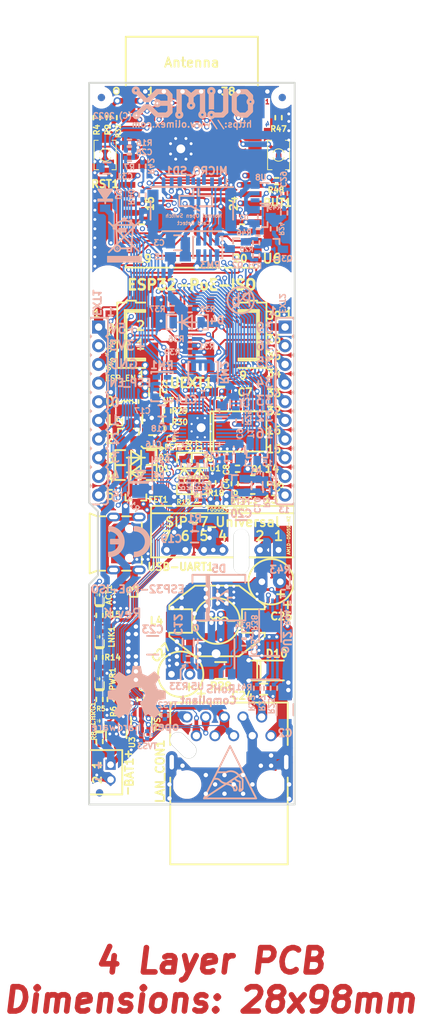
<source format=kicad_pcb>
(kicad_pcb (version 20171130) (host pcbnew 5.1.6-c6e7f7d~87~ubuntu18.04.1)
  (title_block (title ESP32-PoE-ISO) (date 2022-07-28) (rev K) (company "OLIMEX Ltd.") (comment 1 https://www.olimex.com))
  (layers (0 F.Cu signal) (1 In1.Cu power) (2 In2.Cu power) (31 B.Cu signal) (34 B.Paste user hide) (35 F.Paste user hide) (36 B.SilkS user) (37 F.SilkS user) (38 B.Mask user) (39 F.Mask user hide) (44 Edge.Cuts user))
  (net 0 "")
  (net 1 +5V)
  (net 2 GND)
  (net 3 "Net-(BAT1-Pad1)")
  (net 4 "Net-(BUT1-Pad2)")
  (net 5 /GPI34/BUT1)
  (net 6 +3V3)
  (net 7 "Net-(C11-Pad1)")
  (net 8 /GPIO3/U0RXD)
  (net 9 /ESP_EN)
  (net 10 "/GPIO25/EMAC_RXD0(RMII)")
  (net 11 "/GPIO19/EMAC_TXD0(RMII)")
  (net 12 "/GPIO26/EMAC_RXD1(RMII)")
  (net 13 /GPIO1/U0TXD)
  (net 14 "Net-(L2-Pad1)")
  (net 15 "Net-(Q2-Pad1)")
  (net 16 "/GPIO22/EMAC_TXD1(RMII)")
  (net 17 "/GPIO21/EMAC_TX_EN(RMII)")
  (net 18 "Net-(MICRO_SD1-Pad5)")
  (net 19 /GPI36/U1RXD)
  (net 20 "/GPIO23/MDC(RMII)")
  (net 21 /GPIO27/EMAC_RX_CRS_DV)
  (net 22 /GPIO4/U1TXD)
  (net 23 /GPIO2/HS2_DATA0)
  (net 24 /GPIO13/I2C-SDA)
  (net 25 /GPIO14/HS2_CLK)
  (net 26 /GPIO15/HS2_CMD)
  (net 27 /GPIO16/I2C-SCL)
  (net 28 "/GPIO18/MDIO(RMII)")
  (net 29 /+5V_USB)
  (net 30 "Net-(MICRO_SD1-Pad1)")
  (net 31 "Net-(MICRO_SD1-Pad2)")
  (net 32 "Net-(MICRO_SD1-Pad8)")
  (net 33 "Net-(U4-Pad4)")
  (net 34 "Net-(U4-Pad14)")
  (net 35 "Net-(U4-Pad18)")
  (net 36 "Net-(U4-Pad20)")
  (net 37 "Net-(U4-Pad26)")
  (net 38 "Net-(USB-UART1-Pad4)")
  (net 39 "Net-(MICRO_SD1-Pad7)")
  (net 40 /D_Com)
  (net 41 Earth)
  (net 42 +5VP)
  (net 43 Spare1)
  (net 44 Spare2)
  (net 45 /GPIO33)
  (net 46 /GPIO32)
  (net 47 /GPI39)
  (net 48 "Net-(FID1-PadFid1)")
  (net 49 "Net-(FID2-PadFid1)")
  (net 50 "Net-(FID3-PadFid1)")
  (net 51 "Net-(MICRO_SD1-PadCD1)")
  (net 52 "Net-(C4-Pad1)")
  (net 53 "Net-(C5-Pad1)")
  (net 54 "Net-(C21-Pad2)")
  (net 55 "Net-(D4-Pad1)")
  (net 56 "Net-(Q2-Pad2)")
  (net 57 "Net-(Q3-Pad3)")
  (net 58 "Net-(Q3-Pad2)")
  (net 59 "Net-(Q3-Pad1)")
  (net 60 "Net-(R6-Pad1)")
  (net 61 "Net-(R26-Pad1)")
  (net 62 "Net-(R29-Pad1)")
  (net 63 "Net-(U1-Pad17)")
  (net 64 "Net-(U1-Pad14)")
  (net 65 "Net-(U1-Pad13)")
  (net 66 "Net-(U1-Pad12)")
  (net 67 "Net-(U1-Pad11)")
  (net 68 "Net-(C6-Pad1)")
  (net 69 +3.3VLAN)
  (net 70 "Net-(C17-Pad1)")
  (net 71 /GPIO0)
  (net 72 /GPIO5/SPI_CS)
  (net 73 /GPI35)
  (net 74 "Net-(RM1-Pad3.2)")
  (net 75 "Net-(RM1-Pad2.2)")
  (net 76 "Net-(RM1-Pad4.2)")
  (net 77 /GPIO17/EMAC_CLK_OUT_180)
  (net 78 /GPIO12/PHY_PWR)
  (net 79 "Net-(FID4-PadFid1)")
  (net 80 "Net-(FID5-PadFid1)")
  (net 81 "Net-(FID6-PadFid1)")
  (net 82 "Net-(ACT1-Pad2)")
  (net 83 "Net-(ACT1-Pad1)")
  (net 84 "Net-(LNK1-Pad1)")
  (net 85 "Net-(C3-Pad1)")
  (net 86 "Net-(RM1-Pad1.2)")
  (net 87 "Net-(CHRG1-Pad1)")
  (net 88 "Net-(PWR1-Pad1)")
  (net 89 "Net-(C10-Pad2)")
  (net 90 "Net-(R3-Pad2)")
  (net 91 "Net-(L3-Pad1)")
  (net 92 "Net-(R8-Pad2)")
  (net 93 /TD+)
  (net 94 /TD-)
  (net 95 /RD+)
  (net 96 /RD-)
  (net 97 /Shield)
  (net 98 "Net-(R14-Pad2)")
  (net 99 /USB_D-)
  (net 100 /USB_D+)
  (net 101 "Net-(C8-Pad1)")
  (net 102 "Net-(D6-Pad1)")
  (net 103 "Net-(D7-Pad2)")
  (net 104 "Net-(U1-Pad20)")
  (net 105 "Net-(D9-Pad1)")
  (net 106 "Net-(C12-Pad1)")
  (net 107 "Net-(C12-Pad2)")
  (net 108 "Net-(C25-Pad2)")
  (net 109 "Net-(R22-Pad2)")
  (net 110 "Net-(R23-Pad1)")
  (net 111 "Net-(R27-Pad2)")
  (net 112 "Net-(R33-Pad1)")
  (net 113 "Net-(U2-Pad6)")
  (net 114 "Net-(U5-Pad7)")
  (net 115 /5V_DCDC)
  (net 116 /ILIM)
  (net 117 "Net-(U6-Pad21)")
  (net 118 "Net-(U6-Pad22)")
  (net 119 "Net-(U6-Pad20)")
  (net 120 "Net-(U6-Pad19)")
  (net 121 "Net-(U6-Pad17)")
  (net 122 "Net-(U6-Pad18)")
  (net 123 "Net-(U6-Pad32)")
  (net 124 "Net-(U8-Pad1)")
  (net 125 "Net-(R43-Pad2)")
  (module OLIMEX_Diodes-FP:SOD-123_1C-2A_KA (layer B.Cu) (at 92.329 105.156 90)
    (fp_text reference D9 (at 0 1.778 270 unlocked) (layer B.SilkS) (effects (font (size 0.762 0.762) (thickness 0.1905)) (justify mirror)))
    (fp_text value 1N5819S4/SOD123)
    (pad 2 smd rect (at 1.9 0 90) (size 1 1.4) (layers B.Cu B.Paste B.Mask) (net 9 /ESP_EN) (clearance 0.0508))
    (pad 1 smd rect (at -1.9 0 90) (size 1 1.4) (layers B.Cu B.Paste B.Mask) (net 105 "Net-(D9-Pad1)") (clearance 0.0508))
  )
  (module OLIMEX_Buttons-FP:IT1185AU2_V2 (layer F.Cu) (at 115.959 99.822 90)
    (fp_text reference BUT1 (at -6.477 -0.135 180) (layer F.SilkS) (effects (font (size 1.016 1.016) (thickness 0.254))))
    (fp_text value IT1185AU2)
    (pad 1 smd rect (at -2.177 0 90) (size 0.9 1.5) (layers F.Cu F.Mask) (net 5 /GPI34/BUT1))
    (pad 2 smd rect (at 2.177 0 90) (size 0.9 1.5) (layers F.Cu F.Mask) (net 4 "Net-(BUT1-Pad2)"))
    (pad "" np_thru_hole circle (at 0 -0.9 90) (size 0.7 0.7) (drill 0.7) (layers *.Cu *.Mask))
    (pad "" np_thru_hole circle (at 0 0.9 90) (size 0.7 0.7) (drill 0.7) (layers *.Cu *.Mask))
  )
  (module OLIMEX_Buttons-FP:IT1185AU2_V2 (layer F.Cu) (at 92.321 99.822 90)
    (fp_text reference RST1 (at -3.937 0.008 180) (layer F.SilkS) (effects (font (size 1.016 1.016) (thickness 0.254))))
    (fp_text value IT1185AU2)
    (pad 1 smd rect (at -2.177 0 90) (size 0.9 1.5) (layers F.Cu F.Mask) (net 9 /ESP_EN))
    (pad 2 smd rect (at 2.177 0 90) (size 0.9 1.5) (layers F.Cu F.Mask) (net 2 GND))
    (pad "" np_thru_hole circle (at 0 -0.9 90) (size 0.7 0.7) (drill 0.7) (layers *.Cu *.Mask))
    (pad "" np_thru_hole circle (at 0 0.9 90) (size 0.7 0.7) (drill 0.7) (layers *.Cu *.Mask))
  )
  (module OLIMEX_LOGOs-FP:CE_Sign (layer B.Cu) (at 94.615 152.4 180)
    (fp_text reference Sign_CE hide)
    (fp_text value CE_Sign hide)
  )
  (module OLIMEX_RLC-FP:C_0603_5MIL_DWS (layer B.Cu) (at 92.583 101.6 180)
    (fp_text reference C31 (at -2.413 -1.143 unlocked) (layer B.SilkS) (effects (font (size 0.762 0.762) (thickness 0.1905)) (justify mirror)))
    (fp_text value 1uF/10V/20%/X5R/C0603)
    (pad 2 smd rect (at 0.889 0 180) (size 1.016 1.016) (layers B.Cu B.Paste B.Mask) (net 2 GND) (clearance 0.0508))
    (pad 1 smd rect (at -0.889 0 180) (size 1.016 1.016) (layers B.Cu B.Paste B.Mask) (net 9 /ESP_EN) (clearance 0.0508))
  )
  (module OLIMEX_RLC-FP:CD32 (layer F.Cu) (at 95.377 133.35 90)
    (fp_text reference L2 (at -2.794 -1.016 270) (layer F.SilkS) (effects (font (size 0.762 0.762) (thickness 0.1905))))
    (fp_text value "2.2uH/1.5A/DCR=72mR/20%/3.00x3.00x1.50mm/CD32(NR3015T2R2M)")
    (pad 2 smd rect (at 1.2 0 270) (size 1.6 3) (layers F.Cu F.Paste F.Mask) (net 6 +3V3) (clearance 0.0508))
    (pad 1 smd rect (at -1.2 0 270) (size 1.6 3) (layers F.Cu F.Paste F.Mask) (net 14 "Net-(L2-Pad1)") (clearance 0.0508))
  )
  (module "OLIMEX_RLC-FP:C_1808(4520)_5MIL_DWS_ISO" (layer B.Cu) (at 98.806 166.497)
    (fp_text reference C23 (at 0 -2.159) (layer B.SilkS) (effects (font (size 1.016 1.016) (thickness 0.254)) (justify mirror)))
    (fp_text value "1.0nF/3kV/10%/X7R/SMD/1808(VISHAY-VJ1808Y102KBHAT4X_Farnell-2407291)")
    (pad 2 smd rect (at 2.286 0) (size 1.016 2.032) (layers B.Cu B.Paste B.Mask) (net 41 Earth))
    (pad 1 smd rect (at -2.286 0) (size 1.016 2.032) (layers B.Cu B.Paste B.Mask) (net 2 GND))
  )
  (module "OLIMEX_RLC-FP:C_1808(4520)_5MIL_DWS_ISO" (layer B.Cu) (at 110.871 150.749)
    (fp_text reference C20 (at 0 -2.159) (layer B.SilkS) (effects (font (size 1.016 1.016) (thickness 0.254)) (justify mirror)))
    (fp_text value "NA(1.0nF/3kV/10%/X7R/SMD/1808(VISHAY-VJ1808Y102KBHAT4X_Farnell-2407291))")
    (pad 2 smd rect (at 2.286 0) (size 1.016 2.032) (layers B.Cu B.Paste B.Mask) (net 115 /5V_DCDC))
    (pad 1 smd rect (at -2.286 0) (size 1.016 2.032) (layers B.Cu B.Paste B.Mask) (net 42 +5VP))
  )
  (module OLIMEX_Regulators-FP:SIP-7_Universal (layer F.Cu) (at 108.331 153.543 180)
    (fp_text reference DCDC1 (at -2.921 6.731 180) (layer F.SilkS) (effects (font (size 0.762 0.762) (thickness 0.1905))))
    (fp_text value "F0505S-2WR2(SIP-7)")
    (fp_text user AM1D-0505S-NZ (at -9 2 270) (layer F.SilkS) (effects (font (size 0.4 0.4) (thickness 0.1))))
    (fp_text user AM1D-0505S-NZ (at -9 2 270) (layer F.SilkS) (effects (font (size 0.4 0.4) (thickness 0.1))))
    (fp_text user F0505S-2WR2 (at -0.635 5.5 180) (layer F.SilkS) (effects (font (size 0.508 0.508) (thickness 0.127))))
    (fp_text user 7 (at 7.62 1.905 180) (layer F.SilkS) (effects (font (size 1.27 1.27) (thickness 0.254))))
    (fp_text user 6 (at 5.08 1.905 180) (layer F.SilkS) (effects (font (size 1.27 1.27) (thickness 0.254))))
    (fp_text user 5 (at 2.54 1.905 180) (layer F.SilkS) (effects (font (size 1.27 1.27) (thickness 0.254))))
    (fp_text user 4 (at 0 1.905 180) (layer F.SilkS) (effects (font (size 1.27 1.27) (thickness 0.254))))
    (fp_text user 2 (at -5.08 1.905 180) (layer F.SilkS) (effects (font (size 1.27 1.27) (thickness 0.254))))
    (fp_text user 1 (at -7.62 1.905 180) (layer F.SilkS) (effects (font (size 1.27 1.27) (thickness 0.254))))
    (fp_text user SIP-7_Universal (at 0 3.81 180) (layer F.SilkS) (effects (font (size 1.27 1.27) (thickness 0.254))))
    (pad 2 thru_hole circle (at -5.08 0 180) (size 1.524 1.524) (drill 0.8) (layers *.Cu *.Mask) (net 41 Earth))
    (pad 1 thru_hole rect (at -7.62 0 180) (size 1.524 1.524) (drill 0.8) (layers *.Cu *.Mask) (net 115 /5V_DCDC))
    (pad 4 thru_hole circle (at 0 0 180) (size 1.524 1.524) (drill 0.8) (layers *.Cu *.Mask) (net 2 GND))
    (pad 5 thru_hole circle (at 2.54 0 180) (size 1.524 1.524) (drill 0.8) (layers *.Cu *.Mask) (net 2 GND))
    (pad 7 thru_hole circle (at 7.62 0 180) (size 1.524 1.524) (drill 0.8) (layers *.Cu *.Mask) (net 42 +5VP))
    (pad 6 thru_hole circle (at 5.08 0 180) (size 1.524 1.524) (drill 0.8) (layers *.Cu *.Mask) (net 42 +5VP))
  )
  (module "OLIMEX_Crystal-FP:TSX-3.2x2.5mm_GND(3)" (layer F.Cu) (at 112.438 144.653)
    (fp_text reference Q1 (at 0.592 -2.159) (layer F.SilkS) (effects (font (size 0.762 0.762) (thickness 0.1905))))
    (fp_text value Q12MHz/20pF/10ppm/4P/3.2x2.5mm)
    (fp_text user o (at -2.329 1.016) (layer F.SilkS) (effects (font (size 0.8 0.8) (thickness 0.2))))
    (pad 3 smd rect (at -1.1 -0.8) (size 1.4 1.2) (layers F.Cu F.Paste F.Mask) (net 2 GND))
    (pad 3 smd rect (at 1.1 0.8) (size 1.4 1.2) (layers F.Cu F.Paste F.Mask) (net 2 GND))
    (pad 2 smd rect (at 1.1 -0.8) (size 1.4 1.2) (layers F.Cu F.Paste F.Mask) (net 53 "Net-(C5-Pad1)"))
    (pad 1 smd rect (at -1.1 0.8) (size 1.4 1.2) (layers F.Cu F.Paste F.Mask) (net 52 "Net-(C4-Pad1)"))
  )
  (module "OLIMEX_Diodes-FP:DO214AB(SMC)_1(K)-2(A)" (layer B.Cu) (at 107.823 160.02)
    (fp_text reference D5 (at 0 -3.937 -180) (layer B.SilkS) (effects (font (size 1.016 1.016) (thickness 0.254)) (justify mirror)))
    (fp_text value "SS510/100V/5A/0.85V/DO214AB(SMC)")
    (pad 1 smd rect (at -3.4 0) (size 2.2 3.4) (layers B.Cu B.Paste B.Mask) (net 106 "Net-(C12-Pad1)"))
    (pad 2 smd rect (at 3.4 0) (size 2.2 3.4) (layers B.Cu B.Paste B.Mask) (net 41 Earth))
  )
  (module OLIMEX_RLC-FP:CPOL-RM2.5mm_6.3x11mm_PTH (layer F.Cu) (at 102.616 170.434 180)
    (fp_text reference C27 (at 2.667 2.921 45) (layer F.SilkS) (effects (font (size 1.016 1.016) (thickness 0.254))))
    (fp_text value "15uF/100V/20%/RM2.5/6.3x11mm(Farnell:1281844)")
    (fp_text user + (at -1.143 -1.651) (layer F.SilkS) (effects (font (size 1.27 1.27) (thickness 0.254))))
    (fp_text user + (at -2.794 -2.54) (layer F.SilkS) (effects (font (size 1.27 1.27) (thickness 0.254))))
    (pad 1 thru_hole circle (at -1.25 0 180) (size 1.524 1.524) (drill 0.9) (layers *.Cu *.Mask) (net 43 Spare1))
    (pad 2 thru_hole rect (at 1.25 0 180) (size 1.524 1.524) (drill 0.9) (layers *.Cu *.Mask) (net 41 Earth))
  )
  (module OLIMEX_RLC-FP:R_0402_5MIL_DWS (layer B.Cu) (at 94.996 145.923 90)
    (fp_text reference R17 (at -1.4605 1.0795 315 unlocked) (layer B.SilkS) (effects (font (size 0.762 0.762) (thickness 0.1905)) (justify mirror)))
    (fp_text value NA/R0402)
    (pad 2 smd rect (at 0.508 0 90) (size 0.5 0.55) (layers B.Cu B.Paste B.Mask) (net 8 /GPIO3/U0RXD))
    (pad 1 smd rect (at -0.508 0 270) (size 0.5 0.55) (layers B.Cu B.Paste B.Mask) (net 6 +3V3))
  )
  (module OLIMEX_Diodes-FP:SOD-123_1C-2A_KA (layer F.Cu) (at 105.156 143.129 270)
    (fp_text reference D7 (at -3.81 0 90) (layer F.SilkS) (effects (font (size 0.762 0.762) (thickness 0.1905))))
    (fp_text value 1N5819S4/SOD123)
    (pad 2 smd rect (at 1.9 0 270) (size 1 1.4) (layers F.Cu F.Paste F.Mask) (net 103 "Net-(D7-Pad2)") (clearance 0.0508))
    (pad 1 smd rect (at -1.9 0 270) (size 1 1.4) (layers F.Cu F.Paste F.Mask) (net 13 /GPIO1/U0TXD) (clearance 0.0508))
  )
  (module OLIMEX_Diodes-FP:SOD-123_1C-2A_KA (layer F.Cu) (at 103.124 143.129 270)
    (fp_text reference D6 (at -3.81 -0.635 270) (layer F.SilkS) (effects (font (size 0.762 0.762) (thickness 0.1905))))
    (fp_text value 1N5819S4/SOD123)
    (pad 2 smd rect (at 1.9 0 270) (size 1 1.4) (layers F.Cu F.Paste F.Mask) (net 8 /GPIO3/U0RXD) (clearance 0.0508))
    (pad 1 smd rect (at -1.9 0 270) (size 1 1.4) (layers F.Cu F.Paste F.Mask) (net 102 "Net-(D6-Pad1)") (clearance 0.0508))
  )
  (module OLIMEX_LOGOs-FP:LOGO_ANTISTATIC_1 (layer B.Cu) (at 112.903 187.325 180)
    (fp_text reference Sign_Antistatic hide)
    (fp_text value Val** hide)
  )
  (module OLIMEX_Other-FP:Mounting_hole_2_mm (layer F.Cu) (at 102.9716 180.0987 45)
    (fp_text reference Drill_Slot3 hide)
    (fp_text value "2 mm" hide)
    (pad "" np_thru_hole oval (at 0 0 45) (size 2.032 4.064) (drill oval 2.032 4.064) (layers *.Cu *.Mask) (clearance 0.254))
  )
  (module OLIMEX_RLC-FP:C_0402_5MIL_DWS (layer B.Cu) (at 95.631 99.187 180)
    (fp_text reference C28 (at -2.032 -0.254 unlocked) (layer B.SilkS) (effects (font (size 0.762 0.762) (thickness 0.1905)) (justify mirror)))
    (fp_text value 1nF/50V/10%/X7R/C0402)
    (pad 2 smd rect (at 0.508 0 180) (size 0.5 0.55) (layers B.Cu B.Paste B.Mask) (net 2 GND))
    (pad 1 smd rect (at -0.508 0) (size 0.5 0.55) (layers B.Cu B.Paste B.Mask) (net 73 /GPI35))
  )
  (module OLIMEX_RLC-FP:R_0402_5MIL_DWS (layer B.Cu) (at 95.631 98.171 180)
    (fp_text reference R16 (at -2.032 0 unlocked) (layer B.SilkS) (effects (font (size 0.762 0.762) (thickness 0.1905)) (justify mirror)))
    (fp_text value 470k/R0402)
    (pad 2 smd rect (at 0.508 0 180) (size 0.5 0.55) (layers B.Cu B.Paste B.Mask) (net 2 GND))
    (pad 1 smd rect (at -0.508 0) (size 0.5 0.55) (layers B.Cu B.Paste B.Mask) (net 73 /GPI35))
  )
  (module OLIMEX_RLC-FP:R_0402_5MIL_DWS (layer B.Cu) (at 95.631 100.203)
    (fp_text reference R7 (at 0 1.27) (layer B.SilkS) (effects (font (size 0.762 0.762) (thickness 0.1905)) (justify mirror)))
    (fp_text value 470k/R0402)
    (pad 2 smd rect (at 0.508 0) (size 0.5 0.55) (layers B.Cu B.Paste B.Mask) (net 73 /GPI35))
    (pad 1 smd rect (at -0.508 0 180) (size 0.5 0.55) (layers B.Cu B.Paste B.Mask) (net 3 "Net-(BAT1-Pad1)"))
  )
  (module OLIMEX_Diodes-FP:SOD-123_1C-2A_KA (layer F.Cu) (at 96.52 140.97 180)
    (fp_text reference D3 (at -3.81 0) (layer F.SilkS) (effects (font (size 0.762 0.762) (thickness 0.1905))))
    (fp_text value 1N5819S4/SOD123)
    (pad 2 smd rect (at 1.9 0 180) (size 1 1.4) (layers F.Cu F.Paste F.Mask) (net 1 +5V) (clearance 0.0508))
    (pad 1 smd rect (at -1.9 0 180) (size 1 1.4) (layers F.Cu F.Paste F.Mask) (net 68 "Net-(C6-Pad1)") (clearance 0.0508))
  )
  (module OLIMEX_Diodes-FP:SOD-123_1C-2A_KA (layer F.Cu) (at 96.52 143.002)
    (fp_text reference D1 (at 3.81 -0.508 180) (layer F.SilkS) (effects (font (size 0.762 0.762) (thickness 0.1905))))
    (fp_text value 1N5819S4/SOD123)
    (pad 2 smd rect (at 1.9 0) (size 1 1.4) (layers F.Cu F.Paste F.Mask) (net 42 +5VP) (clearance 0.0508))
    (pad 1 smd rect (at -1.9 0) (size 1 1.4) (layers F.Cu F.Paste F.Mask) (net 1 +5V) (clearance 0.0508))
  )
  (module OLIMEX_RLC-FP:C_0603_5MIL_DWS (layer B.Cu) (at 104.521 151.765)
    (fp_text reference C19 (at -3.175 0.254) (layer B.SilkS) (effects (font (size 1.016 1.016) (thickness 0.254)) (justify mirror)))
    (fp_text value 22uF/6.3V/20%/X5R/C0603)
    (pad 2 smd rect (at 0.889 0) (size 1.016 1.016) (layers B.Cu B.Paste B.Mask) (net 2 GND) (clearance 0.0508))
    (pad 1 smd rect (at -0.889 0) (size 1.016 1.016) (layers B.Cu B.Paste B.Mask) (net 42 +5VP) (clearance 0.0508))
  )
  (module OLIMEX_RLC-FP:R_0402_5MIL_DWS (layer F.Cu) (at 92.075 94.742 270)
    (fp_text reference R9 (at 1.651 -0.635 90) (layer F.SilkS) (effects (font (size 0.762 0.762) (thickness 0.1905))))
    (fp_text value 100k/R0402)
    (pad 2 smd rect (at 0.508 0 270) (size 0.5 0.55) (layers F.Cu F.Paste F.Mask) (net 2 GND))
    (pad 1 smd rect (at -0.508 0 90) (size 0.5 0.55) (layers F.Cu F.Paste F.Mask) (net 47 /GPI39))
  )
  (module OLIMEX_RLC-FP:R_0402_5MIL_DWS (layer F.Cu) (at 91.186 94.742 90)
    (fp_text reference R4 (at -1.651 0 90) (layer F.SilkS) (effects (font (size 0.762 0.762) (thickness 0.1905))))
    (fp_text value 47k/R0402)
    (pad 2 smd rect (at 0.508 0 90) (size 0.5 0.55) (layers F.Cu F.Paste F.Mask) (net 47 /GPI39))
    (pad 1 smd rect (at -0.508 0 270) (size 0.5 0.55) (layers F.Cu F.Paste F.Mask) (net 1 +5V))
  )
  (module OLIMEX_RLC-FP:R_0402_5MIL_DWS (layer F.Cu) (at 93.091 173.863 90)
    (fp_text reference R6 (at -1.651 0.381 90) (layer F.SilkS) (effects (font (size 0.762 0.762) (thickness 0.1905))))
    (fp_text value 10k/R0402)
    (pad 2 smd rect (at 0.508 0 90) (size 0.5 0.55) (layers F.Cu F.Paste F.Mask) (net 2 GND))
    (pad 1 smd rect (at -0.508 0 270) (size 0.5 0.55) (layers F.Cu F.Paste F.Mask) (net 60 "Net-(R6-Pad1)"))
  )
  (module OLIMEX_IC-FP:SOT-23-5 (layer F.Cu) (at 93.853 178.562 270)
    (fp_text reference U3 (at 1.143 -2.159 90) (layer F.SilkS) (effects (font (size 0.762 0.762) (thickness 0.1905))))
    (fp_text value "BL4054B-42TPRN(SOT23-5)")
    (pad 1 smd rect (at 1.3 0.95 270) (size 1.2 0.55) (layers F.Cu F.Paste F.Mask) (net 92 "Net-(R8-Pad2)") (clearance 0.0508))
    (pad 2 smd rect (at 1.3 0 270) (size 1.2 0.55) (layers F.Cu F.Paste F.Mask) (net 2 GND) (clearance 0.0508))
    (pad 3 smd rect (at 1.3 -0.95 270) (size 1.2 0.55) (layers F.Cu F.Paste F.Mask) (net 3 "Net-(BAT1-Pad1)") (clearance 0.0508))
    (pad 5 smd rect (at -1.3 0.95 270) (size 1.2 0.55) (layers F.Cu F.Paste F.Mask) (net 60 "Net-(R6-Pad1)") (clearance 0.0508))
    (pad 4 smd rect (at -1.3 -0.95 270) (size 1.2 0.55) (layers F.Cu F.Paste F.Mask) (net 1 +5V) (clearance 0.0508))
  )
  (module OLIMEX_RLC-FP:L_0805_5MIL_DWS (layer F.Cu) (at 94.488 159.258 270)
    (fp_text reference L3 (at 0 -1.778 270) (layer F.SilkS) (effects (font (size 1.016 1.016) (thickness 0.254))))
    (fp_text value FB0805/600R/2A)
    (pad 1 smd rect (at -1.016 0 270) (size 1.524 1.27) (layers F.Cu F.Paste F.Mask) (net 91 "Net-(L3-Pad1)") (clearance 0.0508))
    (pad 2 smd rect (at 1.016 0 270) (size 1.524 1.27) (layers F.Cu F.Paste F.Mask) (net 2 GND) (clearance 0.0508))
  )
  (module OLIMEX_LOGOs-FP:LOGO_OPENHARDWARE_8x8 (layer B.Cu) (at 96.647 173.355 180)
    (fp_text reference Logo_OSHW hide)
    (fp_text value "" hide)
    (fp_text user hardware (at 2.794 -4.2672 180) (layer B.SilkS) (effects (font (thickness 0.18)) (justify mirror)))
    (fp_text user open (at -3.81 -4.17576 180) (layer B.SilkS) (effects (font (size 1.1 1.1) (thickness 0.254)) (justify mirror)))
  )
  (module OLIMEX_RLC-FP:R_0402_5MIL_DWS (layer B.Cu) (at 114.3 143.256 90)
    (fp_text reference R3 (at 0.381 -1.397 180) (layer B.SilkS) (effects (font (size 0.762 0.762) (thickness 0.1905)) (justify mirror)))
    (fp_text value 1k/R0402)
    (pad 2 smd rect (at 0.508 0 90) (size 0.5 0.55) (layers B.Cu B.Paste B.Mask) (net 90 "Net-(R3-Pad2)"))
    (pad 1 smd rect (at -0.508 0 270) (size 0.5 0.55) (layers B.Cu B.Paste B.Mask) (net 89 "Net-(C10-Pad2)"))
  )
  (module OLIMEX_RLC-FP:C_0603_5MIL_DWS (layer B.Cu) (at 113.03 144.78 90)
    (fp_text reference C10 (at -2.667 0 270 unlocked) (layer B.SilkS) (effects (font (size 0.762 0.762) (thickness 0.1905)) (justify mirror)))
    (fp_text value 22uF/6.3V/20%/X5R/C0603)
    (pad 2 smd rect (at 0.889 0 90) (size 1.016 1.016) (layers B.Cu B.Paste B.Mask) (net 89 "Net-(C10-Pad2)") (clearance 0.0508))
    (pad 1 smd rect (at -0.889 0 90) (size 1.016 1.016) (layers B.Cu B.Paste B.Mask) (net 6 +3V3) (clearance 0.0508))
  )
  (module OLIMEX_LOGOs-FP:OLIMEX_LOGO_TB (layer B.Cu) (at 104.14 92.71 180)
    (fp_text reference Logo_Olimex hide)
    (fp_text value "" hide)
  )
  (module OLIMEX_LOGOs-FP:LOGO_RECYCLEBIN_1 (layer B.Cu) (at 97.282 114.427 180)
    (fp_text reference Sign_RecycleBin hide)
    (fp_text value "" hide)
  )
  (module OLIMEX_LOGOs-FP:LOGO_PBFREE (layer B.Cu) (at 110.998 119.253)
    (fp_text reference Sign_PB-Free)
    (fp_text value "")
    (fp_text user Pb (at -0.08636 0.33528) (layer B.SilkS) (effects (font (size 1.7 1.5) (thickness 0.254)) (justify mirror)))
  )
  (module OLIMEX_RLC-FP:C_0805_5MIL_DWS (layer B.Cu) (at 102.235 111.76 180)
    (fp_text reference C3 (at 2.54 0 unlocked) (layer B.SilkS) (effects (font (size 0.762 0.762) (thickness 0.1905)) (justify mirror)))
    (fp_text value 47uF/6.3V/20%/X5R/C0805)
    (pad 1 smd rect (at -1.016 0 90) (size 1.524 1.27) (layers B.Cu B.Paste B.Mask) (net 85 "Net-(C3-Pad1)"))
    (pad 2 smd rect (at 1.016 0 90) (size 1.524 1.27) (layers B.Cu B.Paste B.Mask) (net 2 GND))
  )
  (module OLIMEX_LEDs-FP:LED_0603_KA (layer F.Cu) (at 91.567 165.354 90)
    (fp_text reference LNK1 (at 0 1.651 90) (layer F.SilkS) (effects (font (size 0.762 0.762) (thickness 0.1905))))
    (fp_text value LED/GREEN/0603)
    (pad 2 smd rect (at 0.762 0 270) (size 0.8 0.8) (layers F.Cu F.Paste F.Mask) (net 7 "Net-(C11-Pad1)"))
    (pad 1 smd rect (at -0.762 0 270) (size 0.8 0.8) (layers F.Cu F.Paste F.Mask) (net 84 "Net-(LNK1-Pad1)"))
  )
  (module OLIMEX_LEDs-FP:LED_0603_KA (layer F.Cu) (at 91.567 159.639 90)
    (fp_text reference ACT1 (at 0 1.27 270) (layer F.SilkS) (effects (font (size 0.762 0.762) (thickness 0.1905))))
    (fp_text value LED/YELLOW/0603)
    (pad 1 smd rect (at -0.762 0 270) (size 0.8 0.8) (layers F.Cu F.Paste F.Mask) (net 83 "Net-(ACT1-Pad1)"))
    (pad 2 smd rect (at 0.762 0 270) (size 0.8 0.8) (layers F.Cu F.Paste F.Mask) (net 82 "Net-(ACT1-Pad2)"))
  )
  (module OLIMEX_Other-FP:Fiducial1x3 (layer B.Cu) (at 91.567 186.563 270)
    (fp_text reference FID6 hide)
    (fp_text value Fiducial hide)
    (pad Fid1 connect circle (at 0 0 270) (size 1 1) (layers B.Cu B.Mask) (net 81 "Net-(FID6-PadFid1)") (clearance 1.016))
  )
  (module OLIMEX_Other-FP:Fiducial1x3 (layer B.Cu) (at 116.459 92 270)
    (fp_text reference FID5 hide)
    (fp_text value Fiducial hide)
    (pad Fid1 connect circle (at 0 0 270) (size 1 1) (layers B.Cu B.Mask) (net 80 "Net-(FID5-PadFid1)") (clearance 1.016))
  )
  (module OLIMEX_Other-FP:Fiducial1x3 (layer B.Cu) (at 91.821 92 270)
    (fp_text reference FID4 hide)
    (fp_text value Fiducial hide)
    (pad Fid1 connect circle (at 0 0 270) (size 1 1) (layers B.Cu B.Mask) (net 79 "Net-(FID4-PadFid1)") (clearance 1.016))
  )
  (module OLIMEX_RLC-FP:C_0402_5MIL_DWS (layer B.Cu) (at 105.664 132.334)
    (fp_text reference C14 (at -2.286 0.762) (layer B.SilkS) (effects (font (size 1.016 1.016) (thickness 0.254)) (justify mirror)))
    (fp_text value 100nF/16V/10%/X7R/C0402)
    (pad 2 smd rect (at 0.508 0) (size 0.5 0.55) (layers B.Cu B.Paste B.Mask) (net 2 GND))
    (pad 1 smd rect (at -0.508 0 180) (size 0.5 0.55) (layers B.Cu B.Paste B.Mask) (net 69 +3.3VLAN))
  )
  (module OLIMEX_RLC-FP:C_0402_5MIL_DWS (layer B.Cu) (at 100.076 135.89 180)
    (fp_text reference C18 (at 0.381 -1.143 180) (layer B.SilkS) (effects (font (size 0.762 0.762) (thickness 0.1905)) (justify mirror)))
    (fp_text value 100nF/16V/10%/X7R/C0402)
    (pad 2 smd rect (at 0.508 0 180) (size 0.5 0.55) (layers B.Cu B.Paste B.Mask) (net 2 GND))
    (pad 1 smd rect (at -0.508 0) (size 0.5 0.55) (layers B.Cu B.Paste B.Mask) (net 70 "Net-(C17-Pad1)"))
  )
  (module OLIMEX_RLC-FP:C_0402_5MIL_DWS (layer B.Cu) (at 100.965 139.192 180)
    (fp_text reference C16 (at 2.032 0 unlocked) (layer B.SilkS) (effects (font (size 0.762 0.762) (thickness 0.1905)) (justify mirror)))
    (fp_text value 100nF/16V/10%/X7R/C0402)
    (pad 1 smd rect (at -0.508 0) (size 0.5 0.55) (layers B.Cu B.Paste B.Mask) (net 7 "Net-(C11-Pad1)"))
    (pad 2 smd rect (at 0.508 0 180) (size 0.5 0.55) (layers B.Cu B.Paste B.Mask) (net 2 GND))
  )
  (module OLIMEX_RLC-FP:C_0402_5MIL_DWS (layer B.Cu) (at 108.839 140.97)
    (fp_text reference C15 (at -2.032 -0.381) (layer B.SilkS) (effects (font (size 0.762 0.762) (thickness 0.1905)) (justify mirror)))
    (fp_text value 100nF/16V/10%/X7R/C0402)
    (pad 2 smd rect (at 0.508 0) (size 0.5 0.55) (layers B.Cu B.Paste B.Mask) (net 2 GND))
    (pad 1 smd rect (at -0.508 0 180) (size 0.5 0.55) (layers B.Cu B.Paste B.Mask) (net 7 "Net-(C11-Pad1)"))
  )
  (module OLIMEX_RLC-FP:C_0402_5MIL_DWS (layer F.Cu) (at 97.155 173.863 90)
    (fp_text reference C11 (at 2.159 0.254 90) (layer F.SilkS) (effects (font (size 0.762 0.762) (thickness 0.1905))))
    (fp_text value 100nF/16V/10%/X7R/C0402)
    (pad 2 smd rect (at 0.508 0 90) (size 0.5 0.55) (layers F.Cu F.Paste F.Mask) (net 2 GND))
    (pad 1 smd rect (at -0.508 0 270) (size 0.5 0.55) (layers F.Cu F.Paste F.Mask) (net 7 "Net-(C11-Pad1)"))
  )
  (module OLIMEX_RLC-FP:R_0402_5MIL_DWS (layer B.Cu) (at 113.157 110.363)
    (fp_text reference R46 (at -1.905 0 unlocked) (layer B.SilkS) (effects (font (size 0.7112 0.7112) (thickness 0.1778)) (justify mirror)))
    (fp_text value 220R/R0402)
    (pad 2 smd rect (at 0.508 0) (size 0.5 0.55) (layers B.Cu B.Paste B.Mask) (net 39 "Net-(MICRO_SD1-Pad7)"))
    (pad 1 smd rect (at -0.508 0 180) (size 0.5 0.55) (layers B.Cu B.Paste B.Mask) (net 23 /GPIO2/HS2_DATA0))
  )
  (module OLIMEX_RLC-FP:R_0402_5MIL_DWS (layer B.Cu) (at 97.409 105.283 90)
    (fp_text reference R40 (at -0.254 -1.524 270 unlocked) (layer B.SilkS) (effects (font (size 0.762 0.762) (thickness 0.1905)) (justify mirror)))
    (fp_text value 10R/R0402)
    (pad 1 smd rect (at -0.508 0 270) (size 0.5 0.55) (layers B.Cu B.Paste B.Mask) (net 25 /GPIO14/HS2_CLK))
    (pad 2 smd rect (at 0.508 0 90) (size 0.5 0.55) (layers B.Cu B.Paste B.Mask) (net 18 "Net-(MICRO_SD1-Pad5)"))
  )
  (module OLIMEX_RLC-FP:R_0402_5MIL_DWS (layer B.Cu) (at 103.886 126.619)
    (fp_text reference R39 (at -2.413 0) (layer B.SilkS) (effects (font (size 0.762 0.762) (thickness 0.1905)) (justify mirror)))
    (fp_text value 10k/R0402)
    (pad 2 smd rect (at 0.508 0) (size 0.5 0.55) (layers B.Cu B.Paste B.Mask) (net 26 /GPIO15/HS2_CMD))
    (pad 1 smd rect (at -0.508 0 180) (size 0.5 0.55) (layers B.Cu B.Paste B.Mask) (net 6 +3V3))
  )
  (module OLIMEX_RLC-FP:R_0402_5MIL_DWS (layer B.Cu) (at 103.886 124.841)
    (fp_text reference R36 (at -1.8796 0) (layer B.SilkS) (effects (font (size 0.762 0.762) (thickness 0.1905)) (justify mirror)))
    (fp_text value 10k/R0402)
    (pad 2 smd rect (at 0.508 0) (size 0.5 0.55) (layers B.Cu B.Paste B.Mask) (net 72 /GPIO5/SPI_CS))
    (pad 1 smd rect (at -0.508 0 180) (size 0.5 0.55) (layers B.Cu B.Paste B.Mask) (net 6 +3V3))
  )
  (module OLIMEX_RLC-FP:R_0402_5MIL_DWS (layer B.Cu) (at 103.886 120.777)
    (fp_text reference R35 (at 2.413 0 unlocked) (layer B.SilkS) (effects (font (size 0.7112 0.7112) (thickness 0.1778)) (justify mirror)))
    (fp_text value 2.2k/R0402)
    (pad 2 smd rect (at 0.508 0) (size 0.5 0.55) (layers B.Cu B.Paste B.Mask) (net 24 /GPIO13/I2C-SDA))
    (pad 1 smd rect (at -0.508 0 180) (size 0.5 0.55) (layers B.Cu B.Paste B.Mask) (net 6 +3V3))
  )
  (module OLIMEX_RLC-FP:R_0402_5MIL_DWS (layer B.Cu) (at 103.886 125.73)
    (fp_text reference R31 (at 2.286 0.127) (layer B.SilkS) (effects (font (size 0.762 0.762) (thickness 0.1905)) (justify mirror)))
    (fp_text value 2.2k/R0402)
    (pad 2 smd rect (at 0.508 0) (size 0.5 0.55) (layers B.Cu B.Paste B.Mask) (net 27 /GPIO16/I2C-SCL))
    (pad 1 smd rect (at -0.508 0 180) (size 0.5 0.55) (layers B.Cu B.Paste B.Mask) (net 6 +3V3))
  )
  (module OLIMEX_RLC-FP:R_0402_5MIL_DWS (layer F.Cu) (at 100.838 136.906 270)
    (fp_text reference R30 (at -0.762 -1.651) (layer F.SilkS) (effects (font (size 0.762 0.762) (thickness 0.1905))))
    (fp_text value 49.9k/1%/R0402)
    (pad 2 smd rect (at 0.508 0 270) (size 0.5 0.55) (layers F.Cu F.Paste F.Mask) (net 2 GND))
    (pad 1 smd rect (at -0.508 0 90) (size 0.5 0.55) (layers F.Cu F.Paste F.Mask) (net 62 "Net-(R29-Pad1)"))
  )
  (module OLIMEX_RLC-FP:R_0402_5MIL_DWS (layer F.Cu) (at 100.838 134.62 90)
    (fp_text reference R29 (at 0 1.651) (layer F.SilkS) (effects (font (size 0.762 0.762) (thickness 0.1905))))
    (fp_text value 220k/R0402)
    (pad 2 smd rect (at 0.508 0 90) (size 0.5 0.55) (layers F.Cu F.Paste F.Mask) (net 6 +3V3))
    (pad 1 smd rect (at -0.508 0 270) (size 0.5 0.55) (layers F.Cu F.Paste F.Mask) (net 62 "Net-(R29-Pad1)"))
  )
  (module OLIMEX_RLC-FP:R_0402_5MIL_DWS (layer B.Cu) (at 100.965 140.081 180)
    (fp_text reference R26 (at 0.889 -1.2065) (layer B.SilkS) (effects (font (size 0.762 0.762) (thickness 0.1905)) (justify mirror)))
    (fp_text value 12.1k/1%/R0402)
    (pad 2 smd rect (at 0.508 0 180) (size 0.5 0.55) (layers B.Cu B.Paste B.Mask) (net 2 GND))
    (pad 1 smd rect (at -0.508 0) (size 0.5 0.55) (layers B.Cu B.Paste B.Mask) (net 61 "Net-(R26-Pad1)"))
  )
  (module OLIMEX_RLC-FP:R_0402_5MIL_DWS (layer B.Cu) (at 110.617 136.017 270)
    (fp_text reference R25 (at -0.508 -1.143 270 unlocked) (layer B.SilkS) (effects (font (size 0.762 0.762) (thickness 0.1905)) (justify mirror)))
    (fp_text value 10k/R0402)
    (pad 2 smd rect (at 0.508 0 270) (size 0.5 0.55) (layers B.Cu B.Paste B.Mask) (net 69 +3.3VLAN))
    (pad 1 smd rect (at -0.508 0 90) (size 0.5 0.55) (layers B.Cu B.Paste B.Mask) (net 54 "Net-(C21-Pad2)"))
  )
  (module OLIMEX_RLC-FP:R_0402_5MIL_DWS (layer F.Cu) (at 91.567 173.863 270)
    (fp_text reference R5 (at 1.27 -0.1905) (layer F.SilkS) (effects (font (size 0.635 0.635) (thickness 0.15875))))
    (fp_text value 2.2k/R0402)
    (pad 2 smd rect (at 0.508 0 270) (size 0.5 0.55) (layers F.Cu F.Paste F.Mask) (net 2 GND))
    (pad 1 smd rect (at -0.508 0 90) (size 0.5 0.55) (layers F.Cu F.Paste F.Mask) (net 88 "Net-(PWR1-Pad1)"))
  )
  (module OLIMEX_RLC-FP:R_0402_5MIL_DWS (layer F.Cu) (at 91.567 162.433 270)
    (fp_text reference R15 (at -0.127 -1.778) (layer F.SilkS) (effects (font (size 0.762 0.762) (thickness 0.1905))))
    (fp_text value 2.2k/R0402)
    (pad 2 smd rect (at 0.508 0 270) (size 0.5 0.55) (layers F.Cu F.Paste F.Mask) (net 2 GND))
    (pad 1 smd rect (at -0.508 0 90) (size 0.5 0.55) (layers F.Cu F.Paste F.Mask) (net 83 "Net-(ACT1-Pad1)"))
  )
  (module OLIMEX_RLC-FP:R_0402_5MIL_DWS (layer F.Cu) (at 91.567 168.148 270)
    (fp_text reference R14 (at 0 -1.778) (layer F.SilkS) (effects (font (size 0.762 0.762) (thickness 0.1905))))
    (fp_text value 2.2k/R0402)
    (pad 2 smd rect (at 0.508 0 270) (size 0.5 0.55) (layers F.Cu F.Paste F.Mask) (net 98 "Net-(R14-Pad2)"))
    (pad 1 smd rect (at -0.508 0 90) (size 0.5 0.55) (layers F.Cu F.Paste F.Mask) (net 84 "Net-(LNK1-Pad1)"))
  )
  (module OLIMEX_RLC-FP:R_0402_5MIL_DWS (layer B.Cu) (at 105.41 141.986 90)
    (fp_text reference R13 (at -2.413 -0.508 270 unlocked) (layer B.SilkS) (effects (font (size 0.762 0.762) (thickness 0.1905)) (justify mirror)))
    (fp_text value 49.9R/1%/R0402)
    (pad 2 smd rect (at 0.508 0 90) (size 0.5 0.55) (layers B.Cu B.Paste B.Mask) (net 93 /TD+))
    (pad 1 smd rect (at -0.508 0 270) (size 0.5 0.55) (layers B.Cu B.Paste B.Mask) (net 7 "Net-(C11-Pad1)"))
  )
  (module OLIMEX_RLC-FP:R_0402_5MIL_DWS (layer B.Cu) (at 106.68 141.986 90)
    (fp_text reference R12 (at -2.413 -0.6985 270 unlocked) (layer B.SilkS) (effects (font (size 0.762 0.762) (thickness 0.1905)) (justify mirror)))
    (fp_text value 49.9R/1%/R0402)
    (pad 1 smd rect (at -0.508 0 270) (size 0.5 0.55) (layers B.Cu B.Paste B.Mask) (net 7 "Net-(C11-Pad1)"))
    (pad 2 smd rect (at 0.508 0 90) (size 0.5 0.55) (layers B.Cu B.Paste B.Mask) (net 94 /TD-))
  )
  (module OLIMEX_RLC-FP:R_0402_5MIL_DWS (layer B.Cu) (at 103.124 141.986 90)
    (fp_text reference R11 (at -2.413 -0.381 270 unlocked) (layer B.SilkS) (effects (font (size 0.762 0.762) (thickness 0.1905)) (justify mirror)))
    (fp_text value 49.9R/1%/R0402)
    (pad 1 smd rect (at -0.508 0 270) (size 0.5 0.55) (layers B.Cu B.Paste B.Mask) (net 7 "Net-(C11-Pad1)"))
    (pad 2 smd rect (at 0.508 0 90) (size 0.5 0.55) (layers B.Cu B.Paste B.Mask) (net 95 /RD+))
  )
  (module OLIMEX_RLC-FP:R_0402_5MIL_DWS (layer B.Cu) (at 104.394 141.986 90)
    (fp_text reference R10 (at -2.413 -0.5715 270 unlocked) (layer B.SilkS) (effects (font (size 0.762 0.762) (thickness 0.1905)) (justify mirror)))
    (fp_text value 49.9R/1%/R0402)
    (pad 1 smd rect (at -0.508 0 270) (size 0.5 0.55) (layers B.Cu B.Paste B.Mask) (net 7 "Net-(C11-Pad1)"))
    (pad 2 smd rect (at 0.508 0 90) (size 0.5 0.55) (layers B.Cu B.Paste B.Mask) (net 96 /RD-))
  )
  (module OLIMEX_RLC-FP:R_0402_5MIL_DWS (layer F.Cu) (at 91.567 179.578 270)
    (fp_text reference R8 (at -0.762 0.762 270) (layer F.SilkS) (effects (font (size 0.635 0.635) (thickness 0.15875))))
    (fp_text value 2.2k/R0402)
    (pad 2 smd rect (at 0.508 0 270) (size 0.5 0.55) (layers F.Cu F.Paste F.Mask) (net 92 "Net-(R8-Pad2)"))
    (pad 1 smd rect (at -0.508 0 90) (size 0.5 0.55) (layers F.Cu F.Paste F.Mask) (net 87 "Net-(CHRG1-Pad1)"))
  )
  (module OLIMEX_RLC-FP:R_0402_5MIL_DWS (layer B.Cu) (at 114.3 145.415 90)
    (fp_text reference R2 (at -1.651 0 270 unlocked) (layer B.SilkS) (effects (font (size 0.762 0.762) (thickness 0.1905)) (justify mirror)))
    (fp_text value 10k/R0402)
    (pad 1 smd rect (at -0.508 0 270) (size 0.5 0.55) (layers B.Cu B.Paste B.Mask) (net 6 +3V3))
    (pad 2 smd rect (at 0.508 0 90) (size 0.5 0.55) (layers B.Cu B.Paste B.Mask) (net 89 "Net-(C10-Pad2)"))
  )
  (module OLIMEX_RLC-FP:R_0402_5MIL_DWS (layer B.Cu) (at 104.521 150.495)
    (fp_text reference R1 (at 0 -1.27 180) (layer B.SilkS) (effects (font (size 1.016 1.016) (thickness 0.254)) (justify mirror)))
    (fp_text value 10k/R0402)
    (pad 2 smd rect (at 0.508 0) (size 0.5 0.55) (layers B.Cu B.Paste B.Mask) (net 2 GND))
    (pad 1 smd rect (at -0.508 0 180) (size 0.5 0.55) (layers B.Cu B.Paste B.Mask) (net 42 +5VP))
  )
  (module OLIMEX_RLC-FP:R_0402_5MIL_DWS (layer B.Cu) (at 115.316 109.855 90)
    (fp_text reference R24 (at 0 1.016 270 unlocked) (layer B.SilkS) (effects (font (size 0.635 0.635) (thickness 0.15875)) (justify mirror)))
    (fp_text value 220R/R0402)
    (pad 2 smd rect (at 0.508 0 90) (size 0.5 0.55) (layers B.Cu B.Paste B.Mask) (net 40 /D_Com))
    (pad 1 smd rect (at -0.508 0 270) (size 0.5 0.55) (layers B.Cu B.Paste B.Mask) (net 57 "Net-(Q3-Pad3)"))
  )
  (module OLIMEX_RLC-FP:R_0402_5MIL_DWS (layer F.Cu) (at 104.775 146.685 180)
    (fp_text reference R19 (at 1.778 -0.3175 180) (layer F.SilkS) (effects (font (size 0.635 0.635) (thickness 0.15875))))
    (fp_text value 10k/R0402)
    (pad 2 smd rect (at 0.508 0 180) (size 0.5 0.55) (layers F.Cu F.Paste F.Mask) (net 8 /GPIO3/U0RXD))
    (pad 1 smd rect (at -0.508 0) (size 0.5 0.55) (layers F.Cu F.Paste F.Mask) (net 101 "Net-(C8-Pad1)"))
  )
  (module OLIMEX_RLC-FP:C_0402_5MIL_DWS (layer F.Cu) (at 110.363 142.494)
    (fp_text reference C8 (at -1.524 0.127 90) (layer F.SilkS) (effects (font (size 0.762 0.762) (thickness 0.1905))))
    (fp_text value 100nF/16V/10%/X7R/C0402)
    (pad 2 smd rect (at 0.508 0) (size 0.5 0.55) (layers F.Cu F.Paste F.Mask) (net 2 GND))
    (pad 1 smd rect (at -0.508 0 180) (size 0.5 0.55) (layers F.Cu F.Paste F.Mask) (net 101 "Net-(C8-Pad1)"))
  )
  (module OLIMEX_Transistors-FP:SOT23 (layer B.Cu) (at 110.236 144.78)
    (fp_text reference FET3 (at 0.508 2.22504 180) (layer B.SilkS) (effects (font (size 0.762 0.762) (thickness 0.1905)) (justify mirror)))
    (fp_text value WPM2015-3/TR)
    (pad 1 smd rect (at 1.10744 -0.94996) (size 1.4 1) (layers B.Cu B.Paste B.Mask) (net 89 "Net-(C10-Pad2)") (clearance 0.0508))
    (pad 2 smd rect (at 1.10744 0.9525) (size 1.4 1) (layers B.Cu B.Paste B.Mask) (net 6 +3V3) (clearance 0.0508))
    (pad 3 smd rect (at -1.10236 -0.00254) (size 1.4 1) (layers B.Cu B.Paste B.Mask) (net 69 +3.3VLAN) (clearance 0.0508))
  )
  (module OLIMEX_Connectors-FP:HN1x10 (layer B.Cu) (at 116.84 134.65 270)
    (fp_text reference EXT2 (at -14.635 0.381 270 unlocked) (layer B.SilkS) (effects (font (size 0.762 0.762) (thickness 0.1905)) (justify mirror)))
    (fp_text value "NS(HN1x10)")
    (pad 10 thru_hole circle (at 11.43 0 270) (size 1.778 1.778) (drill 1) (layers *.Cu *.Mask) (net 24 /GPIO13/I2C-SDA))
    (pad 9 thru_hole circle (at 8.89 0 270) (size 1.778 1.778) (drill 1) (layers *.Cu *.Mask) (net 25 /GPIO14/HS2_CLK))
    (pad 7 thru_hole circle (at 3.81 0 270) (size 1.778 1.778) (drill 1) (layers *.Cu *.Mask) (net 27 /GPIO16/I2C-SCL))
    (pad 8 thru_hole circle (at 6.35 0 270) (size 1.778 1.778) (drill 1) (layers *.Cu *.Mask) (net 26 /GPIO15/HS2_CMD))
    (pad 6 thru_hole circle (at 1.27 0 270) (size 1.778 1.778) (drill 1) (layers *.Cu *.Mask) (net 46 /GPIO32))
    (pad 5 thru_hole circle (at -1.27 0 270) (size 1.778 1.778) (drill 1) (layers *.Cu *.Mask) (net 45 /GPIO33))
    (pad 1 thru_hole rect (at -11.43 0 270) (size 1.778 1.778) (drill 1) (layers *.Cu *.Mask) (net 47 /GPI39))
    (pad 2 thru_hole circle (at -8.89 0 270) (size 1.778 1.778) (drill 1) (layers *.Cu *.Mask) (net 19 /GPI36/U1RXD))
    (pad 3 thru_hole circle (at -6.35 0 270) (size 1.778 1.778) (drill 1) (layers *.Cu *.Mask) (net 73 /GPI35))
    (pad 4 thru_hole circle (at -3.81 0 270) (size 1.778 1.778) (drill 1) (layers *.Cu *.Mask) (net 5 /GPI34/BUT1))
  )
  (module OLIMEX_Connectors-FP:HN1x10 (layer B.Cu) (at 91.44 134.65 270)
    (fp_text reference EXT1 (at -14.762 0.254 270 unlocked) (layer B.SilkS) (effects (font (size 1.016 1.016) (thickness 0.254)) (justify mirror)))
    (fp_text value "NS(HN1x10)")
    (pad 4 thru_hole circle (at -3.81 0 270) (size 1.778 1.778) (drill 1) (layers *.Cu *.Mask) (net 9 /ESP_EN))
    (pad 3 thru_hole circle (at -6.35 0 270) (size 1.778 1.778) (drill 1) (layers *.Cu *.Mask) (net 2 GND))
    (pad 2 thru_hole circle (at -8.89 0 270) (size 1.778 1.778) (drill 1) (layers *.Cu *.Mask) (net 6 +3V3))
    (pad 1 thru_hole rect (at -11.43 0 270) (size 1.778 1.778) (drill 1) (layers *.Cu *.Mask) (net 1 +5V))
    (pad 5 thru_hole circle (at -1.27 0 270) (size 1.778 1.778) (drill 1) (layers *.Cu *.Mask) (net 71 /GPIO0))
    (pad 6 thru_hole circle (at 1.27 0 270) (size 1.778 1.778) (drill 1) (layers *.Cu *.Mask) (net 13 /GPIO1/U0TXD))
    (pad 8 thru_hole circle (at 6.35 0 270) (size 1.778 1.778) (drill 1) (layers *.Cu *.Mask) (net 8 /GPIO3/U0RXD))
    (pad 7 thru_hole circle (at 3.81 0 270) (size 1.778 1.778) (drill 1) (layers *.Cu *.Mask) (net 23 /GPIO2/HS2_DATA0))
    (pad 9 thru_hole circle (at 8.89 0 270) (size 1.778 1.778) (drill 1) (layers *.Cu *.Mask) (net 22 /GPIO4/U1TXD))
    (pad 10 thru_hole circle (at 11.43 0 270) (size 1.778 1.778) (drill 1) (layers *.Cu *.Mask) (net 72 /GPIO5/SPI_CS))
  )
  (module OLIMEX_RLC-FP:C_0603_5MIL_DWS (layer F.Cu) (at 98.806 138.684)
    (fp_text reference C6 (at 2.54 -0.254) (layer F.SilkS) (effects (font (size 0.762 0.762) (thickness 0.1905))))
    (fp_text value 22uF/6.3V/20%/X5R/C0603)
    (pad 2 smd rect (at 0.889 0) (size 1.016 1.016) (layers F.Cu F.Paste F.Mask) (net 2 GND) (clearance 0.0508))
    (pad 1 smd rect (at -0.889 0) (size 1.016 1.016) (layers F.Cu F.Paste F.Mask) (net 68 "Net-(C6-Pad1)") (clearance 0.0508))
  )
  (module OLIMEX_RLC-FP:C_0603_5MIL_DWS (layer F.Cu) (at 94.869 174.371 90)
    (fp_text reference C1 (at 2.286 0 90) (layer F.SilkS) (effects (font (size 0.762 0.762) (thickness 0.1905))))
    (fp_text value 22uF/6.3V/20%/X5R/C0603)
    (pad 2 smd rect (at 0.889 0 90) (size 1.016 1.016) (layers F.Cu F.Paste F.Mask) (net 2 GND) (clearance 0.0508))
    (pad 1 smd rect (at -0.889 0 90) (size 1.016 1.016) (layers F.Cu F.Paste F.Mask) (net 1 +5V) (clearance 0.0508))
  )
  (module OLIMEX_Regulators-FP:SOT-23-5 (layer F.Cu) (at 98.806 135.763 90)
    (fp_text reference U7 (at 2.54 2.159 180) (layer F.SilkS) (effects (font (size 0.762 0.762) (thickness 0.1905))))
    (fp_text value "SY8089AAAC(SOT23-5)")
    (pad 1 smd rect (at 1.3 0.95 90) (size 1.2 0.55) (layers F.Cu F.Paste F.Mask) (net 68 "Net-(C6-Pad1)") (clearance 0.0508))
    (pad 2 smd rect (at 1.3 0 90) (size 1.2 0.55) (layers F.Cu F.Paste F.Mask) (net 2 GND) (clearance 0.0508))
    (pad 3 smd rect (at 1.3 -0.95 90) (size 1.2 0.55) (layers F.Cu F.Paste F.Mask) (net 14 "Net-(L2-Pad1)") (clearance 0.0508))
    (pad 5 smd rect (at -1.3 0.95 90) (size 1.2 0.55) (layers F.Cu F.Paste F.Mask) (net 62 "Net-(R29-Pad1)") (clearance 0.0508))
    (pad 4 smd rect (at -1.3 -0.95 90) (size 1.2 0.55) (layers F.Cu F.Paste F.Mask) (net 68 "Net-(C6-Pad1)") (clearance 0.0508))
  )
  (module OLIMEX_IC-FP:SSOP-20W (layer F.Cu) (at 110.49 137.414)
    (fp_text reference U1 (at -3.175 5.0165) (layer F.SilkS) (effects (font (size 0.762 0.762) (thickness 0.1905))))
    (fp_text value "CH340T(SSOP20W)")
    (fp_text user o (at -3.81 3.556) (layer F.SilkS) (effects (font (size 1.016 1.016) (thickness 0.254))))
    (pad 1 smd rect (at -2.925 3.6195) (size 0.325 1.27) (layers F.Cu F.Paste F.Mask))
    (pad 2 smd rect (at -2.275 3.6195) (size 0.325 1.27) (layers F.Cu F.Paste F.Mask))
    (pad 3 smd rect (at -1.625 3.6195) (size 0.325 1.27) (layers F.Cu F.Paste F.Mask) (net 102 "Net-(D6-Pad1)"))
    (pad 4 smd rect (at -0.975 3.6195) (size 0.325 1.27) (layers F.Cu F.Paste F.Mask) (net 103 "Net-(D7-Pad2)"))
    (pad 5 smd rect (at -0.325 3.6195) (size 0.325 1.27) (layers F.Cu F.Paste F.Mask) (net 101 "Net-(C8-Pad1)"))
    (pad 6 smd rect (at 0.325 3.6195) (size 0.325 1.27) (layers F.Cu F.Paste F.Mask) (net 100 /USB_D+))
    (pad 7 smd rect (at 0.975 3.6195) (size 0.325 1.27) (layers F.Cu F.Paste F.Mask) (net 99 /USB_D-))
    (pad 8 smd rect (at 1.625 3.6195) (size 0.325 1.27) (layers F.Cu F.Paste F.Mask) (net 2 GND))
    (pad 9 smd rect (at 2.275 3.6195) (size 0.325 1.27) (layers F.Cu F.Paste F.Mask) (net 52 "Net-(C4-Pad1)"))
    (pad 10 smd rect (at 2.925 3.6195) (size 0.325 1.27) (layers F.Cu F.Paste F.Mask) (net 53 "Net-(C5-Pad1)"))
    (pad 11 smd rect (at 2.925 -3.6195) (size 0.325 1.27) (layers F.Cu F.Paste F.Mask) (net 67 "Net-(U1-Pad11)"))
    (pad 12 smd rect (at 2.275 -3.6195) (size 0.325 1.27) (layers F.Cu F.Paste F.Mask) (net 66 "Net-(U1-Pad12)"))
    (pad 13 smd rect (at 1.625 -3.6195) (size 0.325 1.27) (layers F.Cu F.Paste F.Mask) (net 65 "Net-(U1-Pad13)"))
    (pad 14 smd rect (at 0.975 -3.6195) (size 0.325 1.27) (layers F.Cu F.Paste F.Mask) (net 64 "Net-(U1-Pad14)"))
    (pad 15 smd rect (at 0.325 -3.6195) (size 0.325 1.27) (layers F.Cu F.Paste F.Mask) (net 58 "Net-(Q3-Pad2)"))
    (pad 16 smd rect (at -0.325 -3.6195) (size 0.325 1.27) (layers F.Cu F.Paste F.Mask) (net 56 "Net-(Q2-Pad2)"))
    (pad 17 smd rect (at -0.975 -3.6195) (size 0.325 1.27) (layers F.Cu F.Paste F.Mask) (net 63 "Net-(U1-Pad17)"))
    (pad 18 smd rect (at -1.625 -3.6195) (size 0.325 1.27) (layers F.Cu F.Paste F.Mask))
    (pad 19 smd rect (at -2.275 -3.6195) (size 0.325 1.27) (layers F.Cu F.Paste F.Mask) (net 29 /+5V_USB))
    (pad 20 smd rect (at -2.925 -3.6195) (size 0.325 1.27) (layers F.Cu F.Paste F.Mask) (net 104 "Net-(U1-Pad20)"))
  )
  (module OLIMEX_Transistors-FP:SOT23 (layer B.Cu) (at 115.443 112.649 180)
    (fp_text reference Q3 (at -1.651 -1.27 unlocked) (layer B.SilkS) (effects (font (size 0.762 0.762) (thickness 0.1905)) (justify mirror)))
    (fp_text value "BC817-40(SOT23)")
    (pad 1 smd rect (at 1.10744 -0.94996 180) (size 1.4 1) (layers B.Cu B.Paste B.Mask) (net 59 "Net-(Q3-Pad1)") (clearance 0.0508))
    (pad 2 smd rect (at 1.10744 0.9525 180) (size 1.4 1) (layers B.Cu B.Paste B.Mask) (net 58 "Net-(Q3-Pad2)") (clearance 0.0508))
    (pad 3 smd rect (at -1.10236 -0.00254 180) (size 1.4 1) (layers B.Cu B.Paste B.Mask) (net 57 "Net-(Q3-Pad3)") (clearance 0.0508))
  )
  (module OLIMEX_RLC-FP:L_0805_5MIL_DWS (layer B.Cu) (at 102.235 113.665)
    (fp_text reference L5 (at -2.54 0) (layer B.SilkS) (effects (font (size 0.762 0.762) (thickness 0.1905)) (justify mirror)))
    (fp_text value FB0805/600R/2A)
    (pad 1 smd rect (at -1.016 0) (size 1.524 1.27) (layers B.Cu B.Paste B.Mask) (net 6 +3V3) (clearance 0.0508))
    (pad 2 smd rect (at 1.016 0) (size 1.524 1.27) (layers B.Cu B.Paste B.Mask) (net 85 "Net-(C3-Pad1)") (clearance 0.0508))
  )
  (module OLIMEX_RLC-FP:C_1206_5MIL_DWS_ISO (layer B.Cu) (at 116.84 175.26 270)
    (fp_text reference C2 (at 3.175 0) (layer B.SilkS) (effects (font (size 1.016 1.016) (thickness 0.254)) (justify mirror)))
    (fp_text value 1nF/2000V/10%/X7R/C1206)
    (pad 2 smd rect (at 1.778 0 270) (size 1.016 1.778) (layers B.Cu B.Paste B.Mask) (net 97 /Shield))
    (pad 1 smd rect (at -1.778 0 270) (size 1.016 1.778) (layers B.Cu B.Paste B.Mask) (net 41 Earth))
  )
  (module "OLIMEX_Connectors-FP:uSD(TFC-9P-1.xH(ATFFS150A01BR016))" (layer B.Cu) (at 104.14 106.68)
    (fp_text reference MICRO_SD1 (at 0.635 -4.699 unlocked) (layer B.SilkS) (effects (font (size 1.016 1.016) (thickness 0.254)) (justify mirror)))
    (fp_text value "TFC-9P-1.7H(ATFFS150A01BR016)")
    (fp_text user "Normal Open Switch" (at 0.25 1.4) (layer B.SilkS) (effects (font (size 0.5 0.5) (thickness 0.125)) (justify mirror)))
    (fp_text user "Card Detect" (at 0.25 2.4) (layer B.SilkS) (effects (font (size 0.5 0.5) (thickness 0.125)) (justify mirror)))
    (pad 8 smd rect (at -3.85 -3.3) (size 0.5 1) (layers B.Cu B.Paste B.Mask) (net 32 "Net-(MICRO_SD1-Pad8)") (clearance 0.0508))
    (pad 7 smd rect (at -2.75 -3.3) (size 0.5 1) (layers B.Cu B.Paste B.Mask) (net 39 "Net-(MICRO_SD1-Pad7)") (clearance 0.0508))
    (pad 6 smd rect (at -1.65 -3.3) (size 0.5 1) (layers B.Cu B.Paste B.Mask) (net 2 GND) (clearance 0.0508))
    (pad 5 smd rect (at -0.55 -3.3) (size 0.5 1) (layers B.Cu B.Paste B.Mask) (net 18 "Net-(MICRO_SD1-Pad5)") (clearance 0.0508))
    (pad CD1 smd rect (at 0.2 -3.3) (size 0.5 1) (layers B.Cu B.Paste B.Mask) (net 51 "Net-(MICRO_SD1-PadCD1)") (clearance 0.0508))
    (pad 4 smd rect (at 0.9 -3.3) (size 0.5 1) (layers B.Cu B.Paste B.Mask) (net 85 "Net-(C3-Pad1)") (clearance 0.0508))
    (pad 3 smd rect (at 1.65 -3.3) (size 0.5 1) (layers B.Cu B.Paste B.Mask) (net 26 /GPIO15/HS2_CMD) (clearance 0.0508))
    (pad 2 smd rect (at 2.75 -3.3) (size 0.5 1) (layers B.Cu B.Paste B.Mask) (net 31 "Net-(MICRO_SD1-Pad2)") (clearance 0.0508))
    (pad 1 smd rect (at 3.85 -3.3) (size 0.5 1) (layers B.Cu B.Paste B.Mask) (net 30 "Net-(MICRO_SD1-Pad1)") (clearance 0.0508))
    (pad CH1 smd rect (at 5.3 -1.55) (size 1.5 1.2) (layers B.Cu B.Paste B.Mask) (net 2 GND) (clearance 0.127))
    (pad CH1 smd rect (at -5.3 -1.55) (size 1.5 1.2) (layers B.Cu B.Paste B.Mask) (net 2 GND) (clearance 0.127))
    (pad CH1 smd rect (at 5.3 2.9) (size 1.5 1.2) (layers B.Cu B.Paste B.Mask) (net 2 GND) (clearance 0.127))
    (pad CH1 smd rect (at -5.3 2.9) (size 1.5 1.2) (layers B.Cu B.Paste B.Mask) (net 2 GND) (clearance 0.127))
    (pad CH1 smd rect (at -5.3 0.5) (size 1.5 4.5) (layers B.Cu) (net 2 GND) (clearance 0.0508))
    (pad CH1 smd rect (at 5.3 0.5) (size 1.5 4.5) (layers B.Cu) (net 2 GND) (clearance 0.0508))
  )
  (module OLIMEX_Other-FP:Fiducial1x3 (layer F.Cu) (at 91.567 186.563 270)
    (fp_text reference FID3 hide)
    (fp_text value Fiducial hide)
    (pad Fid1 connect circle (at 0 0 270) (size 1 1) (layers F.Cu F.Mask) (net 50 "Net-(FID3-PadFid1)") (clearance 1.016))
  )
  (module OLIMEX_Other-FP:Fiducial1x3 (layer F.Cu) (at 116.459 92 270)
    (fp_text reference FID2 hide)
    (fp_text value Fiducial hide)
    (pad Fid1 connect circle (at 0 0 270) (size 1 1) (layers F.Cu F.Mask) (net 49 "Net-(FID2-PadFid1)") (clearance 1.016))
  )
  (module OLIMEX_Other-FP:Fiducial1x3 (layer F.Cu) (at 91.821 92 270)
    (fp_text reference FID1 hide)
    (fp_text value Fiducial hide)
    (pad Fid1 connect circle (at 0 0 270) (size 1 1) (layers F.Cu F.Mask) (net 48 "Net-(FID1-PadFid1)") (clearance 1.016))
  )
  (module OLIMEX_LEDs-FP:LED_0603_KA (layer F.Cu) (at 91.567 171.069 90)
    (fp_text reference PWR1 (at 0 1.778 270) (layer F.SilkS) (effects (font (size 0.762 0.762) (thickness 0.1905))))
    (fp_text value LED/RED/0603)
    (pad 1 smd rect (at -0.762 0 270) (size 0.8 0.8) (layers F.Cu F.Paste F.Mask) (net 88 "Net-(PWR1-Pad1)"))
    (pad 2 smd rect (at 0.762 0 270) (size 0.8 0.8) (layers F.Cu F.Paste F.Mask) (net 1 +5V))
  )
  (module OLIMEX_RLC-FP:C_0603_5MIL_DWS (layer F.Cu) (at 99.06 132.08 270)
    (fp_text reference C22 (at -0.762 -1.397 270) (layer F.SilkS) (effects (font (size 0.635 0.635) (thickness 0.15875))))
    (fp_text value 22uF/6.3V/20%/X5R/C0603)
    (pad 2 smd rect (at 0.889 0 270) (size 1.016 1.016) (layers F.Cu F.Paste F.Mask) (net 2 GND) (clearance 0.0508))
    (pad 1 smd rect (at -0.889 0 270) (size 1.016 1.016) (layers F.Cu F.Paste F.Mask) (net 6 +3V3) (clearance 0.0508))
  )
  (module OLIMEX_RLC-FP:C_0603_5MIL_DWS (layer B.Cu) (at 110.109 133.604 270)
    (fp_text reference C21 (at -0.508 -1.397 270 unlocked) (layer B.SilkS) (effects (font (size 0.762 0.762) (thickness 0.1905)) (justify mirror)))
    (fp_text value "NA(10uF/6.3V/20%/X5R/C0603)")
    (pad 2 smd rect (at 0.889 0 270) (size 1.016 1.016) (layers B.Cu B.Paste B.Mask) (net 54 "Net-(C21-Pad2)") (clearance 0.0508))
    (pad 1 smd rect (at -0.889 0 270) (size 1.016 1.016) (layers B.Cu B.Paste B.Mask) (net 2 GND) (clearance 0.0508))
  )
  (module OLIMEX_LEDs-FP:LED_0603_KA (layer F.Cu) (at 91.567 176.784 90)
    (fp_text reference CHRG1 (at 1.016 -0.889 90) (layer F.SilkS) (effects (font (size 0.635 0.635) (thickness 0.15875))))
    (fp_text value LED/YELLOW/0603)
    (pad 1 smd rect (at -0.762 0 270) (size 0.8 0.8) (layers F.Cu F.Paste F.Mask) (net 87 "Net-(CHRG1-Pad1)"))
    (pad 2 smd rect (at 0.762 0 270) (size 0.8 0.8) (layers F.Cu F.Paste F.Mask) (net 1 +5V))
  )
  (module OLIMEX_RLC-FP:C_0603_5MIL_DWS (layer B.Cu) (at 100.076 134.62 180)
    (fp_text reference C17 (at 2.667 0 180) (layer B.SilkS) (effects (font (size 0.762 0.762) (thickness 0.1905)) (justify mirror)))
    (fp_text value 2.2uF/6.3V/10%/X5R/C0603)
    (pad 2 smd rect (at 0.889 0 180) (size 1.016 1.016) (layers B.Cu B.Paste B.Mask) (net 2 GND) (clearance 0.0508))
    (pad 1 smd rect (at -0.889 0 180) (size 1.016 1.016) (layers B.Cu B.Paste B.Mask) (net 70 "Net-(C17-Pad1)") (clearance 0.0508))
  )
  (module OLIMEX_RLC-FP:C_0603_5MIL_DWS (layer B.Cu) (at 107.442 144.78 270)
    (fp_text reference C13 (at 1.3335 2.032 unlocked) (layer B.SilkS) (effects (font (size 0.762 0.762) (thickness 0.1905)) (justify mirror)))
    (fp_text value 22uF/6.3V/20%/X5R/C0603)
    (pad 1 smd rect (at -0.889 0 270) (size 1.016 1.016) (layers B.Cu B.Paste B.Mask) (net 7 "Net-(C11-Pad1)") (clearance 0.0508))
    (pad 2 smd rect (at 0.889 0 270) (size 1.016 1.016) (layers B.Cu B.Paste B.Mask) (net 2 GND) (clearance 0.0508))
  )
  (module OLIMEX_RLC-FP:C_0603_5MIL_DWS (layer B.Cu) (at 110.617 139.954 90)
    (fp_text reference C9 (at 2.2225 0 270 unlocked) (layer B.SilkS) (effects (font (size 0.762 0.762) (thickness 0.1905)) (justify mirror)))
    (fp_text value 22uF/6.3V/20%/X5R/C0603)
    (pad 1 smd rect (at -0.889 0 90) (size 1.016 1.016) (layers B.Cu B.Paste B.Mask) (net 69 +3.3VLAN) (clearance 0.0508))
    (pad 2 smd rect (at 0.889 0 90) (size 1.016 1.016) (layers B.Cu B.Paste B.Mask) (net 2 GND) (clearance 0.0508))
  )
  (module OLIMEX_RLC-FP:C_0603_5MIL_DWS (layer F.Cu) (at 108.077 132.08 180)
    (fp_text reference C7 (at -3.302 0 180) (layer F.SilkS) (effects (font (size 1.016 1.016) (thickness 0.254))))
    (fp_text value 22uF/6.3V/20%/X5R/C0603)
    (pad 2 smd rect (at 0.889 0 180) (size 1.016 1.016) (layers F.Cu F.Paste F.Mask) (net 2 GND) (clearance 0.0508))
    (pad 1 smd rect (at -0.889 0 180) (size 1.016 1.016) (layers F.Cu F.Paste F.Mask) (net 29 /+5V_USB) (clearance 0.0508))
  )
  (module OLIMEX_RLC-FP:R_MATRIX_4 (layer B.Cu) (at 105.664 129.413)
    (fp_text reference RM2 (at 2.8575 0 270 unlocked) (layer B.SilkS) (effects (font (size 1.016 1.016) (thickness 0.254)) (justify mirror)))
    (fp_text value "RA1206_(4X0603)_4B8_2.2k")
    (pad 3.1 smd rect (at 0.381 -0.762) (size 0.381 1.016) (layers B.Cu B.Paste B.Mask) (net 69 +3.3VLAN) (clearance 0.0508))
    (pad 2.1 smd rect (at -0.381 -0.762) (size 0.381 1.016) (layers B.Cu B.Paste B.Mask) (net 69 +3.3VLAN) (clearance 0.0508))
    (pad 3.2 smd rect (at 0.381 0.762) (size 0.381 1.016) (layers B.Cu B.Paste B.Mask) (net 21 /GPIO27/EMAC_RX_CRS_DV) (clearance 0.0508))
    (pad 2.2 smd rect (at -0.381 0.762) (size 0.381 1.016) (layers B.Cu B.Paste B.Mask) (net 10 "/GPIO25/EMAC_RXD0(RMII)") (clearance 0.0508))
    (pad 4.1 smd rect (at 1.27 -0.762) (size 0.635 1.016) (layers B.Cu B.Paste B.Mask) (net 69 +3.3VLAN) (clearance 0.0508))
    (pad 4.2 smd rect (at 1.27 0.762) (size 0.635 1.016) (layers B.Cu B.Paste B.Mask) (net 28 "/GPIO18/MDIO(RMII)") (clearance 0.0508))
    (pad 1.1 smd rect (at -1.27 -0.762) (size 0.635 1.016) (layers B.Cu B.Paste B.Mask) (net 69 +3.3VLAN) (clearance 0.0508))
    (pad 1.2 smd rect (at -1.27 0.762) (size 0.635 1.016) (layers B.Cu B.Paste B.Mask) (net 12 "/GPIO26/EMAC_RXD1(RMII)") (clearance 0.0508))
  )
  (module OLIMEX_Transistors-FP:SOT23 (layer B.Cu) (at 110.39856 112.58296)
    (fp_text reference Q2 (at -0.03556 2.22504 180) (layer B.SilkS) (effects (font (size 0.762 0.762) (thickness 0.1905)) (justify mirror)))
    (fp_text value "BC817-40(SOT23)")
    (pad 1 smd rect (at 1.10744 -0.94996) (size 1.4 1) (layers B.Cu B.Paste B.Mask) (net 15 "Net-(Q2-Pad1)") (clearance 0.0508))
    (pad 2 smd rect (at 1.10744 0.9525) (size 1.4 1) (layers B.Cu B.Paste B.Mask) (net 56 "Net-(Q2-Pad2)") (clearance 0.0508))
    (pad 3 smd rect (at -1.10236 -0.00254) (size 1.4 1) (layers B.Cu B.Paste B.Mask) (net 105 "Net-(D9-Pad1)") (clearance 0.0508))
  )
  (module OLIMEX_Transistors-FP:SOT23 (layer F.Cu) (at 95.504 137.668 270)
    (fp_text reference FET2 (at 1.905 -6.223 180) (layer F.SilkS) (effects (font (size 0.762 0.762) (thickness 0.1905))))
    (fp_text value WPM2015-3/TR)
    (pad 1 smd rect (at 1.10744 0.94996 270) (size 1.4 1) (layers F.Cu F.Paste F.Mask) (net 1 +5V) (clearance 0.0508))
    (pad 2 smd rect (at 1.10744 -0.9525 270) (size 1.4 1) (layers F.Cu F.Paste F.Mask) (net 68 "Net-(C6-Pad1)") (clearance 0.0508))
    (pad 3 smd rect (at -1.10236 0.00254 270) (size 1.4 1) (layers F.Cu F.Paste F.Mask) (net 3 "Net-(BAT1-Pad1)") (clearance 0.0508))
  )
  (module OLIMEX_Transistors-FP:SOT23 (layer F.Cu) (at 96.52 146.177 90)
    (fp_text reference FET1 (at -0.508 3.048) (layer F.SilkS) (effects (font (size 0.762 0.762) (thickness 0.1905))))
    (fp_text value WPM2015-3/TR)
    (pad 1 smd rect (at 1.10744 0.94996 90) (size 1.4 1) (layers F.Cu F.Paste F.Mask) (net 42 +5VP) (clearance 0.0508))
    (pad 2 smd rect (at 1.10744 -0.9525 90) (size 1.4 1) (layers F.Cu F.Paste F.Mask) (net 1 +5V) (clearance 0.0508))
    (pad 3 smd rect (at -1.10236 0.00254 90) (size 1.4 1) (layers F.Cu F.Paste F.Mask) (net 29 /+5V_USB) (clearance 0.0508))
  )
  (module OLIMEX_RLC-FP:L_0805_5MIL_DWS (layer B.Cu) (at 109.093 142.367 180)
    (fp_text reference L1 (at -2.667 0.635 180) (layer B.SilkS) (effects (font (size 0.762 0.762) (thickness 0.1905)) (justify mirror)))
    (fp_text value FB0805/600R/2A)
    (pad 1 smd rect (at -1.016 0 180) (size 1.524 1.27) (layers B.Cu B.Paste B.Mask) (net 69 +3.3VLAN) (clearance 0.0508))
    (pad 2 smd rect (at 1.016 0 180) (size 1.524 1.27) (layers B.Cu B.Paste B.Mask) (net 7 "Net-(C11-Pad1)") (clearance 0.0508))
  )
  (module OLIMEX_RLC-FP:R_0402_5MIL_DWS (layer F.Cu) (at 115.951 94.742 90)
    (fp_text reference R47 (at -1.524 0 180) (layer F.SilkS) (effects (font (size 0.762 0.762) (thickness 0.1905))))
    (fp_text value 220R/R0402)
    (pad 2 smd rect (at 0.508 0 90) (size 0.5 0.55) (layers F.Cu F.Paste F.Mask) (net 2 GND))
    (pad 1 smd rect (at -0.508 0 270) (size 0.5 0.55) (layers F.Cu F.Paste F.Mask) (net 4 "Net-(BUT1-Pad2)"))
  )
  (module OLIMEX_RLC-FP:R_0402_5MIL_DWS (layer B.Cu) (at 116.713 107.696 270)
    (fp_text reference R49 (at -0.762 1.27 unlocked) (layer B.SilkS) (effects (font (size 0.635 0.635) (thickness 0.15875)) (justify mirror)))
    (fp_text value NA/R0402)
    (pad 2 smd rect (at 0.508 0 270) (size 0.5 0.55) (layers B.Cu B.Paste B.Mask) (net 40 /D_Com))
    (pad 1 smd rect (at -0.508 0 90) (size 0.5 0.55) (layers B.Cu B.Paste B.Mask) (net 5 /GPI34/BUT1))
  )
  (module OLIMEX_RLC-FP:C_0402_5MIL_DWS (layer F.Cu) (at 114.935 144.526 270)
    (fp_text reference C5 (at 0.4445 -1.0414 45) (layer F.SilkS) (effects (font (size 0.762 0.762) (thickness 0.1905))))
    (fp_text value 27pF/50V/5%/C0G/C0402)
    (pad 2 smd rect (at 0.508 0 270) (size 0.5 0.55) (layers F.Cu F.Paste F.Mask) (net 2 GND))
    (pad 1 smd rect (at -0.508 0 90) (size 0.5 0.55) (layers F.Cu F.Paste F.Mask) (net 53 "Net-(C5-Pad1)"))
  )
  (module OLIMEX_Diodes-FP:SOD-123_1C-2A_KA (layer B.Cu) (at 103.505 122.555)
    (fp_text reference D4 (at 4.064 -0.254) (layer B.SilkS) (effects (font (size 1.016 1.016) (thickness 0.254)) (justify mirror)))
    (fp_text value 1N5819S4/SOD123)
    (pad 2 smd rect (at 1.9 0) (size 1 1.4) (layers B.Cu B.Paste B.Mask) (net 19 /GPI36/U1RXD) (clearance 0.0508))
    (pad 1 smd rect (at -1.9 0) (size 1 1.4) (layers B.Cu B.Paste B.Mask) (net 55 "Net-(D4-Pad1)") (clearance 0.0508))
  )
  (module OLIMEX_RLC-FP:R_0402_5MIL_DWS (layer B.Cu) (at 101.473 120.777 180)
    (fp_text reference R37 (at 2.032 0 180) (layer B.SilkS) (effects (font (size 0.762 0.762) (thickness 0.1905)) (justify mirror)))
    (fp_text value 10k/R0402)
    (pad 2 smd rect (at 0.508 0 180) (size 0.5 0.55) (layers B.Cu B.Paste B.Mask) (net 19 /GPI36/U1RXD))
    (pad 1 smd rect (at -0.508 0) (size 0.5 0.55) (layers B.Cu B.Paste B.Mask) (net 6 +3V3))
  )
  (module "OLIMEX_IC-FP:QFN32_EP(33)_5.00x5.00x0.90mm_Pitch_0.50mm" (layer B.Cu) (at 105.41 136.906 90)
    (fp_text reference U4 (at -1.016 -3.556 270 unlocked) (layer B.SilkS) (effects (font (size 0.762 0.762) (thickness 0.1905)) (justify mirror)))
    (fp_text value "LAN8710A-EZC(QFN32)")
    (pad 33 smd rect (at 0 0 90) (size 3.6 3.6) (layers B.Cu B.Mask) (net 2 GND))
    (pad 33 thru_hole rect (at -0.5 1.3 90) (size 0.4 0.4) (drill 0.3) (layers *.Cu B.Mask) (net 2 GND))
    (pad 33 thru_hole rect (at 0.5 1.3 90) (size 0.4 0.4) (drill 0.3) (layers *.Cu B.Mask) (net 2 GND))
    (pad 33 thru_hole rect (at 1.3 0.5 90) (size 0.4 0.4) (drill 0.29972) (layers *.Cu B.Mask) (net 2 GND))
    (pad 33 thru_hole rect (at 1.3 -0.5 90) (size 0.4 0.4) (drill 0.3) (layers *.Cu B.Mask) (net 2 GND))
    (pad 33 thru_hole rect (at 0.5 -1.3 90) (size 0.4 0.4) (drill 0.3) (layers *.Cu B.Mask) (net 2 GND))
    (pad 33 thru_hole rect (at -0.5 -1.3 90) (size 0.4 0.4) (drill 0.3) (layers *.Cu B.Mask) (net 2 GND))
    (pad 33 thru_hole rect (at -1.3 -0.5 90) (size 0.4 0.4) (drill 0.3) (layers *.Cu B.Mask) (net 2 GND))
    (pad 33 thru_hole rect (at -1.3 0.5 90) (size 0.4 0.4) (drill 0.3) (layers *.Cu B.Mask) (net 2 GND))
    (pad 33 thru_hole rect (at 0 0 90) (size 1.4224 1.4224) (drill 1.2) (layers *.Cu *.Mask) (net 2 GND))
    (pad 32 smd rect (at -2.45 -1.75 90) (size 0.8 0.25) (layers B.Cu B.Paste B.Mask) (net 61 "Net-(R26-Pad1)"))
    (pad 31 smd rect (at -2.45 -1.25 90) (size 0.8 0.25) (layers B.Cu B.Paste B.Mask) (net 95 /RD+))
    (pad 30 smd rect (at -2.45 -0.75 90) (size 0.8 0.25) (layers B.Cu B.Paste B.Mask) (net 96 /RD-))
    (pad 29 smd rect (at -2.45 -0.25 90) (size 0.8 0.25) (layers B.Cu B.Paste B.Mask) (net 93 /TD+))
    (pad 28 smd rect (at -2.45 0.25 90) (size 0.8 0.25) (layers B.Cu B.Paste B.Mask) (net 94 /TD-))
    (pad 27 smd rect (at -2.45 0.75 90) (size 0.8 0.25) (layers B.Cu B.Paste B.Mask) (net 7 "Net-(C11-Pad1)"))
    (pad 26 smd rect (at -2.45 1.25 90) (size 0.8 0.25) (layers B.Cu B.Paste B.Mask) (net 37 "Net-(U4-Pad26)"))
    (pad 25 smd rect (at -2.45 1.75 90) (size 0.8 0.25) (layers B.Cu B.Paste B.Mask) (net 2 GND))
    (pad 24 smd rect (at -1.75 2.45 180) (size 0.8 0.25) (layers B.Cu B.Paste B.Mask) (net 2 GND))
    (pad 23 smd rect (at -1.25 2.45 180) (size 0.8 0.25) (layers B.Cu B.Paste B.Mask) (net 16 "/GPIO22/EMAC_TXD1(RMII)"))
    (pad 22 smd rect (at -0.75 2.45 180) (size 0.8 0.25) (layers B.Cu B.Paste B.Mask) (net 11 "/GPIO19/EMAC_TXD0(RMII)"))
    (pad 21 smd rect (at -0.25 2.45 180) (size 0.8 0.25) (layers B.Cu B.Paste B.Mask) (net 17 "/GPIO21/EMAC_TX_EN(RMII)"))
    (pad 20 smd rect (at 0.25 2.45 180) (size 0.8 0.25) (layers B.Cu B.Paste B.Mask) (net 36 "Net-(U4-Pad20)"))
    (pad 19 smd rect (at 0.75 2.45 180) (size 0.8 0.25) (layers B.Cu B.Paste B.Mask) (net 54 "Net-(C21-Pad2)"))
    (pad 18 smd rect (at 1.25 2.45 180) (size 0.8 0.25) (layers B.Cu B.Paste B.Mask) (net 35 "Net-(U4-Pad18)"))
    (pad 17 smd rect (at 1.75 2.45 180) (size 0.8 0.25) (layers B.Cu B.Paste B.Mask) (net 20 "/GPIO23/MDC(RMII)"))
    (pad 16 smd rect (at 2.45 1.75 270) (size 0.8 0.25) (layers B.Cu B.Paste B.Mask) (net 28 "/GPIO18/MDIO(RMII)"))
    (pad 15 smd rect (at 2.45 1.25 270) (size 0.8 0.25) (layers B.Cu B.Paste B.Mask) (net 21 /GPIO27/EMAC_RX_CRS_DV))
    (pad 14 smd rect (at 2.45 0.75 270) (size 0.8 0.25) (layers B.Cu B.Paste B.Mask) (net 34 "Net-(U4-Pad14)"))
    (pad 13 smd rect (at 2.45 0.25 270) (size 0.8 0.25) (layers B.Cu B.Paste B.Mask) (net 74 "Net-(RM1-Pad3.2)"))
    (pad 12 smd rect (at 2.45 -0.25 270) (size 0.8 0.25) (layers B.Cu B.Paste B.Mask) (net 69 +3.3VLAN))
    (pad 11 smd rect (at 2.45 -0.75 270) (size 0.8 0.25) (layers B.Cu B.Paste B.Mask) (net 10 "/GPIO25/EMAC_RXD0(RMII)"))
    (pad 10 smd rect (at 2.45 -1.25 270) (size 0.8 0.25) (layers B.Cu B.Paste B.Mask) (net 12 "/GPIO26/EMAC_RXD1(RMII)"))
    (pad 9 smd rect (at 2.45 -1.75 270) (size 0.8 0.25) (layers B.Cu B.Paste B.Mask) (net 76 "Net-(RM1-Pad4.2)"))
    (pad 8 smd rect (at 1.75 -2.45) (size 0.8 0.25) (layers B.Cu B.Paste B.Mask) (net 75 "Net-(RM1-Pad2.2)"))
    (pad 7 smd rect (at 1.25 -2.45) (size 0.8 0.25) (layers B.Cu B.Paste B.Mask) (net 86 "Net-(RM1-Pad1.2)"))
    (pad 6 smd rect (at 0.75 -2.45) (size 0.8 0.25) (layers B.Cu B.Paste B.Mask) (net 70 "Net-(C17-Pad1)"))
    (pad 5 smd rect (at 0.25 -2.45) (size 0.8 0.25) (layers B.Cu B.Paste B.Mask) (net 77 /GPIO17/EMAC_CLK_OUT_180))
    (pad 4 smd rect (at -0.25 -2.45) (size 0.8 0.25) (layers B.Cu B.Paste B.Mask) (net 33 "Net-(U4-Pad4)"))
    (pad 3 smd rect (at -0.75 -2.45) (size 0.8 0.25) (layers B.Cu B.Paste B.Mask) (net 82 "Net-(ACT1-Pad2)"))
    (pad 2 smd rect (at -1.25 -2.45) (size 0.8 0.25) (layers B.Cu B.Paste B.Mask) (net 98 "Net-(R14-Pad2)"))
    (pad 1 smd rect (at -1.75 -2.45) (size 0.8 0.25) (layers B.Cu B.Paste B.Mask) (net 7 "Net-(C11-Pad1)"))
  )
  (module OLIMEX_RLC-FP:R_0402_5MIL_DWS (layer B.Cu) (at 112.903 113.538 90)
    (fp_text reference R21 (at -1.397 -0.254 unlocked) (layer B.SilkS) (effects (font (size 0.7112 0.7112) (thickness 0.1778)) (justify mirror)))
    (fp_text value 1k/R0402)
    (pad 1 smd rect (at -0.508 0 270) (size 0.5 0.55) (layers B.Cu B.Paste B.Mask) (net 56 "Net-(Q2-Pad2)"))
    (pad 2 smd rect (at 0.508 0 90) (size 0.5 0.55) (layers B.Cu B.Paste B.Mask) (net 59 "Net-(Q3-Pad1)"))
  )
  (module OLIMEX_RLC-FP:R_0402_5MIL_DWS (layer B.Cu) (at 112.903 111.76 90)
    (fp_text reference R20 (at -0.8636 -1.2954 unlocked) (layer B.SilkS) (effects (font (size 0.635 0.635) (thickness 0.15875)) (justify mirror)))
    (fp_text value 1k/R0402)
    (pad 1 smd rect (at -0.508 0 270) (size 0.5 0.55) (layers B.Cu B.Paste B.Mask) (net 58 "Net-(Q3-Pad2)"))
    (pad 2 smd rect (at 0.508 0 90) (size 0.5 0.55) (layers B.Cu B.Paste B.Mask) (net 15 "Net-(Q2-Pad1)"))
  )
  (module OLIMEX_Diodes-FP:SOT23-3 (layer B.Cu) (at 113.792 108.204 180)
    (fp_text reference D2 (at 2.54 -0.127 unlocked) (layer B.SilkS) (effects (font (size 0.635 0.635) (thickness 0.15875)) (justify mirror)))
    (fp_text value "BAT54C(SOT23-3)")
    (pad 3 smd rect (at -1.1 0 90) (size 1 1.4) (layers B.Cu B.Paste B.Mask) (net 40 /D_Com))
    (pad 2 smd rect (at 1.1 0.95 90) (size 1 1.4) (layers B.Cu B.Paste B.Mask) (net 71 /GPIO0))
    (pad 1 smd rect (at 1.1 -0.95 90) (size 1 1.4) (layers B.Cu B.Paste B.Mask) (net 23 /GPIO2/HS2_DATA0))
  )
  (module OLIMEX_Transistors-FP:SOT23 (layer B.Cu) (at 113.03 140.335 90)
    (fp_text reference T1 (at 2.667 -0.889 270 unlocked) (layer B.SilkS) (effects (font (size 0.762 0.762) (thickness 0.1905)) (justify mirror)))
    (fp_text value "LMUN2211LT1G(SOT-23)")
    (pad 3 smd rect (at -1.10236 -0.00254 90) (size 1.4 1) (layers B.Cu B.Paste B.Mask) (net 90 "Net-(R3-Pad2)") (clearance 0.0508))
    (pad 2 smd rect (at 1.10744 0.9525 90) (size 1.4 1) (layers B.Cu B.Paste B.Mask) (net 2 GND) (clearance 0.0508))
    (pad 1 smd rect (at 1.10744 -0.94996 90) (size 1.4 1) (layers B.Cu B.Paste B.Mask) (net 78 /GPIO12/PHY_PWR) (clearance 0.0508))
  )
  (module OLIMEX_RLC-FP:R_MATRIX_4 (layer B.Cu) (at 106.299 112.395)
    (fp_text reference RM3 (at 0.381 2.413 unlocked) (layer B.SilkS) (effects (font (size 0.889 0.889) (thickness 0.22225)) (justify mirror)))
    (fp_text value "RA1206_(4X0603)_4B8_2.2k")
    (pad 1.2 smd rect (at -1.27 0.762) (size 0.635 1.016) (layers B.Cu B.Paste B.Mask) (net 6 +3V3) (clearance 0.0508))
    (pad 1.1 smd rect (at -1.27 -0.762) (size 0.635 1.016) (layers B.Cu B.Paste B.Mask) (net 32 "Net-(MICRO_SD1-Pad8)") (clearance 0.0508))
    (pad 4.2 smd rect (at 1.27 0.762) (size 0.635 1.016) (layers B.Cu B.Paste B.Mask) (net 6 +3V3) (clearance 0.0508))
    (pad 4.1 smd rect (at 1.27 -0.762) (size 0.635 1.016) (layers B.Cu B.Paste B.Mask) (net 23 /GPIO2/HS2_DATA0) (clearance 0.0508))
    (pad 2.2 smd rect (at -0.381 0.762) (size 0.381 1.016) (layers B.Cu B.Paste B.Mask) (net 6 +3V3) (clearance 0.0508))
    (pad 3.2 smd rect (at 0.381 0.762) (size 0.381 1.016) (layers B.Cu B.Paste B.Mask) (net 6 +3V3) (clearance 0.0508))
    (pad 2.1 smd rect (at -0.381 -0.762) (size 0.381 1.016) (layers B.Cu B.Paste B.Mask) (net 31 "Net-(MICRO_SD1-Pad2)") (clearance 0.0508))
    (pad 3.1 smd rect (at 0.381 -0.762) (size 0.381 1.016) (layers B.Cu B.Paste B.Mask) (net 30 "Net-(MICRO_SD1-Pad1)") (clearance 0.0508))
  )
  (module OLIMEX_RLC-FP:C_0402_5MIL_DWS (layer F.Cu) (at 109.982 144.526 90)
    (fp_text reference C4 (at 0 -1.143 90) (layer F.SilkS) (effects (font (size 0.762 0.762) (thickness 0.1905))))
    (fp_text value 27pF/50V/5%/C0G/C0402)
    (pad 2 smd rect (at 0.508 0 90) (size 0.5 0.55) (layers F.Cu F.Paste F.Mask) (net 2 GND))
    (pad 1 smd rect (at -0.508 0 270) (size 0.5 0.55) (layers F.Cu F.Paste F.Mask) (net 52 "Net-(C4-Pad1)"))
  )
  (module OLIMEX_RLC-FP:R_0402_5MIL_DWS (layer F.Cu) (at 93.472 94.742 270)
    (fp_text reference R32 (at 1.8288 -0.6604 90) (layer F.SilkS) (effects (font (size 0.635 0.635) (thickness 0.15875))))
    (fp_text value 10k/R0402)
    (pad 2 smd rect (at 0.508 0 270) (size 0.5 0.55) (layers F.Cu F.Paste F.Mask) (net 9 /ESP_EN))
    (pad 1 smd rect (at -0.508 0 90) (size 0.5 0.55) (layers F.Cu F.Paste F.Mask) (net 6 +3V3))
  )
  (module OLIMEX_RLC-FP:DBS135 (layer F.Cu) (at 107.569 163.195)
    (fp_text reference L4 (at -8.255 0 180) (layer F.SilkS) (effects (font (size 1.016 1.016) (thickness 0.254))))
    (fp_text value "33uH/2.1A/DCR=0.1R/20%/DBS135(PD3316MT330)")
    (pad 2 smd rect (at 5.35 0) (size 3.2 2.5) (layers F.Cu F.Paste F.Mask) (net 115 /5V_DCDC))
    (pad 1 smd rect (at -5.35 0) (size 3.2 2.5) (layers F.Cu F.Paste F.Mask) (net 106 "Net-(C12-Pad1)"))
  )
  (module OLIMEX_RLC-FP:R_0402_5MIL_DWS (layer F.Cu) (at 106.934 144.399 270)
    (fp_text reference R18 (at 1.397 -0.508) (layer F.SilkS) (effects (font (size 0.762 0.762) (thickness 0.1905))))
    (fp_text value 10k/R0402)
    (pad 2 smd rect (at 0.508 0 270) (size 0.5 0.55) (layers F.Cu F.Paste F.Mask) (net 103 "Net-(D7-Pad2)"))
    (pad 1 smd rect (at -0.508 0 90) (size 0.5 0.55) (layers F.Cu F.Paste F.Mask) (net 29 /+5V_USB))
  )
  (module OLIMEX_Other-FP:Mounting_hole_2_mm (layer F.Cu) (at 110.871 153.7335)
    (fp_text reference Drill_Slot1 hide)
    (fp_text value "2 mm" hide)
    (pad "" np_thru_hole oval (at 0 0) (size 2.032 6.096) (drill oval 2.032 6.096) (layers *.Cu *.Mask) (clearance 0.254))
  )
  (module OLIMEX_Connectors-FP:GBH-254-SMT-10 (layer F.Cu) (at 104.14 124.333)
    (fp_text reference UEXT1 (at -0.0635 6.477) (layer F.SilkS) (effects (font (size 1.27 1.27) (thickness 0.3175))))
    (fp_text value P-B-V-10-LF)
    (fp_text user 2 (at -6.985 -1.27) (layer F.SilkS) (effects (font (size 1.27 1.27) (thickness 0.254))))
    (fp_text user 1 (at -6.985 1.27) (layer F.SilkS) (effects (font (size 1.27 1.27) (thickness 0.254))))
    (pad "" np_thru_hole circle (at 3.81 0) (size 1.2 1.2) (drill 1.2) (layers *.Cu *.Mask))
    (pad 1 smd rect (at -5.08 3.125 90) (size 4.25 1) (layers F.Cu F.Mask) (net 6 +3V3))
    (pad 2 smd rect (at -5.08 -3.125 90) (size 4.25 1) (layers F.Cu F.Mask) (net 2 GND))
    (pad 3 smd rect (at -2.54 3.125 90) (size 4.25 1) (layers F.Cu F.Mask) (net 22 /GPIO4/U1TXD))
    (pad 4 smd rect (at -2.54 -3.125 90) (size 4.25 1) (layers F.Cu F.Mask) (net 55 "Net-(D4-Pad1)"))
    (pad 5 smd rect (at 0 3.125 90) (size 4.25 1) (layers F.Cu F.Mask) (net 27 /GPIO16/I2C-SCL))
    (pad 6 smd rect (at 0 -3.125 90) (size 4.25 1) (layers F.Cu F.Mask) (net 24 /GPIO13/I2C-SDA))
    (pad 7 smd rect (at 2.54 3.125 90) (size 4.25 1) (layers F.Cu F.Mask) (net 26 /GPIO15/HS2_CMD))
    (pad 8 smd rect (at 2.54 -3.125 90) (size 4.25 1) (layers F.Cu F.Mask) (net 23 /GPIO2/HS2_DATA0))
    (pad 9 smd rect (at 5.08 3.125 90) (size 4.25 1) (layers F.Cu F.Mask) (net 25 /GPIO14/HS2_CLK))
    (pad 10 smd rect (at 5.08 -3.125 90) (size 4.25 1) (layers F.Cu F.Mask) (net 72 /GPIO5/SPI_CS))
    (pad "" np_thru_hole circle (at -3.81 0) (size 1.2 1.2) (drill 1.2) (layers *.Cu *.Mask))
  )
  (module OLIMEX_RLC-FP:R_MATRIX_4 (layer B.Cu) (at 100.076 131.318 90)
    (fp_text reference RM1 (at 2.921 0) (layer B.SilkS) (effects (font (size 1.016 1.016) (thickness 0.254)) (justify mirror)))
    (fp_text value "RA1206_(4X0603)_4B8_2.2k")
    (pad 3.1 smd rect (at 0.381 -0.762 90) (size 0.381 1.016) (layers B.Cu B.Paste B.Mask) (net 2 GND) (clearance 0.0508))
    (pad 2.1 smd rect (at -0.381 -0.762 90) (size 0.381 1.016) (layers B.Cu B.Paste B.Mask) (net 2 GND) (clearance 0.0508))
    (pad 3.2 smd rect (at 0.381 0.762 90) (size 0.381 1.016) (layers B.Cu B.Paste B.Mask) (net 74 "Net-(RM1-Pad3.2)") (clearance 0.0508))
    (pad 2.2 smd rect (at -0.381 0.762 90) (size 0.381 1.016) (layers B.Cu B.Paste B.Mask) (net 75 "Net-(RM1-Pad2.2)") (clearance 0.0508))
    (pad 4.1 smd rect (at 1.27 -0.762 90) (size 0.635 1.016) (layers B.Cu B.Paste B.Mask) (net 69 +3.3VLAN) (clearance 0.0508))
    (pad 4.2 smd rect (at 1.27 0.762 90) (size 0.635 1.016) (layers B.Cu B.Paste B.Mask) (net 76 "Net-(RM1-Pad4.2)") (clearance 0.0508))
    (pad 1.1 smd rect (at -1.27 -0.762 90) (size 0.635 1.016) (layers B.Cu B.Paste B.Mask) (net 2 GND) (clearance 0.0508))
    (pad 1.2 smd rect (at -1.27 0.762 90) (size 0.635 1.016) (layers B.Cu B.Paste B.Mask) (net 86 "Net-(RM1-Pad1.2)") (clearance 0.0508))
  )
  (module OLIMEX_Connectors-FP:USB-MICRO_MISB-SWMM-5B_LF (layer F.Cu) (at 93.726 152.654 180)
    (fp_text reference USB-UART1 (at -8.89 -3.175 180) (layer F.SilkS) (effects (font (size 1.016 1.016) (thickness 0.254))))
    (fp_text value "MISB-SWMM-5B-LF(USB_MICRO)")
    (pad 1 smd rect (at -3.15 1.3875 270) (size 0.5 1.65) (layers F.Cu F.Paste F.Mask) (net 29 /+5V_USB))
    (pad 2 smd rect (at -3.15 0.65 270) (size 0.325 1.65) (layers F.Cu F.Paste F.Mask) (net 99 /USB_D-))
    (pad 3 smd rect (at -3.15 0 270) (size 0.325 1.65) (layers F.Cu F.Paste F.Mask) (net 100 /USB_D+))
    (pad 4 smd rect (at -3.15 -0.65 270) (size 0.325 1.65) (layers F.Cu F.Paste F.Mask) (net 38 "Net-(USB-UART1-Pad4)"))
    (pad 5 smd rect (at -3.15 -1.3875 270) (size 0.5 1.65) (layers F.Cu F.Paste F.Mask) (net 2 GND))
    (pad "" np_thru_hole circle (at -1.9 2 270) (size 0.6 0.6) (drill 0.6) (layers *.Cu *.Mask))
    (pad "" np_thru_hole circle (at -1.9 -2 270) (size 0.6 0.6) (drill 0.6) (layers *.Cu *.Mask))
    (pad 0 smd rect (at 1.4 1.5 270) (size 1.1 1) (layers F.Cu F.Paste F.Mask) (net 91 "Net-(L3-Pad1)"))
    (pad 0 smd rect (at 1.4 -1.5 270) (size 1.1 1) (layers F.Cu F.Paste F.Mask) (net 91 "Net-(L3-Pad1)"))
    (pad 0 thru_hole oval (at 0.25 3.6 270) (size 1.2 1.8) (drill oval 0.6 1.2) (layers *.Cu *.Mask) (net 91 "Net-(L3-Pad1)"))
    (pad 0 thru_hole oval (at -3.22 3.6 270) (size 1.2 1.8) (drill oval 0.6 1.2) (layers *.Cu *.Mask) (net 91 "Net-(L3-Pad1)"))
    (pad 0 thru_hole oval (at -3.22 -3.6 270) (size 1.2 1.8) (drill oval 0.6 1.2) (layers *.Cu *.Mask) (net 91 "Net-(L3-Pad1)"))
    (pad 0 thru_hole oval (at 0.25 -3.6 270) (size 1.2 1.8) (drill oval 0.6 1.2) (layers *.Cu *.Mask) (net 91 "Net-(L3-Pad1)"))
  )
  (module "OLIMEX_Diodes-FP:DO214AA_1(K)-2(A)" (layer B.Cu) (at 97.155 143.383 90)
    (fp_text reference D8 (at 0 2.54 unlocked) (layer B.SilkS) (effects (font (size 0.762 0.762) (thickness 0.1905)) (justify mirror)))
    (fp_text value "NA(SMBJ6.0A)")
    (pad 1 smd rect (at -2.177 0 90) (size 1.778 2.286) (layers B.Cu B.Paste B.Mask) (net 42 +5VP))
    (pad 2 smd rect (at 2.177 0 90) (size 1.778 2.286) (layers B.Cu B.Paste B.Mask) (net 2 GND))
  )
  (module OLIMEX_Diodes-FP:SOT-23-5 (layer F.Cu) (at 97.282 176.911 270)
    (fp_text reference TVS1 (at 0 -2.159 270) (layer F.SilkS) (effects (font (size 0.762 0.762) (thickness 0.1905))))
    (fp_text value "ESDS314DBVR(SOT-23-5)")
    (pad 1 smd rect (at 1.3 0.95 270) (size 1.2 0.55) (layers F.Cu F.Paste F.Mask) (net 95 /RD+) (clearance 0.0508))
    (pad 2 smd rect (at 1.3 0 270) (size 1.2 0.55) (layers F.Cu F.Paste F.Mask) (net 2 GND) (clearance 0.0508))
    (pad 3 smd rect (at 1.3 -0.95 270) (size 1.2 0.55) (layers F.Cu F.Paste F.Mask) (net 93 /TD+) (clearance 0.0508))
    (pad 5 smd rect (at -1.3 0.95 270) (size 1.2 0.55) (layers F.Cu F.Paste F.Mask) (net 96 /RD-) (clearance 0.0508))
    (pad 4 smd rect (at -1.3 -0.95 270) (size 1.2 0.55) (layers F.Cu F.Paste F.Mask) (net 94 /TD-) (clearance 0.0508))
  )
  (module "OLIMEX_Connectors-FP:RJP-003TC1(LPJ4112CNL)" (layer F.Cu) (at 109.2 185.293)
    (fp_text reference LAN_CON1 (at -9.378 -1.651 90) (layer F.SilkS) (effects (font (size 1.143 1.143) (thickness 0.254))))
    (fp_text value "RJP-003TC1(LPJ4112CNL)")
    (pad "" np_thru_hole circle (at 5.715 0.15) (size 3.300001 3.300001) (drill 3.300001) (layers *.Cu *.Mask))
    (pad "" np_thru_hole circle (at -5.715 0.15) (size 3.300001 3.300001) (drill 3.300001) (layers *.Cu *.Mask))
    (pad 0 thru_hole oval (at 7.8 -2.9) (size 1.6 2.999999) (drill oval 0.6 2) (layers *.Cu *.Mask) (net 97 /Shield))
    (pad 0 thru_hole oval (at -7.8 -2.9) (size 1.6 2.999999) (drill oval 0.6 2) (layers *.Cu *.Mask) (net 97 /Shield))
    (pad 10 thru_hole circle (at 5.715 -6.5) (size 1.524 1.524) (drill 1) (layers *.Cu *.Mask) (net 44 Spare2))
    (pad 9 thru_hole circle (at 4.445 -9.04) (size 1.524 1.524) (drill 1) (layers *.Cu *.Mask) (net 43 Spare1))
    (pad 8 thru_hole circle (at 3.175 -6.5) (size 1.524 1.524) (drill 1) (layers *.Cu *.Mask) (net 97 /Shield))
    (pad 7 thru_hole circle (at 1.905 -9.04) (size 1.524 1.524) (drill 1) (layers *.Cu *.Mask) (net 97 /Shield))
    (pad 6 thru_hole circle (at 0.635 -6.5) (size 1.524 1.524) (drill 1) (layers *.Cu *.Mask) (net 96 /RD-))
    (pad 5 thru_hole circle (at -0.635 -9.04) (size 1.524 1.524) (drill 1) (layers *.Cu *.Mask) (net 7 "Net-(C11-Pad1)"))
    (pad 4 thru_hole circle (at -1.905 -6.5) (size 1.524 1.524) (drill 1) (layers *.Cu *.Mask) (net 7 "Net-(C11-Pad1)"))
    (pad 3 thru_hole circle (at -3.175 -9.04) (size 1.524 1.524) (drill 1) (layers *.Cu *.Mask) (net 95 /RD+))
    (pad 2 thru_hole circle (at -4.445 -6.5) (size 1.524 1.524) (drill 1) (layers *.Cu *.Mask) (net 94 /TD-))
    (pad 1 thru_hole circle (at -5.715 -9.04) (size 1.524 1.524) (drill 1) (layers *.Cu *.Mask) (net 93 /TD+))
  )
  (module OLIMEX_Diodes-FP:D_0402_5MIL_DWS (layer B.Cu) (at 100.457 176.022 270)
    (fp_text reference TVS2 (at -1.397 -0.381 unlocked) (layer B.SilkS) (effects (font (size 0.762 0.762) (thickness 0.1905)) (justify mirror)))
    (fp_text value "NA(GG0402052R542P)")
    (pad 1 smd rect (at -0.508 0 90) (size 0.5 0.55) (layers B.Cu B.Paste B.Mask) (net 94 /TD-))
    (pad 2 smd rect (at 0.508 0 270) (size 0.5 0.55) (layers B.Cu B.Paste B.Mask) (net 93 /TD+))
  )
  (module OLIMEX_Diodes-FP:D_0402_5MIL_DWS (layer B.Cu) (at 98.044 178.689 270)
    (fp_text reference TVS3 (at 1.524 0 180) (layer B.SilkS) (effects (font (size 0.762 0.762) (thickness 0.1905)) (justify mirror)))
    (fp_text value "NA(GG0402052R542P)")
    (pad 2 smd rect (at 0.508 0 270) (size 0.5 0.55) (layers B.Cu B.Paste B.Mask) (net 95 /RD+))
    (pad 1 smd rect (at -0.508 0 90) (size 0.5 0.55) (layers B.Cu B.Paste B.Mask) (net 96 /RD-))
  )
  (module OLIMEX_RLC-FP:C_0402_5MIL_DWS (layer B.Cu) (at 111.252 167.005 180)
    (fp_text reference C25 (at -1.3335 0.254 270 unlocked) (layer B.SilkS) (effects (font (size 0.762 0.762) (thickness 0.1905)) (justify mirror)))
    (fp_text value 12pF/50V/5%/COG/C0402)
    (pad 1 smd rect (at -0.508 0) (size 0.5 0.55) (layers B.Cu B.Paste B.Mask) (net 115 /5V_DCDC))
    (pad 2 smd rect (at 0.508 0 180) (size 0.5 0.55) (layers B.Cu B.Paste B.Mask) (net 108 "Net-(C25-Pad2)"))
  )
  (module OLIMEX_RLC-FP:CPOL-RM2.5mm_6.3x11mm_PTH (layer F.Cu) (at 114.935 157.861 180)
    (fp_text reference C26 (at -1.397 -4.699 180) (layer F.SilkS) (effects (font (size 1.016 1.016) (thickness 0.254))))
    (fp_text value 470uF/10V/20%/Low_ESR/RM2.5/6.0x11mm)
    (fp_text user + (at -2.286 -3.048) (layer F.SilkS) (effects (font (size 1.27 1.27) (thickness 0.254))))
    (fp_text user + (at -1.3 -1.6) (layer F.SilkS) (effects (font (size 1.27 1.27) (thickness 0.254))))
    (pad 1 thru_hole circle (at -1.25 0 180) (size 1.524 1.524) (drill 0.9) (layers *.Cu *.Mask) (net 115 /5V_DCDC))
    (pad 2 thru_hole rect (at 1.25 0 180) (size 1.524 1.524) (drill 0.9) (layers *.Cu *.Mask) (net 41 Earth))
  )
  (module OLIMEX_Diodes-FP:SMA-KA (layer F.Cu) (at 114.173 169.926)
    (fp_text reference D10 (at 1.524 -2.286) (layer F.SilkS) (effects (font (size 1.016 1.016) (thickness 0.254))))
    (fp_text value SMAJ58A/SMA)
    (pad 2 smd rect (at 2.5 0) (size 2 1.7) (layers F.Cu F.Paste F.Mask) (net 44 Spare2))
    (pad 1 smd rect (at -2.5 0) (size 2 1.7) (layers F.Cu F.Paste F.Mask) (net 43 Spare1))
  )
  (module OLIMEX_RLC-FP:R_0402_5MIL_DWS (layer B.Cu) (at 113.03 172.339 90)
    (fp_text reference R22 (at -2.032 -0.762 270 unlocked) (layer B.SilkS) (effects (font (size 0.762 0.762) (thickness 0.1905)) (justify mirror)))
    (fp_text value 24.9k/1%/R0402)
    (pad 2 smd rect (at 0.508 0 90) (size 0.5 0.55) (layers B.Cu B.Paste B.Mask) (net 109 "Net-(R22-Pad2)"))
    (pad 1 smd rect (at -0.508 0 270) (size 0.5 0.55) (layers B.Cu B.Paste B.Mask) (net 43 Spare1))
  )
  (module OLIMEX_RLC-FP:R_0402_5MIL_DWS (layer B.Cu) (at 115.316 172.339 270)
    (fp_text reference R23 (at 2.413 0.381 270 unlocked) (layer B.SilkS) (effects (font (size 0.762 0.762) (thickness 0.1905)) (justify mirror)))
    (fp_text value 180k/1%/R0402)
    (pad 2 smd rect (at 0.508 0 270) (size 0.5 0.55) (layers B.Cu B.Paste B.Mask) (net 44 Spare2))
    (pad 1 smd rect (at -0.508 0 90) (size 0.5 0.55) (layers B.Cu B.Paste B.Mask) (net 110 "Net-(R23-Pad1)"))
  )
  (module OLIMEX_RLC-FP:R_0402_5MIL_DWS (layer B.Cu) (at 114.427 172.339 90)
    (fp_text reference R27 (at -2.032 -0.762 270 unlocked) (layer B.SilkS) (effects (font (size 0.762 0.762) (thickness 0.1905)) (justify mirror)))
    (fp_text value 4.42k/1%/1/16W/R0402)
    (pad 1 smd rect (at -0.508 0 270) (size 0.5 0.55) (layers B.Cu B.Paste B.Mask) (net 44 Spare2))
    (pad 2 smd rect (at 0.508 0 90) (size 0.5 0.55) (layers B.Cu B.Paste B.Mask) (net 111 "Net-(R27-Pad2)"))
  )
  (module OLIMEX_RLC-FP:R_1206_5MIL_DWS (layer F.Cu) (at 108.077 169.926)
    (fp_text reference R28 (at 0 2.159 180) (layer F.SilkS) (effects (font (size 1.016 1.016) (thickness 0.254))))
    (fp_text value 0.03R/1%/R1206)
    (pad 1 smd rect (at -1.397 0) (size 1.524 1.778) (layers F.Cu F.Paste F.Mask) (net 116 /ILIM))
    (pad 2 smd rect (at 1.397 0) (size 1.524 1.778) (layers F.Cu F.Paste F.Mask) (net 43 Spare1))
  )
  (module OLIMEX_RLC-FP:R_0402_5MIL_DWS (layer B.Cu) (at 103.632 168.402 180)
    (fp_text reference R33 (at 1.27 -3.683 unlocked) (layer B.SilkS) (effects (font (size 0.889 0.889) (thickness 0.22225)) (justify mirror)))
    (fp_text value 4.7R/R0402)
    (pad 2 smd rect (at 0.508 0 180) (size 0.5 0.55) (layers B.Cu B.Paste B.Mask) (net 107 "Net-(C12-Pad2)"))
    (pad 1 smd rect (at -0.508 0) (size 0.5 0.55) (layers B.Cu B.Paste B.Mask) (net 112 "Net-(R33-Pad1)"))
  )
  (module OLIMEX_RLC-FP:R_0402_5MIL_DWS (layer B.Cu) (at 111.252 165.1)
    (fp_text reference R34 (at -0.1524 -1.27 unlocked) (layer B.SilkS) (effects (font (size 0.762 0.762) (thickness 0.1905)) (justify mirror)))
    (fp_text value 10.5k/1%/R0402)
    (pad 1 smd rect (at -0.508 0 180) (size 0.5 0.55) (layers B.Cu B.Paste B.Mask) (net 108 "Net-(C25-Pad2)"))
    (pad 2 smd rect (at 0.508 0) (size 0.5 0.55) (layers B.Cu B.Paste B.Mask) (net 41 Earth))
  )
  (module OLIMEX_RLC-FP:R_0402_5MIL_DWS (layer B.Cu) (at 111.252 166.116 180)
    (fp_text reference R38 (at -1.3716 2.667 270 unlocked) (layer B.SilkS) (effects (font (size 0.762 0.762) (thickness 0.1905)) (justify mirror)))
    (fp_text value 56.2k/1%/R0402)
    (pad 1 smd rect (at -0.508 0) (size 0.5 0.55) (layers B.Cu B.Paste B.Mask) (net 115 /5V_DCDC))
    (pad 2 smd rect (at 0.508 0 180) (size 0.5 0.55) (layers B.Cu B.Paste B.Mask) (net 108 "Net-(C25-Pad2)"))
  )
  (module OLIMEX_IC-FP:TSSOP-8_Pitch-0.65mm_Dimensions-4.40x3.00x1.20mm (layer B.Cu) (at 114.808 163.83 90)
    (fp_text reference U2 (at -1.778 2.286 270 unlocked) (layer B.SilkS) (effects (font (size 1.016 1.016) (thickness 0.254)) (justify mirror)))
    (fp_text value "TPS2376PW(TSSOP-8)")
    (fp_text user o (at -3.302 1.905 90) (layer B.SilkS) (effects (font (size 1.27 1.27) (thickness 0.254)) (justify mirror)))
    (pad 8 smd rect (at 2.95 0.975 90) (size 1.5 0.35) (layers B.Cu B.Paste B.Mask) (net 43 Spare1) (clearance 0.0508))
    (pad 7 smd rect (at 2.95 0.325 90) (size 1.5 0.35) (layers B.Cu B.Paste B.Mask) (net 125 "Net-(R43-Pad2)") (clearance 0.0508))
    (pad 6 smd rect (at 2.95 -0.325 90) (size 1.5 0.35) (layers B.Cu B.Paste B.Mask) (net 113 "Net-(U2-Pad6)") (clearance 0.0508))
    (pad 5 smd rect (at 2.95 -0.975 90) (size 1.5 0.35) (layers B.Cu B.Paste B.Mask) (net 41 Earth) (clearance 0.0508))
    (pad 4 smd rect (at -2.95 -0.975 90) (size 1.5 0.35) (layers B.Cu B.Paste B.Mask) (net 44 Spare2) (clearance 0.0508))
    (pad 3 smd rect (at -2.95 -0.325 90) (size 1.5 0.35) (layers B.Cu B.Paste B.Mask) (net 109 "Net-(R22-Pad2)") (clearance 0.0508))
    (pad 2 smd rect (at -2.95 0.325 90) (size 1.5 0.35) (layers B.Cu B.Paste B.Mask) (net 111 "Net-(R27-Pad2)") (clearance 0.0508))
    (pad 1 smd rect (at -2.95 0.975 90) (size 1.5 0.35) (layers B.Cu B.Paste B.Mask) (net 110 "Net-(R23-Pad1)") (clearance 0.0508))
  )
  (module OLIMEX_Regulators-FP:ESOIC-8 (layer B.Cu) (at 107.442 167.646)
    (fp_text reference U5 (at -2.54 4.439 unlocked) (layer B.SilkS) (effects (font (size 0.889 0.889) (thickness 0.22225)) (justify mirror)))
    (fp_text value "TX4138(ESOIC-8)")
    (fp_text user o (at -2.794 -3.689 180) (layer B.SilkS) (effects (font (size 1.27 1.27) (thickness 0.254)) (justify mirror)))
    (pad 9 smd rect (at 0 0 270) (size 2.6 3.5) (layers B.Cu B.Paste B.Mask) (net 116 /ILIM))
    (pad 8 smd rect (at -1.905 2.8) (size 0.6 1.4) (layers B.Cu B.Paste B.Mask) (net 112 "Net-(R33-Pad1)") (clearance 0.0508))
    (pad 7 smd rect (at -0.635 2.8) (size 0.6 1.4) (layers B.Cu B.Paste B.Mask) (net 114 "Net-(U5-Pad7)") (clearance 0.0508))
    (pad 6 smd rect (at 0.635 2.8) (size 0.6 1.4) (layers B.Cu B.Paste B.Mask) (net 113 "Net-(U2-Pad6)") (clearance 0.0508))
    (pad 5 smd rect (at 1.905 2.8) (size 0.6 1.4) (layers B.Cu B.Paste B.Mask) (net 108 "Net-(C25-Pad2)") (clearance 0.0508))
    (pad 4 smd rect (at 1.905 -2.8) (size 0.6 1.4) (layers B.Cu B.Paste B.Mask) (net 41 Earth) (clearance 0.0508))
    (pad 3 smd rect (at 0.635 -2.8) (size 0.6 1.4) (layers B.Cu B.Paste B.Mask) (net 43 Spare1) (clearance 0.0508))
    (pad 2 smd rect (at -0.635 -2.8) (size 0.6 1.4) (layers B.Cu B.Paste B.Mask) (net 116 /ILIM) (clearance 0.0508))
    (pad 1 smd rect (at -1.905 -2.8) (size 0.6 1.4) (layers B.Cu B.Paste B.Mask) (net 106 "Net-(C12-Pad1)") (clearance 0.0508))
    (pad 9 thru_hole circle (at 0 0) (size 1.8 1.8) (drill 1.2) (layers *.Cu *.Mask) (net 116 /ILIM) (clearance 0.0508))
  )
  (module OLIMEX_RLC-FP:C_0603_5MIL_DWS (layer B.Cu) (at 103.632 166.116 270)
    (fp_text reference C12 (at -2.413 1.397 270 unlocked) (layer B.SilkS) (effects (font (size 1.016 1.016) (thickness 0.254)) (justify mirror)))
    (fp_text value 100nF/100V/10%/X7R/C0603)
    (pad 1 smd rect (at -0.889 0 270) (size 1.016 1.016) (layers B.Cu B.Paste B.Mask) (net 106 "Net-(C12-Pad1)") (clearance 0.0508))
    (pad 2 smd rect (at 0.889 0 270) (size 1.016 1.016) (layers B.Cu B.Paste B.Mask) (net 107 "Net-(C12-Pad2)") (clearance 0.0508))
  )
  (module OLIMEX_RLC-FP:C_0603_5MIL_DWS (layer F.Cu) (at 113.919 172.466)
    (fp_text reference C24 (at -2.921 0.889) (layer F.SilkS) (effects (font (size 1.016 1.016) (thickness 0.254))))
    (fp_text value 100nF/100V/10%/X7R/C0603)
    (pad 2 smd rect (at 0.889 0) (size 1.016 1.016) (layers F.Cu F.Paste F.Mask) (net 44 Spare2) (clearance 0.0508))
    (pad 1 smd rect (at -0.889 0) (size 1.016 1.016) (layers F.Cu F.Paste F.Mask) (net 43 Spare1) (clearance 0.0508))
  )
  (module OLIMEX_RLC-FP:R_2512_MM_DWS (layer B.Cu) (at 114.046 169.545)
    (fp_text reference R41 (at -2.794 2.667 unlocked) (layer B.SilkS) (effects (font (size 0.762 0.762) (thickness 0.1905)) (justify mirror)))
    (fp_text value 4.7k/R2512)
    (pad 2 smd rect (at 3.15 0) (size 1.2 3.400001) (layers B.Cu B.Paste B.Mask) (net 41 Earth))
    (pad 1 smd rect (at -3.15 0) (size 1.2 3.400001) (layers B.Cu B.Paste B.Mask) (net 43 Spare1))
  )
  (module "OLIMEX_Cases-FP:ESP32-WROVER(WROOM)-UNIVERSAL_MODULE" (layer F.Cu) (at 104.14 99.441)
    (fp_text reference U6 (at 10.922 14.478) (layer F.SilkS) (effects (font (size 1.27 1.27) (thickness 0.254))))
    (fp_text value ESP32-WROVER-E)
    (fp_text user 24 (at 5.715 6.985 90) (layer F.SilkS) (effects (font (size 1.016 1.016) (thickness 0.254))))
    (fp_text user 15 (at -5.715 6.985 90) (layer F.SilkS) (effects (font (size 1.016 1.016) (thickness 0.254))))
    (fp_text user 38 (at 4.953 -8.255) (layer F.SilkS) (effects (font (size 1.016 1.016) (thickness 0.254))))
    (fp_text user 20 (at 6.604 14.478) (layer F.SilkS) (effects (font (size 1.016 1.016) (thickness 0.254))))
    (fp_text user 19 (at -6.477 14.478) (layer F.SilkS) (effects (font (size 1.016 1.016) (thickness 0.254))))
    (fp_text user 1 (at -5.588 -8.255) (layer F.SilkS) (effects (font (size 1.016 1.016) (thickness 0.254))))
    (fp_text user Antenna (at 0 -12.2) (layer F.SilkS) (effects (font (size 1.27 1.27) (thickness 0.254))))
    (fp_text user o (at -10.287 -8.509) (layer F.SilkS) (effects (font (size 1.27 1.27) (thickness 0.254))))
    (pad 21 smd rect (at 8.6 13.33) (size 1.8 0.8) (layers F.Cu F.Paste F.Mask) (net 117 "Net-(U6-Pad21)"))
    (pad 22 smd rect (at 8.6 12.06) (size 1.8 0.8) (layers F.Cu F.Paste F.Mask) (net 118 "Net-(U6-Pad22)"))
    (pad 23 smd rect (at 8.6 10.79) (size 1.8 0.8) (layers F.Cu F.Paste F.Mask) (net 26 /GPIO15/HS2_CMD))
    (pad 24 smd rect (at 8.6 9.52) (size 1.8 0.8) (layers F.Cu F.Paste F.Mask) (net 23 /GPIO2/HS2_DATA0))
    (pad 20 smd rect (at 8.6 14.6) (size 1.8 0.8) (layers F.Cu F.Paste F.Mask) (net 119 "Net-(U6-Pad20)"))
    (pad 19 smd rect (at -8.6 14.6) (size 1.8 0.8) (layers F.Cu F.Paste F.Mask) (net 120 "Net-(U6-Pad19)"))
    (pad 15 smd rect (at -8.6 9.52) (size 1.8 0.8) (layers F.Cu F.Paste F.Mask) (net 2 GND))
    (pad 16 smd rect (at -8.6 10.79) (size 1.8 0.8) (layers F.Cu F.Paste F.Mask) (net 24 /GPIO13/I2C-SDA))
    (pad 17 smd rect (at -8.6 12.06) (size 1.8 0.8) (layers F.Cu F.Paste F.Mask) (net 121 "Net-(U6-Pad17)"))
    (pad 18 smd rect (at -8.6 13.33) (size 1.8 0.8) (layers F.Cu F.Paste F.Mask) (net 122 "Net-(U6-Pad18)"))
    (pad 1 smd rect (at -8.6 -8.26) (size 1.8 0.8) (layers F.Cu F.Paste F.Mask) (net 2 GND))
    (pad 2 smd rect (at -8.6 -6.99) (size 1.8 0.8) (layers F.Cu F.Paste F.Mask) (net 6 +3V3))
    (pad 3 smd rect (at -8.6 -5.72) (size 1.8 0.8) (layers F.Cu F.Paste F.Mask) (net 9 /ESP_EN))
    (pad 4 smd rect (at -8.6 -4.45) (size 1.8 0.8) (layers F.Cu F.Paste F.Mask) (net 19 /GPI36/U1RXD))
    (pad 5 smd rect (at -8.6 -3.18) (size 1.8 0.8) (layers F.Cu F.Paste F.Mask) (net 47 /GPI39))
    (pad 6 smd rect (at -8.6 -1.91) (size 1.8 0.8) (layers F.Cu F.Paste F.Mask) (net 5 /GPI34/BUT1))
    (pad 7 smd rect (at -8.6 -0.64) (size 1.8 0.8) (layers F.Cu F.Paste F.Mask) (net 73 /GPI35))
    (pad 8 smd rect (at -8.6 0.63) (size 1.8 0.8) (layers F.Cu F.Paste F.Mask) (net 46 /GPIO32))
    (pad 9 smd rect (at -8.6 1.9) (size 1.8 0.8) (layers F.Cu F.Paste F.Mask) (net 45 /GPIO33))
    (pad 10 smd rect (at -8.6 3.17) (size 1.8 0.8) (layers F.Cu F.Paste F.Mask) (net 10 "/GPIO25/EMAC_RXD0(RMII)"))
    (pad 11 smd rect (at -8.6 4.44) (size 1.8 0.8) (layers F.Cu F.Paste F.Mask) (net 12 "/GPIO26/EMAC_RXD1(RMII)"))
    (pad 12 smd rect (at -8.6 5.71) (size 1.8 0.8) (layers F.Cu F.Paste F.Mask) (net 21 /GPIO27/EMAC_RX_CRS_DV))
    (pad 13 smd rect (at -8.6 6.98) (size 1.8 0.8) (layers F.Cu F.Paste F.Mask) (net 25 /GPIO14/HS2_CLK))
    (pad 14 smd rect (at -8.6 8.25) (size 1.8 0.8) (layers F.Cu F.Paste F.Mask) (net 78 /GPIO12/PHY_PWR))
    (pad 15 smd rect (at -5.715 9.4) (size 0.8 1.8) (layers F.Cu F.Paste F.Mask) (net 2 GND))
    (pad 16 smd rect (at -4.445 9.4) (size 0.8 1.8) (layers F.Cu F.Paste F.Mask) (net 24 /GPIO13/I2C-SDA))
    (pad 17 smd rect (at -3.175 9.4) (size 0.8 1.8) (layers F.Cu F.Paste F.Mask) (net 121 "Net-(U6-Pad17)"))
    (pad 18 smd rect (at -1.905 9.4) (size 0.8 1.8) (layers F.Cu F.Paste F.Mask) (net 122 "Net-(U6-Pad18)"))
    (pad 19 smd rect (at -0.635 9.4) (size 0.8 1.8) (layers F.Cu F.Paste F.Mask) (net 120 "Net-(U6-Pad19)"))
    (pad 20 smd rect (at 0.635 9.4) (size 0.8 1.8) (layers F.Cu F.Paste F.Mask) (net 119 "Net-(U6-Pad20)"))
    (pad 21 smd rect (at 1.905 9.4) (size 0.8 1.8) (layers F.Cu F.Paste F.Mask) (net 117 "Net-(U6-Pad21)"))
    (pad 22 smd rect (at 3.175 9.4) (size 0.8 1.8) (layers F.Cu F.Paste F.Mask) (net 118 "Net-(U6-Pad22)"))
    (pad 23 smd rect (at 4.445 9.4) (size 0.8 1.8) (layers F.Cu F.Paste F.Mask) (net 26 /GPIO15/HS2_CMD))
    (pad 24 smd rect (at 5.715 9.4) (size 0.8 1.8) (layers F.Cu F.Paste F.Mask) (net 23 /GPIO2/HS2_DATA0))
    (pad 25 smd rect (at 8.6 8.25) (size 1.8 0.8) (layers F.Cu F.Paste F.Mask) (net 71 /GPIO0))
    (pad 26 smd rect (at 8.6 6.98) (size 1.8 0.8) (layers F.Cu F.Paste F.Mask) (net 22 /GPIO4/U1TXD))
    (pad 27 smd rect (at 8.6 5.71) (size 1.8 0.8) (layers F.Cu F.Paste F.Mask) (net 27 /GPIO16/I2C-SCL))
    (pad 28 smd rect (at 8.6 4.44) (size 1.8 0.8) (layers F.Cu F.Paste F.Mask) (net 77 /GPIO17/EMAC_CLK_OUT_180))
    (pad 29 smd rect (at 8.6 3.17) (size 1.8 0.8) (layers F.Cu F.Paste F.Mask) (net 72 /GPIO5/SPI_CS))
    (pad 30 smd rect (at 8.6 1.9) (size 1.8 0.8) (layers F.Cu F.Paste F.Mask) (net 28 "/GPIO18/MDIO(RMII)"))
    (pad 31 smd rect (at 8.6 0.63) (size 1.8 0.8) (layers F.Cu F.Paste F.Mask) (net 11 "/GPIO19/EMAC_TXD0(RMII)"))
    (pad 32 smd rect (at 8.6 -0.64) (size 1.8 0.8) (layers F.Cu F.Paste F.Mask) (net 123 "Net-(U6-Pad32)"))
    (pad 33 smd rect (at 8.6 -1.91) (size 1.8 0.8) (layers F.Cu F.Paste F.Mask) (net 17 "/GPIO21/EMAC_TX_EN(RMII)"))
    (pad 34 smd rect (at 8.6 -3.18) (size 1.8 0.8) (layers F.Cu F.Paste F.Mask) (net 8 /GPIO3/U0RXD))
    (pad 35 smd rect (at 8.6 -4.45) (size 1.8 0.8) (layers F.Cu F.Paste F.Mask) (net 13 /GPIO1/U0TXD))
    (pad 36 smd rect (at 8.6 -5.72) (size 1.8 0.8) (layers F.Cu F.Paste F.Mask) (net 16 "/GPIO22/EMAC_TXD1(RMII)"))
    (pad 37 smd rect (at 8.6 -6.99) (size 1.8 0.8) (layers F.Cu F.Paste F.Mask) (net 20 "/GPIO23/MDC(RMII)"))
    (pad 38 smd rect (at 8.6 -8.26) (size 1.8 0.8) (layers F.Cu F.Paste F.Mask) (net 2 GND))
    (pad 39 smd rect (at -1.5 -0.46) (size 3.9 3.9) (layers F.Cu F.Mask) (net 2 GND))
    (pad 39 thru_hole circle (at -1.5 -0.46) (size 1.5 1.5) (drill 1.2) (layers *.Cu *.Mask) (net 2 GND))
    (pad 39 thru_hole circle (at -2.2 -1.86) (size 0.7 0.7) (drill 0.4) (layers *.Cu) (net 2 GND))
    (pad 39 thru_hole circle (at -0.8 -1.86) (size 0.7 0.7) (drill 0.4) (layers *.Cu) (net 2 GND))
    (pad 39 thru_hole circle (at -0.1 -1.16) (size 0.7 0.7) (drill 0.4) (layers *.Cu) (net 2 GND))
    (pad 39 thru_hole circle (at -0.1 0.24) (size 0.7 0.7) (drill 0.4) (layers *.Cu) (net 2 GND))
    (pad 39 thru_hole circle (at -0.8 0.94) (size 0.7 0.7) (drill 0.4) (layers *.Cu) (net 2 GND))
    (pad 39 thru_hole circle (at -2.2 0.94) (size 0.7 0.7) (drill 0.4) (layers *.Cu) (net 2 GND))
    (pad 39 thru_hole circle (at -2.9 0.24) (size 0.7 0.7) (drill 0.4) (layers *.Cu) (net 2 GND))
    (pad 39 thru_hole circle (at -2.9 -1.16) (size 0.7 0.7) (drill 0.4) (layers *.Cu) (net 2 GND))
  )
  (module OLIMEX_RLC-FP:C_0402_5MIL_DWS (layer B.Cu) (at 116.713 105.029 270)
    (fp_text reference C29 (at -1.905 0.127 270 unlocked) (layer B.SilkS) (effects (font (size 0.762 0.762) (thickness 0.1905)) (justify mirror)))
    (fp_text value 100nF/16V/10%/X7R/C0402)
    (pad 1 smd rect (at -0.508 0 90) (size 0.5 0.55) (layers B.Cu B.Paste B.Mask) (net 2 GND))
    (pad 2 smd rect (at 0.508 0 270) (size 0.5 0.55) (layers B.Cu B.Paste B.Mask) (net 69 +3.3VLAN))
  )
  (module OLIMEX_RLC-FP:R_0402_5MIL_DWS (layer F.Cu) (at 115.697 103.378)
    (fp_text reference R48 (at -0.1016 1.2065 180) (layer F.SilkS) (effects (font (size 0.762 0.762) (thickness 0.1905))))
    (fp_text value 10k/R0402)
    (pad 1 smd rect (at -0.508 0 180) (size 0.5 0.55) (layers F.Cu F.Paste F.Mask) (net 6 +3V3))
    (pad 2 smd rect (at 0.508 0) (size 0.5 0.55) (layers F.Cu F.Paste F.Mask) (net 5 /GPI34/BUT1))
  )
  (module OLIMEX_IC-FP:SOT-23-5 (layer B.Cu) (at 114.051 105.029001 180)
    (fp_text reference U8 (at 0.513 2.159001) (layer B.SilkS) (effects (font (size 0.762 0.762) (thickness 0.1905)) (justify mirror)))
    (fp_text value "SN74LVC1G04DBVR(SOT23-5)")
    (pad 4 smd rect (at -1.3 0.95 180) (size 1.2 0.55) (layers B.Cu B.Paste B.Mask) (net 77 /GPIO17/EMAC_CLK_OUT_180) (clearance 0.0508))
    (pad 5 smd rect (at -1.3 -0.95 180) (size 1.2 0.55) (layers B.Cu B.Paste B.Mask) (net 69 +3.3VLAN) (clearance 0.0508))
    (pad 3 smd rect (at 1.3 0.95 180) (size 1.2 0.55) (layers B.Cu B.Paste B.Mask) (net 2 GND) (clearance 0.0508))
    (pad 2 smd rect (at 1.3 0 180) (size 1.2 0.55) (layers B.Cu B.Paste B.Mask) (net 71 /GPIO0) (clearance 0.0508))
    (pad 1 smd rect (at 1.3 -0.95 180) (size 1.2 0.55) (layers B.Cu B.Paste B.Mask) (net 124 "Net-(U8-Pad1)") (clearance 0.0508))
  )
  (module OLIMEX_RLC-FP:R_0402_5MIL_DWS (layer B.Cu) (at 97.409 101.346 270)
    (fp_text reference R42 (at 0 -1.143 270 unlocked) (layer B.SilkS) (effects (font (size 0.762 0.762) (thickness 0.1905)) (justify mirror)))
    (fp_text value 10R/R0402)
    (pad 1 smd rect (at -0.508 0 90) (size 0.5 0.55) (layers B.Cu B.Paste B.Mask) (net 45 /GPIO33))
    (pad 2 smd rect (at 0.508 0 270) (size 0.5 0.55) (layers B.Cu B.Paste B.Mask) (net 27 /GPIO16/I2C-SCL))
  )
  (module OLIMEX_Other-FP:NPTH_2.2mm (layer F.Cu) (at 97.79 185.42)
    (fp_text reference MH1 hide)
    (fp_text value Mounting_Hole_NPTH hide)
    (pad "" np_thru_hole circle (at 0 0) (size 2.2 2.2) (drill 2.2) (layers *.Cu *.Mask) (clearance 1.55))
  )
  (module OLIMEX_Other-FP:NPTH_2.2mm (layer F.Cu) (at 92.71 117.475)
    (fp_text reference MH2 hide)
    (fp_text value Mounting_Hole_NPTH hide)
    (pad "" np_thru_hole circle (at 0 0) (size 2.2 2.2) (drill 2.2) (layers *.Cu *.Mask) (clearance 1.55))
  )
  (module OLIMEX_Other-FP:NPTH_2.2mm (layer F.Cu) (at 115.57 117.475)
    (fp_text reference MH3 hide)
    (fp_text value Mounting_Hole_NPTH hide)
    (pad "" np_thru_hole circle (at 0 0) (size 2.2 2.2) (drill 2.2) (layers *.Cu *.Mask) (clearance 1.55))
  )
  (module OLIMEX_Connectors-FP:LIPO_BAT_VERTICAL_DW02S (layer F.Cu) (at 89.535 183.769 270)
    (fp_text reference BAT1 (at 0 -6.0833 90) (layer F.SilkS) (effects (font (size 1.1 1.1) (thickness 0.254))))
    (fp_text value DW02S)
    (fp_text user 2 (at 1.02108 -1.72974 90) (layer F.SilkS) (effects (font (size 1.1 1.1) (thickness 0.254))))
    (fp_text user 1 (at -0.98298 -1.67894 90) (layer F.SilkS) (effects (font (size 1.1 1.1) (thickness 0.254))))
    (pad 1 thru_hole rect (at -1.0287 -3.53568 270) (size 1.4 1.4) (drill 0.9) (layers *.Cu *.Mask) (net 3 "Net-(BAT1-Pad1)"))
    (pad 2 thru_hole circle (at 1.00076 -3.53822 270) (size 1.4 1.4) (drill 0.9) (layers *.Cu *.Mask) (net 2 GND))
  )
  (module OLIMEX_RLC-FP:R_0402_5MIL_DWS (layer B.Cu) (at 116.586 159.385)
    (fp_text reference R43 (at -0.381 -3.175 unlocked) (layer B.SilkS) (effects (font (size 1.016 1.016) (thickness 0.254)) (justify mirror)))
    (fp_text value 130k/R0402)
    (pad 1 smd rect (at -0.508 0 180) (size 0.5 0.55) (layers B.Cu B.Paste B.Mask) (net 43 Spare1))
    (pad 2 smd rect (at 0.508 0) (size 0.5 0.55) (layers B.Cu B.Paste B.Mask) (net 125 "Net-(R43-Pad2)"))
  )
  (module OLIMEX_RLC-FP:R_0402_5MIL_DWS (layer B.Cu) (at 117.094 160.782 270)
    (fp_text reference R44 (at 1.9685 0 270 unlocked) (layer B.SilkS) (effects (font (size 0.762 0.762) (thickness 0.1905)) (justify mirror)))
    (fp_text value 10k/R0402)
    (pad 2 smd rect (at 0.508 0 270) (size 0.5 0.55) (layers B.Cu B.Paste B.Mask) (net 44 Spare2))
    (pad 1 smd rect (at -0.508 0 90) (size 0.5 0.55) (layers B.Cu B.Paste B.Mask) (net 125 "Net-(R43-Pad2)"))
  )
  (gr_line (start 117.094 158.75) (end 117.475 158.75) (layer B.SilkS) (width 0.254))
  (gr_line (start 117.094 158.75) (end 117.094 158.369) (layer B.SilkS) (width 0.254))
  (gr_line (start 117.475 158.369) (end 117.094 158.75) (layer B.SilkS) (width 0.254))
  (gr_line (start 117.475 157.099) (end 117.475 158.369) (layer B.SilkS) (width 0.254))
  (gr_text ESP32-PoE-ISO (at 104.14 117.475) (layer F.SilkS) (effects (font (size 1.397 1.397) (thickness 0.34925))))
  (gr_line (start 112.141 165.608) (end 112.395 165.5445) (layer B.SilkS) (width 0.2032))
  (gr_line (start 112.2045 165.354) (end 112.141 165.608) (layer B.SilkS) (width 0.2032))
  (gr_line (start 112.4585 165.2905) (end 112.141 165.608) (layer B.SilkS) (width 0.2032))
  (gr_line (start 112.4585 164.6555) (end 112.4585 165.2905) (layer B.SilkS) (width 0.2032))
  (gr_text 4 (at 114.427 95.631) (layer B.Cu) (effects (font (size 0.635 0.635) (thickness 0.15875)) (justify mirror)))
  (gr_text 1 (at 114.427 92.583) (layer F.Cu) (effects (font (size 0.635 0.635) (thickness 0.15875))))
  (gr_line (start 103.251 169.164) (end 103.124 169.545) (layer B.SilkS) (width 0.254))
  (gr_line (start 103.251 169.164) (end 102.87 169.291) (layer B.SilkS) (width 0.254))
  (gr_line (start 102.616 169.799) (end 103.251 169.164) (layer B.SilkS) (width 0.254))
  (gr_line (start 102.616 171.196) (end 102.616 169.799) (layer B.SilkS) (width 0.254))
  (gr_text - (at 91.44 184.658) (layer B.SilkS) (effects (font (size 1.016 1.016) (thickness 0.254)) (justify mirror)))
  (gr_text + (at 91.44 182.753) (layer B.SilkS) (effects (font (size 1.016 1.016) (thickness 0.254)) (justify mirror)))
  (gr_text 5 (at 93.726 146.304) (layer B.SilkS) (effects (font (size 1.27 1.27) (thickness 0.254)) (justify mirror)))
  (gr_text 4 (at 93.726 143.51) (layer B.SilkS) (effects (font (size 1.27 1.27) (thickness 0.254)) (justify mirror)))
  (gr_text 3 (at 93.726 140.97) (layer B.SilkS) (effects (font (size 1.27 1.27) (thickness 0.254)) (justify mirror)))
  (gr_text 2 (at 93.726 138.43) (layer B.SilkS) (effects (font (size 1.27 1.27) (thickness 0.254)) (justify mirror)))
  (gr_text 1 (at 93.726 135.89) (layer B.SilkS) (effects (font (size 1.27 1.27) (thickness 0.254)) (justify mirror)))
  (gr_text 0 (at 93.726 133.477) (layer B.SilkS) (effects (font (size 1.27 1.27) (thickness 0.254)) (justify mirror)))
  (gr_text ESP_EN (at 95.758 130.81) (layer B.SilkS) (effects (font (size 1.016 1.016) (thickness 0.254)) (justify mirror)))
  (gr_text GND (at 94.869 128.27) (layer B.SilkS) (effects (font (size 1.27 1.27) (thickness 0.254)) (justify mirror)))
  (gr_text +3V3 (at 95.377 125.73) (layer B.SilkS) (effects (font (size 1.27 1.27) (thickness 0.254)) (justify mirror)))
  (gr_text +5V (at 94.869 123.444) (layer B.SilkS) (effects (font (size 1.27 1.27) (thickness 0.254)) (justify mirror)))
  (gr_text 13 (at 116.713 148.082) (layer B.SilkS) (effects (font (size 0.762 0.762) (thickness 0.1905)) (justify mirror)))
  (gr_text 14 (at 115.189 144.145 60) (layer B.SilkS) (effects (font (size 0.762 0.762) (thickness 0.1905)) (justify mirror)))
  (gr_text 15 (at 114.427 141.732) (layer B.SilkS) (effects (font (size 0.762 0.762) (thickness 0.1905)) (justify mirror)))
  (gr_text 16 (at 114.046 137.668) (layer B.SilkS) (effects (font (size 1.27 1.27) (thickness 0.254)) (justify mirror)))
  (gr_text 32 (at 114.046 135.382) (layer B.SilkS) (effects (font (size 1.27 1.27) (thickness 0.254)) (justify mirror)))
  (gr_text 33 (at 114.046 133.223) (layer B.SilkS) (effects (font (size 1.27 1.27) (thickness 0.254)) (justify mirror)))
  (gr_text 34 (at 114.046 130.81) (layer B.SilkS) (effects (font (size 1.27 1.27) (thickness 0.254)) (justify mirror)))
  (gr_text 35 (at 114.046 128.016) (layer B.SilkS) (effects (font (size 1.27 1.27) (thickness 0.254)) (justify mirror)))
  (gr_text 36 (at 114.046 125.73) (layer B.SilkS) (effects (font (size 1.27 1.27) (thickness 0.254)) (justify mirror)))
  (gr_text 39 (at 114.046 123.317) (layer B.SilkS) (effects (font (size 1.27 1.27) (thickness 0.254)) (justify mirror)))
  (gr_text 39 (at 115.316 121.666) (layer F.SilkS) (effects (font (size 1.016 1.016) (thickness 0.254))))
  (gr_text 36 (at 115.316 124.841) (layer F.SilkS) (effects (font (size 1.016 1.016) (thickness 0.254))))
  (gr_text 35 (at 115.316 127.127) (layer F.SilkS) (effects (font (size 1.016 1.016) (thickness 0.254))))
  (gr_text 34 (at 115.316 129.54) (layer F.SilkS) (effects (font (size 1.016 1.016) (thickness 0.254))))
  (gr_text 33 (at 115.316 132.207) (layer F.SilkS) (effects (font (size 1.016 1.016) (thickness 0.254))))
  (gr_text 32 (at 115.316 134.62) (layer F.SilkS) (effects (font (size 1.016 1.016) (thickness 0.254))))
  (gr_text 16 (at 115.316 137.287) (layer F.SilkS) (effects (font (size 1.016 1.016) (thickness 0.254))))
  (gr_text 15 (at 115.316 139.827) (layer F.SilkS) (effects (font (size 1.016 1.016) (thickness 0.254))))
  (gr_text 14 (at 115.062 142.494) (layer F.SilkS) (effects (font (size 1.016 1.016) (thickness 0.254))))
  (gr_text 13 (at 114.935 146.685) (layer F.SilkS) (effects (font (size 1.016 1.016) (thickness 0.254))))
  (gr_text 5 (at 92.964 146.05) (layer F.SilkS) (effects (font (size 1.27 1.27) (thickness 0.254))))
  (gr_text 4 (at 92.964 143.637) (layer F.SilkS) (effects (font (size 1.27 1.27) (thickness 0.254))))
  (gr_text 3 (at 92.964 141.097) (layer F.SilkS) (effects (font (size 1.27 1.27) (thickness 0.254))))
  (gr_text 2 (at 92.964 138.43) (layer F.SilkS) (effects (font (size 1.27 1.27) (thickness 0.254))))
  (gr_text 1 (at 92.964 135.89) (layer F.SilkS) (effects (font (size 1.27 1.27) (thickness 0.254))))
  (gr_text 9 (at 111.125 129.794) (layer F.SilkS) (effects (font (size 1.016 1.016) (thickness 0.254))))
  (gr_line (start 100.33 139.7) (end 99.822 139.954) (layer F.SilkS) (width 0.254))
  (gr_line (start 100.33 139.7) (end 99.822 139.446) (layer F.SilkS) (width 0.254))
  (gr_line (start 97.536 139.7) (end 97.282 139.446) (layer F.SilkS) (width 0.254))
  (gr_line (start 97.663 139.7) (end 97.536 139.7) (layer F.SilkS) (width 0.254))
  (gr_line (start 100.33 139.7) (end 97.663 139.7) (layer F.SilkS) (width 0.254))
  (gr_text 0 (at 92.964 133.223 180) (layer F.SilkS) (effects (font (size 1.27 1.27) (thickness 0.254))))
  (gr_text ESP_EN (at 94.4245 130.175) (layer F.SilkS) (effects (font (size 0.762 0.762) (thickness 0.15875))))
  (gr_text GND (at 93.091 128.27 60) (layer F.SilkS) (effects (font (size 0.635 0.635) (thickness 0.15875))))
  (gr_text +3V3 (at 92.964 126.111 60) (layer F.SilkS) (effects (font (size 0.635 0.635) (thickness 0.15875))))
  (gr_text +5V (at 93.091 123.698 60) (layer F.SilkS) (effects (font (size 0.635 0.635) (thickness 0.15875))))
  (gr_text 1 (at 97.282 129.794) (layer F.SilkS) (effects (font (size 1.016 1.016) (thickness 0.254))))
  (gr_text + (at 95.504 181.229) (layer F.SilkS) (effects (font (size 1.016 1.016) (thickness 0.254))))
  (gr_text - (at 95.377 186.309 90) (layer F.SilkS) (effects (font (size 1.016 1.016) (thickness 0.254))))
  (gr_line (start 111.887 155.702) (end 111.887 151.765) (layer Edge.Cuts) (width 0.15))
  (gr_line (start 109.855 155.702) (end 109.854991 151.765) (layer Edge.Cuts) (width 0.15))
  (gr_arc (start 110.871 155.702) (end 109.855 155.702) (angle -180) (layer Edge.Cuts) (width 0.15))
  (gr_arc (start 110.871 151.765) (end 111.887009 151.765) (angle -180) (layer Edge.Cuts) (width 0.15))
  (gr_line (start 104.41205 180.095025) (end 102.975217 178.658179) (layer Edge.Cuts) (width 0.15))
  (gr_line (start 102.975212 181.531865) (end 101.538369 180.095027) (layer Edge.Cuts) (width 0.15))
  (gr_arc (start 103.69363 180.813445) (end 102.975212 181.531865) (angle -180) (layer Edge.Cuts) (width 0.15))
  (gr_arc (start 102.25679 179.376606) (end 102.975217 178.658179) (angle -180) (layer Edge.Cuts) (width 0.15))
  (gr_line (start 90.15 158.2) (end 91.35 157) (layer Edge.Cuts) (width 0.254))
  (gr_line (start 90.15 188.15) (end 90.15 158.2) (angle 90) (layer Edge.Cuts) (width 0.254))
  (gr_line (start 91.35 148.3) (end 91.35 157) (layer Edge.Cuts) (width 0.254))
  (gr_line (start 90.15 147.1) (end 91.35 148.3) (layer Edge.Cuts) (width 0.254))
  (gr_text 1 (at 117.348 121.412) (layer F.SilkS) (effects (font (size 1.016 1.016) (thickness 0.254))))
  (gr_text 1 (at 91.186 121.412) (layer F.SilkS) (effects (font (size 1.016 1.016) (thickness 0.254))))
  (gr_text 1 (at 108.839 103.505) (layer B.SilkS) (effects (font (size 0.762 0.762) (thickness 0.1905)) (justify mirror)))
  (gr_text Compliant (at 106.426 173.99) (layer B.SilkS) (effects (font (size 1.016 1.016) (thickness 0.254)) (justify mirror)))
  (gr_text RoHS (at 108.077 172.466) (layer B.SilkS) (effects (font (size 1.016 1.016) (thickness 0.254)) (justify mirror)))
  (gr_text 1 (at 115.189 121.031) (layer B.SilkS) (effects (font (size 1.016 1.016) (thickness 0.254)) (justify mirror)))
  (gr_text 1 (at 93.091 121.158) (layer B.SilkS) (effects (font (size 1.016 1.016) (thickness 0.254)) (justify mirror)))
  (gr_line (start 90.15 147.1) (end 90.15 90) (angle 90) (layer Edge.Cuts) (width 0.254))
  (gr_line (start 90.15 188.15) (end 118.15 188.15) (angle 90) (layer Edge.Cuts) (width 0.254))
  (gr_text ESP32-PoE-ISO (at 96.774 158.877) (layer B.SilkS) (effects (font (size 1.016 1.016) (thickness 0.254)) (justify mirror)))
  (gr_text Rev.K (at 94.6785 162.179) (layer B.SilkS) (effects (font (size 1.27 1.27) (thickness 0.254)) (justify mirror)))
  (gr_text "(C) 2022" (at 93.345 94.488) (layer B.SilkS) (effects (font (size 0.762 0.762) (thickness 0.1905)) (justify mirror)))
  (gr_text https://www.olimex.com (at 104.14 95.631) (layer B.SilkS) (effects (font (size 0.889 0.889) (thickness 0.1905)) (justify mirror)))
  (gr_text "4 Layer PCB\nDimensions: 28x98mm" (at 106.68 212.09) (layer F.Cu) (effects (font (size 3.302 3.302) (thickness 0.762) italic)))
  (gr_line (start 90.15 90) (end 118.15 90) (angle 90) (layer Edge.Cuts) (width 0.254))
  (gr_line (start 118.15 188.15) (end 118.15 90) (angle 90) (layer Edge.Cuts) (width 0.254))
  (segment (start 95.25 155.829) (end 93.218 153.797) (width 1.016) (layer B.Cu) (net 1))
  (segment (start 95.25 156.8212) (end 95.25 155.829) (width 1.016) (layer B.Cu) (net 1))
  (segment (start 92.583 159.4882) (end 95.25 156.8212) (width 1.016) (layer B.Cu) (net 1))
  (segment (start 92.583 170.307) (end 92.583 159.4882) (width 1.016) (layer B.Cu) (net 1))
  (segment (start 93.218 151.511) (end 95.123 149.606) (width 1.016) (layer B.Cu) (net 1))
  (segment (start 93.218 153.797) (end 93.218 151.511) (width 1.016) (layer B.Cu) (net 1))
  (segment (start 95.123 149.606) (end 95.123 147.574) (width 1.016) (layer B.Cu) (net 1))
  (segment (start 91.44 123.3805) (end 91.44 123.19) (width 1.27) (layer B.Cu) (net 1))
  (segment (start 93.091 125.0315) (end 91.44 123.3805) (width 1.27) (layer B.Cu) (net 1))
  (segment (start 93.091 132.08) (end 93.091 125.0315) (width 1.27) (layer B.Cu) (net 1))
  (via (at 93.091 132.08) (size 1) (drill 0.6) (layers F.Cu B.Cu) (net 1))
  (segment (start 94.55404 138.77544) (end 93.98 138.2014) (width 1.27) (layer F.Cu) (net 1))
  (segment (start 93.98 138.2014) (end 93.98 136.779) (width 1.27) (layer F.Cu) (net 1))
  (segment (start 93.091 135.89) (end 93.091 132.08) (width 1.2192) (layer F.Cu) (net 1))
  (segment (start 93.98 136.779) (end 93.091 135.89) (width 1.2192) (layer F.Cu) (net 1))
  (segment (start 95.123 146.304) (end 95.123 147.574) (width 1.016) (layer F.Cu) (net 1))
  (segment (start 95.758 145.669) (end 95.758 145.161) (width 1.016) (layer F.Cu) (net 1))
  (segment (start 95.123 146.304) (end 95.758 145.669) (width 1.016) (layer F.Cu) (net 1))
  (segment (start 95.123 145.51406) (end 95.123 146.304) (width 1.016) (layer F.Cu) (net 1))
  (segment (start 95.123 146.304) (end 95.123 144.653) (width 1.016) (layer F.Cu) (net 1))
  (segment (start 95.5675 145.06956) (end 95.123 145.51406) (width 1.016) (layer F.Cu) (net 1))
  (via (at 95.123 147.574) (size 1) (drill 0.6) (layers F.Cu B.Cu) (net 1))
  (segment (start 94.615 144.11706) (end 94.615 143.002) (width 1.27) (layer F.Cu) (net 1))
  (segment (start 95.5675 145.06956) (end 94.615 144.11706) (width 1.27) (layer F.Cu) (net 1))
  (segment (start 94.615 138.8364) (end 94.615 140.97) (width 1.27) (layer F.Cu) (net 1))
  (segment (start 94.62 140.97) (end 94.62 142.245) (width 1.27) (layer F.Cu) (net 1))
  (segment (start 94.62 143.002) (end 94.62 142.245) (width 1.27) (layer F.Cu) (net 1))
  (segment (start 92.583 172.339) (end 92.583 173.609) (width 1.016) (layer B.Cu) (net 1))
  (segment (start 92.583 171.069) (end 92.583 172.339) (width 1.016) (layer B.Cu) (net 1))
  (segment (start 92.583 173.609) (end 92.583 176.022) (width 1.016) (layer B.Cu) (net 1))
  (segment (start 92.583 170.307) (end 92.583 171.069) (width 1.016) (layer B.Cu) (net 1))
  (segment (start 92.583 170.307) (end 91.567 170.307) (width 0.762) (layer F.Cu) (net 1))
  (segment (start 92.583 176.022017) (end 92.583 175.26) (width 0.762) (layer F.Cu) (net 1))
  (via (at 92.583 176.022) (size 0.7) (drill 0.4) (layers F.Cu B.Cu) (net 1))
  (via (at 92.583 175.26) (size 0.7) (drill 0.4) (layers F.Cu B.Cu) (net 1))
  (via (at 92.583 170.307) (size 0.7) (drill 0.4) (layers F.Cu B.Cu) (net 1))
  (via (at 94.869 178.308) (size 0.7) (drill 0.4) (layers F.Cu B.Cu) (net 1))
  (segment (start 91.567 176.022) (end 92.583 176.022) (width 0.762) (layer F.Cu) (net 1))
  (segment (start 92.329 175.26) (end 91.567 176.022) (width 0.762) (layer F.Cu) (net 1))
  (segment (start 92.583 175.26) (end 92.329 175.26) (width 0.762) (layer F.Cu) (net 1))
  (segment (start 94.869 177.038) (end 93.853 176.022) (width 1.016) (layer B.Cu) (net 1))
  (segment (start 94.869 178.308) (end 94.869 177.038) (width 1.016) (layer B.Cu) (net 1))
  (segment (start 92.583 176.022) (end 93.853 176.022) (width 1.016) (layer B.Cu) (net 1))
  (via (at 94.803014 176.214986) (size 0.7) (drill 0.4) (layers F.Cu B.Cu) (net 1))
  (segment (start 93.853 176.022) (end 94.610028 176.022) (width 1.016) (layer B.Cu) (net 1))
  (segment (start 94.610028 176.022) (end 94.803014 176.214986) (width 1.016) (layer B.Cu) (net 1))
  (segment (start 94.803 176.215) (end 94.803014 176.214986) (width 0.762) (layer F.Cu) (net 1))
  (segment (start 94.803 177.262) (end 94.803 176.215) (width 0.762) (layer F.Cu) (net 1))
  (segment (start 94.869 176.280972) (end 94.803014 176.214986) (width 1.016) (layer B.Cu) (net 1))
  (segment (start 94.869 178.308) (end 94.869 176.280972) (width 1.016) (layer B.Cu) (net 1))
  (segment (start 94.803014 176.214986) (end 94.803014 175.325986) (width 0.762) (layer F.Cu) (net 1))
  (segment (start 94.803014 175.325986) (end 94.869 175.26) (width 0.762) (layer F.Cu) (net 1))
  (segment (start 94.803 178.242) (end 94.869 178.308) (width 0.762) (layer F.Cu) (net 1))
  (segment (start 94.803 177.262) (end 94.803 178.242) (width 0.762) (layer F.Cu) (net 1))
  (segment (start 94.803014 176.210014) (end 94.803014 176.214986) (width 1.016) (layer B.Cu) (net 1))
  (segment (start 92.583 172.339) (end 92.583 173.99) (width 1.016) (layer B.Cu) (net 1))
  (segment (start 92.583 173.99) (end 94.803014 176.210014) (width 1.016) (layer B.Cu) (net 1))
  (segment (start 93.848028 175.26) (end 94.803014 176.214986) (width 1.016) (layer B.Cu) (net 1))
  (segment (start 92.583 175.26) (end 93.848028 175.26) (width 1.016) (layer B.Cu) (net 1))
  (segment (start 91.44 123.22) (end 91.44 121.158) (width 1.27) (layer F.Cu) (net 1))
  (segment (start 93.725989 114.490489) (end 93.725989 103.251011) (width 0.254) (layer F.Cu) (net 1))
  (segment (start 95.758 116.5225) (end 93.725989 114.490489) (width 0.254) (layer F.Cu) (net 1))
  (segment (start 95.758 118.745) (end 95.758 116.5225) (width 0.254) (layer F.Cu) (net 1))
  (segment (start 91.567 98.679) (end 91.186 98.298) (width 0.254) (layer F.Cu) (net 1))
  (segment (start 93.98 120.523) (end 95.758 118.745) (width 0.254) (layer F.Cu) (net 1))
  (segment (start 93.98 99.441) (end 93.218 98.679) (width 0.254) (layer F.Cu) (net 1))
  (segment (start 91.44 121.158) (end 92.075 120.523) (width 0.254) (layer F.Cu) (net 1))
  (segment (start 92.075 120.523) (end 93.98 120.523) (width 0.254) (layer F.Cu) (net 1))
  (segment (start 93.725989 103.251011) (end 93.98 102.997) (width 0.254) (layer F.Cu) (net 1))
  (segment (start 93.98 102.997) (end 93.98 99.441) (width 0.254) (layer F.Cu) (net 1))
  (segment (start 93.218 98.679) (end 91.567 98.679) (width 0.254) (layer F.Cu) (net 1))
  (segment (start 91.186 98.298) (end 91.186 95.754) (width 0.254) (layer F.Cu) (net 1))
  (segment (start 91.186 95.754) (end 91.186 95.25) (width 0.254) (layer F.Cu) (net 1))
  (segment (start 114.931 146.4056) (end 112.64901 146.4056) (width 0.508) (layer F.Cu) (net 2))
  (segment (start 114.935 145.64361) (end 114.935 146.4056) (width 0.508) (layer F.Cu) (net 2))
  (segment (start 114.935 145.923) (end 114.935 145.669) (width 0.508) (layer F.Cu) (net 2))
  (segment (start 112.395 146.431) (end 112.522 146.431) (width 0.254) (layer F.Cu) (net 2))
  (segment (start 112.395 146.431) (end 114.681 146.431) (width 0.254) (layer F.Cu) (net 2))
  (segment (start 110.396798 146.431) (end 112.395 146.431) (width 0.254) (layer F.Cu) (net 2))
  (segment (start 114.681 146.431) (end 115.316 145.796) (width 0.254) (layer F.Cu) (net 2))
  (via (at 91.821 147.447) (size 0.7) (drill 0.4) (layers F.Cu B.Cu) (net 2))
  (segment (start 98.679 131.699) (end 98.679 131.953) (width 0.4064) (layer B.Cu) (net 2))
  (segment (start 98.679 130.937) (end 98.679 131.699) (width 0.4064) (layer B.Cu) (net 2))
  (segment (start 98.679 131.699) (end 99.314 131.699) (width 0.254) (layer B.Cu) (net 2))
  (segment (start 98.679 132.588) (end 99.314 132.588) (width 0.4064) (layer B.Cu) (net 2))
  (segment (start 98.679 131.953) (end 98.679 132.969) (width 0.4064) (layer B.Cu) (net 2))
  (segment (start 98.679 133.35) (end 98.679 132.969) (width 0.4064) (layer B.Cu) (net 2))
  (segment (start 99.314 130.937) (end 98.679 130.937) (width 0.4064) (layer B.Cu) (net 2))
  (segment (start 98.679 133.35) (end 99.949 133.35) (width 0.4064) (layer B.Cu) (net 2))
  (segment (start 98.679 135.5725) (end 98.3615 135.89) (width 0.508) (layer F.Cu) (net 2))
  (segment (start 98.3615 135.89) (end 97.663 135.89) (width 0.508) (layer F.Cu) (net 2))
  (segment (start 99.06 132.969) (end 99.441 133.35) (width 0.508) (layer F.Cu) (net 2))
  (segment (start 99.441 133.35) (end 99.949 133.35) (width 0.508) (layer F.Cu) (net 2))
  (via (at 99.949 133.35) (size 0.7) (drill 0.4) (layers F.Cu B.Cu) (net 2))
  (via (at 97.663 135.89) (size 0.7) (drill 0.4) (layers F.Cu B.Cu) (net 2))
  (segment (start 107.569 145.996902) (end 108.497514 145.068388) (width 0.6096) (layer F.Cu) (net 2))
  (segment (start 115.316 145.796) (end 115.062 145.796) (width 0.762) (layer F.Cu) (net 2))
  (segment (start 115.062 145.796) (end 114.935 145.923) (width 0.762) (layer F.Cu) (net 2))
  (segment (start 99.314 141.986) (end 99.314 143.383) (width 0.254) (layer F.Cu) (net 2))
  (segment (start 99.314 139.065) (end 99.314 141.986) (width 0.254) (layer F.Cu) (net 2))
  (segment (start 99.314 141.986) (end 97.155 141.986) (width 0.254) (layer F.Cu) (net 2))
  (segment (start 99.695 138.684) (end 99.314 139.065) (width 0.254) (layer F.Cu) (net 2))
  (segment (start 107.86 138.656) (end 108.684 138.656) (width 0.254) (layer B.Cu) (net 2))
  (segment (start 110.617 139.065) (end 109.896257 139.785743) (width 0.762) (layer B.Cu) (net 2))
  (segment (start 109.896257 139.785743) (end 109.855 139.785743) (width 0.762) (layer B.Cu) (net 2))
  (via (at 106.68 146.6215) (size 0.9) (drill 0.5) (layers F.Cu B.Cu) (net 2))
  (via (at 107.569 147.193) (size 1) (drill 0.6) (layers F.Cu B.Cu) (net 2))
  (segment (start 90.551 184.15) (end 90.551 184.912) (width 0.254) (layer F.Cu) (net 2))
  (segment (start 90.551 169.545) (end 90.551 184.15) (width 0.254) (layer F.Cu) (net 2))
  (segment (start 90.551 184.15) (end 91.186 184.15) (width 0.254) (layer F.Cu) (net 2))
  (segment (start 90.551 169.545) (end 90.559001 169.553001) (width 0.254) (layer F.Cu) (net 2))
  (segment (start 90.551 162.941) (end 90.551 169.545) (width 0.254) (layer F.Cu) (net 2))
  (segment (start 95.004001 169.553001) (end 95.504 170.053) (width 0.254) (layer F.Cu) (net 2))
  (segment (start 90.559001 169.553001) (end 95.004001 169.553001) (width 0.254) (layer F.Cu) (net 2))
  (segment (start 90.551 158.623) (end 91.376504 157.797496) (width 0.254) (layer F.Cu) (net 2))
  (segment (start 90.551 162.941) (end 90.551 158.623) (width 0.254) (layer F.Cu) (net 2))
  (segment (start 91.376504 157.797496) (end 91.567 157.797496) (width 0.254) (layer F.Cu) (net 2))
  (segment (start 91.567 162.941) (end 90.551 162.941) (width 0.254) (layer F.Cu) (net 2))
  (segment (start 115.951 94.234) (end 117.348 94.234) (width 0.508) (layer F.Cu) (net 2))
  (via (at 117.348 94.234) (size 0.7) (drill 0.4) (layers F.Cu B.Cu) (net 2))
  (segment (start 99.06 119.634) (end 98.933 119.507) (width 0.762) (layer F.Cu) (net 2))
  (segment (start 99.06 121.208) (end 99.06 119.634) (width 0.762) (layer F.Cu) (net 2))
  (via (at 108.966 139.785743) (size 0.7) (drill 0.4) (layers F.Cu B.Cu) (net 2))
  (via (at 108.077 139.785743) (size 0.7) (drill 0.4) (layers F.Cu B.Cu) (net 2))
  (via (at 109.855 139.785743) (size 0.7) (drill 0.4) (layers F.Cu B.Cu) (net 2))
  (segment (start 107.188 132.08) (end 107.188 131.953) (width 0.254) (layer F.Cu) (net 2))
  (segment (start 98.679 137.668) (end 99.06 138.049) (width 0.762) (layer B.Cu) (net 2))
  (segment (start 99.568 135.89) (end 99.568 134.366) (width 0.508) (layer B.Cu) (net 2))
  (segment (start 99.568 135.89) (end 99.568 137.033) (width 0.508) (layer B.Cu) (net 2))
  (segment (start 99.568 137.16) (end 99.568 137.033) (width 0.508) (layer B.Cu) (net 2))
  (segment (start 99.06 138.049) (end 99.06 135.9535) (width 0.762) (layer B.Cu) (net 2))
  (segment (start 99.06 135.9535) (end 98.679 135.5725) (width 0.762) (layer B.Cu) (net 2))
  (segment (start 99.06 138.049) (end 99.695 138.684) (width 0.762) (layer F.Cu) (net 2))
  (via (at 99.06 138.049) (size 0.7) (drill 0.4) (layers F.Cu B.Cu) (net 2))
  (segment (start 99.314 132.969) (end 99.314 133.35) (width 0.508) (layer F.Cu) (net 2))
  (segment (start 99.06 132.969) (end 99.314 132.969) (width 0.508) (layer F.Cu) (net 2))
  (segment (start 99.314 133.35) (end 98.806 133.858) (width 0.508) (layer F.Cu) (net 2))
  (segment (start 98.806 133.731) (end 98.806 133.223) (width 0.508) (layer F.Cu) (net 2))
  (segment (start 98.806 134.463) (end 98.806 133.731) (width 0.508) (layer F.Cu) (net 2))
  (segment (start 98.806 133.223) (end 99.06 132.969) (width 0.508) (layer F.Cu) (net 2))
  (segment (start 98.679 134.62) (end 98.679 133.35) (width 0.4064) (layer B.Cu) (net 2))
  (segment (start 99.187 134.62) (end 99.187 135.0645) (width 0.4064) (layer B.Cu) (net 2))
  (segment (start 99.187 135.0645) (end 98.679 135.5725) (width 0.4064) (layer B.Cu) (net 2))
  (segment (start 98.679 135.5725) (end 98.679 134.62) (width 0.508) (layer B.Cu) (net 2))
  (segment (start 98.679 134.62) (end 99.187 134.62) (width 0.508) (layer B.Cu) (net 2))
  (segment (start 99.187 135.89) (end 98.9965 135.89) (width 0.508) (layer B.Cu) (net 2))
  (segment (start 99.568 135.89) (end 99.187 135.89) (width 0.508) (layer B.Cu) (net 2))
  (segment (start 99.187 134.62) (end 99.187 135.89) (width 0.4064) (layer B.Cu) (net 2))
  (segment (start 98.9965 135.89) (end 98.679 135.5725) (width 0.508) (layer B.Cu) (net 2))
  (segment (start 98.806 134.463) (end 98.806 135.4455) (width 0.508) (layer F.Cu) (net 2))
  (segment (start 98.806 135.4455) (end 98.679 135.5725) (width 0.508) (layer F.Cu) (net 2))
  (segment (start 104.013 137.541) (end 104.14 137.414) (width 0.508) (layer F.Cu) (net 2))
  (segment (start 100.965 137.541) (end 104.013 137.541) (width 0.508) (layer F.Cu) (net 2))
  (segment (start 100.838 137.414) (end 100.965 137.541) (width 0.508) (layer F.Cu) (net 2))
  (segment (start 100.838 137.414) (end 100.838 137.668) (width 0.508) (layer F.Cu) (net 2))
  (segment (start 100.838 137.668) (end 100.457 138.049) (width 0.508) (layer F.Cu) (net 2))
  (segment (start 99.695 138.684) (end 99.822 138.684) (width 0.508) (layer F.Cu) (net 2))
  (segment (start 99.822 138.684) (end 100.457 138.049) (width 0.508) (layer F.Cu) (net 2))
  (segment (start 99.441 134.874) (end 99.441 135.89) (width 0.508) (layer B.Cu) (net 2))
  (segment (start 99.187 134.62) (end 99.441 134.874) (width 0.508) (layer B.Cu) (net 2))
  (via (at 98.679 135.5725) (size 1) (drill 0.6) (layers F.Cu B.Cu) (net 2))
  (segment (start 105.029 150.495) (end 105.41 150.495) (width 0.508) (layer B.Cu) (net 2))
  (segment (start 105.41 150.495) (end 105.664 150.749) (width 0.508) (layer B.Cu) (net 2))
  (segment (start 95.25 159.893) (end 93.599 159.893) (width 0.762) (layer F.Cu) (net 2))
  (segment (start 95.25 161.4805) (end 95.25 159.893) (width 0.762) (layer F.Cu) (net 2))
  (segment (start 94.4245 161.4805) (end 95.25 161.4805) (width 0.762) (layer F.Cu) (net 2))
  (via (at 95.25 161.4805) (size 0.7) (drill 0.4) (layers F.Cu B.Cu) (net 2))
  (segment (start 92.1385 162.941) (end 93.249001 161.830499) (width 0.762) (layer F.Cu) (net 2))
  (segment (start 93.249001 161.830499) (end 93.599 161.4805) (width 0.762) (layer F.Cu) (net 2))
  (segment (start 91.567 162.941) (end 92.1385 162.941) (width 0.762) (layer F.Cu) (net 2))
  (via (at 101.854 141.859) (size 0.7) (drill 0.4) (layers F.Cu B.Cu) (net 2))
  (via (at 110.109 131.826) (size 0.7) (drill 0.4) (layers F.Cu B.Cu) (net 2))
  (segment (start 107.565 132.457) (end 107.188 132.08) (width 0.254) (layer F.Cu) (net 2))
  (segment (start 112.115 138.583) (end 112.522 138.176) (width 0.254) (layer F.Cu) (net 2))
  (segment (start 112.522 138.176) (end 114.173 138.176) (width 0.254) (layer F.Cu) (net 2))
  (segment (start 112.115 139.446) (end 112.115 138.583) (width 0.254) (layer F.Cu) (net 2))
  (segment (start 114.173 138.176) (end 114.173 140.208) (width 0.762) (layer B.Cu) (net 2))
  (via (at 114.173 140.208) (size 0.7) (drill 0.4) (layers F.Cu B.Cu) (net 2))
  (segment (start 112.369 139.7) (end 113.665 139.7) (width 0.254) (layer F.Cu) (net 2))
  (segment (start 113.823001 139.858001) (end 114.173 140.208) (width 0.254) (layer F.Cu) (net 2))
  (segment (start 113.665 139.7) (end 113.823001 139.858001) (width 0.254) (layer F.Cu) (net 2))
  (via (at 114.173 138.176) (size 0.7) (drill 0.4) (layers F.Cu B.Cu) (net 2))
  (segment (start 112.115 140.1445) (end 112.115 139.446) (width 0.254) (layer F.Cu) (net 2))
  (segment (start 112.369 139.7) (end 112.115 139.446) (width 0.254) (layer F.Cu) (net 2))
  (segment (start 112.115 139.954) (end 112.369 139.7) (width 0.254) (layer F.Cu) (net 2))
  (segment (start 112.115 140.1445) (end 112.115 139.954) (width 0.254) (layer F.Cu) (net 2))
  (segment (start 112.115 141.0335) (end 112.115 140.1445) (width 0.254) (layer F.Cu) (net 2))
  (segment (start 115.316 145.796) (end 114.935 145.796) (width 0.762) (layer F.Cu) (net 2))
  (via (at 115.316 145.796) (size 0.7) (drill 0.4) (layers F.Cu B.Cu) (net 2))
  (segment (start 114.935 146.304) (end 112.65301 146.304) (width 0.508) (layer F.Cu) (net 2))
  (segment (start 113.538 145.453) (end 113.5 145.453) (width 0.508) (layer F.Cu) (net 2))
  (segment (start 113.5 145.453) (end 112.649 146.304) (width 0.508) (layer F.Cu) (net 2))
  (segment (start 112.649 146.304) (end 113.538 145.415) (width 0.254) (layer F.Cu) (net 2))
  (segment (start 112.522 146.431) (end 112.649 146.304) (width 0.254) (layer F.Cu) (net 2))
  (segment (start 112.64901 146.30399) (end 112.649 146.304) (width 0.508) (layer F.Cu) (net 2))
  (segment (start 113.538 145.796) (end 113.538 145.415) (width 0.508) (layer F.Cu) (net 2))
  (segment (start 114.931 145.796) (end 113.538 145.796) (width 0.508) (layer F.Cu) (net 2))
  (segment (start 114.935 145.034) (end 114.935 145.792) (width 0.508) (layer F.Cu) (net 2))
  (segment (start 109.4105 144.5645) (end 109.4105 144.3355) (width 0.254) (layer F.Cu) (net 2))
  (segment (start 109.4105 144.3355) (end 109.4105 144.145) (width 0.254) (layer F.Cu) (net 2))
  (segment (start 109.4105 144.3355) (end 109.855 143.891) (width 0.254) (layer F.Cu) (net 2))
  (segment (start 109.4105 144.145) (end 110.9345 142.621) (width 0.254) (layer F.Cu) (net 2))
  (segment (start 110.9345 142.621) (end 110.998 142.621) (width 0.254) (layer F.Cu) (net 2))
  (segment (start 109.957 144.018) (end 109.6395 144.3355) (width 0.254) (layer F.Cu) (net 2))
  (segment (start 109.6395 144.3355) (end 109.4105 144.5645) (width 0.254) (layer F.Cu) (net 2))
  (segment (start 109.6395 144.3355) (end 110.49 144.3355) (width 0.254) (layer F.Cu) (net 2))
  (segment (start 110.49 144.3355) (end 110.617 144.2085) (width 0.254) (layer F.Cu) (net 2))
  (segment (start 109.982 144.018) (end 109.957 144.018) (width 0.254) (layer F.Cu) (net 2))
  (segment (start 109.4105 144.5645) (end 109.4105 145.444702) (width 0.254) (layer F.Cu) (net 2))
  (segment (start 109.4105 145.444702) (end 110.396798 146.431) (width 0.254) (layer F.Cu) (net 2))
  (segment (start 110.1725 144.2085) (end 110.617 144.2085) (width 0.508) (layer F.Cu) (net 2))
  (segment (start 109.982 144.018) (end 110.1725 144.2085) (width 0.508) (layer F.Cu) (net 2))
  (segment (start 113.771 145.415) (end 113.538 145.415) (width 0.508) (layer F.Cu) (net 2))
  (segment (start 114.935 145.034) (end 114.152 145.034) (width 0.508) (layer F.Cu) (net 2))
  (segment (start 114.152 145.034) (end 113.771 145.415) (width 0.508) (layer F.Cu) (net 2))
  (segment (start 110.871 142.24) (end 111.754046 142.24) (width 0.3302) (layer F.Cu) (net 2))
  (segment (start 112.115 141.859) (end 111.76 142.214) (width 0.3302) (layer F.Cu) (net 2))
  (segment (start 111.252 143.129) (end 110.871 143.51) (width 0.508) (layer F.Cu) (net 2))
  (segment (start 110.871 142.494) (end 111.252 142.494) (width 0.508) (layer F.Cu) (net 2))
  (segment (start 111.252 142.494) (end 111.76 142.494) (width 0.508) (layer F.Cu) (net 2))
  (segment (start 111.252 142.494) (end 111.252 143.129) (width 0.508) (layer F.Cu) (net 2))
  (segment (start 110.871 142.875) (end 110.49 143.256) (width 0.508) (layer F.Cu) (net 2))
  (segment (start 110.49 143.256) (end 109.982 143.764) (width 0.508) (layer F.Cu) (net 2))
  (segment (start 109.982 144.018) (end 110.49 144.018) (width 0.508) (layer F.Cu) (net 2))
  (segment (start 110.49 144.018) (end 110.765 144.018) (width 0.508) (layer F.Cu) (net 2))
  (segment (start 110.49 143.256) (end 110.49 144.018) (width 0.508) (layer F.Cu) (net 2))
  (segment (start 110.871 142.494) (end 110.871 142.875) (width 0.508) (layer F.Cu) (net 2))
  (segment (start 109.982 143.764) (end 109.982 144.018) (width 0.508) (layer F.Cu) (net 2))
  (segment (start 111.76 143.431) (end 111.76 142.494) (width 0.762) (layer F.Cu) (net 2))
  (segment (start 111.338 143.853) (end 111.76 143.431) (width 0.762) (layer F.Cu) (net 2))
  (segment (start 112.115 141.0335) (end 112.115 142.139) (width 0.3302) (layer F.Cu) (net 2))
  (segment (start 112.115 142.139) (end 111.76 142.494) (width 0.3302) (layer F.Cu) (net 2))
  (via (at 111.76 142.494) (size 1) (drill 0.6) (layers F.Cu B.Cu) (net 2))
  (segment (start 111.173 144.018) (end 110.744 144.018) (width 0.508) (layer F.Cu) (net 2))
  (segment (start 111.338 143.853) (end 111.173 144.018) (width 0.508) (layer F.Cu) (net 2))
  (via (at 91.567 157.797496) (size 0.7) (drill 0.4) (layers F.Cu B.Cu) (net 2))
  (segment (start 90.678 158.686496) (end 91.217001 158.147495) (width 0.254) (layer B.Cu) (net 2))
  (segment (start 91.217001 158.147495) (end 91.567 157.797496) (width 0.254) (layer B.Cu) (net 2))
  (segment (start 90.678 183.642) (end 90.678 158.686496) (width 0.254) (layer B.Cu) (net 2))
  (segment (start 91.186 184.15) (end 90.678 183.642) (width 0.254) (layer B.Cu) (net 2))
  (segment (start 93.599 161.4805) (end 93.599 161.0995) (width 0.762) (layer F.Cu) (net 2))
  (segment (start 93.599 161.0995) (end 93.599 160.655) (width 0.762) (layer F.Cu) (net 2))
  (segment (start 94.488 161.417) (end 94.488 161.036) (width 0.762) (layer F.Cu) (net 2))
  (segment (start 94.488 161.036) (end 94.488 160.274) (width 0.762) (layer F.Cu) (net 2))
  (segment (start 93.599 161.0995) (end 93.6625 161.036) (width 0.762) (layer F.Cu) (net 2))
  (segment (start 93.6625 161.036) (end 94.488 161.036) (width 0.762) (layer F.Cu) (net 2))
  (segment (start 93.599 161.4805) (end 94.4245 161.4805) (width 0.762) (layer F.Cu) (net 2))
  (segment (start 94.4245 161.4805) (end 94.488 161.417) (width 0.762) (layer F.Cu) (net 2))
  (segment (start 93.599 160.655) (end 93.599 159.893) (width 0.762) (layer F.Cu) (net 2))
  (segment (start 94.488 159.893) (end 94.488 160.3375) (width 0.762) (layer F.Cu) (net 2))
  (segment (start 93.599 159.893) (end 94.488 159.893) (width 0.762) (layer F.Cu) (net 2))
  (via (at 93.599 160.655) (size 0.7) (drill 0.4) (layers F.Cu B.Cu) (net 2))
  (segment (start 96.52 163.957) (end 95.504 164.973) (width 1.016) (layer B.Cu) (net 2))
  (segment (start 96.52 163.957) (end 96.52 164.973) (width 1.016) (layer B.Cu) (net 2))
  (via (at 96.52 163.957) (size 1) (drill 0.6) (layers F.Cu B.Cu) (net 2))
  (segment (start 96.52 168.021) (end 96.52 171.196) (width 1.016) (layer B.Cu) (net 2))
  (via (at 95.504 170.053) (size 1) (drill 0.6) (layers F.Cu B.Cu) (net 2))
  (via (at 95.504 169.037) (size 1) (drill 0.6) (layers F.Cu B.Cu) (net 2))
  (via (at 96.52 170.053) (size 1) (drill 0.6) (layers F.Cu B.Cu) (net 2))
  (via (at 96.52 169.037) (size 1) (drill 0.6) (layers F.Cu B.Cu) (net 2))
  (via (at 96.52 171.196) (size 1) (drill 0.6) (layers F.Cu B.Cu) (net 2))
  (via (at 93.599 159.893) (size 0.7) (drill 0.4) (layers F.Cu B.Cu) (net 2))
  (segment (start 95.504 168.021) (end 95.504 170.2435) (width 1.016) (layer B.Cu) (net 2))
  (segment (start 95.504 170.2435) (end 96.393 171.1325) (width 1.016) (layer B.Cu) (net 2))
  (via (at 93.599 161.4805) (size 0.7) (drill 0.4) (layers F.Cu B.Cu) (net 2))
  (via (at 94.4245 161.4805) (size 0.7) (drill 0.4) (layers F.Cu B.Cu) (net 2))
  (segment (start 97.282 154.051) (end 97.282 154.686) (width 0.508) (layer F.Cu) (net 2))
  (segment (start 97.282 154.686) (end 97.409 154.813) (width 0.508) (layer F.Cu) (net 2))
  (segment (start 96.393 154.559) (end 96.647 154.813) (width 0.508) (layer F.Cu) (net 2))
  (segment (start 96.393 154.051) (end 96.393 154.559) (width 0.508) (layer F.Cu) (net 2))
  (segment (start 96.647 154.813) (end 97.282 154.813) (width 0.508) (layer F.Cu) (net 2))
  (segment (start 98.171 154.051) (end 98.171 154.813) (width 0.508) (layer F.Cu) (net 2))
  (segment (start 97.282 154.813) (end 98.171 154.813) (width 0.508) (layer F.Cu) (net 2))
  (segment (start 96.876 154.0415) (end 98.1615 154.0415) (width 0.508) (layer F.Cu) (net 2))
  (segment (start 98.1615 154.0415) (end 98.171 154.051) (width 0.4064) (layer F.Cu) (net 2))
  (segment (start 97.2725 154.0415) (end 97.282 154.051) (width 0.4064) (layer F.Cu) (net 2))
  (segment (start 96.876 154.0415) (end 97.2725 154.0415) (width 0.4064) (layer F.Cu) (net 2))
  (segment (start 96.4025 154.0415) (end 96.393 154.051) (width 0.4064) (layer F.Cu) (net 2))
  (segment (start 96.876 154.0415) (end 96.4025 154.0415) (width 0.4064) (layer F.Cu) (net 2))
  (via (at 98.171 154.051) (size 0.7) (drill 0.4) (layers F.Cu B.Cu) (net 2))
  (via (at 98.171 154.813) (size 0.7) (drill 0.4) (layers F.Cu B.Cu) (net 2))
  (via (at 97.409 154.813) (size 0.7) (drill 0.4) (layers F.Cu B.Cu) (net 2))
  (via (at 96.647 154.813) (size 0.7) (drill 0.4) (layers F.Cu B.Cu) (net 2))
  (segment (start 96.52 172.593) (end 96.52 173.355) (width 0.762) (layer F.Cu) (net 2))
  (segment (start 96.52 168.021) (end 96.52 172.593) (width 0.762) (layer F.Cu) (net 2))
  (segment (start 97.155 173.228) (end 96.52 172.593) (width 0.762) (layer F.Cu) (net 2))
  (segment (start 97.155 173.355) (end 97.155 173.228) (width 0.762) (layer F.Cu) (net 2))
  (segment (start 94.107 173.355) (end 94.742 173.355) (width 0.762) (layer F.Cu) (net 2))
  (segment (start 94.742 173.355) (end 95.631 173.355) (width 0.762) (layer F.Cu) (net 2))
  (via (at 91.186 184.15) (size 0.7) (drill 0.4) (layers F.Cu B.Cu) (net 2))
  (segment (start 97.155 173.355) (end 96.52 173.355) (width 0.762) (layer F.Cu) (net 2))
  (segment (start 96.52 173.355) (end 95.631 173.355) (width 0.762) (layer F.Cu) (net 2))
  (segment (start 95.631 173.482) (end 95.631 173.355) (width 0.508) (layer F.Cu) (net 2))
  (via (at 93.853 177.673) (size 0.7) (drill 0.4) (layers F.Cu B.Cu) (net 2))
  (via (at 92.964 178.562) (size 0.7) (drill 0.4) (layers F.Cu B.Cu) (net 2))
  (via (at 93.853 178.562) (size 0.7) (drill 0.4) (layers F.Cu B.Cu) (net 2))
  (segment (start 95.504 168.021) (end 96.39299 168.021) (width 1.016) (layer B.Cu) (net 2))
  (segment (start 95.504 164.973) (end 96.39299 164.973) (width 1.016) (layer B.Cu) (net 2))
  (segment (start 95.504 164.973) (end 95.504 168.021) (width 1.016) (layer B.Cu) (net 2))
  (segment (start 96.52 164.973) (end 95.504 164.973) (width 0.762) (layer B.Cu) (net 2))
  (segment (start 96.52 168.021) (end 95.504 168.021) (width 0.762) (layer B.Cu) (net 2))
  (segment (start 96.52 166.497) (end 96.52 168.021) (width 1.016) (layer B.Cu) (net 2))
  (segment (start 96.52 166.497) (end 96.52 164.973) (width 1.016) (layer B.Cu) (net 2))
  (via (at 96.52 168.021) (size 1) (drill 0.6) (layers F.Cu B.Cu) (net 2))
  (via (at 95.504 168.021) (size 1) (drill 0.6) (layers F.Cu B.Cu) (net 2))
  (via (at 95.504 167.005) (size 1) (drill 0.6) (layers F.Cu B.Cu) (net 2))
  (via (at 95.504 165.989) (size 1) (drill 0.6) (layers F.Cu B.Cu) (net 2))
  (via (at 95.504 164.973) (size 1) (drill 0.6) (layers F.Cu B.Cu) (net 2))
  (via (at 96.52 164.973) (size 1) (drill 0.6) (layers F.Cu B.Cu) (net 2))
  (segment (start 107.496894 153.543) (end 108.204 153.543) (width 1.016) (layer B.Cu) (net 2))
  (segment (start 106.553 151.892) (end 106.553 152.599106) (width 1.016) (layer B.Cu) (net 2))
  (segment (start 106.553 152.599106) (end 107.496894 153.543) (width 1.016) (layer B.Cu) (net 2))
  (segment (start 106.553 151.892) (end 105.41 150.749) (width 1.016) (layer B.Cu) (net 2))
  (segment (start 106.553 151.892) (end 106.553 153.035) (width 1.016) (layer B.Cu) (net 2))
  (segment (start 106.553 153.035) (end 107.061 153.543) (width 1.016) (layer B.Cu) (net 2))
  (segment (start 106.553 150.749) (end 106.553 151.892) (width 1.016) (layer B.Cu) (net 2))
  (segment (start 105.41 150.749) (end 106.553 150.749) (width 1.016) (layer B.Cu) (net 2))
  (segment (start 105.41 151.765) (end 105.41 150.749) (width 1.016) (layer B.Cu) (net 2))
  (via (at 106.553 150.749) (size 1) (drill 0.6) (layers F.Cu B.Cu) (net 2))
  (via (at 106.553 151.892) (size 1) (drill 0.6) (layers F.Cu B.Cu) (net 2))
  (via (at 105.664 150.749) (size 0.7) (drill 0.4) (layers F.Cu B.Cu) (net 2))
  (via (at 107.061 153.543) (size 1) (drill 0.6) (layers F.Cu B.Cu) (net 2))
  (segment (start 107.061 153.543) (end 108.269354 153.543) (width 1.27) (layer B.Cu) (net 2))
  (segment (start 105.791 152.146) (end 105.41 151.765) (width 1.016) (layer B.Cu) (net 2))
  (segment (start 105.791 153.543) (end 105.791 152.146) (width 1.016) (layer B.Cu) (net 2))
  (segment (start 93.853 179.862) (end 93.853 178.562) (width 0.508) (layer F.Cu) (net 2))
  (segment (start 93.853 178.562) (end 93.853 177.673) (width 0.508) (layer F.Cu) (net 2))
  (segment (start 93.853 178.562) (end 92.964 178.562) (width 0.508) (layer F.Cu) (net 2))
  (segment (start 91.567 174.371) (end 91.821 174.371) (width 0.508) (layer F.Cu) (net 2))
  (segment (start 91.821 174.371) (end 92.837 173.355) (width 0.508) (layer F.Cu) (net 2))
  (segment (start 92.837 173.355) (end 93.726 173.355) (width 0.508) (layer F.Cu) (net 2))
  (segment (start 93.726 173.355) (end 94.107 173.355) (width 0.508) (layer F.Cu) (net 2))
  (segment (start 93.726 177.546) (end 93.726 173.355) (width 0.254) (layer F.Cu) (net 2))
  (segment (start 93.853 177.673) (end 93.726 177.546) (width 0.254) (layer F.Cu) (net 2))
  (segment (start 98.679 138.049) (end 99.06 138.049) (width 0.762) (layer B.Cu) (net 2))
  (segment (start 97.155 141.206) (end 97.155 139.573) (width 1.016) (layer B.Cu) (net 2))
  (segment (start 97.155 139.573) (end 98.679 138.049) (width 1.016) (layer B.Cu) (net 2))
  (via (at 96.774 179.451) (size 0.7) (drill 0.4) (layers F.Cu B.Cu) (net 2))
  (segment (start 97.282 178.211) (end 97.282 178.943) (width 0.508) (layer F.Cu) (net 2))
  (segment (start 97.282 178.943) (end 96.774 179.451) (width 0.508) (layer F.Cu) (net 2))
  (segment (start 106.807 132.334) (end 106.648999 132.175999) (width 0.254) (layer F.Cu) (net 2))
  (via (at 106.299 131.826) (size 0.7) (drill 0.4) (layers F.Cu B.Cu) (net 2))
  (segment (start 107.188 132.08) (end 106.934 131.826) (width 0.762) (layer F.Cu) (net 2))
  (segment (start 106.793974 131.826) (end 106.299 131.826) (width 0.762) (layer F.Cu) (net 2))
  (segment (start 106.934 131.826) (end 106.793974 131.826) (width 0.762) (layer F.Cu) (net 2))
  (segment (start 106.648999 132.175999) (end 106.299 131.826) (width 0.254) (layer F.Cu) (net 2))
  (segment (start 106.299 131.826) (end 106.172 131.953) (width 0.508) (layer B.Cu) (net 2))
  (segment (start 106.172 131.953) (end 106.172 132.334) (width 0.508) (layer B.Cu) (net 2))
  (segment (start 110.109 131.826) (end 110.109 132.715) (width 0.762) (layer B.Cu) (net 2))
  (segment (start 108.458 133.35) (end 108.458 134.239) (width 0.254) (layer B.Cu) (net 2))
  (segment (start 110.109 132.715) (end 109.093 132.715) (width 0.254) (layer B.Cu) (net 2))
  (segment (start 109.093 132.715) (end 108.458 133.35) (width 0.254) (layer B.Cu) (net 2))
  (segment (start 108.684 138.656) (end 110.208 138.656) (width 0.254) (layer B.Cu) (net 2))
  (segment (start 110.208 138.656) (end 110.617 139.065) (width 0.254) (layer B.Cu) (net 2))
  (segment (start 107.442 146.6215) (end 107.569 146.4945) (width 0.508) (layer F.Cu) (net 2))
  (segment (start 106.68 146.6215) (end 107.442 146.6215) (width 0.508) (layer F.Cu) (net 2))
  (segment (start 107.569 145.996902) (end 107.569 146.4945) (width 0.508) (layer F.Cu) (net 2))
  (segment (start 107.569 146.4945) (end 107.569 147.193) (width 0.508) (layer F.Cu) (net 2))
  (segment (start 107.569 147.193) (end 107.569 145.796) (width 0.508) (layer B.Cu) (net 2))
  (segment (start 106.68 146.177) (end 106.68 146.6215) (width 0.508) (layer B.Cu) (net 2))
  (segment (start 107.442 145.669) (end 107.188 145.669) (width 0.508) (layer B.Cu) (net 2))
  (segment (start 107.188 145.669) (end 106.68 146.177) (width 0.508) (layer B.Cu) (net 2))
  (segment (start 106.934 147.193) (end 107.569 147.193) (width 0.508) (layer B.Cu) (net 2))
  (segment (start 106.68 146.6215) (end 106.68 146.939) (width 0.508) (layer B.Cu) (net 2))
  (segment (start 106.68 146.939) (end 106.934 147.193) (width 0.508) (layer B.Cu) (net 2))
  (segment (start 109.347 139.827) (end 109.388257 139.785743) (width 0.508) (layer B.Cu) (net 2))
  (segment (start 109.855 139.785743) (end 109.388257 139.785743) (width 0.762) (layer B.Cu) (net 2))
  (segment (start 108.966 139.785743) (end 109.855 139.785743) (width 0.762) (layer B.Cu) (net 2))
  (segment (start 108.077 139.785743) (end 108.966 139.785743) (width 0.762) (layer B.Cu) (net 2))
  (segment (start 107.16 139.356) (end 107.16 139.926) (width 0.254) (layer B.Cu) (net 2))
  (segment (start 107.781743 140.081) (end 108.077 139.785743) (width 0.254) (layer B.Cu) (net 2))
  (segment (start 107.315 140.081) (end 107.781743 140.081) (width 0.254) (layer B.Cu) (net 2))
  (segment (start 107.16 139.926) (end 107.315 140.081) (width 0.254) (layer B.Cu) (net 2))
  (segment (start 107.5055 140.2715) (end 107.823 140.2715) (width 0.254) (layer B.Cu) (net 2))
  (segment (start 107.315 140.081) (end 107.5055 140.2715) (width 0.254) (layer B.Cu) (net 2))
  (segment (start 108.077 139.6492) (end 108.077 139.785743) (width 0.254) (layer B.Cu) (net 2))
  (segment (start 107.8738 139.446) (end 108.077 139.6492) (width 0.254) (layer B.Cu) (net 2))
  (segment (start 107.781743 140.081) (end 107.781743 139.538057) (width 0.254) (layer B.Cu) (net 2))
  (segment (start 107.781743 139.538057) (end 107.8738 139.446) (width 0.254) (layer B.Cu) (net 2))
  (segment (start 109.347 140.97) (end 109.347 139.827) (width 0.508) (layer B.Cu) (net 2))
  (segment (start 108.077 140.081) (end 108.077 139.785743) (width 0.254) (layer B.Cu) (net 2))
  (segment (start 107.7595 140.3985) (end 108.077 140.081) (width 0.254) (layer B.Cu) (net 2))
  (segment (start 107.5055 140.2715) (end 107.6325 140.3985) (width 0.254) (layer B.Cu) (net 2))
  (segment (start 107.6325 140.3985) (end 107.7595 140.3985) (width 0.254) (layer B.Cu) (net 2))
  (segment (start 109.347 144.145) (end 109.4105 144.145) (width 0.508) (layer F.Cu) (net 2))
  (segment (start 108.497514 145.068388) (end 108.497514 144.994486) (width 0.508) (layer F.Cu) (net 2))
  (segment (start 108.497514 144.994486) (end 109.347 144.145) (width 0.508) (layer F.Cu) (net 2))
  (segment (start 99.568 137.541) (end 99.06 138.049) (width 0.508) (layer B.Cu) (net 2))
  (segment (start 99.568 137.033) (end 99.568 137.541) (width 0.508) (layer B.Cu) (net 2))
  (segment (start 100.457 139.192) (end 100.457 140.081) (width 0.508) (layer B.Cu) (net 2))
  (segment (start 100.457 140.864) (end 100.84951 141.25651) (width 0.508) (layer B.Cu) (net 2))
  (segment (start 100.457 140.081) (end 100.457 140.864) (width 0.508) (layer B.Cu) (net 2))
  (segment (start 100.84951 141.25651) (end 101.34057 141.25651) (width 0.508) (layer B.Cu) (net 2))
  (segment (start 101.34057 141.34557) (end 101.34057 141.25651) (width 0.508) (layer B.Cu) (net 2))
  (segment (start 101.854 141.859) (end 101.34057 141.34557) (width 0.508) (layer B.Cu) (net 2))
  (via (at 101.34057 141.25651) (size 0.7) (drill 0.4) (layers F.Cu B.Cu) (net 2))
  (segment (start 98.679 138.049) (end 98.425 138.303) (width 1.016) (layer B.Cu) (net 2))
  (segment (start 98.679 135.5725) (end 98.679 138.049) (width 1.016) (layer B.Cu) (net 2))
  (segment (start 107.061 153.543) (end 105.791 153.543) (width 1.27) (layer B.Cu) (net 2))
  (segment (start 95.123 98.171) (end 95.123 99.187) (width 0.4826) (layer B.Cu) (net 2))
  (segment (start 109.57814 131.29514) (end 110.109 131.826) (width 0.2032) (layer F.Cu) (net 2))
  (segment (start 107.84586 131.29514) (end 109.57814 131.29514) (width 0.2032) (layer F.Cu) (net 2))
  (segment (start 107.188 131.953) (end 107.84586 131.29514) (width 0.2032) (layer F.Cu) (net 2))
  (segment (start 112.0267 144.2593) (end 112.014 144.272) (width 0.3302) (layer F.Cu) (net 2))
  (segment (start 112.0267 142.2388) (end 112.0267 144.2593) (width 0.3302) (layer F.Cu) (net 2))
  (segment (start 112.115 142.1505) (end 112.0267 142.2388) (width 0.3302) (layer F.Cu) (net 2))
  (segment (start 111.9251 144.2085) (end 111.9378 144.2212) (width 0.508) (layer F.Cu) (net 2))
  (segment (start 110.617 144.2085) (end 111.9251 144.2085) (width 0.508) (layer F.Cu) (net 2))
  (segment (start 93.853 180.848) (end 93.853 179.862) (width 0.508) (layer F.Cu) (net 2))
  (segment (start 93.345 181.356) (end 93.853 180.848) (width 0.508) (layer F.Cu) (net 2))
  (segment (start 93.345 181.356) (end 91.821 181.356) (width 0.508) (layer F.Cu) (net 2))
  (segment (start 91.186 181.991) (end 91.186 184.15) (width 0.508) (layer F.Cu) (net 2))
  (segment (start 91.821 181.356) (end 91.186 181.991) (width 0.508) (layer F.Cu) (net 2))
  (segment (start 91.80576 184.76976) (end 91.186 184.15) (width 0.508) (layer F.Cu) (net 2))
  (segment (start 93.07322 184.76976) (end 91.80576 184.76976) (width 0.508) (layer F.Cu) (net 2))
  (segment (start 92.075 95.25) (end 92.075 96.393) (width 0.508) (layer F.Cu) (net 2))
  (via (at 92.075 96.393) (size 0.7) (drill 0.4) (layers F.Cu B.Cu) (net 2))
  (segment (start 92.075 97.399) (end 92.075 96.393) (width 0.508) (layer F.Cu) (net 2))
  (segment (start 92.321 97.645) (end 92.075 97.399) (width 0.508) (layer F.Cu) (net 2))
  (via (at 93.853 91.186) (size 1) (drill 0.6) (layers F.Cu B.Cu) (net 2))
  (segment (start 95.54 91.181) (end 93.858 91.181) (width 0.762) (layer F.Cu) (net 2))
  (segment (start 93.858 91.181) (end 93.853 91.186) (width 0.762) (layer F.Cu) (net 2))
  (segment (start 95.54 91.181) (end 110.866 91.181) (width 0.762) (layer F.Cu) (net 2))
  (via (at 110.49 91.181) (size 1) (drill 0.6) (layers F.Cu B.Cu) (net 2))
  (segment (start 112.74 91.181) (end 110.866 91.181) (width 0.762) (layer F.Cu) (net 2))
  (segment (start 112.74 91.181) (end 114.422 91.181) (width 0.762) (layer F.Cu) (net 2))
  (via (at 114.427 91.186) (size 1) (drill 0.6) (layers F.Cu B.Cu) (net 2))
  (segment (start 114.422 91.181) (end 114.427 91.186) (width 0.762) (layer F.Cu) (net 2))
  (via (at 107.95 91.181) (size 1) (drill 0.6) (layers F.Cu B.Cu) (net 2))
  (via (at 105.41 91.181) (size 1) (drill 0.6) (layers F.Cu B.Cu) (net 2))
  (via (at 102.87 91.181) (size 1) (drill 0.6) (layers F.Cu B.Cu) (net 2))
  (via (at 100.33 91.181) (size 1) (drill 0.6) (layers F.Cu B.Cu) (net 2))
  (via (at 97.79 91.181) (size 1) (drill 0.6) (layers F.Cu B.Cu) (net 2))
  (segment (start 99.441 119.507) (end 98.933 119.507) (width 0.762) (layer F.Cu) (net 2))
  (via (at 99.949 119.507) (size 0.7) (drill 0.4) (layers F.Cu B.Cu) (net 2))
  (segment (start 98.933 119.507) (end 99.949 119.507) (width 0.762) (layer F.Cu) (net 2))
  (via (at 97.663 108.966) (size 0.7) (drill 0.4) (layers F.Cu B.Cu) (net 2))
  (segment (start 99.187 122.809) (end 99.53701 122.809) (width 0.762) (layer F.Cu) (net 2))
  (via (at 99.949 122.39701) (size 0.7) (drill 0.4) (layers F.Cu B.Cu) (net 2))
  (segment (start 99.949 122.097) (end 99.949 122.39701) (width 0.762) (layer F.Cu) (net 2))
  (segment (start 99.06 121.208) (end 99.949 122.097) (width 0.762) (layer F.Cu) (net 2))
  (segment (start 99.53701 122.809) (end 99.949 122.39701) (width 0.762) (layer F.Cu) (net 2))
  (segment (start 97.663 108.966) (end 98.298 108.966) (width 0.762) (layer B.Cu) (net 2))
  (segment (start 98.298 108.966) (end 98.806 109.474) (width 0.762) (layer B.Cu) (net 2))
  (segment (start 95.545 108.966) (end 95.54 108.961) (width 0.762) (layer F.Cu) (net 2))
  (segment (start 98.425 108.841) (end 98.3 108.966) (width 0.762) (layer F.Cu) (net 2))
  (segment (start 98.3 108.966) (end 95.545 108.966) (width 0.762) (layer F.Cu) (net 2))
  (segment (start 98.84 109.58) (end 98.84 111.159) (width 1.016) (layer B.Cu) (net 2))
  (segment (start 98.84 111.159) (end 99.441 111.76) (width 1.016) (layer B.Cu) (net 2))
  (segment (start 99.441 111.76) (end 101.219 111.76) (width 1.016) (layer B.Cu) (net 2))
  (segment (start 109.44 107.18) (end 109.44 109.567) (width 0.762) (layer B.Cu) (net 2))
  (segment (start 109.44 109.567) (end 109.474 109.601) (width 0.762) (layer B.Cu) (net 2))
  (segment (start 109.44 107.18) (end 109.44 105.19) (width 0.508) (layer B.Cu) (net 2))
  (segment (start 109.44 105.19) (end 109.474 105.156) (width 0.508) (layer B.Cu) (net 2))
  (via (at 109.474 103.886) (size 0.7) (drill 0.4) (layers F.Cu B.Cu) (net 2))
  (segment (start 109.474 105.156) (end 109.474 103.886) (width 0.762) (layer B.Cu) (net 2))
  (segment (start 112.751 104.079001) (end 111.947999 104.079001) (width 0.508) (layer B.Cu) (net 2))
  (segment (start 111.947999 104.079001) (end 110.871 105.156) (width 0.508) (layer B.Cu) (net 2))
  (segment (start 110.871 105.156) (end 109.474 105.156) (width 0.508) (layer B.Cu) (net 2))
  (segment (start 116.713 104.521) (end 116.459 104.521) (width 0.508) (layer B.Cu) (net 2))
  (via (at 115.443 105.029) (size 0.7) (drill 0.4) (layers F.Cu B.Cu) (net 2))
  (segment (start 116.459 104.521) (end 115.951 105.029) (width 0.508) (layer B.Cu) (net 2))
  (segment (start 115.951 105.029) (end 115.443 105.029) (width 0.508) (layer B.Cu) (net 2))
  (segment (start 102.49 103.38) (end 102.49 104.896108) (width 0.508) (layer B.Cu) (net 2))
  (via (at 102.498537 104.904645) (size 1) (drill 0.6) (layers F.Cu B.Cu) (net 2))
  (segment (start 102.49 104.896108) (end 102.498537 104.904645) (width 0.508) (layer B.Cu) (net 2))
  (segment (start 91.694 101.6) (end 91.694 100.711) (width 0.762) (layer B.Cu) (net 2))
  (via (at 91.694 100.711) (size 0.7) (drill 0.4) (layers F.Cu B.Cu) (net 2))
  (via (at 110.737084 107.276396) (size 0.7) (drill 0.4) (layers F.Cu B.Cu) (net 2))
  (segment (start 109.44 107.18) (end 110.640688 107.18) (width 0.508) (layer B.Cu) (net 2))
  (segment (start 110.640688 107.18) (end 110.737084 107.276396) (width 0.508) (layer B.Cu) (net 2))
  (via (at 94.023642 98.127364) (size 0.7) (drill 0.4) (layers F.Cu B.Cu) (net 2))
  (segment (start 93.559278 97.663) (end 94.023642 98.127364) (width 0.508) (layer F.Cu) (net 2))
  (segment (start 95.123 98.171) (end 94.067278 98.171) (width 0.508) (layer B.Cu) (net 2))
  (segment (start 94.067278 98.171) (end 94.023642 98.127364) (width 0.508) (layer B.Cu) (net 2))
  (segment (start 92.329 97.663) (end 93.559278 97.663) (width 0.508) (layer F.Cu) (net 2))
  (via (at 117.348 96.52) (size 0.7) (drill 0.4) (layers F.Cu B.Cu) (net 2))
  (via (at 117.348 99.06) (size 0.7) (drill 0.4) (layers F.Cu B.Cu) (net 2))
  (via (at 117.348 101.981) (size 0.7) (drill 0.4) (layers F.Cu B.Cu) (net 2))
  (via (at 117.348 103.505) (size 0.7) (drill 0.4) (layers F.Cu B.Cu) (net 2))
  (segment (start 96.774 179.451) (end 96.012 180.213) (width 0.508) (layer F.Cu) (net 2))
  (via (at 95.884997 180.721003) (size 0.7) (drill 0.4) (layers F.Cu B.Cu) (net 2))
  (segment (start 95.884997 180.340003) (end 95.884997 180.721003) (width 0.508) (layer F.Cu) (net 2))
  (segment (start 96.012 180.213) (end 95.884997 180.340003) (width 0.508) (layer F.Cu) (net 2))
  (via (at 116.713 121.539) (size 0.7) (drill 0.4) (layers F.Cu B.Cu) (net 2))
  (via (at 117.348 120.65) (size 0.7) (drill 0.4) (layers F.Cu B.Cu) (net 2))
  (via (at 90.932 113.665) (size 0.7) (drill 0.4) (layers F.Cu B.Cu) (net 2))
  (segment (start 91.694 101.6) (end 90.932 102.362) (width 0.508) (layer B.Cu) (net 2))
  (via (at 90.932 114.935) (size 0.7) (drill 0.4) (layers F.Cu B.Cu) (net 2))
  (segment (start 90.932 102.362) (end 90.932 114.935) (width 0.508) (layer B.Cu) (net 2))
  (via (at 90.932 111.125) (size 0.7) (drill 0.4) (layers F.Cu B.Cu) (net 2))
  (via (at 90.932 108.585) (size 0.7) (drill 0.4) (layers F.Cu B.Cu) (net 2))
  (via (at 90.932 106.045) (size 0.7) (drill 0.4) (layers F.Cu B.Cu) (net 2))
  (via (at 90.932 103.505) (size 0.7) (drill 0.4) (layers F.Cu B.Cu) (net 2))
  (via (at 90.932 100.711) (size 0.7) (drill 0.4) (layers F.Cu B.Cu) (net 2))
  (via (at 90.932 109.855) (size 0.7) (drill 0.4) (layers F.Cu B.Cu) (net 2))
  (via (at 90.932 112.395) (size 0.7) (drill 0.4) (layers F.Cu B.Cu) (net 2))
  (via (at 90.932 107.315) (size 0.7) (drill 0.4) (layers F.Cu B.Cu) (net 2))
  (via (at 90.932 104.775) (size 0.7) (drill 0.4) (layers F.Cu B.Cu) (net 2))
  (via (at 90.932 102.235) (size 0.7) (drill 0.4) (layers F.Cu B.Cu) (net 2))
  (via (at 117.348 95.25) (size 0.7) (drill 0.4) (layers F.Cu B.Cu) (net 2))
  (via (at 117.348 97.79) (size 0.7) (drill 0.4) (layers F.Cu B.Cu) (net 2))
  (via (at 117.348 100.584) (size 0.7) (drill 0.4) (layers F.Cu B.Cu) (net 2))
  (segment (start 102.900119 107.164197) (end 102.466872 106.73095) (width 0.508) (layer B.Cu) (net 2))
  (segment (start 102.900119 109.951881) (end 102.900119 107.164197) (width 0.508) (layer B.Cu) (net 2))
  (segment (start 101.219 111.76) (end 101.219 111.633) (width 0.508) (layer B.Cu) (net 2))
  (segment (start 102.466872 104.93631) (end 102.498537 104.904645) (width 0.508) (layer B.Cu) (net 2))
  (segment (start 102.466872 106.73095) (end 102.466872 104.93631) (width 0.508) (layer B.Cu) (net 2))
  (segment (start 101.219 111.633) (end 102.900119 109.951881) (width 0.508) (layer B.Cu) (net 2))
  (segment (start 96.647 136.144) (end 96.647 137.16) (width 1.016) (layer F.Cu) (net 3))
  (segment (start 95.558894 136.779) (end 95.504 136.779) (width 1.016) (layer F.Cu) (net 3))
  (segment (start 96.647 137.16) (end 95.939894 137.16) (width 1.016) (layer F.Cu) (net 3))
  (segment (start 95.939894 137.16) (end 95.558894 136.779) (width 1.016) (layer F.Cu) (net 3))
  (segment (start 96.647 137.16) (end 96.647 136.144) (width 0.762) (layer B.Cu) (net 3))
  (via (at 96.647 137.16) (size 1) (drill 0.6) (layers F.Cu B.Cu) (net 3))
  (segment (start 95.758 136.144) (end 95.9485 136.144) (width 1.016) (layer F.Cu) (net 3))
  (segment (start 95.504 136.398) (end 95.758 136.144) (width 1.016) (layer F.Cu) (net 3))
  (segment (start 95.9485 136.144) (end 96.647 136.144) (width 1.016) (layer F.Cu) (net 3))
  (via (at 96.647 136.144) (size 1) (drill 0.6) (layers F.Cu B.Cu) (net 3))
  (segment (start 95.504 136.779) (end 95.504 136.525) (width 1.016) (layer F.Cu) (net 3))
  (segment (start 96.647 136.144) (end 96.647 135.255) (width 0.762) (layer B.Cu) (net 3))
  (segment (start 91.44 179.27424) (end 91.44 161.417) (width 1.016) (layer B.Cu) (net 3))
  (segment (start 91.44 161.417) (end 91.44 159.385) (width 1.016) (layer B.Cu) (net 3))
  (segment (start 93.091 182.753) (end 93.091 180.92524) (width 1.016) (layer B.Cu) (net 3))
  (segment (start 93.091 180.92524) (end 91.44 179.27424) (width 1.016) (layer B.Cu) (net 3))
  (segment (start 94.803 179.862) (end 94.803 181.041) (width 0.762) (layer F.Cu) (net 3))
  (segment (start 94.803 181.041) (end 93.091 182.753) (width 0.762) (layer F.Cu) (net 3))
  (segment (start 92.583 157.353) (end 92.06799 156.83799) (width 0.762) (layer B.Cu) (net 3))
  (segment (start 92.583 158.051344) (end 92.583 157.353) (width 0.762) (layer B.Cu) (net 3))
  (segment (start 93.218 147.445038) (end 93.218 145.034) (width 0.762) (layer B.Cu) (net 3))
  (segment (start 94.234022 139.572978) (end 96.647 137.16) (width 0.762) (layer B.Cu) (net 3))
  (segment (start 93.218 145.034) (end 94.234022 144.017978) (width 0.762) (layer B.Cu) (net 3))
  (segment (start 92.06799 156.83799) (end 92.06799 148.595048) (width 0.762) (layer B.Cu) (net 3))
  (segment (start 91.44 159.385) (end 91.44 159.194344) (width 0.762) (layer B.Cu) (net 3))
  (segment (start 94.234022 144.017978) (end 94.234022 139.572978) (width 0.762) (layer B.Cu) (net 3))
  (segment (start 91.44 159.194344) (end 92.583 158.051344) (width 0.762) (layer B.Cu) (net 3))
  (segment (start 92.06799 148.595048) (end 93.218 147.445038) (width 0.762) (layer B.Cu) (net 3))
  (segment (start 95.123 100.203) (end 95.123 101.981) (width 0.4064) (layer B.Cu) (net 3))
  (segment (start 96.266066 134.874066) (end 96.266066 125.475934) (width 0.254) (layer B.Cu) (net 3))
  (segment (start 95.123 104.013) (end 95.123 101.981) (width 0.254) (layer B.Cu) (net 3))
  (segment (start 97.028031 123.890309) (end 97.028031 111.825371) (width 0.254) (layer B.Cu) (net 3))
  (segment (start 96.266066 125.475934) (end 97.027978 124.714022) (width 0.254) (layer B.Cu) (net 3))
  (segment (start 97.028031 111.825371) (end 95.503989 110.301329) (width 0.254) (layer B.Cu) (net 3))
  (segment (start 95.503989 104.393989) (end 95.123 104.013) (width 0.254) (layer B.Cu) (net 3))
  (segment (start 95.503989 110.301329) (end 95.503989 104.393989) (width 0.254) (layer B.Cu) (net 3))
  (segment (start 97.027978 123.890362) (end 97.028031 123.890309) (width 0.254) (layer B.Cu) (net 3))
  (segment (start 96.647 135.255) (end 96.266066 134.874066) (width 0.254) (layer B.Cu) (net 3))
  (segment (start 97.027978 124.714022) (end 97.027978 123.890362) (width 0.254) (layer B.Cu) (net 3))
  (segment (start 115.959 95.377) (end 115.951 95.369) (width 0.508) (layer F.Cu) (net 4))
  (segment (start 115.951 95.369) (end 115.951 95.25) (width 0.508) (layer F.Cu) (net 4))
  (segment (start 115.959 97.645) (end 115.959 95.377) (width 0.762) (layer F.Cu) (net 4))
  (segment (start 116.205 102.87) (end 115.57 102.235) (width 0.508) (layer F.Cu) (net 5))
  (segment (start 116.205 102.235) (end 116.205 103.124) (width 0.508) (layer F.Cu) (net 5))
  (segment (start 116.205 103.124) (end 116.205 102.87) (width 0.508) (layer F.Cu) (net 5))
  (segment (start 115.969 101.999) (end 116.205 102.235) (width 0.508) (layer F.Cu) (net 5))
  (segment (start 115.959 101.999) (end 115.969 101.999) (width 0.508) (layer F.Cu) (net 5))
  (segment (start 116.84 130.302) (end 116.362001 129.824001) (width 1.016) (layer B.Cu) (net 5))
  (segment (start 116.84 130.84) (end 116.84 130.302) (width 1.016) (layer B.Cu) (net 5))
  (via (at 106.172 95.123) (size 0.7) (drill 0.4) (layers F.Cu B.Cu) (net 5))
  (via (at 111.125 98.349688) (size 0.7) (drill 0.4) (layers F.Cu B.Cu) (net 5))
  (via (at 108.473816 114.426558) (size 0.7) (drill 0.4) (layers F.Cu B.Cu) (net 5))
  (segment (start 116.205 103.378) (end 116.205 106.045) (width 0.508) (layer F.Cu) (net 5))
  (via (at 116.713 106.553) (size 0.7) (drill 0.4) (layers F.Cu B.Cu) (net 5))
  (segment (start 116.205 106.045) (end 116.713 106.553) (width 0.508) (layer F.Cu) (net 5))
  (segment (start 116.713 107.188) (end 116.713 106.553) (width 0.508) (layer B.Cu) (net 5))
  (segment (start 111.125 98.349688) (end 111.235186 98.349688) (width 0.254) (layer B.Cu) (net 5))
  (segment (start 111.125 98.239502) (end 111.125 98.349688) (width 0.254) (layer F.Cu) (net 5))
  (segment (start 106.172 95.123) (end 108.008498 95.123) (width 0.254) (layer F.Cu) (net 5))
  (segment (start 108.008498 95.123) (end 111.125 98.239502) (width 0.254) (layer F.Cu) (net 5))
  (via (at 114.554 98.3615) (size 0.7) (drill 0.4) (layers F.Cu B.Cu) (net 5))
  (segment (start 115.959 101.999) (end 115.959 99.7665) (width 0.762) (layer F.Cu) (net 5))
  (segment (start 114.554 98.3615) (end 114.9985 98.806) (width 0.4064) (layer F.Cu) (net 5))
  (segment (start 114.9985 98.806) (end 115.697 98.806) (width 0.4064) (layer F.Cu) (net 5))
  (segment (start 115.959 99.068) (end 115.959 99.7665) (width 0.4064) (layer F.Cu) (net 5))
  (segment (start 115.697 98.806) (end 115.959 99.068) (width 0.4064) (layer F.Cu) (net 5))
  (segment (start 114.542188 98.349688) (end 114.554 98.3615) (width 0.762) (layer B.Cu) (net 5))
  (segment (start 111.125 98.349688) (end 114.542188 98.349688) (width 0.762) (layer B.Cu) (net 5))
  (segment (start 95.54 97.531) (end 97.028 97.531) (width 0.762) (layer F.Cu) (net 5))
  (segment (start 100.649362 94.868978) (end 105.917978 94.868978) (width 0.254) (layer F.Cu) (net 5))
  (segment (start 97.028 97.531) (end 97.98734 97.531) (width 0.254) (layer F.Cu) (net 5))
  (segment (start 105.917978 94.868978) (end 106.172 95.123) (width 0.254) (layer F.Cu) (net 5))
  (segment (start 97.98734 97.531) (end 100.649362 94.868978) (width 0.254) (layer F.Cu) (net 5))
  (segment (start 108.473816 114.482163) (end 108.473816 114.426558) (width 0.254) (layer B.Cu) (net 5))
  (segment (start 109.600989 117.186479) (end 109.600989 115.609338) (width 0.254) (layer B.Cu) (net 5))
  (segment (start 109.600989 115.609338) (end 108.473816 114.482163) (width 0.254) (layer B.Cu) (net 5))
  (segment (start 116.84 130.302) (end 116.84 130.175) (width 0.254) (layer B.Cu) (net 5))
  (segment (start 113.664978 126.999978) (end 113.664978 121.250468) (width 0.254) (layer B.Cu) (net 5))
  (segment (start 116.84 130.175) (end 113.664978 126.999978) (width 0.254) (layer B.Cu) (net 5))
  (segment (start 113.664978 121.250468) (end 109.600989 117.186479) (width 0.254) (layer B.Cu) (net 5))
  (segment (start 94.361 128.27) (end 97.917 128.27) (width 1.016) (layer F.Cu) (net 6))
  (segment (start 97.917 128.27) (end 98.298 127.889) (width 1.016) (layer F.Cu) (net 6))
  (segment (start 94.8055 126.6825) (end 94.361 127.127) (width 1.016) (layer F.Cu) (net 6))
  (segment (start 95.25 126.238) (end 94.8055 126.6825) (width 1.016) (layer F.Cu) (net 6))
  (segment (start 94.8055 126.6825) (end 97.3455 126.6825) (width 1.016) (layer F.Cu) (net 6))
  (segment (start 97.3455 126.6825) (end 97.917 127.254) (width 1.016) (layer F.Cu) (net 6))
  (segment (start 94.361 129.413) (end 94.361 129.921) (width 1.016) (layer F.Cu) (net 6))
  (segment (start 94.361 128.905) (end 94.361 129.413) (width 1.016) (layer F.Cu) (net 6))
  (segment (start 94.361 129.413) (end 96.52 129.413) (width 1.016) (layer F.Cu) (net 6))
  (segment (start 96.52 129.413) (end 97.79 129.413) (width 1.016) (layer F.Cu) (net 6))
  (segment (start 114.3 145.923) (end 112.776 145.923) (width 0.508) (layer B.Cu) (net 6))
  (segment (start 94.996 146.431) (end 94.996 146.558) (width 0.254) (layer B.Cu) (net 6))
  (segment (start 94.996 146.558) (end 94.107 147.447) (width 0.254) (layer B.Cu) (net 6))
  (via (at 94.107 147.447) (size 0.7) (drill 0.4) (layers F.Cu B.Cu) (net 6))
  (segment (start 100.838 134.112) (end 100.838 132.969) (width 0.508) (layer F.Cu) (net 6))
  (segment (start 100.838 132.969) (end 99.695 131.826) (width 0.508) (layer F.Cu) (net 6))
  (segment (start 114.046 145.669) (end 114.3 145.923) (width 0.4064) (layer B.Cu) (net 6))
  (segment (start 113.03 145.669) (end 114.046 145.669) (width 0.4064) (layer B.Cu) (net 6))
  (segment (start 111.40694 145.669) (end 113.03 145.669) (width 1.016) (layer B.Cu) (net 6))
  (segment (start 111.34344 145.7325) (end 111.40694 145.669) (width 1.016) (layer B.Cu) (net 6))
  (segment (start 102.743 125.603) (end 102.743 124.841) (width 0.762) (layer B.Cu) (net 6))
  (segment (start 103.378 124.841) (end 102.743 124.841) (width 0.508) (layer B.Cu) (net 6))
  (segment (start 103.378 126.619) (end 102.997 126.619) (width 0.508) (layer B.Cu) (net 6))
  (segment (start 102.997 126.619) (end 102.743 126.365) (width 0.508) (layer B.Cu) (net 6))
  (segment (start 103.378 126.619) (end 103.378 125.603) (width 0.508) (layer B.Cu) (net 6))
  (segment (start 102.743 125.603) (end 102.743 126.365) (width 0.762) (layer B.Cu) (net 6))
  (segment (start 103.378 121.412) (end 103.378 125.603) (width 0.508) (layer B.Cu) (net 6))
  (segment (start 103.378 125.603) (end 103.378 125.73) (width 0.508) (layer B.Cu) (net 6))
  (segment (start 103.378 125.73) (end 102.743 126.365) (width 0.508) (layer B.Cu) (net 6))
  (segment (start 103.378 125.603) (end 102.743 125.603) (width 0.508) (layer B.Cu) (net 6))
  (via (at 102.743 126.365) (size 0.7) (drill 0.4) (layers F.Cu B.Cu) (net 6))
  (via (at 102.743 125.603) (size 0.7) (drill 0.4) (layers F.Cu B.Cu) (net 6))
  (segment (start 103.378 121.412) (end 103.378 120.777) (width 0.508) (layer B.Cu) (net 6))
  (segment (start 94.361 130.429) (end 94.361 132.334) (width 0.9652) (layer F.Cu) (net 6))
  (segment (start 94.361 129.921) (end 94.361 130.429) (width 1.016) (layer F.Cu) (net 6))
  (segment (start 96.52 130.429) (end 96.901 130.048) (width 1.016) (layer F.Cu) (net 6))
  (segment (start 94.361 130.429) (end 96.52 130.429) (width 1.016) (layer F.Cu) (net 6))
  (segment (start 97.79 128.397) (end 98.298 127.889) (width 1.016) (layer F.Cu) (net 6))
  (segment (start 98.298 127.889) (end 98.933 127.254) (width 1.016) (layer F.Cu) (net 6))
  (segment (start 94.361 129.921) (end 97.028 129.921) (width 1.016) (layer F.Cu) (net 6))
  (segment (start 94.361 128.27) (end 94.361 128.905) (width 1.016) (layer F.Cu) (net 6))
  (segment (start 94.361 128.905) (end 97.917 128.905) (width 1.016) (layer F.Cu) (net 6))
  (segment (start 97.917 128.905) (end 98.044 129.032) (width 1.016) (layer F.Cu) (net 6))
  (segment (start 98.298 127.889) (end 94.742 127.889) (width 1.016) (layer F.Cu) (net 6))
  (segment (start 94.361 127.635) (end 94.361 128.27) (width 1.016) (layer F.Cu) (net 6))
  (segment (start 94.742 127.889) (end 94.361 128.27) (width 1.016) (layer F.Cu) (net 6))
  (segment (start 94.361 127.127) (end 94.361 127.635) (width 1.016) (layer F.Cu) (net 6))
  (segment (start 94.742 127.254) (end 94.361 127.635) (width 1.016) (layer F.Cu) (net 6))
  (segment (start 97.917 127.254) (end 94.742 127.254) (width 1.016) (layer F.Cu) (net 6))
  (segment (start 97.917 126.238) (end 95.25 126.238) (width 1.016) (layer F.Cu) (net 6))
  (via (at 97.028 130.937) (size 0.7) (drill 0.4) (layers F.Cu B.Cu) (net 6))
  (via (at 97.028 129.921) (size 0.7) (drill 0.4) (layers F.Cu B.Cu) (net 6))
  (segment (start 98.933 125.603) (end 98.933 127.254) (width 0.508) (layer F.Cu) (net 6))
  (segment (start 98.552 125.603) (end 98.933 125.603) (width 0.508) (layer F.Cu) (net 6))
  (segment (start 97.917 126.238) (end 98.552 125.603) (width 0.508) (layer F.Cu) (net 6))
  (segment (start 98.933 126.546894) (end 98.933 127.381) (width 1.016) (layer F.Cu) (net 6))
  (segment (start 98.624106 126.238) (end 98.933 126.546894) (width 1.016) (layer F.Cu) (net 6))
  (segment (start 97.917 126.238) (end 98.624106 126.238) (width 1.016) (layer F.Cu) (net 6))
  (segment (start 97.917 127.254) (end 97.917 129.286) (width 1.016) (layer F.Cu) (net 6))
  (segment (start 97.917 129.286) (end 97.79 129.413) (width 1.016) (layer F.Cu) (net 6))
  (segment (start 97.917 126.238) (end 97.917 127.254) (width 1.016) (layer F.Cu) (net 6))
  (segment (start 97.79 132.461) (end 97.79 131.445) (width 1.016) (layer F.Cu) (net 6))
  (segment (start 97.79 132.461) (end 96.901 132.461) (width 1.016) (layer F.Cu) (net 6))
  (segment (start 99.695 131.826) (end 99.187 131.318) (width 0.762) (layer F.Cu) (net 6))
  (segment (start 99.695 131.826) (end 99.449001 131.580001) (width 0.762) (layer F.Cu) (net 6))
  (segment (start 98.289999 131.580001) (end 97.79 132.08) (width 0.762) (layer F.Cu) (net 6))
  (segment (start 99.449001 131.580001) (end 98.289999 131.580001) (width 0.762) (layer F.Cu) (net 6))
  (segment (start 97.79 132.08) (end 99.06 130.81) (width 1.016) (layer F.Cu) (net 6))
  (segment (start 99.06 130.4925) (end 99.06 128.905) (width 1.016) (layer F.Cu) (net 6))
  (segment (start 99.06 131.191) (end 99.06 130.4925) (width 1.016) (layer F.Cu) (net 6))
  (segment (start 97.79 131.064) (end 97.79 130.4925) (width 1.016) (layer F.Cu) (net 6))
  (segment (start 99.06 130.4925) (end 97.79 130.4925) (width 1.016) (layer F.Cu) (net 6))
  (segment (start 97.79 130.4925) (end 97.79 130.048) (width 1.016) (layer F.Cu) (net 6))
  (segment (start 99.06 131.191) (end 97.917 131.191) (width 1.016) (layer F.Cu) (net 6))
  (segment (start 97.917 131.191) (end 97.79 131.064) (width 1.016) (layer F.Cu) (net 6))
  (segment (start 96.901 132.461) (end 95.504 132.461) (width 1.016) (layer F.Cu) (net 6))
  (segment (start 96.901 131.064) (end 96.901 132.461) (width 1.016) (layer F.Cu) (net 6))
  (segment (start 95.504 132.461) (end 95.377 132.334) (width 1.016) (layer F.Cu) (net 6))
  (segment (start 97.79 132.08) (end 97.79 131.064) (width 1.016) (layer F.Cu) (net 6))
  (via (at 97.79 132.461) (size 1) (drill 0.6) (layers F.Cu B.Cu) (net 6))
  (segment (start 97.781465 131.055465) (end 97.79 131.064) (width 1.016) (layer F.Cu) (net 6))
  (segment (start 96.782535 131.055465) (end 97.781465 131.055465) (width 1.016) (layer F.Cu) (net 6))
  (via (at 97.79 131.445) (size 1) (drill 0.6) (layers F.Cu B.Cu) (net 6))
  (segment (start 95.307 132.08) (end 94.869 132.08) (width 1.016) (layer F.Cu) (net 6))
  (segment (start 95.377 132.15) (end 95.307 132.08) (width 1.016) (layer F.Cu) (net 6))
  (segment (start 94.869 132.08) (end 94.488 131.699) (width 1.016) (layer F.Cu) (net 6))
  (segment (start 95.123 131.064) (end 96.139 131.064) (width 1.016) (layer F.Cu) (net 6))
  (segment (start 94.488 131.699) (end 95.123 131.064) (width 1.016) (layer F.Cu) (net 6))
  (segment (start 96.139 130.048) (end 95.123 131.064) (width 1.016) (layer F.Cu) (net 6))
  (segment (start 97.155 129.032) (end 96.139 130.048) (width 1.016) (layer F.Cu) (net 6))
  (segment (start 96.139 131.064) (end 96.901 131.064) (width 1.016) (layer F.Cu) (net 6))
  (segment (start 96.139 130.048) (end 96.139 131.064) (width 1.016) (layer F.Cu) (net 6))
  (segment (start 97.917 130.048) (end 98.933 129.032) (width 1.016) (layer F.Cu) (net 6))
  (segment (start 98.044 129.032) (end 97.155 129.032) (width 1.016) (layer F.Cu) (net 6))
  (segment (start 98.806 129.032) (end 98.044 129.032) (width 1.016) (layer F.Cu) (net 6))
  (segment (start 97.917 130.048) (end 97.917 129.159) (width 1.016) (layer F.Cu) (net 6))
  (segment (start 97.917 129.159) (end 98.044 129.032) (width 1.016) (layer F.Cu) (net 6))
  (segment (start 97.917 130.048) (end 96.901 130.048) (width 1.016) (layer F.Cu) (net 6))
  (segment (start 96.901 130.048) (end 96.901 131.064) (width 1.016) (layer F.Cu) (net 6))
  (segment (start 97.155 129.032) (end 97.79 128.397) (width 1.016) (layer F.Cu) (net 6))
  (segment (start 97.79 128.397) (end 99.06 128.397) (width 1.016) (layer F.Cu) (net 6))
  (segment (start 99.06 128.778) (end 98.806 129.032) (width 1.016) (layer F.Cu) (net 6))
  (segment (start 99.06 127.458) (end 99.06 128.778) (width 1.016) (layer F.Cu) (net 6))
  (via (at 97.79 130.429) (size 1) (drill 0.6) (layers F.Cu B.Cu) (net 6))
  (via (at 97.79 129.413) (size 1) (drill 0.6) (layers F.Cu B.Cu) (net 6))
  (segment (start 108.966 147.193) (end 109.982 146.177) (width 1.016) (layer B.Cu) (net 6))
  (segment (start 109.601 146.558) (end 109.601 146.177) (width 0.762) (layer B.Cu) (net 6))
  (segment (start 108.839 147.193) (end 108.839 146.177) (width 1.016) (layer B.Cu) (net 6))
  (via (at 108.839 147.193) (size 1) (drill 0.6) (layers F.Cu B.Cu) (net 6))
  (via (at 108.839 146.177) (size 1) (drill 0.6) (layers F.Cu B.Cu) (net 6))
  (segment (start 103.124 125.222) (end 102.743 125.603) (width 0.508) (layer B.Cu) (net 6))
  (segment (start 103.124 121.158) (end 103.124 125.222) (width 0.508) (layer B.Cu) (net 6))
  (segment (start 103.124 121.158) (end 103.378 121.412) (width 0.508) (layer B.Cu) (net 6))
  (segment (start 108.96854 146.04746) (end 108.839 146.177) (width 1.016) (layer B.Cu) (net 6))
  (segment (start 110.09122 146.04746) (end 108.96854 146.04746) (width 1.016) (layer B.Cu) (net 6))
  (segment (start 110.40618 145.7325) (end 110.09122 146.04746) (width 1.016) (layer B.Cu) (net 6))
  (segment (start 111.34344 145.7325) (end 110.40618 145.7325) (width 1.016) (layer B.Cu) (net 6))
  (via (at 93.98 92.456) (size 1) (drill 0.6) (layers F.Cu B.Cu) (net 6))
  (segment (start 95.54 92.451) (end 93.985 92.451) (width 0.762) (layer F.Cu) (net 6))
  (segment (start 93.985 92.451) (end 93.98 92.456) (width 0.762) (layer F.Cu) (net 6))
  (via (at 97.155 92.456) (size 1) (drill 0.6) (layers F.Cu B.Cu) (net 6))
  (segment (start 95.54 92.451) (end 97.15 92.451) (width 0.762) (layer F.Cu) (net 6))
  (segment (start 97.15 92.451) (end 97.155 92.456) (width 0.762) (layer F.Cu) (net 6))
  (segment (start 93.472 92.964) (end 93.98 92.456) (width 0.508) (layer F.Cu) (net 6))
  (segment (start 93.472 94.234) (end 93.472 92.964) (width 0.508) (layer F.Cu) (net 6))
  (segment (start 105.918 113.157) (end 105.918 114.808) (width 0.4064) (layer B.Cu) (net 6))
  (segment (start 106.68 113.157) (end 106.68 114.808) (width 0.4064) (layer B.Cu) (net 6))
  (segment (start 105.918 114.808) (end 106.68 114.808) (width 1.016) (layer B.Cu) (net 6))
  (segment (start 107.569 114.681) (end 107.442 114.808) (width 0.508) (layer B.Cu) (net 6))
  (segment (start 107.569 113.157) (end 107.569 114.681) (width 0.508) (layer B.Cu) (net 6))
  (segment (start 101.981 120.777) (end 101.981 120.396) (width 0.508) (layer B.Cu) (net 6))
  (segment (start 101.981 120.396) (end 102.362 120.777) (width 0.508) (layer B.Cu) (net 6))
  (segment (start 101.981 120.777) (end 102.489 120.777) (width 0.508) (layer B.Cu) (net 6))
  (segment (start 102.362 120.777) (end 102.489 120.777) (width 0.508) (layer B.Cu) (net 6))
  (segment (start 102.489 120.777) (end 102.743 120.777) (width 0.508) (layer B.Cu) (net 6))
  (segment (start 102.616 120.777) (end 103.124 120.777) (width 0.508) (layer B.Cu) (net 6))
  (segment (start 101.981 120.396) (end 101.122998 119.537998) (width 0.508) (layer B.Cu) (net 6))
  (via (at 104.828205 115.004027) (size 1) (drill 0.6) (layers F.Cu B.Cu) (net 6))
  (segment (start 105.029 114.803232) (end 104.828205 115.004027) (width 0.508) (layer B.Cu) (net 6))
  (segment (start 105.029 113.157) (end 105.029 114.803232) (width 0.508) (layer B.Cu) (net 6))
  (via (at 114.681 102.87) (size 0.7) (drill 0.4) (layers F.Cu B.Cu) (net 6))
  (segment (start 115.189 103.378) (end 114.681 102.87) (width 0.508) (layer F.Cu) (net 6))
  (via (at 97.79 128.397) (size 1) (drill 0.6) (layers F.Cu B.Cu) (net 6))
  (via (at 97.028 128.905) (size 0.7) (drill 0.4) (layers F.Cu B.Cu) (net 6))
  (segment (start 101.122998 119.537998) (end 101.122998 118.902998) (width 0.508) (layer B.Cu) (net 6))
  (segment (start 102.997 120.777) (end 101.122998 118.902998) (width 0.508) (layer B.Cu) (net 6))
  (via (at 101.351221 115.004129) (size 1) (drill 0.6) (layers F.Cu B.Cu) (net 6))
  (segment (start 101.351323 115.004027) (end 101.351221 115.004129) (width 1.016) (layer F.Cu) (net 6))
  (segment (start 104.828205 115.004027) (end 101.351323 115.004027) (width 1.016) (layer F.Cu) (net 6))
  (segment (start 101.122998 115.232352) (end 101.351221 115.004129) (width 0.508) (layer B.Cu) (net 6))
  (segment (start 101.346 114.998908) (end 101.351221 115.004129) (width 1.016) (layer B.Cu) (net 6))
  (segment (start 101.219 113.665) (end 101.346 113.792) (width 1.016) (layer B.Cu) (net 6))
  (segment (start 101.346 113.792) (end 101.346 114.998908) (width 1.016) (layer B.Cu) (net 6))
  (segment (start 101.188002 118.587002) (end 101.122998 118.587002) (width 0.508) (layer B.Cu) (net 6))
  (segment (start 103.378 120.777) (end 101.188002 118.587002) (width 0.508) (layer B.Cu) (net 6))
  (segment (start 101.122998 118.902998) (end 101.122998 118.587002) (width 0.508) (layer B.Cu) (net 6))
  (segment (start 101.981 120.904) (end 102.743 121.666) (width 0.508) (layer B.Cu) (net 6))
  (segment (start 101.981 120.777) (end 101.981 120.904) (width 0.508) (layer B.Cu) (net 6))
  (segment (start 102.743 124.841) (end 102.743 121.666) (width 0.762) (layer B.Cu) (net 6))
  (segment (start 102.743 121.666) (end 102.743 120.904) (width 0.762) (layer B.Cu) (net 6))
  (segment (start 101.122998 116.174002) (end 101.122998 116.047002) (width 0.508) (layer B.Cu) (net 6))
  (segment (start 101.122998 118.587002) (end 101.122998 116.174002) (width 0.508) (layer B.Cu) (net 6))
  (segment (start 101.122998 116.174002) (end 101.122998 115.232352) (width 0.508) (layer B.Cu) (net 6))
  (segment (start 101.351221 115.818779) (end 101.351221 115.004129) (width 0.508) (layer B.Cu) (net 6))
  (segment (start 101.122998 116.047002) (end 101.351221 115.818779) (width 0.508) (layer B.Cu) (net 6))
  (segment (start 105.918 114.808) (end 105.024232 114.808) (width 1.016) (layer B.Cu) (net 6))
  (segment (start 105.024232 114.808) (end 104.828205 115.004027) (width 1.016) (layer B.Cu) (net 6))
  (segment (start 106.68 114.808) (end 107.315 114.808) (width 1.016) (layer B.Cu) (net 6))
  (segment (start 107.118973 115.004027) (end 107.315 114.808) (width 1.016) (layer B.Cu) (net 6))
  (segment (start 104.828205 115.004027) (end 107.118973 115.004027) (width 1.016) (layer B.Cu) (net 6))
  (segment (start 105.41 142.494) (end 105.41 142.621) (width 0.508) (layer B.Cu) (net 7))
  (segment (start 105.41 142.621) (end 104.902 143.129) (width 0.508) (layer B.Cu) (net 7))
  (segment (start 104.394 142.494) (end 104.394 142.621) (width 0.508) (layer B.Cu) (net 7))
  (segment (start 104.394 142.621) (end 104.902 143.129) (width 0.508) (layer B.Cu) (net 7))
  (segment (start 104.902 142.494) (end 105.41 142.494) (width 0.508) (layer B.Cu) (net 7))
  (segment (start 104.394 142.494) (end 104.902 142.494) (width 0.508) (layer B.Cu) (net 7))
  (segment (start 104.902 142.494) (end 104.902 143.129) (width 0.508) (layer B.Cu) (net 7))
  (via (at 104.902 143.129) (size 0.7) (drill 0.4) (layers F.Cu B.Cu) (net 7))
  (segment (start 103.091479 143.129) (end 104.902 143.129) (width 0.508) (layer F.Cu) (net 7))
  (via (at 105.791 147.447) (size 0.7) (drill 0.4) (layers F.Cu B.Cu) (net 7))
  (segment (start 106.712509 143.8275) (end 106.712509 143.794991) (width 0.508) (layer B.Cu) (net 7))
  (segment (start 108.565 176.253) (end 108.562 176.253) (width 1.016) (layer F.Cu) (net 7))
  (segment (start 108.077 175.768) (end 107.823 175.514) (width 0.508) (layer F.Cu) (net 7))
  (segment (start 108.562 176.253) (end 107.823 175.514) (width 1.016) (layer F.Cu) (net 7))
  (via (at 93.98 163.067994) (size 0.7) (drill 0.4) (layers F.Cu B.Cu) (net 7))
  (segment (start 91.567 164.592) (end 92.475 164.592) (width 0.508) (layer F.Cu) (net 7))
  (segment (start 93.98 163.087) (end 93.98 163.067994) (width 0.508) (layer F.Cu) (net 7))
  (segment (start 92.475 164.592) (end 93.98 163.087) (width 0.508) (layer F.Cu) (net 7))
  (segment (start 106.68 142.494) (end 106.68 142.748) (width 0.508) (layer B.Cu) (net 7))
  (segment (start 106.68 142.748) (end 107.823 142.748) (width 0.508) (layer B.Cu) (net 7))
  (segment (start 107.188 142.494) (end 107.696 141.986) (width 0.508) (layer B.Cu) (net 7))
  (segment (start 108.077 142.367) (end 107.95 142.494) (width 0.508) (layer B.Cu) (net 7))
  (segment (start 107.95 142.494) (end 107.188 142.494) (width 0.508) (layer B.Cu) (net 7))
  (segment (start 107.188 142.494) (end 106.68 142.494) (width 0.508) (layer B.Cu) (net 7))
  (segment (start 108.331 142.367) (end 108.077 142.367) (width 1.016) (layer B.Cu) (net 7))
  (via (at 103.091479 143.129) (size 0.7) (drill 0.4) (layers F.Cu B.Cu) (net 7))
  (segment (start 103.124 142.494) (end 103.091479 142.526521) (width 0.508) (layer B.Cu) (net 7))
  (segment (start 103.091479 142.526521) (end 103.091479 142.634026) (width 0.508) (layer B.Cu) (net 7))
  (segment (start 103.091479 142.634026) (end 103.091479 143.129) (width 0.508) (layer B.Cu) (net 7))
  (via (at 106.934 143.129) (size 0.7) (drill 0.4) (layers F.Cu B.Cu) (net 7))
  (segment (start 97.155 174.371) (end 97.280801 174.371) (width 0.508) (layer F.Cu) (net 7))
  (segment (start 108.585 176.276) (end 108.077 175.768) (width 0.508) (layer F.Cu) (net 7))
  (segment (start 108.585 177.503) (end 108.585 176.276) (width 1.27) (layer F.Cu) (net 7))
  (segment (start 107.295 178.793) (end 108.585 177.503) (width 1.27) (layer F.Cu) (net 7))
  (segment (start 107.31501 175.00601) (end 107.823 175.514) (width 0.508) (layer F.Cu) (net 7))
  (segment (start 99.18701 175.00601) (end 107.31501 175.00601) (width 0.508) (layer F.Cu) (net 7))
  (segment (start 97.280801 174.371) (end 98.552 174.371) (width 0.508) (layer F.Cu) (net 7))
  (segment (start 98.552 174.371) (end 99.18701 175.00601) (width 0.508) (layer F.Cu) (net 7))
  (segment (start 97.155 174.371) (end 95.97949 174.371) (width 0.508) (layer F.Cu) (net 7))
  (segment (start 93.4395 163.608494) (end 93.4395 171.83101) (width 0.4064) (layer B.Cu) (net 7))
  (segment (start 97.280801 174.371) (end 95.97949 174.371) (width 0.508) (layer F.Cu) (net 7))
  (segment (start 97.0915 174.371) (end 95.97949 174.371) (width 0.508) (layer F.Cu) (net 7))
  (segment (start 93.98 163.067994) (end 93.4395 163.608494) (width 0.4064) (layer B.Cu) (net 7))
  (segment (start 93.4395 171.83101) (end 95.97949 174.371) (width 0.4064) (layer B.Cu) (net 7))
  (via (at 95.97949 174.371) (size 0.7) (drill 0.4) (layers F.Cu B.Cu) (net 7))
  (segment (start 95.551521 163.067994) (end 94.474974 163.067994) (width 0.508) (layer F.Cu) (net 7))
  (segment (start 96.49461 162.124904) (end 95.551521 163.067994) (width 0.508) (layer F.Cu) (net 7))
  (segment (start 104.346962 147.447) (end 103.759 148.034962) (width 0.508) (layer F.Cu) (net 7))
  (segment (start 94.474974 163.067994) (end 93.98 163.067994) (width 0.508) (layer F.Cu) (net 7))
  (segment (start 96.49461 159.404022) (end 96.49461 162.124904) (width 0.508) (layer F.Cu) (net 7))
  (segment (start 105.791 147.447) (end 104.346962 147.447) (width 0.508) (layer F.Cu) (net 7))
  (segment (start 103.759 148.034962) (end 103.759 150.876) (width 0.508) (layer F.Cu) (net 7))
  (segment (start 103.759 150.876) (end 101.981 152.654) (width 0.508) (layer F.Cu) (net 7))
  (segment (start 101.981 152.654) (end 101.981 153.917632) (width 0.508) (layer F.Cu) (net 7))
  (segment (start 101.981 153.917632) (end 96.49461 159.404022) (width 0.508) (layer F.Cu) (net 7))
  (segment (start 105.791 145.19275) (end 105.791 147.447) (width 0.508) (layer B.Cu) (net 7))
  (segment (start 106.712509 144.271241) (end 105.791 145.19275) (width 0.508) (layer B.Cu) (net 7))
  (segment (start 107.09275 143.891) (end 106.712509 144.271241) (width 0.508) (layer B.Cu) (net 7))
  (segment (start 107.442 143.891) (end 107.09275 143.891) (width 0.508) (layer B.Cu) (net 7))
  (segment (start 106.712509 143.096491) (end 106.712509 143.129) (width 0.508) (layer B.Cu) (net 7))
  (segment (start 107.442 142.367) (end 106.712509 143.096491) (width 0.508) (layer B.Cu) (net 7))
  (segment (start 106.712509 143.129) (end 107.442 143.129) (width 0.508) (layer B.Cu) (net 7))
  (segment (start 107.442 143.891) (end 107.442 143.129) (width 0.508) (layer B.Cu) (net 7))
  (segment (start 107.442 143.129) (end 107.442 142.367) (width 0.508) (layer B.Cu) (net 7))
  (segment (start 106.712509 143.129) (end 107.347509 143.764) (width 0.508) (layer B.Cu) (net 7))
  (segment (start 107.347509 143.764) (end 107.442 143.764) (width 0.508) (layer B.Cu) (net 7))
  (segment (start 108.331 140.97) (end 108.331 142.367) (width 0.508) (layer B.Cu) (net 7))
  (segment (start 107.442 141.224) (end 107.442 142.367) (width 0.254) (layer B.Cu) (net 7))
  (segment (start 106.16 139.356) (end 106.16 139.942) (width 0.254) (layer B.Cu) (net 7))
  (segment (start 108.331 140.97) (end 107.188 140.97) (width 0.254) (layer B.Cu) (net 7))
  (segment (start 106.16 139.942) (end 107.188 140.97) (width 0.254) (layer B.Cu) (net 7))
  (segment (start 107.442 141.224) (end 108.331 141.224) (width 0.254) (layer B.Cu) (net 7))
  (segment (start 107.315 141.097) (end 108.331 141.097) (width 0.254) (layer B.Cu) (net 7))
  (segment (start 107.188 140.97) (end 107.315 141.097) (width 0.254) (layer B.Cu) (net 7))
  (segment (start 107.315 141.097) (end 107.442 141.224) (width 0.254) (layer B.Cu) (net 7))
  (segment (start 107.442 143.891) (end 108.331 143.002) (width 1.016) (layer B.Cu) (net 7))
  (segment (start 108.331 143.002) (end 108.331 142.494) (width 1.016) (layer B.Cu) (net 7))
  (segment (start 104.902 143.129) (end 106.934 143.129) (width 0.508) (layer F.Cu) (net 7))
  (segment (start 106.68 142.748) (end 106.68 143.096491) (width 0.508) (layer B.Cu) (net 7))
  (segment (start 106.68 143.096491) (end 106.712509 143.129) (width 0.508) (layer B.Cu) (net 7))
  (segment (start 106.68 143.860009) (end 106.712509 143.8275) (width 0.508) (layer B.Cu) (net 7))
  (segment (start 106.712509 143.129) (end 106.68 143.161509) (width 0.508) (layer B.Cu) (net 7))
  (segment (start 106.68 143.161509) (end 106.68 143.860009) (width 0.508) (layer B.Cu) (net 7))
  (segment (start 106.680759 144.271241) (end 106.712509 144.271241) (width 0.508) (layer B.Cu) (net 7))
  (segment (start 106.68 143.8275) (end 106.68 144.272) (width 0.508) (layer B.Cu) (net 7))
  (segment (start 106.68 144.272) (end 106.680759 144.271241) (width 0.508) (layer B.Cu) (net 7))
  (segment (start 103.099 142.494) (end 103.124 142.494) (width 0.254) (layer B.Cu) (net 7))
  (segment (start 102.489 141.478) (end 102.489 141.884) (width 0.254) (layer B.Cu) (net 7))
  (segment (start 101.473 139.192) (end 101.346 139.192) (width 0.254) (layer B.Cu) (net 7))
  (segment (start 102.489 141.884) (end 103.099 142.494) (width 0.254) (layer B.Cu) (net 7))
  (segment (start 100.965 140.5255) (end 101.092 140.6525) (width 0.254) (layer B.Cu) (net 7))
  (segment (start 101.092 140.6525) (end 101.6635 140.6525) (width 0.254) (layer B.Cu) (net 7))
  (segment (start 101.6635 140.6525) (end 102.489 141.478) (width 0.254) (layer B.Cu) (net 7))
  (segment (start 102.009 138.656) (end 102.96 138.656) (width 0.254) (layer B.Cu) (net 7))
  (segment (start 101.473 139.192) (end 102.009 138.656) (width 0.254) (layer B.Cu) (net 7))
  (segment (start 100.965 139.6238) (end 100.965 140.5255) (width 0.1524) (layer B.Cu) (net 7))
  (segment (start 101.346 139.2428) (end 100.965 139.6238) (width 0.1524) (layer B.Cu) (net 7))
  (segment (start 101.346 139.192) (end 101.346 139.2428) (width 0.1524) (layer B.Cu) (net 7))
  (segment (start 94.869 145.161) (end 94.869 145.542) (width 0.254) (layer B.Cu) (net 8))
  (segment (start 95.123 144.907) (end 94.869 145.161) (width 0.254) (layer B.Cu) (net 8))
  (segment (start 96.3168 143.7132) (end 98.97837 143.7132) (width 0.254) (layer B.Cu) (net 8))
  (segment (start 95.123 144.907) (end 96.3168 143.7132) (width 0.254) (layer B.Cu) (net 8))
  (segment (start 95.123 145.288) (end 95.123 144.907) (width 0.254) (layer B.Cu) (net 8))
  (segment (start 94.996 145.415) (end 95.123 145.288) (width 0.254) (layer B.Cu) (net 8))
  (segment (start 98.97837 143.7132) (end 99.53717 144.272) (width 0.254) (layer B.Cu) (net 8))
  (segment (start 99.53717 144.272) (end 100.965 144.272) (width 0.254) (layer B.Cu) (net 8))
  (segment (start 100.965 144.272) (end 101.727 145.034) (width 0.254) (layer B.Cu) (net 8))
  (segment (start 94.107 146.304) (end 94.996 145.415) (width 0.254) (layer B.Cu) (net 8))
  (segment (start 94.107 146.431) (end 94.107 146.304) (width 0.254) (layer B.Cu) (net 8))
  (segment (start 103.124 145.029) (end 101.732 145.029) (width 0.508) (layer F.Cu) (net 8))
  (segment (start 101.732 145.029) (end 101.727 145.034) (width 0.508) (layer F.Cu) (net 8))
  (via (at 101.727 145.034) (size 0.7) (drill 0.4) (layers F.Cu B.Cu) (net 8))
  (segment (start 92.456 142.016) (end 93.345 142.905) (width 0.254) (layer F.Cu) (net 8))
  (segment (start 91.44 141) (end 92.456 142.016) (width 1.016) (layer F.Cu) (net 8))
  (segment (start 91.44 141) (end 92.202 140.238) (width 1.016) (layer B.Cu) (net 8))
  (segment (start 93.345 145.669) (end 94.107 146.431) (width 0.254) (layer F.Cu) (net 8))
  (segment (start 93.345 142.905) (end 93.345 145.669) (width 0.254) (layer F.Cu) (net 8))
  (via (at 94.107 146.431) (size 0.7) (drill 0.4) (layers F.Cu B.Cu) (net 8))
  (segment (start 104.267 146.172) (end 103.124 145.029) (width 0.4064) (layer F.Cu) (net 8))
  (segment (start 104.267 146.685) (end 104.267 146.172) (width 0.4064) (layer F.Cu) (net 8))
  (via (at 98.016923 96.157588) (size 0.7) (drill 0.4) (layers F.Cu B.Cu) (net 8))
  (segment (start 112.74 96.261) (end 111.12 96.261) (width 0.762) (layer F.Cu) (net 8))
  (segment (start 99.035005 95.139506) (end 98.016923 96.157588) (width 0.254) (layer F.Cu) (net 8))
  (segment (start 99.441033 94.106967) (end 99.035005 94.512995) (width 0.254) (layer F.Cu) (net 8))
  (segment (start 108.869797 94.106967) (end 99.441033 94.106967) (width 0.254) (layer F.Cu) (net 8))
  (segment (start 99.035005 94.512995) (end 99.035005 95.139506) (width 0.254) (layer F.Cu) (net 8))
  (segment (start 111.12 96.261) (end 111.02383 96.261) (width 0.254) (layer F.Cu) (net 8))
  (segment (start 111.02383 96.261) (end 108.869797 94.106967) (width 0.254) (layer F.Cu) (net 8))
  (segment (start 95.123033 123.824967) (end 96.64702 122.30098) (width 0.254) (layer B.Cu) (net 8))
  (segment (start 96.64702 111.98319) (end 95.122978 110.459148) (width 0.254) (layer B.Cu) (net 8))
  (segment (start 93.345011 98.302933) (end 93.345011 97.531065) (width 0.254) (layer B.Cu) (net 8))
  (segment (start 94.718488 96.157588) (end 98.016923 96.157588) (width 0.254) (layer B.Cu) (net 8))
  (segment (start 92.202 140.238) (end 92.202 139.319) (width 0.254) (layer B.Cu) (net 8))
  (segment (start 94.618999 99.576921) (end 93.345011 98.302933) (width 0.254) (layer B.Cu) (net 8))
  (segment (start 96.64702 122.30098) (end 96.64702 111.98319) (width 0.254) (layer B.Cu) (net 8))
  (segment (start 94.618999 104.143999) (end 94.618999 99.576921) (width 0.254) (layer B.Cu) (net 8))
  (segment (start 95.122978 104.647978) (end 94.618999 104.143999) (width 0.254) (layer B.Cu) (net 8))
  (segment (start 95.123033 136.397967) (end 95.123033 123.824967) (width 0.254) (layer B.Cu) (net 8))
  (segment (start 92.202 139.319) (end 95.123033 136.397967) (width 0.254) (layer B.Cu) (net 8))
  (segment (start 93.345011 97.531065) (end 94.718488 96.157588) (width 0.254) (layer B.Cu) (net 8))
  (segment (start 95.122978 110.459148) (end 95.122978 104.647978) (width 0.254) (layer B.Cu) (net 8))
  (segment (start 92.329 129.921) (end 91.44 130.81) (width 1.016) (layer F.Cu) (net 9))
  (segment (start 95.54 93.721) (end 94.874 93.721) (width 0.254) (layer F.Cu) (net 9))
  (segment (start 93.472 95.123) (end 93.472 95.25) (width 0.254) (layer F.Cu) (net 9))
  (via (at 93.472 95.885) (size 0.7) (drill 0.4) (layers F.Cu B.Cu) (net 9))
  (segment (start 93.472 95.25) (end 93.472 95.885) (width 0.508) (layer F.Cu) (net 9))
  (segment (start 92.329 97.028) (end 93.472 95.885) (width 0.254) (layer B.Cu) (net 9))
  (segment (start 92.329 100.33) (end 92.329 97.028) (width 0.254) (layer B.Cu) (net 9))
  (via (at 93.218 102.616) (size 0.7) (drill 0.4) (layers F.Cu B.Cu) (net 9))
  (segment (start 93.091 129.159) (end 93.091 122.428) (width 0.254) (layer F.Cu) (net 9))
  (segment (start 92.329 129.921) (end 93.091 129.159) (width 0.254) (layer F.Cu) (net 9))
  (via (at 93.091 122.428) (size 0.7) (drill 0.4) (layers F.Cu B.Cu) (net 9))
  (segment (start 92.578 103.256) (end 93.218 102.616) (width 0.762) (layer B.Cu) (net 9))
  (segment (start 92.329 103.256) (end 92.578 103.256) (width 0.762) (layer B.Cu) (net 9))
  (segment (start 92.601 101.999) (end 93.218 102.616) (width 0.762) (layer F.Cu) (net 9))
  (segment (start 92.321 101.999) (end 92.601 101.999) (width 0.762) (layer F.Cu) (net 9))
  (segment (start 94.1705 94.8055) (end 93.726 95.25) (width 0.508) (layer F.Cu) (net 9))
  (segment (start 94.1705 94.2975) (end 94.1705 94.8055) (width 0.508) (layer F.Cu) (net 9))
  (segment (start 95.54 93.721) (end 94.747 93.721) (width 0.508) (layer F.Cu) (net 9))
  (segment (start 93.726 95.25) (end 93.472 95.25) (width 0.508) (layer F.Cu) (net 9))
  (segment (start 94.747 93.721) (end 94.1705 94.2975) (width 0.508) (layer F.Cu) (net 9))
  (segment (start 93.472 101.473) (end 92.9005 100.9015) (width 0.762) (layer B.Cu) (net 9))
  (segment (start 93.472 101.6) (end 93.472 101.473) (width 0.762) (layer B.Cu) (net 9))
  (segment (start 92.9005 100.9015) (end 92.329 100.33) (width 0.254) (layer B.Cu) (net 9))
  (segment (start 92.329 103.256) (end 93.2155 104.1425) (width 0.762) (layer B.Cu) (net 9))
  (segment (start 93.2155 102.6185) (end 93.218 102.616) (width 0.762) (layer B.Cu) (net 9))
  (segment (start 93.2155 104.1425) (end 93.2155 102.6185) (width 0.762) (layer B.Cu) (net 9))
  (segment (start 93.218 102.616) (end 93.218 101.219) (width 0.762) (layer B.Cu) (net 9))
  (segment (start 93.472 103.886) (end 93.472 101.727) (width 0.762) (layer B.Cu) (net 9))
  (segment (start 93.218 104.14) (end 93.472 103.886) (width 0.762) (layer B.Cu) (net 9))
  (segment (start 94.828438 115.610562) (end 95.503989 116.286113) (width 0.254) (layer B.Cu) (net 9))
  (segment (start 93.2155 104.1425) (end 94.360956 105.287956) (width 0.254) (layer B.Cu) (net 9))
  (segment (start 94.360956 105.287956) (end 94.360956 110.870956) (width 0.254) (layer B.Cu) (net 9))
  (segment (start 95.503989 120.015011) (end 93.091 122.428) (width 0.254) (layer B.Cu) (net 9))
  (segment (start 94.360956 110.870956) (end 95.885 112.395) (width 0.254) (layer B.Cu) (net 9))
  (segment (start 95.885 112.395) (end 95.885 113.964876) (width 0.254) (layer B.Cu) (net 9))
  (segment (start 94.828438 115.021438) (end 94.828438 115.610562) (width 0.254) (layer B.Cu) (net 9))
  (segment (start 95.503989 116.286113) (end 95.503989 120.015011) (width 0.254) (layer B.Cu) (net 9))
  (segment (start 95.885 113.964876) (end 94.828438 115.021438) (width 0.254) (layer B.Cu) (net 9))
  (segment (start 105.283 130.175) (end 105.283 129.794) (width 0.254) (layer B.Cu) (net 10))
  (segment (start 104.902 129.413) (end 103.505 129.413) (width 0.1524) (layer B.Cu) (net 10))
  (segment (start 104.66 132.854) (end 104.66 134.456) (width 0.254) (layer B.Cu) (net 10))
  (segment (start 104.363013 131.412487) (end 104.363013 132.557013) (width 0.254) (layer B.Cu) (net 10))
  (segment (start 104.363013 132.557013) (end 104.66 132.854) (width 0.254) (layer B.Cu) (net 10))
  (segment (start 105.283 130.175) (end 105.283 130.4925) (width 0.254) (layer B.Cu) (net 10))
  (segment (start 105.283 130.4925) (end 104.363013 131.412487) (width 0.254) (layer B.Cu) (net 10))
  (segment (start 105.029 129.54) (end 104.902 129.413) (width 0.1524) (layer B.Cu) (net 10))
  (segment (start 105.283 129.794) (end 105.029 129.54) (width 0.254) (layer B.Cu) (net 10))
  (via (at 96.774 102.611) (size 0.7) (drill 0.4) (layers F.Cu B.Cu) (net 10))
  (segment (start 95.54 102.611) (end 96.774 102.611) (width 0.762) (layer F.Cu) (net 10))
  (segment (start 98.267001 114.970921) (end 98.267001 114.396001) (width 0.254) (layer B.Cu) (net 10))
  (segment (start 95.885 103.5) (end 96.774 102.611) (width 0.254) (layer B.Cu) (net 10))
  (segment (start 103.505 129.413) (end 102.235 128.143) (width 0.254) (layer B.Cu) (net 10))
  (segment (start 100.203 128.143) (end 97.790053 125.730053) (width 0.254) (layer B.Cu) (net 10))
  (segment (start 97.790053 125.730053) (end 97.790053 115.447869) (width 0.254) (layer B.Cu) (net 10))
  (segment (start 102.235 128.143) (end 100.203 128.143) (width 0.254) (layer B.Cu) (net 10))
  (segment (start 97.790053 115.447869) (end 98.267001 114.970921) (width 0.254) (layer B.Cu) (net 10))
  (segment (start 97.536 111.76) (end 95.885 110.109) (width 0.254) (layer B.Cu) (net 10))
  (segment (start 97.536 113.665) (end 97.536 111.76) (width 0.254) (layer B.Cu) (net 10))
  (segment (start 98.267001 114.396001) (end 97.536 113.665) (width 0.254) (layer B.Cu) (net 10))
  (segment (start 95.885 110.109) (end 95.885 103.5) (width 0.254) (layer B.Cu) (net 10))
  (via (at 103.759 117.602) (size 0.7) (drill 0.4) (layers F.Cu B.Cu) (net 11))
  (segment (start 111.257 100.071) (end 111.252 100.076) (width 0.762) (layer F.Cu) (net 11))
  (segment (start 112.74 100.071) (end 111.257 100.071) (width 0.762) (layer F.Cu) (net 11))
  (via (at 99.267901 102.281101) (size 0.7) (drill 0.4) (layers F.Cu B.Cu) (net 11))
  (segment (start 111.252 100.076) (end 108.077 103.251) (width 0.254) (layer F.Cu) (net 11))
  (segment (start 108.077 103.251) (end 100.2378 103.251) (width 0.254) (layer F.Cu) (net 11))
  (segment (start 100.2378 103.251) (end 99.267901 102.281101) (width 0.254) (layer F.Cu) (net 11))
  (segment (start 111.04083 137.656) (end 111.632989 137.063841) (width 0.254) (layer B.Cu) (net 11))
  (segment (start 111.632989 137.063841) (end 111.632989 133.741873) (width 0.254) (layer B.Cu) (net 11))
  (segment (start 111.633023 131.191023) (end 110.109044 129.667044) (width 0.254) (layer B.Cu) (net 11))
  (segment (start 110.109044 129.667044) (end 110.109044 122.551364) (width 0.254) (layer B.Cu) (net 11))
  (segment (start 110.109044 122.551364) (end 107.191724 119.634044) (width 0.254) (layer B.Cu) (net 11))
  (segment (start 107.191724 119.634044) (end 106.302724 119.634044) (width 0.254) (layer B.Cu) (net 11))
  (segment (start 107.86 137.656) (end 111.04083 137.656) (width 0.254) (layer B.Cu) (net 11))
  (segment (start 111.632989 133.741873) (end 111.633023 133.741839) (width 0.254) (layer B.Cu) (net 11))
  (segment (start 105.604202 118.935522) (end 104.597548 118.935522) (width 0.254) (layer B.Cu) (net 11))
  (segment (start 111.633023 133.741839) (end 111.633023 131.191023) (width 0.254) (layer B.Cu) (net 11))
  (segment (start 104.597548 118.935522) (end 103.759 118.096974) (width 0.254) (layer B.Cu) (net 11))
  (segment (start 106.302724 119.634044) (end 105.604202 118.935522) (width 0.254) (layer B.Cu) (net 11))
  (segment (start 103.759 118.096974) (end 103.759 117.602) (width 0.254) (layer B.Cu) (net 11))
  (segment (start 104.394 130.175) (end 104.394 130.429) (width 0.254) (layer B.Cu) (net 12))
  (segment (start 104.394 130.429) (end 103.998214 130.824786) (width 0.254) (layer B.Cu) (net 12))
  (segment (start 104.394 130.175) (end 104.394 129.794) (width 0.254) (layer B.Cu) (net 12))
  (segment (start 103.998214 129.906214) (end 103.886 129.794) (width 0.254) (layer B.Cu) (net 12))
  (segment (start 104.394 129.794) (end 103.886 129.794) (width 0.254) (layer B.Cu) (net 12))
  (segment (start 103.886 129.794) (end 103.632 129.794) (width 0.254) (layer B.Cu) (net 12))
  (segment (start 103.998214 130.160214) (end 103.632 129.794) (width 0.254) (layer B.Cu) (net 12))
  (segment (start 103.998214 130.824786) (end 103.998214 130.160214) (width 0.254) (layer B.Cu) (net 12))
  (segment (start 103.998214 130.160214) (end 103.998214 129.906214) (width 0.254) (layer B.Cu) (net 12))
  (segment (start 104.16 133.0145) (end 104.16 134.456) (width 0.254) (layer B.Cu) (net 12))
  (segment (start 103.982002 132.836502) (end 104.16 133.0145) (width 0.254) (layer B.Cu) (net 12))
  (segment (start 103.998214 130.824786) (end 103.982002 130.840998) (width 0.254) (layer B.Cu) (net 12))
  (segment (start 103.982002 130.840998) (end 103.982002 132.836502) (width 0.254) (layer B.Cu) (net 12))
  (segment (start 103.262592 129.794) (end 101.992592 128.524) (width 0.254) (layer B.Cu) (net 12))
  (segment (start 94.107 104.521) (end 94.107 114.33267) (width 0.254) (layer F.Cu) (net 12))
  (segment (start 94.107 114.33267) (end 94.58233 114.808) (width 0.254) (layer F.Cu) (net 12))
  (segment (start 94.58233 114.808) (end 97.536 114.808) (width 0.254) (layer F.Cu) (net 12))
  (segment (start 97.536 114.808) (end 97.663 114.681) (width 0.254) (layer F.Cu) (net 12))
  (segment (start 97.409042 114.934958) (end 97.409042 114.935042) (width 0.254) (layer B.Cu) (net 12))
  (segment (start 97.409042 124.048128) (end 97.409042 114.935042) (width 0.254) (layer B.Cu) (net 12))
  (segment (start 97.663 114.681) (end 97.409042 114.934958) (width 0.254) (layer B.Cu) (net 12))
  (via (at 97.663 114.681) (size 0.7) (drill 0.4) (layers F.Cu B.Cu) (net 12))
  (segment (start 97.408989 124.048181) (end 97.409042 124.048128) (width 0.254) (layer B.Cu) (net 12))
  (segment (start 100.04517 128.524) (end 97.408989 125.887819) (width 0.254) (layer B.Cu) (net 12))
  (segment (start 103.632 129.794) (end 103.262592 129.794) (width 0.254) (layer B.Cu) (net 12))
  (segment (start 101.992592 128.524) (end 100.04517 128.524) (width 0.254) (layer B.Cu) (net 12))
  (segment (start 97.408989 125.887819) (end 97.408989 124.048181) (width 0.254) (layer B.Cu) (net 12))
  (segment (start 94.366 103.881) (end 94.107 104.14) (width 0.254) (layer F.Cu) (net 12))
  (segment (start 95.54 103.881) (end 94.366 103.881) (width 0.762) (layer F.Cu) (net 12))
  (segment (start 94.107 104.521) (end 94.107 104.394) (width 0.254) (layer F.Cu) (net 12))
  (segment (start 94.107 104.14) (end 94.107 104.521) (width 0.254) (layer F.Cu) (net 12))
  (segment (start 94.107 104.394) (end 94.615 103.886) (width 0.254) (layer F.Cu) (net 12))
  (segment (start 94.107 104.14) (end 94.106999 103.886) (width 0.254) (layer F.Cu) (net 12))
  (segment (start 99.187 143.256) (end 96.139 143.256) (width 0.254) (layer B.Cu) (net 13))
  (segment (start 99.695 143.764) (end 99.187 143.256) (width 0.254) (layer B.Cu) (net 13))
  (segment (start 101.346 143.764) (end 99.695 143.764) (width 0.254) (layer B.Cu) (net 13))
  (segment (start 102.235 142.875) (end 101.346 143.764) (width 0.254) (layer B.Cu) (net 13))
  (segment (start 96.139 143.256) (end 94.107 145.288) (width 0.254) (layer B.Cu) (net 13))
  (segment (start 94.107 145.288) (end 94.107 145.415) (width 0.254) (layer B.Cu) (net 13))
  (segment (start 103.886 142.494) (end 102.616 142.494) (width 0.254) (layer F.Cu) (net 13))
  (segment (start 102.616 142.494) (end 102.235 142.875) (width 0.254) (layer F.Cu) (net 13))
  (segment (start 104.521 141.859) (end 103.886 142.494) (width 0.254) (layer F.Cu) (net 13))
  (segment (start 105.151 141.229) (end 104.521 141.859) (width 0.508) (layer F.Cu) (net 13))
  (segment (start 105.156 141.229) (end 105.151 141.229) (width 0.508) (layer F.Cu) (net 13))
  (via (at 102.235 142.875) (size 0.7) (drill 0.4) (layers F.Cu B.Cu) (net 13))
  (segment (start 92.202 136.906) (end 92.964 137.668) (width 0.254) (layer F.Cu) (net 13))
  (segment (start 91.44 135.92) (end 91.44 136.144) (width 1.016) (layer F.Cu) (net 13))
  (segment (start 91.44 136.144) (end 92.202 136.906) (width 1.016) (layer F.Cu) (net 13))
  (segment (start 93.726 145.034) (end 94.107 145.415) (width 0.254) (layer F.Cu) (net 13))
  (segment (start 92.964 137.668) (end 92.964 138.557) (width 0.254) (layer F.Cu) (net 13))
  (segment (start 92.964 138.557) (end 93.726 139.319) (width 0.254) (layer F.Cu) (net 13))
  (segment (start 93.726 139.319) (end 93.726 145.034) (width 0.254) (layer F.Cu) (net 13))
  (segment (start 91.44 135.92) (end 92.583 134.777) (width 1.016) (layer B.Cu) (net 13))
  (via (at 94.107 145.415) (size 0.7) (drill 0.4) (layers F.Cu B.Cu) (net 13))
  (segment (start 112.74 94.991) (end 111.628952 94.991) (width 0.762) (layer F.Cu) (net 13))
  (via (at 98.044 93.853) (size 0.7) (drill 0.4) (layers F.Cu B.Cu) (net 13))
  (segment (start 109.982897 93.344945) (end 98.552055 93.344945) (width 0.254) (layer F.Cu) (net 13))
  (segment (start 98.552055 93.344945) (end 98.044 93.853) (width 0.254) (layer F.Cu) (net 13))
  (segment (start 111.628952 94.991) (end 109.982897 93.344945) (width 0.254) (layer F.Cu) (net 13))
  (segment (start 94.361011 132.998989) (end 92.583 134.777) (width 0.254) (layer B.Cu) (net 13))
  (segment (start 96.266009 120.426821) (end 94.361011 122.331819) (width 0.254) (layer B.Cu) (net 13))
  (segment (start 94.741967 104.901967) (end 94.741967 110.616967) (width 0.254) (layer B.Cu) (net 13))
  (segment (start 92.964 98.460752) (end 94.237988 99.73474) (width 0.254) (layer B.Cu) (net 13))
  (segment (start 92.964 97.373246) (end 92.964 98.460752) (width 0.254) (layer B.Cu) (net 13))
  (segment (start 94.741967 110.616967) (end 96.266009 112.141009) (width 0.254) (layer B.Cu) (net 13))
  (segment (start 98.044 93.853) (end 96.484246 93.853) (width 0.254) (layer B.Cu) (net 13))
  (segment (start 94.361011 122.331819) (end 94.361011 132.998989) (width 0.254) (layer B.Cu) (net 13))
  (segment (start 94.237988 104.397988) (end 94.741967 104.901967) (width 0.254) (layer B.Cu) (net 13))
  (segment (start 96.484246 93.853) (end 92.964 97.373246) (width 0.254) (layer B.Cu) (net 13))
  (segment (start 94.237988 99.73474) (end 94.237988 104.397988) (width 0.254) (layer B.Cu) (net 13))
  (segment (start 96.266009 112.141009) (end 96.266009 120.426821) (width 0.254) (layer B.Cu) (net 13))
  (segment (start 95.377 134.747) (end 97.79 134.747) (width 0.508) (layer F.Cu) (net 14))
  (segment (start 95.377 135.128) (end 95.377 134.747) (width 0.508) (layer F.Cu) (net 14))
  (segment (start 97.856 134.463) (end 97.856 134.808) (width 0.508) (layer F.Cu) (net 14))
  (segment (start 97.79 134.747) (end 97.856 134.681) (width 0.508) (layer F.Cu) (net 14))
  (segment (start 97.536 135.128) (end 95.377 135.128) (width 0.508) (layer F.Cu) (net 14))
  (segment (start 97.856 134.808) (end 97.536 135.128) (width 0.508) (layer F.Cu) (net 14))
  (segment (start 97.856 134.681) (end 97.856 134.463) (width 0.508) (layer F.Cu) (net 14))
  (segment (start 97.759 134.366) (end 95.377 134.366) (width 0.508) (layer F.Cu) (net 14))
  (segment (start 97.856 134.463) (end 97.759 134.366) (width 0.508) (layer F.Cu) (net 14))
  (segment (start 95.377 133.985) (end 95.377 134.493) (width 0.508) (layer F.Cu) (net 14))
  (segment (start 97.79 133.985) (end 95.377 133.985) (width 0.508) (layer F.Cu) (net 14))
  (segment (start 97.856 134.051) (end 97.79 133.985) (width 0.508) (layer F.Cu) (net 14))
  (segment (start 97.856 134.463) (end 97.856 134.051) (width 0.508) (layer F.Cu) (net 14))
  (segment (start 111.506 111.633) (end 111.9505 111.633) (width 0.508) (layer B.Cu) (net 15))
  (segment (start 112.3315 111.252) (end 112.903 111.252) (width 0.508) (layer B.Cu) (net 15))
  (segment (start 111.9505 111.633) (end 112.3315 111.252) (width 0.508) (layer B.Cu) (net 15))
  (via (at 104.521 117.094) (size 0.7) (drill 0.4) (layers F.Cu B.Cu) (net 16))
  (segment (start 111.384 93.721) (end 111.379 93.726) (width 0.762) (layer F.Cu) (net 16))
  (segment (start 112.74 93.721) (end 111.384 93.721) (width 0.762) (layer F.Cu) (net 16))
  (segment (start 111.379 93.726) (end 110.393935 92.740935) (width 0.254) (layer F.Cu) (net 16))
  (via (at 101.442065 92.740935) (size 0.7) (drill 0.4) (layers F.Cu B.Cu) (net 16))
  (segment (start 110.393935 92.740935) (end 101.442065 92.740935) (width 0.254) (layer F.Cu) (net 16))
  (segment (start 112.014034 133.899658) (end 112.014 133.899692) (width 0.254) (layer B.Cu) (net 16))
  (segment (start 104.965511 118.554511) (end 105.762021 118.554511) (width 0.254) (layer B.Cu) (net 16))
  (segment (start 104.521 117.094) (end 104.521 118.11) (width 0.254) (layer B.Cu) (net 16))
  (segment (start 106.460543 119.253033) (end 107.349543 119.253033) (width 0.254) (layer B.Cu) (net 16))
  (segment (start 107.349543 119.253033) (end 110.490055 122.393545) (width 0.254) (layer B.Cu) (net 16))
  (segment (start 112.014034 130.937034) (end 112.014034 133.899658) (width 0.254) (layer B.Cu) (net 16))
  (segment (start 112.014 133.899692) (end 112.014 137.287) (width 0.254) (layer B.Cu) (net 16))
  (segment (start 111.145 138.156) (end 107.86 138.156) (width 0.254) (layer B.Cu) (net 16))
  (segment (start 110.490055 122.393545) (end 110.490055 129.413055) (width 0.254) (layer B.Cu) (net 16))
  (segment (start 110.490055 129.413055) (end 112.014034 130.937034) (width 0.254) (layer B.Cu) (net 16))
  (segment (start 105.762021 118.554511) (end 106.460543 119.253033) (width 0.254) (layer B.Cu) (net 16))
  (segment (start 104.521 118.11) (end 104.965511 118.554511) (width 0.254) (layer B.Cu) (net 16))
  (segment (start 112.014 137.287) (end 111.145 138.156) (width 0.254) (layer B.Cu) (net 16))
  (segment (start 112.74 97.531) (end 111.491959 97.531) (width 0.762) (layer F.Cu) (net 17))
  (via (at 99.665224 94.98257) (size 0.7) (drill 0.4) (layers F.Cu B.Cu) (net 17))
  (segment (start 111.491959 97.531) (end 108.448937 94.487978) (width 0.254) (layer F.Cu) (net 17))
  (segment (start 100.159816 94.487978) (end 99.665224 94.98257) (width 0.254) (layer F.Cu) (net 17))
  (segment (start 108.448937 94.487978) (end 100.159816 94.487978) (width 0.254) (layer F.Cu) (net 17))
  (via (at 103.095155 116.995845) (size 0.7) (drill 0.4) (layers F.Cu B.Cu) (net 17))
  (segment (start 109.728033 122.709183) (end 107.033905 120.015055) (width 0.254) (layer B.Cu) (net 17))
  (segment (start 111.251978 133.584054) (end 111.252012 133.58402) (width 0.254) (layer B.Cu) (net 17))
  (segment (start 111.002 137.156) (end 111.251978 136.906022) (width 0.254) (layer B.Cu) (net 17))
  (segment (start 103.095155 118.081155) (end 103.095155 116.995845) (width 0.254) (layer B.Cu) (net 17))
  (segment (start 111.251978 136.906022) (end 111.251978 133.584054) (width 0.254) (layer B.Cu) (net 17))
  (segment (start 104.330533 119.316533) (end 103.095155 118.081155) (width 0.254) (layer B.Cu) (net 17))
  (segment (start 111.252012 131.348842) (end 109.728033 129.824863) (width 0.254) (layer B.Cu) (net 17))
  (segment (start 105.446383 119.316533) (end 104.330533 119.316533) (width 0.254) (layer B.Cu) (net 17))
  (segment (start 106.144905 120.015055) (end 105.446383 119.316533) (width 0.254) (layer B.Cu) (net 17))
  (segment (start 107.033905 120.015055) (end 106.144905 120.015055) (width 0.254) (layer B.Cu) (net 17))
  (segment (start 109.728033 129.824863) (end 109.728033 122.709183) (width 0.254) (layer B.Cu) (net 17))
  (segment (start 111.252012 133.58402) (end 111.252012 131.348842) (width 0.254) (layer B.Cu) (net 17))
  (segment (start 107.86 137.156) (end 111.002 137.156) (width 0.254) (layer B.Cu) (net 17))
  (segment (start 103.59 103.38) (end 103.59 102.626) (width 0.508) (layer B.Cu) (net 18))
  (segment (start 98.621795 104.236027) (end 97.947973 104.236027) (width 0.254) (layer B.Cu) (net 18))
  (segment (start 97.947973 104.236027) (end 97.409 104.775) (width 0.254) (layer B.Cu) (net 18))
  (segment (start 98.935875 103.921947) (end 98.621795 104.236027) (width 0.254) (layer B.Cu) (net 18))
  (segment (start 98.935875 103.495303) (end 98.935875 103.921947) (width 0.254) (layer B.Cu) (net 18))
  (segment (start 100.069178 102.362) (end 98.935875 103.495303) (width 0.254) (layer B.Cu) (net 18))
  (segment (start 103.59 102.626) (end 103.326 102.362) (width 0.254) (layer B.Cu) (net 18))
  (segment (start 103.326 102.362) (end 100.069178 102.362) (width 0.254) (layer B.Cu) (net 18))
  (segment (start 116.84 125.76) (end 116.175 125.095) (width 1.016) (layer F.Cu) (net 19))
  (via (at 105.33215 123.474968) (size 0.7) (drill 0.4) (layers F.Cu B.Cu) (net 19))
  (segment (start 105.33215 122.979994) (end 105.33215 123.474968) (width 0.762) (layer B.Cu) (net 19))
  (segment (start 105.33215 122.62785) (end 105.33215 122.979994) (width 0.762) (layer B.Cu) (net 19))
  (segment (start 105.405 122.555) (end 105.33215 122.62785) (width 0.762) (layer B.Cu) (net 19))
  (via (at 108.204 123.19) (size 0.7) (drill 0.4) (layers F.Cu B.Cu) (net 19))
  (segment (start 105.405 122.179) (end 105.426 122.179) (width 0.508) (layer B.Cu) (net 19))
  (segment (start 105.405 122.555) (end 105.405 122.179) (width 0.508) (layer B.Cu) (net 19))
  (segment (start 105.695001 122.840001) (end 105.41 122.555) (width 0.762) (layer B.Cu) (net 19))
  (segment (start 108.204 123.19) (end 107.854001 122.840001) (width 0.762) (layer B.Cu) (net 19))
  (segment (start 107.854001 122.840001) (end 105.695001 122.840001) (width 0.762) (layer B.Cu) (net 19))
  (segment (start 109.112638 124.206) (end 115.286 124.206) (width 0.254) (layer F.Cu) (net 19))
  (segment (start 115.286 124.206) (end 116.175 125.095) (width 0.254) (layer F.Cu) (net 19))
  (segment (start 108.204 123.297362) (end 109.112638 124.206) (width 0.254) (layer F.Cu) (net 19))
  (segment (start 108.204 123.19) (end 108.204 123.297362) (width 0.254) (layer F.Cu) (net 19))
  (via (at 100.33 117.602) (size 0.7) (drill 0.4) (layers F.Cu B.Cu) (net 19))
  (segment (start 95.54 94.991) (end 97.023 94.991) (width 0.762) (layer F.Cu) (net 19))
  (via (at 97.022988 94.991) (size 0.7) (drill 0.4) (layers F.Cu B.Cu) (net 19))
  (segment (start 97.023 94.991) (end 97.022988 94.991) (width 0.254) (layer F.Cu) (net 19))
  (segment (start 100.33 118.618) (end 100.33 117.602) (width 0.254) (layer B.Cu) (net 19))
  (segment (start 100.584 118.872) (end 100.33 118.618) (width 0.254) (layer B.Cu) (net 19))
  (segment (start 100.965 120.777) (end 100.584 120.396) (width 0.254) (layer B.Cu) (net 19))
  (segment (start 100.584 120.396) (end 100.584 118.872) (width 0.254) (layer B.Cu) (net 19))
  (segment (start 100.965 118.237) (end 100.33 117.602) (width 0.254) (layer F.Cu) (net 19))
  (segment (start 105.109151 123.697967) (end 103.377967 123.697967) (width 0.254) (layer F.Cu) (net 19))
  (segment (start 103.124 123.444) (end 103.124 118.618) (width 0.254) (layer F.Cu) (net 19))
  (segment (start 105.33215 123.474968) (end 105.109151 123.697967) (width 0.254) (layer F.Cu) (net 19))
  (segment (start 103.377967 123.697967) (end 103.124 123.444) (width 0.254) (layer F.Cu) (net 19))
  (segment (start 103.124 118.618) (end 102.743 118.237) (width 0.254) (layer F.Cu) (net 19))
  (segment (start 102.743 118.237) (end 100.965 118.237) (width 0.254) (layer F.Cu) (net 19))
  (via (at 102.489 117.602) (size 0.7) (drill 0.4) (layers F.Cu B.Cu) (net 20))
  (segment (start 111.638 92.451) (end 111.633 92.456) (width 0.762) (layer F.Cu) (net 20))
  (segment (start 112.74 92.451) (end 111.638 92.451) (width 0.762) (layer F.Cu) (net 20))
  (via (at 98.933 92.71) (size 0.7) (drill 0.4) (layers F.Cu B.Cu) (net 20))
  (segment (start 111.633 92.456) (end 111.313934 92.136934) (width 0.254) (layer F.Cu) (net 20))
  (segment (start 111.313934 92.136934) (end 99.506066 92.136934) (width 0.254) (layer F.Cu) (net 20))
  (segment (start 99.506066 92.136934) (end 98.933 92.71) (width 0.254) (layer F.Cu) (net 20))
  (segment (start 110.870967 132.003765) (end 110.870967 131.506627) (width 0.254) (layer B.Cu) (net 20))
  (segment (start 109.347022 129.982682) (end 109.347022 122.867002) (width 0.254) (layer B.Cu) (net 20))
  (segment (start 106.876086 120.396066) (end 105.987086 120.396066) (width 0.254) (layer B.Cu) (net 20))
  (segment (start 110.871001 132.003799) (end 110.870967 132.003765) (width 0.254) (layer B.Cu) (net 20))
  (segment (start 109.601 133.604) (end 110.744 133.604) (width 0.254) (layer B.Cu) (net 20))
  (segment (start 104.08957 119.697544) (end 102.489 118.096974) (width 0.254) (layer B.Cu) (net 20))
  (segment (start 105.987086 120.396066) (end 105.288564 119.697544) (width 0.254) (layer B.Cu) (net 20))
  (segment (start 110.744 133.604) (end 110.870967 133.477033) (width 0.254) (layer B.Cu) (net 20))
  (segment (start 102.489 118.096974) (end 102.489 117.602) (width 0.254) (layer B.Cu) (net 20))
  (segment (start 105.288564 119.697544) (end 104.08957 119.697544) (width 0.254) (layer B.Cu) (net 20))
  (segment (start 107.86 135.156) (end 108.938 135.156) (width 0.254) (layer B.Cu) (net 20))
  (segment (start 109.347 133.858) (end 109.601 133.604) (width 0.254) (layer B.Cu) (net 20))
  (segment (start 109.347022 122.867002) (end 106.876086 120.396066) (width 0.254) (layer B.Cu) (net 20))
  (segment (start 109.347 134.747) (end 109.347 133.858) (width 0.254) (layer B.Cu) (net 20))
  (segment (start 110.871001 133.426201) (end 110.871001 132.003799) (width 0.254) (layer B.Cu) (net 20))
  (segment (start 110.870967 133.477033) (end 110.870967 133.426235) (width 0.254) (layer B.Cu) (net 20))
  (segment (start 110.870967 131.506627) (end 109.347022 129.982682) (width 0.254) (layer B.Cu) (net 20))
  (segment (start 110.870967 133.426235) (end 110.871001 133.426201) (width 0.254) (layer B.Cu) (net 20))
  (segment (start 108.938 135.156) (end 109.347 134.747) (width 0.254) (layer B.Cu) (net 20))
  (via (at 106.410622 124.23699) (size 0.7) (drill 0.4) (layers F.Cu B.Cu) (net 21))
  (segment (start 106.760621 124.586989) (end 106.410622 124.23699) (width 0.254) (layer B.Cu) (net 21))
  (segment (start 108.585 126.411368) (end 106.760621 124.586989) (width 0.254) (layer B.Cu) (net 21))
  (segment (start 108.585 126.873) (end 108.585 126.411368) (width 0.254) (layer B.Cu) (net 21))
  (segment (start 107.695989 127.762011) (end 108.585 126.873) (width 0.254) (layer B.Cu) (net 21))
  (segment (start 107.695989 129.159011) (end 107.695989 127.762011) (width 0.254) (layer B.Cu) (net 21))
  (segment (start 106.045 130.175) (end 106.045 129.794) (width 0.254) (layer B.Cu) (net 21))
  (segment (start 106.426 129.413) (end 107.442 129.413) (width 0.1524) (layer B.Cu) (net 21))
  (segment (start 106.66 133.802) (end 106.66 134.456) (width 0.254) (layer B.Cu) (net 21))
  (segment (start 106.934 132.715) (end 106.66 132.989) (width 0.254) (layer B.Cu) (net 21))
  (segment (start 106.934 131.445) (end 106.934 132.715) (width 0.254) (layer B.Cu) (net 21))
  (segment (start 106.045 130.175) (end 106.045 130.556) (width 0.254) (layer B.Cu) (net 21))
  (segment (start 106.66 132.989) (end 106.66 133.802) (width 0.254) (layer B.Cu) (net 21))
  (segment (start 106.045 130.556) (end 106.934 131.445) (width 0.254) (layer B.Cu) (net 21))
  (segment (start 106.299 129.54) (end 106.426 129.413) (width 0.1524) (layer B.Cu) (net 21))
  (segment (start 106.045 129.794) (end 106.299 129.54) (width 0.254) (layer B.Cu) (net 21))
  (segment (start 107.569 129.286) (end 107.695989 129.159011) (width 0.254) (layer B.Cu) (net 21))
  (segment (start 107.442 129.413) (end 107.569 129.286) (width 0.1524) (layer B.Cu) (net 21))
  (via (at 99.568 118.364) (size 0.7) (drill 0.4) (layers F.Cu B.Cu) (net 21))
  (via (at 96.52 105.188112) (size 0.7) (drill 0.4) (layers F.Cu B.Cu) (net 21))
  (segment (start 96.482888 105.151) (end 96.52 105.188112) (width 0.762) (layer F.Cu) (net 21))
  (segment (start 95.54 105.151) (end 96.482888 105.151) (width 0.762) (layer F.Cu) (net 21))
  (segment (start 99.568 113.25317) (end 96.52 110.20517) (width 0.254) (layer B.Cu) (net 21))
  (segment (start 96.52 110.20517) (end 96.52 105.188112) (width 0.254) (layer B.Cu) (net 21))
  (segment (start 99.568 118.364) (end 99.568 113.25317) (width 0.254) (layer B.Cu) (net 21))
  (segment (start 102.83933 124.23699) (end 105.915648 124.23699) (width 0.254) (layer F.Cu) (net 21))
  (segment (start 100.33 118.364) (end 100.584 118.618) (width 0.254) (layer F.Cu) (net 21))
  (segment (start 99.568 118.364) (end 100.33 118.364) (width 0.254) (layer F.Cu) (net 21))
  (segment (start 102.362 118.618) (end 102.616 118.872) (width 0.254) (layer F.Cu) (net 21))
  (segment (start 105.915648 124.23699) (end 106.410622 124.23699) (width 0.254) (layer F.Cu) (net 21))
  (segment (start 100.584 118.618) (end 102.362 118.618) (width 0.254) (layer F.Cu) (net 21))
  (segment (start 102.616 118.872) (end 102.616 124.01366) (width 0.254) (layer F.Cu) (net 21))
  (segment (start 102.616 124.01366) (end 102.83933 124.23699) (width 0.254) (layer F.Cu) (net 21))
  (segment (start 101.981 125.349) (end 101.981 125.73) (width 0.254) (layer F.Cu) (net 22))
  (segment (start 101.854 125.222) (end 101.981 125.349) (width 0.254) (layer F.Cu) (net 22))
  (segment (start 100.965 125.222) (end 101.854 125.222) (width 0.254) (layer F.Cu) (net 22))
  (segment (start 100.965 125.222) (end 100.711 125.222) (width 0.254) (layer F.Cu) (net 22))
  (segment (start 100.711 125.222) (end 101.346 125.857) (width 0.254) (layer F.Cu) (net 22))
  (segment (start 102.108 126.873) (end 101.6 126.365) (width 0.508) (layer F.Cu) (net 22))
  (segment (start 101.6 127.458) (end 101.6 125.857) (width 0.254) (layer F.Cu) (net 22))
  (segment (start 101.6 125.857) (end 100.965 125.222) (width 0.254) (layer F.Cu) (net 22))
  (via (at 115.062 124.968) (size 0.7) (drill 0.4) (layers F.Cu B.Cu) (net 22))
  (segment (start 91.44 143.54) (end 92.328999 142.651001) (width 1.016) (layer B.Cu) (net 22))
  (segment (start 92.328999 142.651001) (end 92.71 142.27) (width 1.016) (layer B.Cu) (net 22))
  (segment (start 102.108 126.873) (end 102.478213 127.243213) (width 0.508) (layer F.Cu) (net 22))
  (segment (start 102.478213 127.243213) (end 102.480368 127.243213) (width 0.508) (layer F.Cu) (net 22))
  (via (at 102.480368 127.243213) (size 0.7) (drill 0.4) (layers F.Cu B.Cu) (net 22))
  (segment (start 101.6 127.458) (end 102.265581 127.458) (width 0.508) (layer F.Cu) (net 22))
  (segment (start 101.6 128.123581) (end 102.130369 127.593212) (width 0.508) (layer F.Cu) (net 22))
  (segment (start 102.130369 127.593212) (end 102.480368 127.243213) (width 0.508) (layer F.Cu) (net 22))
  (segment (start 101.6 128.397) (end 101.6 128.123581) (width 0.508) (layer F.Cu) (net 22))
  (segment (start 102.265581 127.458) (end 102.480368 127.243213) (width 0.508) (layer F.Cu) (net 22))
  (segment (start 108.627798 124.968) (end 107.823 125.772798) (width 0.254) (layer F.Cu) (net 22))
  (via (at 107.823 126.619) (size 0.7) (drill 0.4) (layers F.Cu B.Cu) (net 22))
  (segment (start 115.062 124.968) (end 108.627798 124.968) (width 0.254) (layer F.Cu) (net 22))
  (segment (start 107.823 125.772798) (end 107.823 126.619) (width 0.254) (layer F.Cu) (net 22))
  (segment (start 102.480368 127.243213) (end 107.198787 127.243213) (width 0.254) (layer B.Cu) (net 22))
  (segment (start 107.198787 127.243213) (end 107.823 126.619) (width 0.254) (layer B.Cu) (net 22))
  (segment (start 100.711 125.222) (end 99.949 125.222) (width 0.254) (layer F.Cu) (net 22))
  (via (at 95.734918 124.370313) (size 0.7) (drill 0.4) (layers F.Cu B.Cu) (net 22))
  (segment (start 99.949 125.222) (end 99.097313 124.370313) (width 0.254) (layer F.Cu) (net 22))
  (segment (start 99.097313 124.370313) (end 95.734918 124.370313) (width 0.254) (layer F.Cu) (net 22))
  (segment (start 95.504044 136.651956) (end 95.504044 124.601187) (width 0.254) (layer B.Cu) (net 22))
  (segment (start 93.218 141.762) (end 93.218 138.938) (width 0.254) (layer B.Cu) (net 22))
  (segment (start 95.504044 124.601187) (end 95.734918 124.370313) (width 0.254) (layer B.Cu) (net 22))
  (segment (start 93.218 138.938) (end 95.504044 136.651956) (width 0.254) (layer B.Cu) (net 22))
  (segment (start 92.71 142.27) (end 93.218 141.762) (width 0.254) (layer B.Cu) (net 22))
  (via (at 110.744 106.360987) (size 0.7) (drill 0.4) (layers F.Cu B.Cu) (net 22))
  (segment (start 110.809013 106.426) (end 110.744 106.360987) (width 0.254) (layer F.Cu) (net 22))
  (via (at 111.48361 114.897258) (size 0.7) (drill 0.4) (layers F.Cu B.Cu) (net 22))
  (segment (start 111.48361 117.45261) (end 111.48361 114.897258) (width 0.254) (layer B.Cu) (net 22))
  (segment (start 115.062 124.968) (end 115.062 121.031) (width 0.254) (layer B.Cu) (net 22))
  (segment (start 115.062 121.031) (end 111.48361 117.45261) (width 0.254) (layer B.Cu) (net 22))
  (segment (start 110.804013 106.421) (end 110.744 106.360987) (width 0.762) (layer F.Cu) (net 22))
  (segment (start 112.74 106.421) (end 110.804013 106.421) (width 0.762) (layer F.Cu) (net 22))
  (segment (start 91.44 138.46) (end 92.202 137.698) (width 1.016) (layer B.Cu) (net 23))
  (via (at 111.506 108.966) (size 0.7) (drill 0.4) (layers F.Cu B.Cu) (net 23))
  (segment (start 112.74 108.961) (end 111.511 108.961) (width 0.762) (layer F.Cu) (net 23))
  (segment (start 111.511 108.961) (end 111.506 108.966) (width 0.762) (layer F.Cu) (net 23))
  (segment (start 111.506 108.966) (end 112.141 108.966) (width 0.762) (layer B.Cu) (net 23))
  (segment (start 112.504 108.966) (end 112.141 108.966) (width 0.762) (layer B.Cu) (net 23))
  (segment (start 112.692 109.154) (end 112.504 108.966) (width 0.762) (layer B.Cu) (net 23))
  (segment (start 109.855 108.841) (end 109.98 108.966) (width 0.762) (layer F.Cu) (net 23))
  (segment (start 109.98 108.966) (end 111.506 108.966) (width 0.762) (layer F.Cu) (net 23))
  (segment (start 112.649 110.363) (end 112.649 109.22) (width 0.508) (layer B.Cu) (net 23))
  (via (at 95.885 121.793) (size 0.7) (drill 0.4) (layers F.Cu B.Cu) (net 23))
  (segment (start 94.742022 122.935978) (end 95.885 121.793) (width 0.254) (layer B.Cu) (net 23))
  (segment (start 94.742022 135.157978) (end 94.742022 122.935978) (width 0.254) (layer B.Cu) (net 23))
  (segment (start 92.232 137.668) (end 94.742022 135.157978) (width 0.254) (layer B.Cu) (net 23))
  (segment (start 107.569 111.633) (end 107.569 111.76) (width 0.254) (layer B.Cu) (net 23))
  (via (at 105.664 121.377962) (size 0.7) (drill 0.4) (layers F.Cu B.Cu) (net 23))
  (segment (start 105.679962 121.377962) (end 106.68 122.378) (width 0.508) (layer F.Cu) (net 23))
  (segment (start 105.664 121.377962) (end 105.679962 121.377962) (width 0.508) (layer F.Cu) (net 23))
  (segment (start 105.952038 121.377962) (end 105.664 121.377962) (width 0.508) (layer F.Cu) (net 23))
  (segment (start 106.68 121.208) (end 106.510038 121.377962) (width 0.508) (layer F.Cu) (net 23))
  (segment (start 106.510038 121.377962) (end 105.952038 121.377962) (width 0.508) (layer F.Cu) (net 23))
  (segment (start 112.395 110.617) (end 112.649 110.363) (width 0.254) (layer B.Cu) (net 23))
  (via (at 97.409004 109.855) (size 0.7) (drill 0.4) (layers F.Cu B.Cu) (net 23))
  (segment (start 107.569 110.871) (end 107.823 110.617) (width 0.508) (layer B.Cu) (net 23))
  (segment (start 107.569 111.633) (end 107.569 110.871) (width 0.508) (layer B.Cu) (net 23))
  (segment (start 107.823 110.617) (end 108.331 110.617) (width 0.508) (layer B.Cu) (net 23))
  (segment (start 108.331 110.617) (end 112.395 110.617) (width 0.254) (layer B.Cu) (net 23))
  (segment (start 105.664 121.377962) (end 106.645962 120.396) (width 0.508) (layer F.Cu) (net 23))
  (segment (start 106.645962 120.396) (end 106.68 120.396) (width 0.508) (layer F.Cu) (net 23))
  (segment (start 104.14 118.74501) (end 104.14 119.126) (width 0.254) (layer F.Cu) (net 24))
  (segment (start 104.520989 118.745011) (end 104.14 118.74501) (width 0.254) (layer F.Cu) (net 24))
  (segment (start 104.774989 118.745011) (end 104.520989 118.745011) (width 0.254) (layer F.Cu) (net 24))
  (segment (start 104.520989 118.745011) (end 104.14 119.126) (width 0.254) (layer F.Cu) (net 24))
  (segment (start 104.394 119.126) (end 104.774989 118.745011) (width 0.254) (layer F.Cu) (net 24))
  (segment (start 104.14 119.126) (end 104.394 119.126) (width 0.254) (layer F.Cu) (net 24))
  (segment (start 104.774989 118.745011) (end 104.965511 118.745011) (width 0.254) (layer F.Cu) (net 24))
  (segment (start 104.14 121.208) (end 104.14 119.583) (width 0.254) (layer F.Cu) (net 24))
  (segment (start 104.14 119.583) (end 104.965511 118.757489) (width 0.254) (layer F.Cu) (net 24))
  (segment (start 104.965511 118.757489) (end 104.965511 118.745011) (width 0.254) (layer F.Cu) (net 24))
  (segment (start 104.14 121.208) (end 104.14 119.126) (width 1.016) (layer F.Cu) (net 24))
  (segment (start 116.84 146.08) (end 115.794 145.034) (width 0.254) (layer B.Cu) (net 24))
  (segment (start 116.84 146.05) (end 116.81 146.05) (width 1.016) (layer B.Cu) (net 24))
  (segment (start 116.81 146.05) (end 115.794 145.034) (width 0.762) (layer B.Cu) (net 24))
  (segment (start 116.84 146.08) (end 116.84 146.05) (width 0.762) (layer B.Cu) (net 24))
  (segment (start 104.14 121.158) (end 104.14 119.634) (width 0.254) (layer F.Cu) (net 24))
  (segment (start 104.965511 118.745011) (end 105.791 117.919522) (width 0.254) (layer F.Cu) (net 24))
  (segment (start 105.791 117.919522) (end 105.791 117.093996) (width 0.254) (layer F.Cu) (net 24))
  (via (at 105.791 117.093996) (size 0.7) (drill 0.4) (layers F.Cu B.Cu) (net 24))
  (segment (start 104.14 119.761) (end 104.14 119.94201) (width 0.762) (layer F.Cu) (net 24))
  (segment (start 113.664945 131.410435) (end 111.282997 129.028485) (width 0.254) (layer B.Cu) (net 24))
  (segment (start 104.394 120.777) (end 104.97499 120.777) (width 0.508) (layer B.Cu) (net 24))
  (via (at 105.001995 120.804005) (size 0.7) (drill 0.4) (layers F.Cu B.Cu) (net 24))
  (segment (start 111.282997 129.028485) (end 111.282997 122.108827) (width 0.254) (layer B.Cu) (net 24))
  (segment (start 104.14 119.94201) (end 105.001995 120.804005) (width 0.762) (layer F.Cu) (net 24))
  (segment (start 104.97499 120.777) (end 105.001995 120.804005) (width 0.508) (layer B.Cu) (net 24))
  (segment (start 113.664945 136.722645) (end 113.664945 131.410435) (width 0.254) (layer B.Cu) (net 24))
  (segment (start 115.794 145.034) (end 114.871489 144.111489) (width 0.254) (layer B.Cu) (net 24))
  (segment (start 111.282997 122.108827) (end 107.665181 118.491011) (width 0.254) (layer B.Cu) (net 24))
  (segment (start 105.791 117.50583) (end 105.791 117.093996) (width 0.254) (layer B.Cu) (net 24))
  (segment (start 114.871489 144.111489) (end 114.871489 137.929189) (width 0.254) (layer B.Cu) (net 24))
  (segment (start 114.871489 137.929189) (end 113.664945 136.722645) (width 0.254) (layer B.Cu) (net 24))
  (segment (start 107.665181 118.491011) (end 106.776181 118.491011) (width 0.254) (layer B.Cu) (net 24))
  (segment (start 106.776181 118.491011) (end 105.791 117.50583) (width 0.254) (layer B.Cu) (net 24))
  (segment (start 99.217794 110.472206) (end 95.781206 110.472206) (width 0.254) (layer F.Cu) (net 24))
  (segment (start 95.781206 110.472206) (end 95.54 110.231) (width 0.254) (layer F.Cu) (net 24))
  (segment (start 99.695 109.995) (end 99.217794 110.472206) (width 0.254) (layer F.Cu) (net 24))
  (segment (start 95.54 110.231) (end 96.515 110.231) (width 0.762) (layer F.Cu) (net 24))
  (segment (start 99.695 108.841) (end 99.695 109.995) (width 0.762) (layer F.Cu) (net 24))
  (segment (start 104.14 121.666) (end 105.001995 120.804005) (width 0.762) (layer F.Cu) (net 24))
  (segment (start 104.14 121.158) (end 104.14 121.666) (width 0.762) (layer F.Cu) (net 24))
  (segment (start 99.695 108.841) (end 99.695 107.696) (width 0.762) (layer F.Cu) (net 24))
  (segment (start 99.695 107.696) (end 100.1395 107.2515) (width 0.254) (layer F.Cu) (net 24))
  (segment (start 100.1395 107.2515) (end 101.9175 107.2515) (width 0.254) (layer F.Cu) (net 24))
  (via (at 101.9175 107.2515) (size 0.7) (drill 0.4) (layers F.Cu B.Cu) (net 24))
  (segment (start 115.921 142.621) (end 115.2525 141.9525) (width 0.254) (layer B.Cu) (net 25))
  (segment (start 116.84 143.54) (end 115.921 142.621) (width 1.016) (layer B.Cu) (net 25))
  (segment (start 115.2525 141.9525) (end 115.2525 137.77137) (width 0.254) (layer B.Cu) (net 25))
  (segment (start 115.2525 137.77137) (end 114.045956 136.564826) (width 0.254) (layer B.Cu) (net 25))
  (segment (start 114.045956 131.252616) (end 111.887 129.09366) (width 0.254) (layer B.Cu) (net 25))
  (segment (start 111.887 129.09366) (end 111.887 129.018964) (width 0.254) (layer B.Cu) (net 25))
  (segment (start 111.887 129.018964) (end 111.887 128.52399) (width 0.254) (layer B.Cu) (net 25))
  (segment (start 114.045956 136.564826) (end 114.045956 131.252616) (width 0.254) (layer B.Cu) (net 25))
  (segment (start 111.887 128.52399) (end 109.98201 128.52399) (width 0.508) (layer F.Cu) (net 25))
  (segment (start 109.98201 128.52399) (end 109.982 128.524) (width 0.508) (layer F.Cu) (net 25))
  (segment (start 109.982 128.524) (end 109.601 128.143) (width 0.254) (layer F.Cu) (net 25))
  (segment (start 109.982 128.524) (end 109.474 129.032) (width 0.254) (layer F.Cu) (net 25))
  (segment (start 110.236 128.524) (end 111.88701 128.524) (width 0.254) (layer F.Cu) (net 25))
  (segment (start 110.236 128.524) (end 109.982 128.524) (width 0.254) (layer F.Cu) (net 25))
  (segment (start 109.22 128.524) (end 109.982 128.524) (width 0.254) (layer F.Cu) (net 25))
  (segment (start 109.982 128.524) (end 109.855 128.524) (width 0.254) (layer F.Cu) (net 25))
  (segment (start 109.22 127.458) (end 109.22 128.524) (width 0.254) (layer F.Cu) (net 25))
  (segment (start 111.88701 128.524) (end 111.887 128.52399) (width 0.254) (layer F.Cu) (net 25))
  (via (at 111.887 128.52399) (size 0.7) (drill 0.4) (layers F.Cu B.Cu) (net 25))
  (via (at 106.68 117.348) (size 0.7) (drill 0.4) (layers F.Cu B.Cu) (net 25))
  (segment (start 107.823 118.11) (end 107.442 118.11) (width 0.254) (layer B.Cu) (net 25))
  (segment (start 107.315 117.983) (end 106.68 117.348) (width 0.254) (layer B.Cu) (net 25))
  (segment (start 107.442 118.11) (end 107.315 117.983) (width 0.254) (layer B.Cu) (net 25))
  (segment (start 111.759934 122.046934) (end 107.823 118.11) (width 0.254) (layer B.Cu) (net 25))
  (segment (start 111.887 128.52399) (end 111.759934 128.396924) (width 0.254) (layer B.Cu) (net 25))
  (segment (start 111.759934 128.396924) (end 111.759934 122.046934) (width 0.254) (layer B.Cu) (net 25))
  (segment (start 95.54 106.421) (end 97.404 106.421) (width 0.508) (layer F.Cu) (net 25))
  (via (at 97.409 106.426) (size 0.7) (drill 0.4) (layers F.Cu B.Cu) (net 25))
  (segment (start 97.404 106.421) (end 97.409 106.426) (width 0.508) (layer F.Cu) (net 25))
  (segment (start 97.409 105.791) (end 97.409 106.426) (width 0.508) (layer B.Cu) (net 25))
  (segment (start 97.791512 106.043488) (end 101.39929 106.043488) (width 0.254) (layer F.Cu) (net 25))
  (segment (start 101.39929 106.043488) (end 101.735871 106.380069) (width 0.254) (layer F.Cu) (net 25))
  (segment (start 97.409 106.426) (end 97.791512 106.043488) (width 0.254) (layer F.Cu) (net 25))
  (via (at 101.735871 106.380069) (size 0.7) (drill 0.4) (layers F.Cu B.Cu) (net 25))
  (segment (start 116.175 140.335) (end 115.63351 139.79351) (width 0.254) (layer B.Cu) (net 26))
  (segment (start 116.84 141) (end 116.175 140.335) (width 1.016) (layer B.Cu) (net 26))
  (segment (start 115.63351 139.79351) (end 115.63351 137.61355) (width 0.254) (layer B.Cu) (net 26))
  (segment (start 114.426967 131.094797) (end 112.747155 129.414985) (width 0.254) (layer B.Cu) (net 26))
  (segment (start 112.747155 129.414985) (end 112.747155 129.047819) (width 0.254) (layer B.Cu) (net 26))
  (segment (start 114.426967 136.407007) (end 114.426967 131.094797) (width 0.254) (layer B.Cu) (net 26))
  (segment (start 112.747155 129.047819) (end 112.747155 128.552845) (width 0.254) (layer B.Cu) (net 26))
  (segment (start 115.63351 137.61355) (end 114.426967 136.407007) (width 0.254) (layer B.Cu) (net 26))
  (via (at 112.747155 128.552845) (size 0.7) (drill 0.4) (layers F.Cu B.Cu) (net 26))
  (via (at 105.791 126.619) (size 0.7) (drill 0.4) (layers F.Cu B.Cu) (net 26))
  (segment (start 106.68 128.9685) (end 106.68 127.458) (width 0.254) (layer F.Cu) (net 26))
  (segment (start 107.188 129.4765) (end 106.68 128.9685) (width 0.254) (layer F.Cu) (net 26))
  (segment (start 112.141 129.159) (end 110.617 129.159) (width 0.254) (layer F.Cu) (net 26))
  (segment (start 112.747155 128.552845) (end 112.141 129.159) (width 0.254) (layer F.Cu) (net 26))
  (segment (start 109.855 129.921) (end 108.585 129.921) (width 0.254) (layer F.Cu) (net 26))
  (segment (start 110.617 129.159) (end 109.855 129.921) (width 0.254) (layer F.Cu) (net 26))
  (segment (start 108.585 129.921) (end 108.1405 129.4765) (width 0.254) (layer F.Cu) (net 26))
  (segment (start 108.1405 129.4765) (end 107.188 129.4765) (width 0.254) (layer F.Cu) (net 26))
  (segment (start 104.394 126.619) (end 105.791 126.619) (width 0.508) (layer B.Cu) (net 26))
  (segment (start 106.68 125.73) (end 105.791 126.619) (width 0.762) (layer F.Cu) (net 26))
  (segment (start 106.553 127.381) (end 106.68 127.381) (width 0.762) (layer F.Cu) (net 26))
  (segment (start 105.791 126.619) (end 106.553 127.381) (width 0.762) (layer F.Cu) (net 26))
  (via (at 108.077 106.807) (size 0.7) (drill 0.4) (layers F.Cu B.Cu) (net 26))
  (segment (start 108.585 108.841) (end 108.585 107.315) (width 0.762) (layer F.Cu) (net 26))
  (segment (start 108.585 107.315) (end 108.077 106.807) (width 0.762) (layer F.Cu) (net 26))
  (via (at 107.569 117.348) (size 0.7) (drill 0.4) (layers F.Cu B.Cu) (net 26))
  (segment (start 107.60719 117.348) (end 107.569 117.348) (width 0.254) (layer B.Cu) (net 26))
  (segment (start 112.140934 121.881744) (end 107.60719 117.348) (width 0.254) (layer B.Cu) (net 26))
  (segment (start 112.140934 127.631254) (end 112.140934 121.881744) (width 0.254) (layer B.Cu) (net 26))
  (segment (start 112.747155 128.552845) (end 112.747155 128.237475) (width 0.254) (layer B.Cu) (net 26))
  (segment (start 112.747155 128.237475) (end 112.140934 127.631254) (width 0.254) (layer B.Cu) (net 26))
  (segment (start 108.585 109.601) (end 108.585 108.841) (width 0.508) (layer F.Cu) (net 26))
  (segment (start 112.74 110.231) (end 109.215 110.231) (width 0.508) (layer F.Cu) (net 26))
  (segment (start 109.215 110.231) (end 108.585 109.601) (width 0.508) (layer F.Cu) (net 26))
  (segment (start 105.79 103.38) (end 105.79 102.617) (width 0.508) (layer B.Cu) (net 26))
  (segment (start 103.578882 106.807) (end 103.197882 106.426) (width 0.254) (layer F.Cu) (net 26))
  (segment (start 108.077 106.807) (end 103.578882 106.807) (width 0.254) (layer F.Cu) (net 26))
  (via (at 103.197882 106.426) (size 0.7) (drill 0.4) (layers F.Cu B.Cu) (net 26))
  (segment (start 108.077 104.648) (end 108.077 106.807) (width 0.254) (layer B.Cu) (net 26))
  (segment (start 108.6485 104.0765) (end 108.077 104.648) (width 0.254) (layer B.Cu) (net 26))
  (segment (start 108.331 102.362) (end 108.6485 102.6795) (width 0.254) (layer B.Cu) (net 26))
  (segment (start 105.79 102.617) (end 106.045 102.362) (width 0.254) (layer B.Cu) (net 26))
  (segment (start 108.6485 102.6795) (end 108.6485 104.0765) (width 0.254) (layer B.Cu) (net 26))
  (segment (start 106.045 102.362) (end 108.331 102.362) (width 0.254) (layer B.Cu) (net 26))
  (segment (start 116.84 138.46) (end 116.84 137.922) (width 0.762) (layer B.Cu) (net 27))
  (segment (start 116.84 137.922) (end 115.57 136.652) (width 0.762) (layer B.Cu) (net 27))
  (segment (start 104.394 125.73) (end 105.029 125.73) (width 0.508) (layer B.Cu) (net 27))
  (segment (start 105.029 125.73) (end 104.14 126.619) (width 0.762) (layer F.Cu) (net 27))
  (segment (start 104.14 126.619) (end 104.14 126.873) (width 0.762) (layer F.Cu) (net 27))
  (segment (start 105.029 125.73) (end 104.521 125.73) (width 0.762) (layer F.Cu) (net 27))
  (segment (start 104.14 127.458) (end 104.14 125.73) (width 0.762) (layer F.Cu) (net 27))
  (segment (start 104.14 125.73) (end 104.14 127.381) (width 0.762) (layer F.Cu) (net 27))
  (via (at 105.029 125.73) (size 0.7) (drill 0.4) (layers F.Cu B.Cu) (net 27))
  (via (at 113.538 129.032) (size 0.7) (drill 0.4) (layers F.Cu B.Cu) (net 27))
  (segment (start 113.538 129.667) (end 113.538 129.032) (width 0.254) (layer B.Cu) (net 27))
  (segment (start 114.807978 130.936978) (end 113.538 129.667) (width 0.254) (layer B.Cu) (net 27))
  (segment (start 115.57 136.652) (end 114.807978 135.889978) (width 0.254) (layer B.Cu) (net 27))
  (segment (start 114.807978 135.889978) (end 114.807978 130.936978) (width 0.254) (layer B.Cu) (net 27))
  (segment (start 107.927419 129.898419) (end 105.006419 129.898419) (width 0.254) (layer F.Cu) (net 27))
  (segment (start 113.538 129.032) (end 113.03 129.54) (width 0.254) (layer F.Cu) (net 27))
  (segment (start 108.331 130.302) (end 107.927419 129.898419) (width 0.254) (layer F.Cu) (net 27))
  (segment (start 113.03 129.54) (end 110.871 129.54) (width 0.254) (layer F.Cu) (net 27))
  (segment (start 110.871 129.54) (end 110.109 130.302) (width 0.254) (layer F.Cu) (net 27))
  (segment (start 110.109 130.302) (end 108.331 130.302) (width 0.254) (layer F.Cu) (net 27))
  (via (at 103.53599 104.775) (size 0.7) (drill 0.4) (layers F.Cu B.Cu) (net 27))
  (segment (start 103.91199 105.151) (end 103.53599 104.775) (width 0.254) (layer F.Cu) (net 27))
  (segment (start 108.204 117.001564) (end 107.725201 116.522765) (width 0.254) (layer B.Cu) (net 27))
  (via (at 107.725201 116.522765) (size 0.7) (drill 0.4) (layers F.Cu B.Cu) (net 27))
  (segment (start 112.521945 121.723925) (end 108.204 117.40598) (width 0.254) (layer B.Cu) (net 27))
  (segment (start 113.538 128.48949) (end 112.521945 127.473435) (width 0.254) (layer B.Cu) (net 27))
  (segment (start 108.204 117.40598) (end 108.204 117.001564) (width 0.254) (layer B.Cu) (net 27))
  (segment (start 113.538 129.032) (end 113.538 128.48949) (width 0.254) (layer B.Cu) (net 27))
  (segment (start 112.521945 127.473435) (end 112.521945 121.723925) (width 0.254) (layer B.Cu) (net 27))
  (segment (start 97.536 101.981) (end 97.409 101.854) (width 0.254) (layer B.Cu) (net 27))
  (segment (start 97.536 102.235) (end 97.282 101.981) (width 0.254) (layer B.Cu) (net 27))
  (segment (start 97.536 102.235) (end 97.536 101.981) (width 0.254) (layer B.Cu) (net 27))
  (segment (start 97.282 101.981) (end 97.282 101.727) (width 0.254) (layer B.Cu) (net 27))
  (segment (start 112.74 105.151) (end 110.749 105.151) (width 0.762) (layer F.Cu) (net 27))
  (segment (start 110.749 105.151) (end 103.91199 105.151) (width 0.254) (layer F.Cu) (net 27))
  (segment (start 104.14 129.032) (end 104.7115 129.6035) (width 0.508) (layer F.Cu) (net 27))
  (segment (start 104.14 127.458) (end 104.14 129.032) (width 0.508) (layer F.Cu) (net 27))
  (segment (start 105.006419 129.898419) (end 104.7115 129.6035) (width 0.254) (layer F.Cu) (net 27))
  (via (at 97.106584 103.822506) (size 0.7) (drill 0.4) (layers F.Cu B.Cu) (net 27))
  (segment (start 103.53599 104.775) (end 102.884904 104.123914) (width 0.254) (layer F.Cu) (net 27))
  (segment (start 97.536 103.39309) (end 97.456583 103.472507) (width 0.254) (layer B.Cu) (net 27))
  (segment (start 102.884904 104.123914) (end 98.733882 104.123914) (width 0.254) (layer F.Cu) (net 27))
  (segment (start 97.456583 103.472507) (end 97.106584 103.822506) (width 0.254) (layer B.Cu) (net 27))
  (segment (start 98.733882 104.123914) (end 98.509889 104.347907) (width 0.254) (layer F.Cu) (net 27))
  (segment (start 97.631985 104.347907) (end 97.106584 103.822506) (width 0.254) (layer F.Cu) (net 27))
  (segment (start 98.509889 104.347907) (end 97.631985 104.347907) (width 0.254) (layer F.Cu) (net 27))
  (segment (start 97.536 102.235) (end 97.536 103.39309) (width 0.254) (layer B.Cu) (net 27))
  (segment (start 106.934 130.048) (end 107.188 129.794) (width 0.254) (layer B.Cu) (net 28))
  (segment (start 107.188 129.794) (end 107.696 129.794) (width 0.254) (layer B.Cu) (net 28))
  (segment (start 106.934 130.175) (end 106.934 130.048) (width 0.254) (layer B.Cu) (net 28))
  (segment (start 106.934 130.175) (end 106.934 130.429) (width 0.254) (layer B.Cu) (net 28))
  (segment (start 106.934 130.429) (end 107.315 130.81) (width 0.254) (layer B.Cu) (net 28))
  (segment (start 107.315 130.175) (end 107.315 130.81) (width 0.254) (layer B.Cu) (net 28))
  (segment (start 107.5055 129.9845) (end 106.9975 129.9845) (width 0.254) (layer B.Cu) (net 28))
  (segment (start 107.696 129.794) (end 107.5055 129.9845) (width 0.254) (layer B.Cu) (net 28))
  (segment (start 107.5055 129.9845) (end 107.315 130.175) (width 0.254) (layer B.Cu) (net 28))
  (segment (start 107.16 133.124) (end 107.16 134.456) (width 0.254) (layer B.Cu) (net 28))
  (segment (start 107.315 130.81) (end 107.315 132.969) (width 0.254) (layer B.Cu) (net 28))
  (segment (start 107.315 132.969) (end 107.16 133.124) (width 0.254) (layer B.Cu) (net 28))
  (via (at 101.854 116.967) (size 0.7) (drill 0.4) (layers F.Cu B.Cu) (net 28))
  (segment (start 111.003 101.341) (end 110.998 101.346) (width 0.762) (layer F.Cu) (net 28))
  (segment (start 112.74 101.341) (end 111.003 101.341) (width 0.762) (layer F.Cu) (net 28))
  (via (at 98.331845 103.631997) (size 0.7) (drill 0.4) (layers F.Cu B.Cu) (net 28))
  (segment (start 108.711974 103.632026) (end 98.331874 103.632026) (width 0.254) (layer F.Cu) (net 28))
  (segment (start 110.998 101.346) (end 108.711974 103.632026) (width 0.254) (layer F.Cu) (net 28))
  (segment (start 98.331874 103.632026) (end 98.331845 103.631997) (width 0.254) (layer F.Cu) (net 28))
  (segment (start 108.966011 127.0635) (end 108.966011 123.024821) (width 0.254) (layer B.Cu) (net 28))
  (segment (start 105.130745 120.078555) (end 103.822555 120.078555) (width 0.254) (layer B.Cu) (net 28))
  (segment (start 101.854 118.11) (end 101.854 116.967) (width 0.254) (layer B.Cu) (net 28))
  (segment (start 107.696 129.794) (end 108.077 129.413) (width 0.254) (layer B.Cu) (net 28))
  (segment (start 108.077 127.952511) (end 108.966011 127.0635) (width 0.254) (layer B.Cu) (net 28))
  (segment (start 106.718267 120.777077) (end 105.829267 120.777077) (width 0.254) (layer B.Cu) (net 28))
  (segment (start 108.966011 123.024821) (end 106.718267 120.777077) (width 0.254) (layer B.Cu) (net 28))
  (segment (start 103.822555 120.078555) (end 101.854 118.11) (width 0.254) (layer B.Cu) (net 28))
  (segment (start 105.829267 120.777077) (end 105.130745 120.078555) (width 0.254) (layer B.Cu) (net 28))
  (segment (start 108.077 129.413) (end 108.077 127.952511) (width 0.254) (layer B.Cu) (net 28))
  (segment (start 108.204 132.715) (end 108.204 131.953) (width 0.7112) (layer F.Cu) (net 29))
  (via (at 97.536 147.27936) (size 0.7) (drill 0.4) (layers F.Cu B.Cu) (net 29))
  (via (at 98.044 148.082) (size 0.7) (drill 0.4) (layers F.Cu B.Cu) (net 29))
  (segment (start 98.298 148.336) (end 98.044 148.082) (width 0.254) (layer F.Cu) (net 29))
  (segment (start 98.826795 148.336) (end 98.298 148.336) (width 0.254) (layer F.Cu) (net 29))
  (via (at 98.552 147.447) (size 0.7) (drill 0.4) (layers F.Cu B.Cu) (net 29))
  (segment (start 98.826795 147.721795) (end 98.552 147.447) (width 0.254) (layer F.Cu) (net 29))
  (segment (start 98.826795 148.336) (end 98.826795 147.721795) (width 0.254) (layer F.Cu) (net 29))
  (via (at 102.108 144.018) (size 0.7) (drill 0.4) (layers F.Cu B.Cu) (net 29))
  (segment (start 96.647 150.241) (end 98.425 150.241) (width 0.508) (layer F.Cu) (net 29))
  (segment (start 98.425 150.241) (end 98.826795 149.839205) (width 0.508) (layer F.Cu) (net 29))
  (segment (start 97.770155 147.27936) (end 98.826795 148.336) (width 1.524) (layer F.Cu) (net 29))
  (segment (start 97.536 147.27936) (end 97.770155 147.27936) (width 1.524) (layer F.Cu) (net 29))
  (segment (start 96.94164 147.27936) (end 97.536 147.27936) (width 1.524) (layer F.Cu) (net 29))
  (segment (start 98.826795 148.336) (end 98.826795 149.839205) (width 1.524) (layer F.Cu) (net 29))
  (segment (start 98.826795 148.336) (end 98.826795 148.336) (width 1.524) (layer F.Cu) (net 29))
  (segment (start 98.826795 149.839205) (end 97.917 150.749) (width 1.524) (layer F.Cu) (net 29))
  (segment (start 97.917 150.749) (end 97.409 150.749) (width 1.524) (layer F.Cu) (net 29))
  (segment (start 96.901 147.32) (end 96.52 147.32) (width 1.016) (layer F.Cu) (net 29))
  (segment (start 96.94164 147.27936) (end 96.901 147.32) (width 1.016) (layer F.Cu) (net 29))
  (segment (start 96.647 151.003) (end 96.901 150.749) (width 0.508) (layer F.Cu) (net 29))
  (segment (start 96.647 150.241) (end 96.647 151.003) (width 0.508) (layer F.Cu) (net 29))
  (segment (start 96.901 150.749) (end 97.409 150.749) (width 0.508) (layer F.Cu) (net 29))
  (segment (start 96.393 150.495) (end 96.393 151.257) (width 0.508) (layer F.Cu) (net 29))
  (segment (start 96.647 150.241) (end 96.393 150.495) (width 0.508) (layer F.Cu) (net 29))
  (segment (start 96.393 151.257) (end 96.4025 151.2665) (width 0.508) (layer F.Cu) (net 29))
  (segment (start 96.4025 151.2665) (end 96.876 151.2665) (width 0.508) (layer F.Cu) (net 29))
  (segment (start 96.876 151.2665) (end 96.8855 151.257) (width 0.508) (layer F.Cu) (net 29))
  (segment (start 96.876 151.2665) (end 97.1455 151.2665) (width 0.508) (layer F.Cu) (net 29))
  (segment (start 108.204 131.953) (end 108.331 132.08) (width 0.7112) (layer F.Cu) (net 29))
  (segment (start 108.331 132.08) (end 108.966 132.08) (width 0.762) (layer F.Cu) (net 29))
  (via (at 108.204 132.715) (size 0.7) (drill 0.4) (layers F.Cu B.Cu) (net 29))
  (via (at 108.204 131.953) (size 0.7) (drill 0.4) (layers F.Cu B.Cu) (net 29))
  (segment (start 108.215 132.831) (end 108.966 132.08) (width 0.254) (layer F.Cu) (net 29))
  (segment (start 108.215 133.7945) (end 108.215 132.831) (width 0.254) (layer F.Cu) (net 29))
  (segment (start 108.204 131.953) (end 108.839 131.953) (width 0.7112) (layer F.Cu) (net 29))
  (segment (start 105.664 144.018) (end 102.108 144.018) (width 0.508) (layer F.Cu) (net 29))
  (segment (start 105.791 143.891) (end 105.664 144.018) (width 0.508) (layer F.Cu) (net 29))
  (segment (start 106.934 143.891) (end 105.791 143.891) (width 0.508) (layer F.Cu) (net 29))
  (segment (start 106.68 111.633) (end 106.68 109.7915) (width 0.4064) (layer B.Cu) (net 30))
  (segment (start 107.345998 109.125502) (end 106.68 109.7915) (width 0.254) (layer B.Cu) (net 30))
  (segment (start 107.345998 104.426502) (end 107.345998 109.125502) (width 0.254) (layer B.Cu) (net 30))
  (segment (start 107.99 103.38) (end 107.99 103.7825) (width 0.254) (layer B.Cu) (net 30))
  (segment (start 107.99 103.7825) (end 107.345998 104.426502) (width 0.254) (layer B.Cu) (net 30))
  (segment (start 106.89 108.883) (end 105.918 109.855) (width 0.254) (layer B.Cu) (net 31))
  (segment (start 105.918 111.633) (end 105.918 109.855) (width 0.4064) (layer B.Cu) (net 31))
  (segment (start 106.89 104.057) (end 106.89 108.883) (width 0.254) (layer B.Cu) (net 31))
  (segment (start 106.89 103.38) (end 106.89 104.057) (width 0.508) (layer B.Cu) (net 31))
  (segment (start 106.172 108.712) (end 106.172 106.045) (width 0.254) (layer B.Cu) (net 32))
  (via (at 106.172 106.045) (size 0.7) (drill 0.4) (layers F.Cu B.Cu) (net 32))
  (segment (start 105.029 109.855) (end 106.172 108.712) (width 0.254) (layer B.Cu) (net 32))
  (segment (start 105.029 111.633) (end 105.029 109.855) (width 0.508) (layer B.Cu) (net 32))
  (segment (start 105.789477 105.662477) (end 101.141727 105.662477) (width 0.254) (layer F.Cu) (net 32))
  (segment (start 100.29 104.81075) (end 100.918728 105.439478) (width 0.508) (layer B.Cu) (net 32))
  (via (at 100.918728 105.439478) (size 0.7) (drill 0.4) (layers F.Cu B.Cu) (net 32))
  (segment (start 100.29 103.38) (end 100.29 104.81075) (width 0.508) (layer B.Cu) (net 32))
  (segment (start 101.141727 105.662477) (end 100.918728 105.439478) (width 0.254) (layer F.Cu) (net 32))
  (segment (start 106.172 106.045) (end 105.789477 105.662477) (width 0.254) (layer F.Cu) (net 32))
  (via (at 114.3 105.029) (size 0.7) (drill 0.4) (layers F.Cu B.Cu) (net 39))
  (segment (start 101.39 103.38) (end 101.39 104.696468) (width 0.508) (layer B.Cu) (net 39))
  (segment (start 101.39 104.696468) (end 101.351642 104.734826) (width 0.508) (layer B.Cu) (net 39))
  (via (at 101.351642 104.734826) (size 0.7) (drill 0.4) (layers F.Cu B.Cu) (net 39))
  (segment (start 113.792 109.855) (end 113.792 105.537) (width 0.254) (layer B.Cu) (net 39))
  (segment (start 113.792 105.537) (end 114.3 105.029) (width 0.254) (layer B.Cu) (net 39))
  (segment (start 113.665 110.363) (end 113.792 110.236) (width 0.254) (layer B.Cu) (net 39))
  (segment (start 113.792 110.236) (end 113.792 109.855) (width 0.254) (layer B.Cu) (net 39))
  (segment (start 113.538 110.109) (end 113.792 109.855) (width 0.254) (layer B.Cu) (net 39))
  (segment (start 113.538 110.363) (end 113.538 110.109) (width 0.254) (layer B.Cu) (net 39))
  (segment (start 115.316 109.347) (end 115.316 108.966) (width 0.508) (layer B.Cu) (net 40))
  (segment (start 114.892 108.204) (end 115.316 108.204) (width 0.508) (layer B.Cu) (net 40))
  (segment (start 115.316 108.204) (end 115.316 108.966) (width 0.508) (layer B.Cu) (net 40))
  (segment (start 115.316 109.347) (end 114.681 108.712) (width 0.508) (layer B.Cu) (net 40))
  (segment (start 114.681 108.712) (end 114.554 108.585) (width 0.508) (layer B.Cu) (net 40))
  (segment (start 114.554 108.585) (end 114.554 108.204) (width 0.508) (layer B.Cu) (net 40))
  (segment (start 115.316 108.966) (end 114.935 108.585) (width 0.508) (layer B.Cu) (net 40))
  (segment (start 115.316 109.347) (end 115.57 109.347) (width 0.508) (layer B.Cu) (net 40))
  (segment (start 115.57 109.347) (end 116.713 108.204) (width 0.508) (layer B.Cu) (net 40))
  (segment (start 115.316 109.093) (end 116.205 108.204) (width 0.508) (layer B.Cu) (net 40))
  (segment (start 115.316 109.347) (end 115.316 109.093) (width 0.508) (layer B.Cu) (net 40))
  (segment (start 114.892 108.204) (end 116.205 108.204) (width 0.508) (layer B.Cu) (net 40))
  (segment (start 116.205 108.204) (end 116.713 108.204) (width 0.508) (layer B.Cu) (net 40))
  (segment (start 102.108 165.989) (end 102.108 167.005) (width 1.016) (layer B.Cu) (net 41))
  (segment (start 101.092 167.005) (end 101.092 166.497) (width 0.762) (layer B.Cu) (net 41))
  (segment (start 102.108 167.005) (end 101.092 167.005) (width 1.016) (layer B.Cu) (net 41))
  (via (at 102.108 167.005) (size 1) (drill 0.6) (layers F.Cu B.Cu) (net 41))
  (segment (start 101.092 166.497) (end 101.092 165.989) (width 0.762) (layer B.Cu) (net 41))
  (segment (start 101.092 165.989) (end 102.108 165.989) (width 1.016) (layer B.Cu) (net 41))
  (via (at 102.108 165.989) (size 1) (drill 0.6) (layers F.Cu B.Cu) (net 41))
  (via (at 117.2845 171.577) (size 1) (drill 0.6) (layers F.Cu B.Cu) (net 41))
  (via (at 117.2845 172.593) (size 1) (drill 0.6) (layers F.Cu B.Cu) (net 41))
  (segment (start 117.221 173.482) (end 117.221 171.5135) (width 1.016) (layer B.Cu) (net 41))
  (segment (start 117.221 171.5135) (end 117.2845 171.45) (width 1.016) (layer B.Cu) (net 41))
  (segment (start 117.2845 171.45) (end 117.348 171.3865) (width 1.016) (layer B.Cu) (net 41))
  (segment (start 117.348 169.291) (end 117.348 173.482) (width 1.016) (layer B.Cu) (net 41))
  (segment (start 117.348 171.3865) (end 117.348 169.291) (width 1.016) (layer B.Cu) (net 41))
  (via (at 113.03 159.512) (size 0.7) (drill 0.4) (layers F.Cu B.Cu) (net 41))
  (segment (start 113.833 160.88) (end 113.833 161.249) (width 0.3556) (layer B.Cu) (net 41))
  (segment (start 113.833 161.249) (end 113.792 161.29) (width 0.3556) (layer B.Cu) (net 41))
  (segment (start 111.252 161.036) (end 111.252 160.02) (width 0.762) (layer B.Cu) (net 41))
  (segment (start 113.03 159.512) (end 111.76 159.512) (width 0.762) (layer B.Cu) (net 41))
  (segment (start 111.76 159.512) (end 111.252 160.02) (width 0.762) (layer B.Cu) (net 41))
  (segment (start 110.998 161.29) (end 110.49 161.798) (width 0.762) (layer B.Cu) (net 41))
  (segment (start 113.03 161.29) (end 110.998 161.29) (width 0.762) (layer B.Cu) (net 41))
  (segment (start 110.49 161.798) (end 111.252 161.036) (width 0.762) (layer B.Cu) (net 41))
  (segment (start 113.792 161.29) (end 113.665 161.29) (width 0.3556) (layer B.Cu) (net 41))
  (segment (start 113.665 161.29) (end 113.538 161.29) (width 0.3556) (layer B.Cu) (net 41))
  (segment (start 113.03 161.29) (end 113.538 161.29) (width 0.762) (layer B.Cu) (net 41))
  (segment (start 111.76 159.131) (end 111.76 159.385) (width 1.016) (layer B.Cu) (net 41))
  (segment (start 111.76 159.385) (end 111.76 159.512) (width 1.016) (layer B.Cu) (net 41))
  (segment (start 113.411 153.543) (end 113.665 153.797) (width 1.27) (layer B.Cu) (net 41))
  (segment (start 113.665 153.797) (end 113.665 157.861) (width 1.524) (layer B.Cu) (net 41))
  (segment (start 113.03 162.687) (end 113.03 161.29) (width 1.016) (layer B.Cu) (net 41))
  (segment (start 113.538 159.004) (end 113.538 161.29) (width 0.762) (layer B.Cu) (net 41))
  (segment (start 113.919 158.623) (end 113.538 159.004) (width 0.762) (layer B.Cu) (net 41))
  (segment (start 113.685 157.861) (end 113.919 158.095) (width 0.762) (layer B.Cu) (net 41))
  (segment (start 113.919 158.095) (end 113.919 158.623) (width 0.762) (layer B.Cu) (net 41))
  (segment (start 113.833 160.88) (end 113.833 159.004) (width 0.3556) (layer B.Cu) (net 41))
  (segment (start 113.833 162.646) (end 113.792 162.687) (width 0.3556) (layer B.Cu) (net 41))
  (segment (start 113.833 160.88) (end 113.833 162.646) (width 0.3556) (layer B.Cu) (net 41))
  (segment (start 113.792 162.687) (end 113.03 162.687) (width 1.016) (layer B.Cu) (net 41))
  (segment (start 111.223 160.02) (end 111.223 158.49601) (width 1.016) (layer B.Cu) (net 41))
  (segment (start 112.39499 158.49601) (end 112.4585 158.4325) (width 1.016) (layer B.Cu) (net 41))
  (segment (start 111.223 158.49601) (end 112.39499 158.49601) (width 1.016) (layer B.Cu) (net 41))
  (segment (start 112.4585 158.4325) (end 111.76 159.131) (width 1.016) (layer B.Cu) (net 41))
  (via (at 109.855 158.496) (size 0.7) (drill 0.4) (layers F.Cu B.Cu) (net 41))
  (via (at 108.839 158.496) (size 1) (drill 0.6) (layers F.Cu B.Cu) (net 41))
  (via (at 108.839 160.782) (size 1) (drill 0.6) (layers F.Cu B.Cu) (net 41))
  (via (at 108.839 159.639) (size 1) (drill 0.6) (layers F.Cu B.Cu) (net 41))
  (segment (start 113.538 162.433) (end 113.792 162.687) (width 0.762) (layer B.Cu) (net 41))
  (segment (start 113.538 161.29) (end 113.538 162.433) (width 0.762) (layer B.Cu) (net 41))
  (via (at 109.855 159.258) (size 0.7) (drill 0.4) (layers F.Cu B.Cu) (net 41))
  (via (at 109.855 160.02) (size 0.7) (drill 0.4) (layers F.Cu B.Cu) (net 41))
  (via (at 109.855 160.782) (size 0.7) (drill 0.4) (layers F.Cu B.Cu) (net 41))
  (segment (start 108.839 158.496) (end 109.474 158.496) (width 1.016) (layer B.Cu) (net 41))
  (segment (start 112.4585 158.4325) (end 112.395 158.496) (width 1.016) (layer B.Cu) (net 41))
  (segment (start 112.395 158.496) (end 108.839 158.496) (width 1.016) (layer B.Cu) (net 41))
  (segment (start 108.839 158.496) (end 108.839 160.782) (width 1.016) (layer B.Cu) (net 41))
  (segment (start 108.839 160.782) (end 109.855 160.782) (width 1.016) (layer B.Cu) (net 41))
  (segment (start 109.45419 160.25419) (end 108.839 159.639) (width 1.016) (layer B.Cu) (net 41))
  (segment (start 109.855 159.512) (end 108.839 158.496) (width 1.016) (layer B.Cu) (net 41))
  (segment (start 110.109 162.052) (end 108.839 160.782) (width 0.762) (layer B.Cu) (net 41))
  (segment (start 110.109 162.179) (end 110.109 162.052) (width 0.762) (layer B.Cu) (net 41))
  (segment (start 109.855 161.798) (end 110.109 162.052) (width 0.762) (layer B.Cu) (net 41))
  (segment (start 109.855 160.782) (end 109.855 161.798) (width 0.762) (layer B.Cu) (net 41))
  (segment (start 113.538 162.687) (end 113.792 162.687) (width 0.762) (layer B.Cu) (net 41))
  (segment (start 113.538 162.687) (end 112.776 162.687) (width 0.762) (layer B.Cu) (net 41))
  (segment (start 111.86719 160.25419) (end 109.45419 160.25419) (width 1.016) (layer B.Cu) (net 41))
  (segment (start 112.3315 163.1315) (end 112.3315 160.7185) (width 0.762) (layer B.Cu) (net 41))
  (segment (start 112.776 162.687) (end 112.3315 163.1315) (width 0.762) (layer B.Cu) (net 41))
  (segment (start 112.3315 160.7185) (end 111.86719 160.25419) (width 0.762) (layer B.Cu) (net 41))
  (via (at 107.696 159.639) (size 1) (drill 0.6) (layers F.Cu B.Cu) (net 41))
  (via (at 107.696 160.782) (size 1) (drill 0.6) (layers F.Cu B.Cu) (net 41))
  (via (at 107.696 158.496) (size 1) (drill 0.6) (layers F.Cu B.Cu) (net 41))
  (segment (start 107.696 158.496) (end 107.696 160.782) (width 1.016) (layer B.Cu) (net 41))
  (segment (start 108.839 159.639) (end 107.696 159.639) (width 1.016) (layer B.Cu) (net 41))
  (segment (start 108.331 160.655) (end 108.204 160.782) (width 1.016) (layer B.Cu) (net 41))
  (segment (start 108.331 158.496) (end 108.331 160.655) (width 1.016) (layer B.Cu) (net 41))
  (segment (start 108.204 160.782) (end 108.839 160.782) (width 1.016) (layer B.Cu) (net 41))
  (segment (start 107.696 160.782) (end 108.204 160.782) (width 1.016) (layer B.Cu) (net 41))
  (segment (start 108.839 158.496) (end 108.331 158.496) (width 1.016) (layer B.Cu) (net 41))
  (segment (start 108.331 158.496) (end 107.696 158.496) (width 1.016) (layer B.Cu) (net 41))
  (via (at 101.092 167.767) (size 0.7) (drill 0.4) (layers F.Cu B.Cu) (net 41))
  (via (at 101.092 168.529) (size 0.7) (drill 0.4) (layers F.Cu B.Cu) (net 41))
  (via (at 101.092 169.291) (size 0.7) (drill 0.4) (layers F.Cu B.Cu) (net 41))
  (segment (start 101.092 166.497) (end 101.092 167.767) (width 0.762) (layer B.Cu) (net 41))
  (segment (start 101.092 167.767) (end 101.092 168.529) (width 0.762) (layer B.Cu) (net 41))
  (segment (start 101.092 168.529) (end 101.092 169.291) (width 0.762) (layer B.Cu) (net 41))
  (segment (start 101.366 170.434) (end 101.092 170.16) (width 0.762) (layer B.Cu) (net 41))
  (segment (start 101.092 170.16) (end 101.092 169.291) (width 0.762) (layer B.Cu) (net 41))
  (via (at 102.108 168.021) (size 1) (drill 0.6) (layers F.Cu B.Cu) (net 41))
  (via (at 102.108 169.037) (size 1) (drill 0.6) (layers F.Cu B.Cu) (net 41))
  (segment (start 102.108 169.037) (end 102.108 167.005) (width 1.016) (layer B.Cu) (net 41))
  (segment (start 101.366 166.731) (end 102.108 165.989) (width 1.016) (layer B.Cu) (net 41))
  (segment (start 101.366 170.434) (end 101.366 166.731) (width 1.016) (layer B.Cu) (net 41))
  (segment (start 102.108 170.434) (end 102.108 169.037) (width 1.016) (layer B.Cu) (net 41))
  (segment (start 101.366 170.434) (end 102.108 170.434) (width 1.016) (layer B.Cu) (net 41))
  (segment (start 113.685 157.968) (end 112.141 159.512) (width 1.016) (layer B.Cu) (net 41))
  (segment (start 113.685 157.861) (end 113.685 157.968) (width 1.016) (layer B.Cu) (net 41))
  (segment (start 113.03 159.512) (end 112.141 159.512) (width 1.016) (layer B.Cu) (net 41))
  (segment (start 112.141 159.512) (end 109.855 159.512) (width 1.016) (layer B.Cu) (net 41))
  (segment (start 113.665 157.226) (end 112.4585 158.4325) (width 1.016) (layer B.Cu) (net 41))
  (segment (start 113.685 157.861) (end 113.685 157.246) (width 1.016) (layer B.Cu) (net 41))
  (segment (start 113.685 157.246) (end 113.665 157.226) (width 1.016) (layer B.Cu) (net 41))
  (segment (start 114.046 158.496) (end 113.03 159.512) (width 0.762) (layer B.Cu) (net 41))
  (segment (start 114.046 157.099) (end 114.046 158.496) (width 0.762) (layer B.Cu) (net 41))
  (segment (start 117.2845 172.466) (end 116.459 172.466) (width 1.016) (layer B.Cu) (net 41))
  (segment (start 116.459 173.355) (end 116.586 173.482) (width 1.016) (layer B.Cu) (net 41))
  (segment (start 116.586 173.482) (end 116.84 173.482) (width 1.016) (layer B.Cu) (net 41))
  (segment (start 116.459 172.2755) (end 116.459 173.355) (width 1.016) (layer B.Cu) (net 41))
  (segment (start 117.2845 171.45) (end 116.99875 171.73575) (width 1.016) (layer B.Cu) (net 41))
  (segment (start 116.99875 171.73575) (end 116.459 172.2755) (width 1.016) (layer B.Cu) (net 41))
  (segment (start 116.99875 169.64025) (end 116.99875 171.73575) (width 1.016) (layer B.Cu) (net 41))
  (segment (start 117.221 169.418) (end 116.99875 169.64025) (width 1.016) (layer B.Cu) (net 41))
  (segment (start 117.069 169.4815) (end 117.1325 169.418) (width 1.016) (layer B.Cu) (net 41))
  (segment (start 117.1325 169.418) (end 117.221 169.418) (width 1.016) (layer B.Cu) (net 41))
  (segment (start 110.109 161.036) (end 109.855 160.782) (width 0.762) (layer B.Cu) (net 41))
  (segment (start 110.109 163.322) (end 110.109 161.036) (width 0.762) (layer B.Cu) (net 41))
  (segment (start 110.998 162.433) (end 110.998 160.782) (width 0.762) (layer B.Cu) (net 41))
  (segment (start 109.347 164.084) (end 110.998 162.433) (width 0.762) (layer B.Cu) (net 41))
  (segment (start 110.109 162.179) (end 110.871 162.179) (width 0.762) (layer B.Cu) (net 41))
  (segment (start 111.506 162.814) (end 111.506 160.782) (width 0.762) (layer B.Cu) (net 41))
  (segment (start 110.363 163.195) (end 111.887 163.195) (width 0.762) (layer B.Cu) (net 41))
  (segment (start 111.9505 163.0045) (end 111.9505 160.8455) (width 0.762) (layer B.Cu) (net 41))
  (segment (start 111.76 163.195) (end 111.9505 163.0045) (width 0.762) (layer B.Cu) (net 41))
  (segment (start 112.3315 163.1315) (end 112.268 163.195) (width 0.762) (layer B.Cu) (net 41))
  (segment (start 112.268 163.195) (end 111.76 163.195) (width 0.762) (layer B.Cu) (net 41))
  (segment (start 113.03 163.195) (end 113.538 162.687) (width 0.762) (layer B.Cu) (net 41))
  (segment (start 112.268 163.195) (end 113.03 163.195) (width 0.762) (layer B.Cu) (net 41))
  (segment (start 113.03 161.29) (end 113.03 162.433) (width 0.762) (layer B.Cu) (net 41))
  (segment (start 113.03 162.433) (end 112.268 163.195) (width 0.762) (layer B.Cu) (net 41))
  (segment (start 111.76 163.322) (end 111.887 163.195) (width 0.508) (layer B.Cu) (net 41))
  (segment (start 111.76 165.1) (end 111.76 163.322) (width 0.508) (layer B.Cu) (net 41))
  (segment (start 111.76 165.1) (end 111.76 164.719) (width 0.508) (layer B.Cu) (net 41))
  (segment (start 109.474 162.814) (end 110.109 162.179) (width 0.762) (layer B.Cu) (net 41))
  (segment (start 109.474 165.481) (end 109.474 162.814) (width 0.762) (layer B.Cu) (net 41))
  (segment (start 109.347 165.481) (end 109.347 161.29) (width 0.762) (layer B.Cu) (net 41))
  (segment (start 109.347 165.481) (end 109.474 165.481) (width 0.762) (layer B.Cu) (net 41))
  (segment (start 109.855 160.782) (end 112.50219 160.782) (width 1.016) (layer B.Cu) (net 41))
  (segment (start 111.86719 160.25419) (end 113.03 160.25419) (width 1.016) (layer B.Cu) (net 41))
  (segment (start 113.03 161.29) (end 113.03 160.25419) (width 0.762) (layer B.Cu) (net 41))
  (segment (start 112.50219 160.782) (end 113.03 160.25419) (width 1.016) (layer B.Cu) (net 41))
  (via (at 113.03 160.25419) (size 0.7) (drill 0.4) (layers F.Cu B.Cu) (net 41))
  (segment (start 113.03 159.512) (end 113.03 160.25419) (width 0.762) (layer B.Cu) (net 41))
  (segment (start 108.839 160.782) (end 109.347 161.29) (width 1.016) (layer B.Cu) (net 41))
  (segment (start 107.696 160.782) (end 108.839 160.782) (width 1.016) (layer B.Cu) (net 41))
  (segment (start 114.681 163.576) (end 113.792 162.687) (width 1.016) (layer B.Cu) (net 41))
  (segment (start 117.348 169.291) (end 117.348 165.481) (width 1.016) (layer B.Cu) (net 41))
  (segment (start 115.443 163.576) (end 114.681 163.576) (width 1.016) (layer B.Cu) (net 41))
  (segment (start 117.348 165.481) (end 115.443 163.576) (width 1.016) (layer B.Cu) (net 41))
  (segment (start 113.833 162.093) (end 115.189 163.449) (width 0.3556) (layer B.Cu) (net 41))
  (segment (start 113.833 160.88) (end 113.833 162.093) (width 0.3556) (layer B.Cu) (net 41))
  (segment (start 113.665 163.576) (end 112.776 162.687) (width 1.016) (layer B.Cu) (net 41))
  (segment (start 114.681 163.576) (end 113.665 163.576) (width 1.016) (layer B.Cu) (net 41))
  (segment (start 98.552 144.526) (end 99.06 145.034) (width 1.016) (layer B.Cu) (net 42))
  (segment (start 99.06 145.034) (end 100.203 145.034) (width 1.016) (layer B.Cu) (net 42))
  (segment (start 100.203 145.034) (end 101.473 146.304) (width 1.016) (layer B.Cu) (net 42))
  (segment (start 101.473 146.304) (end 101.727 146.304) (width 1.016) (layer B.Cu) (net 42))
  (segment (start 108.585 150.749) (end 108.458 150.749) (width 0.762) (layer B.Cu) (net 42))
  (segment (start 108.458 150.749) (end 107.061 149.352) (width 0.762) (layer B.Cu) (net 42))
  (segment (start 107.061 149.352) (end 106.807 149.352) (width 0.762) (layer B.Cu) (net 42))
  (segment (start 102.743 146.304) (end 102.743 146.431) (width 1.016) (layer B.Cu) (net 42))
  (segment (start 102.743 146.431) (end 101.727 147.447) (width 1.016) (layer B.Cu) (net 42))
  (segment (start 101.727 146.304) (end 102.743 146.304) (width 1.016) (layer B.Cu) (net 42))
  (via (at 102.489 150.368) (size 1) (drill 0.6) (layers F.Cu B.Cu) (net 42))
  (via (at 101.727 151.13) (size 1) (drill 0.6) (layers F.Cu B.Cu) (net 42))
  (segment (start 102.743 150.114) (end 101.727 151.13) (width 1.016) (layer F.Cu) (net 42))
  (segment (start 101.727 148.154106) (end 101.727 147.447) (width 1.016) (layer F.Cu) (net 42))
  (segment (start 102.743 146.304) (end 102.743 150.114) (width 1.016) (layer F.Cu) (net 42))
  (segment (start 101.727 151.13) (end 101.727 148.154106) (width 1.016) (layer F.Cu) (net 42))
  (segment (start 102.743 150.114) (end 100.711 152.146) (width 1.016) (layer F.Cu) (net 42))
  (segment (start 100.711 152.146) (end 100.711 153.543) (width 1.016) (layer F.Cu) (net 42))
  (segment (start 101.727 146.304) (end 102.743 146.304) (width 1.016) (layer F.Cu) (net 42))
  (via (at 102.743 146.304) (size 1) (drill 0.6) (layers F.Cu B.Cu) (net 42))
  (segment (start 101.727 146.939) (end 101.727 147.447) (width 1.016) (layer B.Cu) (net 42))
  (segment (start 101.727 146.304) (end 101.727 146.939) (width 1.016) (layer B.Cu) (net 42))
  (segment (start 101.727 147.447) (end 101.727 146.304) (width 1.016) (layer F.Cu) (net 42))
  (via (at 101.727 146.304) (size 1) (drill 0.6) (layers F.Cu B.Cu) (net 42))
  (via (at 101.727 147.447) (size 1) (drill 0.6) (layers F.Cu B.Cu) (net 42))
  (segment (start 98.552 144.526) (end 98.552 145.669) (width 1.016) (layer B.Cu) (net 42))
  (segment (start 97.536 145.669) (end 97.536 145.034) (width 1.016) (layer F.Cu) (net 42))
  (segment (start 98.552 145.669) (end 97.536 145.669) (width 1.016) (layer F.Cu) (net 42))
  (segment (start 97.79 143.002) (end 97.536 143.256) (width 1.016) (layer F.Cu) (net 42))
  (segment (start 98.42 143.002) (end 97.79 143.002) (width 1.016) (layer F.Cu) (net 42))
  (segment (start 97.536 143.256) (end 97.536 145.161) (width 1.016) (layer F.Cu) (net 42))
  (segment (start 98.552 143.134) (end 98.552 144.526) (width 1.016) (layer F.Cu) (net 42))
  (segment (start 98.42 143.002) (end 98.552 143.134) (width 1.016) (layer F.Cu) (net 42))
  (segment (start 98.552 144.526) (end 98.552 145.669) (width 1.016) (layer F.Cu) (net 42))
  (segment (start 97.46996 145.06956) (end 97.95256 145.06956) (width 1.016) (layer F.Cu) (net 42))
  (segment (start 97.95256 145.06956) (end 98.552 145.669) (width 1.016) (layer F.Cu) (net 42))
  (via (at 98.552 145.669) (size 1) (drill 0.6) (layers F.Cu B.Cu) (net 42))
  (segment (start 104.013 150.495) (end 103.759 150.495) (width 0.508) (layer B.Cu) (net 42))
  (segment (start 103.759 150.495) (end 103.632 150.622) (width 0.508) (layer B.Cu) (net 42))
  (segment (start 104.521 149.352) (end 103.632 150.241) (width 1.016) (layer B.Cu) (net 42))
  (segment (start 103.632 150.241) (end 103.632 150.622) (width 1.016) (layer B.Cu) (net 42))
  (segment (start 106.807 149.352) (end 104.521 149.352) (width 1.016) (layer B.Cu) (net 42))
  (segment (start 108.20401 148.46301) (end 107.18801 148.46301) (width 1.016) (layer B.Cu) (net 42))
  (segment (start 107.18801 148.46301) (end 107.188 148.463) (width 1.016) (layer B.Cu) (net 42))
  (segment (start 108.20401 148.46301) (end 108.585 148.844) (width 1.016) (layer B.Cu) (net 42))
  (segment (start 108.585 148.84399) (end 108.585 149.73299) (width 1.016) (layer B.Cu) (net 42))
  (segment (start 108.45799 149.73299) (end 108.58499 149.85999) (width 1.016) (layer B.Cu) (net 42))
  (segment (start 108.077 149.352) (end 108.45799 149.73299) (width 1.016) (layer B.Cu) (net 42))
  (segment (start 104.394 148.463) (end 107.188 148.463) (width 1.016) (layer B.Cu) (net 42))
  (segment (start 107.188 148.463) (end 108.45799 149.73299) (width 1.016) (layer B.Cu) (net 42))
  (segment (start 100.711 152.146) (end 104.394 148.463) (width 1.016) (layer B.Cu) (net 42))
  (segment (start 100.711 153.543) (end 100.711 152.146) (width 1.016) (layer B.Cu) (net 42))
  (segment (start 108.077 149.352) (end 106.807 149.352) (width 1.016) (layer B.Cu) (net 42))
  (segment (start 103.632 153.162) (end 103.251 153.543) (width 1.016) (layer B.Cu) (net 42))
  (segment (start 103.632 151.765) (end 103.632 153.162) (width 1.016) (layer B.Cu) (net 42))
  (segment (start 103.632 151.765) (end 103.632 150.622) (width 1.016) (layer B.Cu) (net 42))
  (segment (start 102.489 151.765) (end 103.632 150.622) (width 1.016) (layer B.Cu) (net 42))
  (segment (start 102.489 153.543) (end 103.378 153.543) (width 1.27) (layer B.Cu) (net 42))
  (segment (start 100.711 153.543) (end 102.489 153.543) (width 1.27) (layer B.Cu) (net 42))
  (segment (start 102.489 151.765) (end 102.489 153.543) (width 1.016) (layer B.Cu) (net 42))
  (segment (start 102.489 151.765) (end 103.505 151.765) (width 1.016) (layer B.Cu) (net 42))
  (segment (start 100.711 153.543) (end 102.489 151.765) (width 1.016) (layer B.Cu) (net 42))
  (segment (start 103.378 153.543) (end 103.251 153.543) (width 1.27) (layer B.Cu) (net 42))
  (segment (start 103.251 152.146) (end 103.632 151.765) (width 1.016) (layer B.Cu) (net 42))
  (segment (start 103.251 153.543) (end 103.251 152.146) (width 1.016) (layer B.Cu) (net 42))
  (via (at 98.552 144.526) (size 1) (drill 0.6) (layers F.Cu B.Cu) (net 42))
  (segment (start 98.552 145.669) (end 97.282 145.669) (width 1.016) (layer B.Cu) (net 42))
  (segment (start 97.282 145.669) (end 97.155 145.542) (width 1.016) (layer B.Cu) (net 42))
  (segment (start 98.298 145.923) (end 98.552 145.669) (width 1.016) (layer B.Cu) (net 42))
  (segment (start 99.695 145.923) (end 98.298 145.923) (width 1.016) (layer B.Cu) (net 42))
  (segment (start 101.727 147.447) (end 101.219 147.447) (width 1.016) (layer B.Cu) (net 42))
  (segment (start 101.219 147.447) (end 99.695 145.923) (width 1.016) (layer B.Cu) (net 42))
  (segment (start 97.79 144.526) (end 98.552 144.526) (width 1.016) (layer B.Cu) (net 42))
  (segment (start 97.155 145.56) (end 97.155 145.161) (width 1.016) (layer B.Cu) (net 42))
  (segment (start 97.155 145.161) (end 97.79 144.526) (width 1.016) (layer B.Cu) (net 42))
  (segment (start 97.79 144.907) (end 98.552 145.669) (width 1.016) (layer F.Cu) (net 42))
  (segment (start 97.79 143.002) (end 97.79 144.907) (width 1.016) (layer F.Cu) (net 42))
  (segment (start 112.522 173.736) (end 112.522 172.72) (width 1.27) (layer F.Cu) (net 43))
  (segment (start 112.522 172.72) (end 112.522 171.577) (width 1.524) (layer F.Cu) (net 43))
  (segment (start 111.673 169.926) (end 109.474 169.926) (width 1.524) (layer F.Cu) (net 43))
  (segment (start 112.522 171.577) (end 112.522 173.736) (width 1.524) (layer F.Cu) (net 43))
  (segment (start 112.522 173.736) (end 113.645 174.859) (width 1.524) (layer F.Cu) (net 43))
  (segment (start 113.645 176.022) (end 113.645 175.748) (width 1.524) (layer F.Cu) (net 43))
  (segment (start 113.645 174.859) (end 113.645 175.748) (width 1.524) (layer F.Cu) (net 43))
  (segment (start 112.522 170.1165) (end 112.268 169.8625) (width 1.524) (layer F.Cu) (net 43))
  (segment (start 112.522 171.577) (end 112.522 170.1165) (width 1.524) (layer F.Cu) (net 43))
  (segment (start 110.871 169.926) (end 112.522 171.577) (width 1.524) (layer F.Cu) (net 43))
  (segment (start 111.673 169.926) (end 110.871 169.926) (width 1.524) (layer F.Cu) (net 43))
  (segment (start 109.474 169.926) (end 109.855 169.545) (width 1.016) (layer F.Cu) (net 43))
  (via (at 108.077 165.735) (size 0.7) (drill 0.4) (layers F.Cu B.Cu) (net 43))
  (segment (start 109.855 166.751) (end 108.839 165.735) (width 1.016) (layer F.Cu) (net 43))
  (via (at 108.077 163.449) (size 1) (drill 0.6) (layers F.Cu B.Cu) (net 43))
  (segment (start 108.077 165.735) (end 108.077 165.481) (width 0.508) (layer B.Cu) (net 43))
  (segment (start 108.077 165.5826) (end 108.077 164.6936) (width 1.016) (layer B.Cu) (net 43))
  (via (at 108.077 162.306) (size 1) (drill 0.6) (layers F.Cu B.Cu) (net 43))
  (via (at 115.011196 158.927796) (size 0.7) (drill 0.4) (layers F.Cu B.Cu) (net 43))
  (segment (start 115.783 160.88) (end 115.783 159.6996) (width 0.3556) (layer B.Cu) (net 43))
  (segment (start 109.855 169.545) (end 109.855 168.529) (width 1.016) (layer F.Cu) (net 43))
  (segment (start 109.855 168.91) (end 110.871 169.926) (width 1.016) (layer F.Cu) (net 43))
  (segment (start 109.855 168.529) (end 109.855 168.91) (width 1.016) (layer F.Cu) (net 43))
  (segment (start 110.118042 170.18) (end 112.522 172.583958) (width 1.016) (layer F.Cu) (net 43))
  (segment (start 110.109 170.18) (end 110.118042 170.18) (width 1.016) (layer F.Cu) (net 43))
  (segment (start 109.474 169.926) (end 109.855 169.926) (width 1.016) (layer F.Cu) (net 43))
  (segment (start 112.522 172.583958) (end 112.522 172.72) (width 1.016) (layer F.Cu) (net 43))
  (segment (start 109.855 169.926) (end 110.109 170.18) (width 1.016) (layer F.Cu) (net 43))
  (segment (start 108.077 164.846) (end 108.077 162.306) (width 1.016) (layer B.Cu) (net 43))
  (segment (start 108.458 165.354) (end 107.86837 165.354) (width 1.016) (layer F.Cu) (net 43))
  (segment (start 108.839 165.735) (end 108.458 165.354) (width 1.016) (layer F.Cu) (net 43))
  (segment (start 108.458 165.354) (end 108.839 164.973) (width 1.016) (layer F.Cu) (net 43))
  (segment (start 108.839 164.973) (end 108.839 165.735) (width 1.016) (layer F.Cu) (net 43))
  (segment (start 109.855 168.529) (end 109.855 166.751) (width 1.016) (layer F.Cu) (net 43))
  (segment (start 109.474 169.926) (end 109.22 169.672) (width 1.016) (layer F.Cu) (net 43))
  (segment (start 109.22 168.901802) (end 109.739001 168.382801) (width 1.016) (layer F.Cu) (net 43))
  (segment (start 109.22 169.672) (end 109.22 168.901802) (width 1.016) (layer F.Cu) (net 43))
  (segment (start 107.315 165.354) (end 107.86837 165.354) (width 1.016) (layer F.Cu) (net 43))
  (segment (start 112.776 172.466) (end 112.522 172.72) (width 1.016) (layer F.Cu) (net 43))
  (segment (start 113.03 172.466) (end 112.776 172.466) (width 1.016) (layer F.Cu) (net 43))
  (segment (start 112.903 170.307) (end 112.395 169.799) (width 1.27) (layer F.Cu) (net 43))
  (via (at 113.03 173.482) (size 0.7) (drill 0.4) (layers F.Cu B.Cu) (net 43))
  (segment (start 107.86837 165.354) (end 108.5215 164.70087) (width 1.016) (layer F.Cu) (net 43))
  (segment (start 108.5215 164.1475) (end 107.315 165.354) (width 1.016) (layer F.Cu) (net 43))
  (segment (start 108.5215 164.70087) (end 108.5215 164.1475) (width 1.016) (layer F.Cu) (net 43))
  (segment (start 110.85831 170.82769) (end 110.871 170.815) (width 0.508) (layer B.Cu) (net 43))
  (segment (start 103.866 170.434) (end 103.866 165.882) (width 1.016) (layer F.Cu) (net 43))
  (segment (start 103.866 165.882) (end 104.394 165.354) (width 1.016) (layer F.Cu) (net 43))
  (segment (start 109.347 166.243) (end 109.855 166.751) (width 1.016) (layer F.Cu) (net 43))
  (segment (start 109.347 162.306) (end 109.347 166.243) (width 1.016) (layer F.Cu) (net 43))
  (segment (start 108.077 162.306) (end 109.347 162.306) (width 1.016) (layer F.Cu) (net 43))
  (segment (start 110.744 166.243) (end 109.347 164.846) (width 1.016) (layer F.Cu) (net 43))
  (segment (start 109.347 164.846) (end 109.347 162.306) (width 1.016) (layer F.Cu) (net 43))
  (segment (start 109.855 166.751) (end 109.855 165.354) (width 1.016) (layer F.Cu) (net 43))
  (segment (start 109.855 165.354) (end 109.347 164.846) (width 1.016) (layer F.Cu) (net 43))
  (via (at 111.887 168.529) (size 1) (drill 0.6) (layers F.Cu B.Cu) (net 43))
  (segment (start 109.22 166.116) (end 108.839 165.735) (width 1.016) (layer F.Cu) (net 43))
  (segment (start 110.921 168.529) (end 111.887 168.529) (width 1.016) (layer B.Cu) (net 43))
  (segment (start 110.896 169.4815) (end 110.896 168.554) (width 1.016) (layer B.Cu) (net 43))
  (segment (start 110.896 168.554) (end 110.921 168.529) (width 1.016) (layer B.Cu) (net 43))
  (segment (start 113.645 174.859) (end 112.903 174.117) (width 1.27) (layer F.Cu) (net 43))
  (segment (start 112.903 169.7355) (end 112.4585 169.291) (width 1.27) (layer F.Cu) (net 43))
  (segment (start 112.903 174.117) (end 112.903 169.7355) (width 1.27) (layer F.Cu) (net 43))
  (segment (start 112.903 170.307) (end 112.903 169.545) (width 1.016) (layer F.Cu) (net 43))
  (segment (start 111.887 168.529) (end 109.855 168.529) (width 1.016) (layer F.Cu) (net 43))
  (segment (start 111.887 168.529) (end 111.252 169.164) (width 1.016) (layer F.Cu) (net 43))
  (segment (start 110.109 169.164) (end 109.855 168.91) (width 1.016) (layer F.Cu) (net 43))
  (segment (start 111.252 169.164) (end 110.109 169.164) (width 1.016) (layer F.Cu) (net 43))
  (segment (start 115.011191 158.927801) (end 115.011196 158.927796) (width 0.3556) (layer F.Cu) (net 43))
  (segment (start 114.249199 158.927801) (end 115.011191 158.927801) (width 0.3556) (layer F.Cu) (net 43))
  (segment (start 113.411 160.9725) (end 113.7285 160.655) (width 0.3556) (layer F.Cu) (net 43))
  (segment (start 113.792 159.385) (end 114.249199 158.927801) (width 0.3556) (layer F.Cu) (net 43))
  (segment (start 109.22 166.878) (end 109.22 166.9415) (width 0.762) (layer F.Cu) (net 43))
  (segment (start 108.077 165.735) (end 109.22 166.878) (width 0.762) (layer F.Cu) (net 43))
  (segment (start 109.22 168.901802) (end 109.22 166.9415) (width 1.016) (layer F.Cu) (net 43))
  (segment (start 109.22 166.9415) (end 109.22 166.116) (width 1.016) (layer F.Cu) (net 43))
  (segment (start 108.077 165.735) (end 107.696 165.354) (width 0.762) (layer F.Cu) (net 43))
  (segment (start 104.394 165.354) (end 106.7435 165.354) (width 1.016) (layer F.Cu) (net 43))
  (segment (start 107.696 165.354) (end 106.7435 165.354) (width 0.762) (layer F.Cu) (net 43))
  (segment (start 106.7435 165.354) (end 107.315 165.354) (width 1.016) (layer F.Cu) (net 43))
  (segment (start 108.5215 162.7505) (end 108.077 162.306) (width 1.016) (layer F.Cu) (net 43))
  (segment (start 108.5215 164.1475) (end 108.5215 162.7505) (width 1.016) (layer F.Cu) (net 43))
  (segment (start 108.204 162.306) (end 109.347 162.306) (width 1.016) (layer F.Cu) (net 43))
  (segment (start 108.077 163.449) (end 108.077 162.433) (width 1.016) (layer F.Cu) (net 43))
  (segment (start 108.077 162.433) (end 108.204 162.306) (width 1.016) (layer F.Cu) (net 43))
  (segment (start 108.077 164.25637) (end 108.5215 164.70087) (width 1.016) (layer F.Cu) (net 43))
  (segment (start 108.077 163.449) (end 108.077 164.25637) (width 1.016) (layer F.Cu) (net 43))
  (segment (start 111.887 172.212) (end 111.887 172.847) (width 1.016) (layer B.Cu) (net 43))
  (segment (start 113.665 174.625) (end 113.665 176.276) (width 1.016) (layer B.Cu) (net 43))
  (segment (start 111.887 172.847) (end 112.522 173.482) (width 1.016) (layer B.Cu) (net 43))
  (segment (start 112.522 173.482) (end 113.665 174.625) (width 1.016) (layer B.Cu) (net 43))
  (via (at 111.887 171.323) (size 1) (drill 0.6) (layers F.Cu B.Cu) (net 43))
  (segment (start 111.887 168.529) (end 111.887 171.323) (width 1.016) (layer B.Cu) (net 43))
  (segment (start 111.887 171.323) (end 111.887 172.212) (width 1.016) (layer B.Cu) (net 43))
  (segment (start 111.887 171.948958) (end 111.887 171.323) (width 1.016) (layer B.Cu) (net 43))
  (segment (start 110.896 169.4815) (end 110.896 170.957958) (width 1.016) (layer B.Cu) (net 43))
  (segment (start 110.896 170.957958) (end 111.887 171.948958) (width 1.016) (layer B.Cu) (net 43))
  (segment (start 112.522 172.847) (end 111.887 172.212) (width 0.508) (layer B.Cu) (net 43))
  (segment (start 113.03 172.847) (end 112.522 172.847) (width 0.508) (layer B.Cu) (net 43))
  (segment (start 113.03 172.847) (end 113.03 173.482) (width 0.508) (layer B.Cu) (net 43))
  (segment (start 111.6965 168.3385) (end 110.8075 168.3385) (width 1.016) (layer B.Cu) (net 43))
  (segment (start 111.887 168.529) (end 111.6965 168.3385) (width 1.016) (layer B.Cu) (net 43))
  (segment (start 111.3155 166.8145) (end 111.3155 167.9575) (width 1.016) (layer F.Cu) (net 43))
  (segment (start 110.744 166.243) (end 111.3155 166.8145) (width 1.016) (layer F.Cu) (net 43))
  (segment (start 112.903 169.545) (end 111.3155 167.9575) (width 1.016) (layer F.Cu) (net 43))
  (segment (start 110.744 168.148) (end 110.744 166.243) (width 1.016) (layer F.Cu) (net 43))
  (segment (start 109.855 168.529) (end 110.363 168.529) (width 1.016) (layer F.Cu) (net 43))
  (segment (start 110.363 168.529) (end 110.744 168.148) (width 1.016) (layer F.Cu) (net 43))
  (segment (start 113.792 160.5915) (end 113.7285 160.655) (width 0.3556) (layer F.Cu) (net 43))
  (segment (start 113.792 159.385) (end 113.792 160.5915) (width 0.3556) (layer F.Cu) (net 43))
  (segment (start 110.8075 160.9725) (end 113.411 160.9725) (width 0.3556) (layer F.Cu) (net 43))
  (segment (start 108.077 162.306) (end 109.474 162.306) (width 0.3556) (layer F.Cu) (net 43))
  (segment (start 109.474 162.306) (end 110.8075 160.9725) (width 0.3556) (layer F.Cu) (net 43))
  (segment (start 108.077 164.846) (end 108.077 165.735) (width 0.508) (layer B.Cu) (net 43))
  (segment (start 116.078 159.4046) (end 115.783 159.6996) (width 0.3556) (layer B.Cu) (net 43))
  (segment (start 116.078 159.385) (end 116.078 159.4046) (width 0.3556) (layer B.Cu) (net 43))
  (segment (start 116.078 159.385) (end 115.4684 159.385) (width 0.3556) (layer B.Cu) (net 43))
  (segment (start 115.4684 159.385) (end 115.4557 159.3723) (width 0.3556) (layer B.Cu) (net 43))
  (segment (start 115.783 159.6996) (end 115.4557 159.3723) (width 0.3556) (layer B.Cu) (net 43))
  (segment (start 115.4557 159.3723) (end 115.3287 159.2453) (width 0.3556) (layer B.Cu) (net 43))
  (segment (start 115.3287 159.2453) (end 115.011196 158.927796) (width 0.3556) (layer B.Cu) (net 43))
  (segment (start 115.3668 159.2834) (end 115.3287 159.2453) (width 0.3556) (layer B.Cu) (net 43))
  (segment (start 116.078 159.385) (end 115.9764 159.2834) (width 0.3556) (layer B.Cu) (net 43))
  (segment (start 115.9764 159.2834) (end 115.3668 159.2834) (width 0.3556) (layer B.Cu) (net 43))
  (segment (start 115.316 172.72) (end 115.189 172.593) (width 1.27) (layer F.Cu) (net 44))
  (segment (start 115.189 172.593) (end 115.189 171.069) (width 1.27) (layer F.Cu) (net 44))
  (segment (start 116.673 169.926) (end 115.189 169.926) (width 1.27) (layer F.Cu) (net 44))
  (segment (start 115.189 169.926) (end 115.189 171.069) (width 1.27) (layer F.Cu) (net 44))
  (segment (start 116.673 170.474) (end 116.078 171.069) (width 0.762) (layer F.Cu) (net 44))
  (segment (start 116.673 169.926) (end 116.673 170.474) (width 0.762) (layer F.Cu) (net 44))
  (segment (start 116.078 171.069) (end 115.189 171.958) (width 0.762) (layer F.Cu) (net 44))
  (segment (start 115.316 173.228) (end 116.078 173.99) (width 1.524) (layer F.Cu) (net 44))
  (segment (start 115.316 172.72) (end 115.316 173.228) (width 1.524) (layer F.Cu) (net 44))
  (segment (start 116.078 171.069) (end 116.078 173.99) (width 0.762) (layer F.Cu) (net 44))
  (segment (start 116.078 173.99) (end 116.078 174.117) (width 0.762) (layer F.Cu) (net 44))
  (segment (start 114.915 178.7725) (end 115.062 178.6255) (width 1.27) (layer F.Cu) (net 44))
  (segment (start 114.915 178.793) (end 114.915 178.7725) (width 1.27) (layer F.Cu) (net 44))
  (segment (start 116.459 174.371) (end 116.459 176.403) (width 1.524) (layer F.Cu) (net 44))
  (segment (start 116.078 173.99) (end 116.459 174.371) (width 1.524) (layer F.Cu) (net 44))
  (segment (start 116.459 176.403) (end 116.459 177.2285) (width 1.524) (layer F.Cu) (net 44))
  (segment (start 116.459 177.2285) (end 115.062 178.6255) (width 1.524) (layer F.Cu) (net 44))
  (via (at 113.284 167.1955) (size 0.7) (drill 0.4) (layers F.Cu B.Cu) (net 44))
  (via (at 113.284 166.37) (size 0.7) (drill 0.4) (layers F.Cu B.Cu) (net 44))
  (segment (start 113.792 167.259) (end 113.284 167.259) (width 0.3556) (layer B.Cu) (net 44))
  (segment (start 113.833 166.78) (end 113.833 167.218) (width 0.3556) (layer B.Cu) (net 44))
  (segment (start 113.833 167.218) (end 113.792 167.259) (width 0.3556) (layer B.Cu) (net 44))
  (segment (start 113.833 166.37) (end 113.284 166.37) (width 0.3556) (layer B.Cu) (net 44))
  (segment (start 113.833 166.78) (end 113.833 166.37) (width 0.3556) (layer B.Cu) (net 44))
  (segment (start 113.833 166.78) (end 113.833 165.649) (width 0.3556) (layer B.Cu) (net 44))
  (via (at 113.792 165.608) (size 0.7) (drill 0.4) (layers F.Cu B.Cu) (net 44))
  (segment (start 113.833 165.649) (end 113.792 165.608) (width 0.3556) (layer B.Cu) (net 44))
  (via (at 113.665 167.894) (size 0.7) (drill 0.4) (layers F.Cu B.Cu) (net 44))
  (segment (start 113.833 167.980002) (end 113.792 168.021002) (width 0.3556) (layer B.Cu) (net 44))
  (segment (start 113.833 166.78) (end 113.833 167.980002) (width 0.3556) (layer B.Cu) (net 44))
  (segment (start 115.316 172.72) (end 115.316 169.037) (width 1.524) (layer F.Cu) (net 44))
  (via (at 114.681 165.354) (size 0.7) (drill 0.4) (layers F.Cu B.Cu) (net 44))
  (segment (start 117.094 169.545) (end 116.078 170.561) (width 1.524) (layer F.Cu) (net 44))
  (segment (start 113.284 167.259) (end 113.284 166.37) (width 0.762) (layer B.Cu) (net 44))
  (segment (start 113.284 166.116) (end 113.792 165.608) (width 0.762) (layer B.Cu) (net 44))
  (segment (start 113.284 166.37) (end 113.284 166.116) (width 0.762) (layer B.Cu) (net 44))
  (via (at 115.697 165.354) (size 0.7) (drill 0.4) (layers F.Cu B.Cu) (net 44))
  (segment (start 114.046 165.354) (end 115.697 165.354) (width 0.762) (layer B.Cu) (net 44))
  (segment (start 113.792 165.608) (end 114.046 165.354) (width 0.762) (layer B.Cu) (net 44))
  (segment (start 116.713 165.354) (end 117.094 165.735) (width 0.762) (layer F.Cu) (net 44))
  (segment (start 115.697 165.354) (end 116.713 165.354) (width 0.762) (layer F.Cu) (net 44))
  (segment (start 114.046 165.354) (end 113.792 165.608) (width 0.762) (layer F.Cu) (net 44))
  (segment (start 115.697 165.354) (end 114.046 165.354) (width 0.762) (layer F.Cu) (net 44))
  (segment (start 113.284 166.116) (end 113.284 166.37) (width 0.762) (layer F.Cu) (net 44))
  (segment (start 113.792 165.608) (end 113.284 166.116) (width 0.762) (layer F.Cu) (net 44))
  (segment (start 113.284 167.513) (end 113.284 167.259) (width 0.762) (layer F.Cu) (net 44))
  (segment (start 113.792 168.021002) (end 113.284 167.513) (width 0.762) (layer F.Cu) (net 44))
  (segment (start 113.284 167.259) (end 113.284 166.37) (width 0.762) (layer F.Cu) (net 44))
  (segment (start 114.807998 169.037) (end 115.316 169.037) (width 0.762) (layer F.Cu) (net 44))
  (segment (start 115.316 169.037) (end 115.316 165.862) (width 1.524) (layer F.Cu) (net 44))
  (segment (start 116.205 165.735) (end 116.205 169.672) (width 1.524) (layer F.Cu) (net 44))
  (segment (start 113.792 168.021002) (end 114.299999 168.529001) (width 0.762) (layer F.Cu) (net 44))
  (segment (start 114.299999 165.735001) (end 114.681 165.354) (width 0.762) (layer F.Cu) (net 44))
  (segment (start 114.299999 168.529001) (end 114.807998 169.037) (width 0.762) (layer F.Cu) (net 44))
  (segment (start 113.792 168.021002) (end 113.792 165.608) (width 0.762) (layer F.Cu) (net 44))
  (segment (start 117.475 165.354) (end 117.094 165.735) (width 0.762) (layer F.Cu) (net 44))
  (segment (start 117.475 166.751) (end 117.094 167.132) (width 0.762) (layer F.Cu) (net 44))
  (segment (start 117.094 165.735) (end 117.094 167.132) (width 1.524) (layer F.Cu) (net 44))
  (segment (start 117.475 165.354) (end 117.475 166.751) (width 0.762) (layer F.Cu) (net 44))
  (segment (start 117.094 167.132) (end 117.094 169.545) (width 1.524) (layer F.Cu) (net 44))
  (segment (start 115.062 172.466) (end 115.316 172.72) (width 1.016) (layer F.Cu) (net 44))
  (segment (start 114.808 172.466) (end 115.062 172.466) (width 1.016) (layer F.Cu) (net 44))
  (segment (start 114.299999 168.529001) (end 114.299999 167.767001) (width 0.762) (layer F.Cu) (net 44))
  (segment (start 114.299999 167.767001) (end 114.299999 165.735001) (width 0.762) (layer F.Cu) (net 44))
  (segment (start 114.935 168.402002) (end 114.299999 167.767001) (width 1.27) (layer F.Cu) (net 44))
  (segment (start 114.935 173.0375) (end 114.935 168.402002) (width 1.27) (layer F.Cu) (net 44))
  (via (at 115.189 173.45025) (size 0.7) (drill 0.4) (layers F.Cu B.Cu) (net 44))
  (segment (start 116.078 174.1805) (end 115.34775 173.45025) (width 1.27) (layer F.Cu) (net 44))
  (segment (start 115.34775 173.45025) (end 114.935 173.0375) (width 1.27) (layer F.Cu) (net 44))
  (segment (start 113.284 167.513) (end 113.284 167.259) (width 0.762) (layer B.Cu) (net 44))
  (segment (start 113.665 167.894) (end 113.284 167.513) (width 0.762) (layer B.Cu) (net 44))
  (segment (start 114.935 172.847) (end 115.316 172.847) (width 0.508) (layer B.Cu) (net 44))
  (segment (start 114.427 172.847) (end 115.189 172.847) (width 0.508) (layer B.Cu) (net 44))
  (segment (start 115.316 173.32325) (end 115.189 173.45025) (width 0.508) (layer B.Cu) (net 44))
  (segment (start 115.316 172.847) (end 115.316 173.32325) (width 0.508) (layer B.Cu) (net 44))
  (segment (start 115.189 173.45025) (end 114.71275 172.974) (width 0.762) (layer B.Cu) (net 44))
  (segment (start 115.697 165.354) (end 116.205 165.354) (width 0.762) (layer F.Cu) (net 44))
  (segment (start 116.205 165.354) (end 117.475 165.354) (width 0.762) (layer F.Cu) (net 44))
  (via (at 117.1575 163.8935) (size 0.7) (drill 0.4) (layers F.Cu B.Cu) (net 44))
  (segment (start 115.697 165.354) (end 117.1575 163.8935) (width 0.762) (layer F.Cu) (net 44))
  (segment (start 117.094 161.29) (end 117.094 163.83) (width 0.508) (layer B.Cu) (net 44))
  (segment (start 117.094 163.83) (end 117.1575 163.8935) (width 0.508) (layer B.Cu) (net 44))
  (segment (start 117.475 164.211) (end 117.1575 163.8935) (width 0.762) (layer F.Cu) (net 44))
  (segment (start 117.475 165.354) (end 117.475 164.211) (width 0.762) (layer F.Cu) (net 44))
  (segment (start 117.1575 164.4015) (end 117.1575 163.8935) (width 0.762) (layer F.Cu) (net 44))
  (segment (start 116.205 165.354) (end 117.1575 164.4015) (width 0.762) (layer F.Cu) (net 44))
  (segment (start 116.84 133.38) (end 116.175 132.715) (width 1.016) (layer B.Cu) (net 45))
  (segment (start 99.123506 101.282506) (end 100.711 102.87) (width 0.254) (layer F.Cu) (net 45))
  (segment (start 98.361494 101.282506) (end 99.123506 101.282506) (width 0.254) (layer F.Cu) (net 45))
  (segment (start 100.711 102.87) (end 104.244972 102.87) (width 0.254) (layer F.Cu) (net 45))
  (segment (start 104.244972 102.87) (end 104.879966 102.235006) (width 0.254) (layer F.Cu) (net 45))
  (via (at 104.879966 102.235006) (size 0.7) (drill 0.4) (layers F.Cu B.Cu) (net 45))
  (segment (start 115.57 132.11) (end 115.57 129.44383) (width 0.254) (layer B.Cu) (net 45))
  (segment (start 115.57 129.44383) (end 113.283967 127.157797) (width 0.254) (layer B.Cu) (net 45))
  (segment (start 113.283967 121.408287) (end 109.219978 117.344298) (width 0.254) (layer B.Cu) (net 45))
  (segment (start 113.283967 127.157797) (end 113.283967 121.408287) (width 0.254) (layer B.Cu) (net 45))
  (segment (start 109.219978 117.344298) (end 109.219978 116.122249) (width 0.254) (layer B.Cu) (net 45))
  (via (at 108.34048 115.242751) (size 0.7) (drill 0.4) (layers F.Cu B.Cu) (net 45))
  (segment (start 109.219978 116.122249) (end 108.34048 115.242751) (width 0.254) (layer B.Cu) (net 45))
  (segment (start 116.175 132.715) (end 115.57 132.11) (width 0.254) (layer B.Cu) (net 45))
  (via (at 97.408988 100.33) (size 0.7) (drill 0.4) (layers F.Cu B.Cu) (net 45))
  (segment (start 97.408988 100.330012) (end 97.408988 100.33) (width 0.508) (layer F.Cu) (net 45))
  (segment (start 95.54 101.341) (end 96.398 101.341) (width 0.508) (layer F.Cu) (net 45))
  (segment (start 97.408988 100.33) (end 97.408988 100.837988) (width 0.6096) (layer B.Cu) (net 45))
  (segment (start 97.408988 100.837988) (end 97.409 100.838) (width 0.508) (layer B.Cu) (net 45))
  (segment (start 97.853488 100.7745) (end 97.916994 100.838006) (width 0.508) (layer F.Cu) (net 45))
  (segment (start 96.9645 100.7745) (end 97.853488 100.7745) (width 0.508) (layer F.Cu) (net 45))
  (segment (start 97.408988 100.33) (end 97.916994 100.838006) (width 0.508) (layer F.Cu) (net 45))
  (segment (start 96.9645 100.7745) (end 97.408988 100.330012) (width 0.508) (layer F.Cu) (net 45))
  (segment (start 98.303 101.341) (end 98.361494 101.282506) (width 0.508) (layer F.Cu) (net 45))
  (segment (start 98.176 101.341) (end 98.303 101.341) (width 0.508) (layer F.Cu) (net 45))
  (segment (start 95.54 101.341) (end 98.176 101.341) (width 0.762) (layer F.Cu) (net 45))
  (segment (start 96.7105 101.0285) (end 98.107488 101.0285) (width 0.508) (layer F.Cu) (net 45))
  (segment (start 96.398 101.341) (end 96.7105 101.0285) (width 0.508) (layer F.Cu) (net 45))
  (segment (start 98.107488 101.0285) (end 98.170994 101.092006) (width 0.508) (layer F.Cu) (net 45))
  (segment (start 98.170994 101.092006) (end 98.361494 101.282506) (width 0.508) (layer F.Cu) (net 45))
  (segment (start 97.916994 100.838006) (end 98.170994 101.092006) (width 0.508) (layer F.Cu) (net 45))
  (segment (start 96.7105 101.0285) (end 96.9645 100.7745) (width 0.508) (layer F.Cu) (net 45))
  (segment (start 116.84 135.92) (end 115.921 135.001) (width 1.016) (layer B.Cu) (net 46))
  (segment (start 100.965 95.631) (end 103.759 95.631) (width 0.254) (layer F.Cu) (net 46))
  (segment (start 104.824902 95.877377) (end 104.005377 95.877377) (width 0.254) (layer F.Cu) (net 46))
  (segment (start 104.005377 95.877377) (end 103.759 95.631) (width 0.254) (layer F.Cu) (net 46))
  (segment (start 96.525 100.071) (end 100.965 95.631) (width 0.254) (layer F.Cu) (net 46))
  (segment (start 95.54 100.071) (end 96.525 100.071) (width 0.254) (layer F.Cu) (net 46))
  (via (at 104.824902 95.877377) (size 0.7) (drill 0.4) (layers F.Cu B.Cu) (net 46))
  (via (at 108.615968 116.559331) (size 0.7) (drill 0.4) (layers F.Cu B.Cu) (net 46))
  (segment (start 115.921 135.001) (end 115.188989 134.268989) (width 0.254) (layer B.Cu) (net 46))
  (segment (start 115.188989 129.601649) (end 112.902956 127.315616) (width 0.254) (layer B.Cu) (net 46))
  (segment (start 112.902956 121.566106) (end 108.615968 117.279118) (width 0.254) (layer B.Cu) (net 46))
  (segment (start 108.615968 117.279118) (end 108.615968 116.559331) (width 0.254) (layer B.Cu) (net 46))
  (segment (start 115.188989 134.268989) (end 115.188989 129.601649) (width 0.254) (layer B.Cu) (net 46))
  (segment (start 112.902956 127.315616) (end 112.902956 121.566106) (width 0.254) (layer B.Cu) (net 46))
  (segment (start 95.54 100.071) (end 96.550987 100.071) (width 0.762) (layer F.Cu) (net 46))
  (segment (start 91.186 94.234) (end 92.075 94.234) (width 0.508) (layer F.Cu) (net 47))
  (segment (start 116.84 123.22) (end 115.092 123.22) (width 1.016) (layer F.Cu) (net 47))
  (via (at 112.903 114.935) (size 0.7) (drill 0.4) (layers F.Cu B.Cu) (net 47))
  (via (at 110.488013 94.743983) (size 0.7) (drill 0.4) (layers F.Cu B.Cu) (net 47))
  (segment (start 95.54 96.261) (end 97.033 96.261) (width 0.762) (layer F.Cu) (net 47))
  (segment (start 95.54 96.261) (end 94.366 96.261) (width 0.762) (layer F.Cu) (net 47))
  (segment (start 93.218 96.774) (end 92.71 96.266) (width 0.254) (layer F.Cu) (net 47))
  (segment (start 94.366 96.261) (end 93.853 96.774) (width 0.254) (layer F.Cu) (net 47))
  (segment (start 92.71 94.869) (end 92.075 94.234) (width 0.254) (layer F.Cu) (net 47))
  (segment (start 92.71 96.266) (end 92.71 94.869) (width 0.254) (layer F.Cu) (net 47))
  (segment (start 93.853 96.774) (end 93.218 96.774) (width 0.254) (layer F.Cu) (net 47))
  (segment (start 109.469986 93.725956) (end 110.488013 94.743983) (width 0.254) (layer F.Cu) (net 47))
  (segment (start 99.187044 93.725956) (end 109.469986 93.725956) (width 0.254) (layer F.Cu) (net 47))
  (segment (start 98.552 94.361) (end 99.187044 93.725956) (width 0.254) (layer F.Cu) (net 47))
  (segment (start 97.033 96.261) (end 98.552 94.742) (width 0.254) (layer F.Cu) (net 47))
  (segment (start 98.552 94.742) (end 98.552 94.361) (width 0.254) (layer F.Cu) (net 47))
  (segment (start 112.903 116.078) (end 112.903 114.935) (width 0.254) (layer F.Cu) (net 47))
  (segment (start 110.236 118.745) (end 112.903 116.078) (width 0.254) (layer F.Cu) (net 47))
  (segment (start 115.092 123.22) (end 111.028 123.22) (width 0.254) (layer F.Cu) (net 47))
  (segment (start 110.236 122.428) (end 110.236 118.745) (width 0.254) (layer F.Cu) (net 47))
  (segment (start 111.028 123.22) (end 110.236 122.428) (width 0.254) (layer F.Cu) (net 47))
  (segment (start 112.765 142.113) (end 112.53411 142.34389) (width 0.254) (layer F.Cu) (net 52))
  (segment (start 112.53411 142.34389) (end 112.53411 144.51389) (width 0.2032) (layer F.Cu) (net 52))
  (segment (start 112.765 141.0335) (end 112.765 142.113) (width 0.254) (layer F.Cu) (net 52))
  (segment (start 111.595 145.453) (end 111.338 145.453) (width 0.254) (layer F.Cu) (net 52))
  (segment (start 110.236 145.034) (end 110.998 145.796) (width 0.508) (layer F.Cu) (net 52))
  (segment (start 109.982 145.034) (end 110.236 145.034) (width 0.508) (layer F.Cu) (net 52))
  (segment (start 110.998 145.796) (end 111.379 145.796) (width 0.508) (layer F.Cu) (net 52))
  (segment (start 110.909 145.453) (end 110.744 145.288) (width 0.508) (layer F.Cu) (net 52))
  (segment (start 111.338 145.453) (end 110.909 145.453) (width 0.508) (layer F.Cu) (net 52))
  (segment (start 110.49 145.034) (end 110.744 145.288) (width 0.508) (layer F.Cu) (net 52))
  (segment (start 109.982 145.034) (end 110.49 145.034) (width 0.508) (layer F.Cu) (net 52))
  (segment (start 112.3823 144.6657) (end 111.595 145.453) (width 0.254) (layer F.Cu) (net 52))
  (segment (start 112.53411 144.51389) (end 112.3823 144.6657) (width 0.2032) (layer F.Cu) (net 52))
  (segment (start 113.415 142.117) (end 115.0874 143.7894) (width 0.254) (layer F.Cu) (net 53))
  (segment (start 113.415 142.113) (end 113.415 142.117) (width 0.254) (layer F.Cu) (net 53))
  (segment (start 115.0874 144.272) (end 115.0239 144.3355) (width 0.254) (layer F.Cu) (net 53))
  (segment (start 115.0874 143.7894) (end 115.0874 144.272) (width 0.254) (layer F.Cu) (net 53))
  (segment (start 115.0239 144.3355) (end 114.6556 144.3355) (width 0.254) (layer F.Cu) (net 53))
  (segment (start 114.6556 144.3355) (end 114.5286 144.2085) (width 0.254) (layer F.Cu) (net 53))
  (segment (start 113.415 141.0335) (end 113.415 142.113) (width 0.254) (layer F.Cu) (net 53))
  (segment (start 113.415 142.113) (end 113.415 142.24) (width 0.254) (layer F.Cu) (net 53))
  (segment (start 113.669 143.506) (end 113.665 143.51) (width 0.508) (layer F.Cu) (net 53))
  (segment (start 114.427 143.506) (end 113.669 142.748) (width 0.508) (layer F.Cu) (net 53))
  (segment (start 113.669 142.748) (end 113.415 142.494) (width 0.508) (layer F.Cu) (net 53))
  (segment (start 113.669 142.748) (end 113.669 143.506) (width 0.508) (layer F.Cu) (net 53))
  (segment (start 113.415 142.494) (end 113.415 143.7045) (width 0.254) (layer F.Cu) (net 53))
  (segment (start 113.415 142.24) (end 113.415 142.494) (width 0.254) (layer F.Cu) (net 53))
  (segment (start 114.427 143.51) (end 114.427 143.506) (width 0.508) (layer F.Cu) (net 53))
  (segment (start 113.161 143.633) (end 113.157 143.637) (width 0.254) (layer F.Cu) (net 53))
  (segment (start 113.415 142.24) (end 113.161 142.494) (width 0.254) (layer F.Cu) (net 53))
  (segment (start 113.161 142.494) (end 113.161 143.633) (width 0.254) (layer F.Cu) (net 53))
  (segment (start 113.161 142.494) (end 113.03 142.625) (width 0.254) (layer F.Cu) (net 53))
  (segment (start 113.03 142.625) (end 113.03 143.764) (width 0.254) (layer F.Cu) (net 53))
  (segment (start 113.538 144.2085) (end 113.538 143.891) (width 0.508) (layer F.Cu) (net 53))
  (segment (start 114.7445 144.2085) (end 113.538 144.2085) (width 0.508) (layer F.Cu) (net 53))
  (segment (start 114.935 144.018) (end 114.7445 144.2085) (width 0.508) (layer F.Cu) (net 53))
  (segment (start 114.427 143.51) (end 113.284 143.51) (width 0.508) (layer F.Cu) (net 53))
  (segment (start 114.935 144.018) (end 114.427 143.51) (width 0.508) (layer F.Cu) (net 53))
  (segment (start 113.538 144.018) (end 113.538 143.891) (width 0.508) (layer F.Cu) (net 53))
  (segment (start 114.935 144.018) (end 113.538 144.018) (width 0.508) (layer F.Cu) (net 53))
  (segment (start 113.415 143.7045) (end 113.538 143.8275) (width 0.254) (layer F.Cu) (net 53))
  (segment (start 110.109 134.493) (end 110.109 134.62) (width 0.508) (layer B.Cu) (net 54))
  (segment (start 110.109 134.62) (end 110.617 135.128) (width 0.508) (layer B.Cu) (net 54))
  (segment (start 110.617 135.128) (end 110.617 135.509) (width 0.508) (layer B.Cu) (net 54))
  (segment (start 107.86 136.156) (end 108.573 136.156) (width 0.254) (layer B.Cu) (net 54))
  (segment (start 109.093 135.636) (end 110.617 135.636) (width 0.254) (layer B.Cu) (net 54))
  (segment (start 108.573 136.156) (end 109.093 135.636) (width 0.254) (layer B.Cu) (net 54))
  (segment (start 109.093 135.636) (end 110.109 134.62) (width 0.254) (layer B.Cu) (net 54))
  (segment (start 110.109 135.255) (end 110.363 135.509) (width 0.508) (layer B.Cu) (net 54))
  (segment (start 110.109 134.493) (end 110.109 135.255) (width 0.508) (layer B.Cu) (net 54))
  (segment (start 110.617 135.509) (end 110.363 135.509) (width 0.508) (layer B.Cu) (net 54))
  (segment (start 110.363 135.509) (end 109.474 135.509) (width 0.508) (layer B.Cu) (net 54))
  (segment (start 109.474 135.509) (end 109.982 135.001) (width 0.508) (layer B.Cu) (net 54))
  (segment (start 101.7905 121.3985) (end 101.7905 123.076026) (width 0.508) (layer F.Cu) (net 55))
  (segment (start 101.7905 123.076026) (end 101.7905 123.571) (width 0.508) (layer F.Cu) (net 55))
  (segment (start 101.6 121.208) (end 101.7905 121.3985) (width 0.508) (layer F.Cu) (net 55))
  (segment (start 101.854 122.804) (end 101.854 123.5075) (width 0.508) (layer B.Cu) (net 55))
  (segment (start 101.854 123.5075) (end 101.7905 123.571) (width 0.508) (layer B.Cu) (net 55))
  (segment (start 101.605 122.555) (end 101.854 122.804) (width 0.508) (layer B.Cu) (net 55))
  (segment (start 101.7905 123.571) (end 101.377001 123.157501) (width 0.508) (layer B.Cu) (net 55))
  (segment (start 101.377001 123.157501) (end 101.377001 122.650999) (width 0.508) (layer B.Cu) (net 55))
  (segment (start 101.377001 122.650999) (end 101.4095 122.6185) (width 0.508) (layer B.Cu) (net 55))
  (segment (start 101.7905 122.8725) (end 101.7905 123.571) (width 0.508) (layer F.Cu) (net 55))
  (segment (start 101.7905 123.571) (end 101.4095 123.19) (width 0.508) (layer F.Cu) (net 55))
  (segment (start 101.6 122.682) (end 101.7905 122.8725) (width 0.508) (layer F.Cu) (net 55))
  (segment (start 101.4095 123.19) (end 101.4095 122.7455) (width 0.508) (layer F.Cu) (net 55))
  (via (at 101.7905 123.571) (size 0.7) (drill 0.4) (layers F.Cu B.Cu) (net 55))
  (segment (start 101.6 121.208) (end 101.6 122.682) (width 0.508) (layer F.Cu) (net 55))
  (segment (start 101.6 122.682) (end 101.6 121.285) (width 0.508) (layer F.Cu) (net 55))
  (via (at 100.330005 125.984) (size 0.7) (drill 0.4) (layers F.Cu B.Cu) (net 56))
  (segment (start 100.717069 126.371064) (end 100.680004 126.333999) (width 0.254) (layer F.Cu) (net 56))
  (segment (start 100.717069 131.265493) (end 100.717069 126.371064) (width 0.254) (layer F.Cu) (net 56))
  (segment (start 102.801576 133.35) (end 100.717069 131.265493) (width 0.254) (layer F.Cu) (net 56))
  (segment (start 105.791 133.35) (end 102.801576 133.35) (width 0.254) (layer F.Cu) (net 56))
  (segment (start 100.680004 126.333999) (end 100.330005 125.984) (width 0.254) (layer F.Cu) (net 56))
  (segment (start 110.165 134.6835) (end 109.9745 134.874) (width 0.254) (layer F.Cu) (net 56))
  (segment (start 109.9745 134.874) (end 107.315 134.874) (width 0.254) (layer F.Cu) (net 56))
  (segment (start 110.165 133.7945) (end 110.165 134.6835) (width 0.254) (layer F.Cu) (net 56))
  (segment (start 107.315 134.874) (end 105.791 133.35) (width 0.254) (layer F.Cu) (net 56))
  (segment (start 111.76 113.538) (end 111.506 113.538) (width 0.508) (layer B.Cu) (net 56))
  (segment (start 112.903 114.046) (end 112.268 114.046) (width 0.508) (layer B.Cu) (net 56))
  (segment (start 112.268 114.046) (end 111.76 113.538) (width 0.508) (layer B.Cu) (net 56))
  (via (at 98.82464 113.531177) (size 0.7) (drill 0.4) (layers F.Cu B.Cu) (net 56))
  (segment (start 98.770529 115.685888) (end 99.174639 115.281778) (width 0.254) (layer B.Cu) (net 56))
  (segment (start 100.330005 125.984) (end 98.770529 124.424524) (width 0.254) (layer B.Cu) (net 56))
  (segment (start 98.770529 124.424524) (end 98.770529 115.685888) (width 0.254) (layer B.Cu) (net 56))
  (segment (start 99.174639 115.281778) (end 99.174639 113.881176) (width 0.254) (layer B.Cu) (net 56))
  (segment (start 99.174639 113.881176) (end 98.82464 113.531177) (width 0.254) (layer B.Cu) (net 56))
  (via (at 110.252304 113.679903) (size 0.7) (drill 0.4) (layers F.Cu B.Cu) (net 56))
  (segment (start 111.506 113.538) (end 111.364097 113.679903) (width 0.762) (layer B.Cu) (net 56))
  (segment (start 110.103578 113.531177) (end 110.252304 113.679903) (width 0.254) (layer F.Cu) (net 56))
  (segment (start 111.364097 113.679903) (end 110.252304 113.679903) (width 0.762) (layer B.Cu) (net 56))
  (segment (start 98.82464 113.531177) (end 110.103578 113.531177) (width 0.254) (layer F.Cu) (net 56))
  (segment (start 115.316 110.617) (end 115.316 110.363) (width 0.508) (layer B.Cu) (net 57))
  (segment (start 115.697 110.998) (end 115.316 110.617) (width 0.508) (layer B.Cu) (net 57))
  (segment (start 116.54536 112.65154) (end 115.697 111.80318) (width 0.508) (layer B.Cu) (net 57))
  (segment (start 115.697 111.80318) (end 115.697 110.998) (width 0.508) (layer B.Cu) (net 57))
  (segment (start 105.633172 133.731) (end 102.616 133.731) (width 0.254) (layer F.Cu) (net 58))
  (segment (start 102.616 133.731) (end 100.076 131.191) (width 0.254) (layer F.Cu) (net 58))
  (segment (start 100.076 131.191) (end 100.076 126.873) (width 0.254) (layer F.Cu) (net 58))
  (segment (start 107.157171 135.254999) (end 105.633172 133.731) (width 0.254) (layer F.Cu) (net 58))
  (segment (start 110.2435 135.255) (end 107.157171 135.254999) (width 0.254) (layer F.Cu) (net 58))
  (segment (start 110.815 133.7945) (end 110.815 134.6835) (width 0.254) (layer F.Cu) (net 58))
  (segment (start 110.815 134.6835) (end 110.2435 135.255) (width 0.254) (layer F.Cu) (net 58))
  (via (at 100.076 126.873) (size 0.7) (drill 0.4) (layers F.Cu B.Cu) (net 58))
  (via (at 114.3 112.522) (size 0.7) (drill 0.4) (layers F.Cu B.Cu) (net 58))
  (segment (start 113.284 112.268) (end 112.903 112.268) (width 0.508) (layer B.Cu) (net 58))
  (segment (start 114.33556 111.6965) (end 113.8555 111.6965) (width 0.508) (layer B.Cu) (net 58))
  (segment (start 114.33556 112.48644) (end 114.3 112.522) (width 0.508) (layer B.Cu) (net 58))
  (segment (start 114.33556 111.6965) (end 114.33556 112.48644) (width 0.508) (layer B.Cu) (net 58))
  (segment (start 113.919 112.141) (end 113.411 112.141) (width 0.508) (layer B.Cu) (net 58))
  (segment (start 114.3 112.522) (end 113.919 112.141) (width 0.508) (layer B.Cu) (net 58))
  (segment (start 113.8555 111.6965) (end 113.411 112.141) (width 0.508) (layer B.Cu) (net 58))
  (segment (start 113.411 112.141) (end 113.284 112.268) (width 0.508) (layer B.Cu) (net 58))
  (segment (start 114.3 112.522) (end 114.046 112.268) (width 0.508) (layer B.Cu) (net 58))
  (segment (start 114.046 112.268) (end 113.284 112.268) (width 0.508) (layer B.Cu) (net 58))
  (segment (start 98.220309 125.017309) (end 98.220309 115.697278) (width 0.254) (layer B.Cu) (net 58))
  (segment (start 98.648012 115.269575) (end 98.648012 114.23113) (width 0.254) (layer B.Cu) (net 58))
  (segment (start 98.22063 113.803748) (end 98.22063 112.94557) (width 0.254) (layer B.Cu) (net 58))
  (segment (start 100.076 126.873) (end 98.220309 125.017309) (width 0.254) (layer B.Cu) (net 58))
  (segment (start 98.648012 114.23113) (end 98.22063 113.803748) (width 0.254) (layer B.Cu) (net 58))
  (via (at 98.22063 112.94557) (size 0.7) (drill 0.4) (layers F.Cu B.Cu) (net 58))
  (segment (start 98.220309 115.697278) (end 98.648012 115.269575) (width 0.254) (layer B.Cu) (net 58))
  (segment (start 113.284 113.03) (end 112.903 113.03) (width 0.508) (layer B.Cu) (net 59))
  (segment (start 114.33556 113.59896) (end 113.85296 113.59896) (width 0.508) (layer B.Cu) (net 59))
  (segment (start 113.85296 113.59896) (end 113.284 113.03) (width 0.508) (layer B.Cu) (net 59))
  (segment (start 92.903 177.262) (end 92.903 176.845) (width 0.254) (layer F.Cu) (net 60))
  (segment (start 92.903 176.845) (end 93.218 176.53) (width 0.254) (layer F.Cu) (net 60))
  (segment (start 93.218 174.498) (end 93.091 174.371) (width 0.254) (layer F.Cu) (net 60))
  (segment (start 93.218 174.879) (end 92.964 174.625) (width 0.254) (layer F.Cu) (net 60))
  (segment (start 93.218 176.53) (end 93.218 174.879) (width 0.254) (layer F.Cu) (net 60))
  (segment (start 93.218 174.879) (end 93.218 174.498) (width 0.254) (layer F.Cu) (net 60))
  (segment (start 92.964 174.625) (end 92.964 174.371) (width 0.254) (layer F.Cu) (net 60))
  (segment (start 103.505 140.081) (end 101.473 140.081) (width 0.254) (layer B.Cu) (net 61))
  (segment (start 103.66 139.356) (end 103.66 139.926) (width 0.254) (layer B.Cu) (net 61))
  (segment (start 103.66 139.926) (end 103.505 140.081) (width 0.254) (layer B.Cu) (net 61))
  (segment (start 100.203 136.398) (end 100.838 135.763) (width 0.508) (layer F.Cu) (net 62))
  (segment (start 100.838 135.763) (end 100.838 135.509) (width 0.508) (layer F.Cu) (net 62))
  (segment (start 100.203 136.398) (end 100.838 136.398) (width 0.508) (layer F.Cu) (net 62))
  (segment (start 99.756 136.845) (end 100.203 136.398) (width 0.508) (layer F.Cu) (net 62))
  (segment (start 99.756 137.063) (end 99.756 136.845) (width 0.508) (layer F.Cu) (net 62))
  (segment (start 100.838 135.509) (end 100.838 135.128) (width 0.508) (layer F.Cu) (net 62))
  (segment (start 100.838 136.398) (end 100.838 135.509) (width 0.508) (layer F.Cu) (net 62))
  (segment (start 99.756 134.463) (end 99.756 135.702) (width 0.508) (layer F.Cu) (net 68))
  (segment (start 98.425 136.779) (end 98.044 136.779) (width 0.254) (layer F.Cu) (net 68))
  (segment (start 98.679 136.779) (end 98.425 136.779) (width 0.254) (layer F.Cu) (net 68))
  (segment (start 98.395 137.063) (end 98.395 136.809) (width 0.254) (layer F.Cu) (net 68))
  (segment (start 98.395 136.809) (end 98.425 136.779) (width 0.254) (layer F.Cu) (net 68))
  (segment (start 98.679 136.779) (end 98.395 137.063) (width 0.254) (layer F.Cu) (net 68))
  (segment (start 98.933 136.525) (end 98.679 136.779) (width 0.254) (layer F.Cu) (net 68))
  (segment (start 98.395 137.063) (end 97.79 137.668) (width 0.254) (layer F.Cu) (net 68))
  (segment (start 99.756 135.702) (end 98.933 136.525) (width 0.254) (layer F.Cu) (net 68))
  (segment (start 97.155 138.77544) (end 97.82556 138.77544) (width 1.27) (layer F.Cu) (net 68))
  (segment (start 96.4565 138.77544) (end 97.155 138.77544) (width 1.27) (layer F.Cu) (net 68))
  (segment (start 97.856 137.063) (end 97.856 138.049) (width 1.016) (layer F.Cu) (net 68))
  (segment (start 97.856 138.049) (end 97.856 138.933) (width 1.016) (layer F.Cu) (net 68))
  (segment (start 97.155 138.75) (end 97.856 138.049) (width 1.016) (layer F.Cu) (net 68))
  (segment (start 97.155 138.77544) (end 97.155 138.75) (width 1.016) (layer F.Cu) (net 68))
  (segment (start 96.393 138.684) (end 96.393 138.811) (width 1.27) (layer F.Cu) (net 68))
  (segment (start 97.856 137.063) (end 97.856 137.221) (width 1.016) (layer F.Cu) (net 68))
  (segment (start 97.856 138.933) (end 97.917 138.994) (width 1.27) (layer F.Cu) (net 68))
  (segment (start 97.917 138.994) (end 97.917 139.573) (width 1.27) (layer F.Cu) (net 68))
  (segment (start 97.917 139.573) (end 97.917 140.462) (width 1.27) (layer F.Cu) (net 68))
  (segment (start 97.917 138.684) (end 97.917 139.573) (width 1.27) (layer F.Cu) (net 68))
  (segment (start 98.42 140.97) (end 98.42 140.076) (width 1.27) (layer F.Cu) (net 68))
  (segment (start 98.42 140.076) (end 97.917 139.573) (width 1.27) (layer F.Cu) (net 68))
  (segment (start 96.4565 138.77544) (end 96.4565 139.0015) (width 1.27) (layer F.Cu) (net 68))
  (segment (start 96.4565 139.0015) (end 97.917 140.462) (width 1.27) (layer F.Cu) (net 68))
  (segment (start 97.917 140.462) (end 98.425 140.97) (width 1.27) (layer F.Cu) (net 68))
  (segment (start 97.82556 138.77544) (end 97.917 138.684) (width 1.27) (layer F.Cu) (net 68))
  (segment (start 97.856 136.713) (end 97.856 137.063) (width 0.254) (layer F.Cu) (net 68))
  (segment (start 97.9805 136.5885) (end 97.856 136.713) (width 0.254) (layer F.Cu) (net 68))
  (segment (start 98.933 136.525) (end 98.8695 136.5885) (width 0.254) (layer F.Cu) (net 68))
  (segment (start 98.8695 136.5885) (end 97.9805 136.5885) (width 0.254) (layer F.Cu) (net 68))
  (segment (start 109.728 142.748) (end 110.109 142.367) (width 1.27) (layer B.Cu) (net 69))
  (segment (start 109.728 144.1831) (end 109.728 142.748) (width 1.27) (layer B.Cu) (net 69))
  (segment (start 109.13364 144.77746) (end 109.728 144.1831) (width 1.016) (layer B.Cu) (net 69))
  (segment (start 113.03 136.398) (end 113.03 131.953) (width 0.508) (layer B.Cu) (net 69))
  (via (at 113.03 131.953) (size 0.7) (drill 0.4) (layers F.Cu B.Cu) (net 69))
  (segment (start 113.03 140.081) (end 112.776 140.335) (width 0.4064) (layer B.Cu) (net 69))
  (segment (start 113.03 136.398) (end 113.03 140.081) (width 0.4064) (layer B.Cu) (net 69))
  (segment (start 112.776 140.335) (end 112.0394 140.335) (width 0.4064) (layer B.Cu) (net 69))
  (segment (start 112.0394 140.335) (end 111.7854 140.589) (width 0.4064) (layer B.Cu) (net 69))
  (via (at 113.03 136.398) (size 0.7) (drill 0.4) (layers F.Cu B.Cu) (net 69))
  (segment (start 110.49 142.367) (end 111.7854 141.0716) (width 0.508) (layer B.Cu) (net 69))
  (segment (start 111.7854 141.0716) (end 111.7854 140.589) (width 0.508) (layer B.Cu) (net 69))
  (segment (start 110.109 142.367) (end 110.49 142.367) (width 0.508) (layer B.Cu) (net 69))
  (segment (start 110.871 140.589) (end 111.252 140.589) (width 0.508) (layer B.Cu) (net 69))
  (segment (start 111.252 140.589) (end 111.7854 140.589) (width 0.508) (layer B.Cu) (net 69))
  (segment (start 111.252 140.589) (end 110.49 141.351) (width 0.508) (layer B.Cu) (net 69))
  (segment (start 111.7854 140.589) (end 110.617 141.7574) (width 0.508) (layer B.Cu) (net 69))
  (segment (start 110.617 141.7574) (end 110.617 141.859) (width 0.508) (layer B.Cu) (net 69))
  (segment (start 110.617 140.843) (end 110.871 140.589) (width 0.508) (layer B.Cu) (net 69))
  (segment (start 110.617 141.859) (end 110.109 142.367) (width 1.016) (layer B.Cu) (net 69))
  (segment (start 110.617 140.843) (end 110.617 141.859) (width 1.016) (layer B.Cu) (net 69))
  (via (at 102.997 127.889) (size 0.7) (drill 0.4) (layers F.Cu B.Cu) (net 69))
  (segment (start 106.934 128.143) (end 106.68 127.889) (width 0.508) (layer B.Cu) (net 69))
  (segment (start 104.394 128.016) (end 104.521 127.889) (width 0.508) (layer B.Cu) (net 69))
  (segment (start 104.394 128.651) (end 104.394 128.016) (width 0.508) (layer B.Cu) (net 69))
  (segment (start 104.521 127.889) (end 102.997 127.889) (width 0.508) (layer B.Cu) (net 69))
  (segment (start 106.934 128.651) (end 106.934 128.143) (width 0.508) (layer B.Cu) (net 69))
  (segment (start 106.68 127.889) (end 106.045 127.889) (width 0.508) (layer B.Cu) (net 69))
  (segment (start 106.045 128.651) (end 106.045 127.889) (width 0.4064) (layer B.Cu) (net 69))
  (segment (start 105.283 128.651) (end 105.283 127.889) (width 0.4064) (layer B.Cu) (net 69))
  (segment (start 106.045 127.889) (end 105.283 127.889) (width 0.508) (layer B.Cu) (net 69))
  (segment (start 105.283 127.889) (end 104.521 127.889) (width 0.508) (layer B.Cu) (net 69))
  (via (at 103.250997 130.428997) (size 0.7) (drill 0.4) (layers F.Cu B.Cu) (net 69))
  (segment (start 100.076 129.286) (end 102.108 129.286) (width 0.4064) (layer B.Cu) (net 69))
  (segment (start 113.03 131.953) (end 111.887 130.81) (width 0.508) (layer F.Cu) (net 69))
  (segment (start 99.314 130.048) (end 100.076 129.286) (width 0.4064) (layer B.Cu) (net 69))
  (segment (start 102.108 129.286) (end 103.250997 130.428997) (width 0.4064) (layer B.Cu) (net 69))
  (segment (start 107.695997 130.428997) (end 108.077 130.81) (width 0.508) (layer F.Cu) (net 69))
  (segment (start 103.250997 130.428997) (end 107.695997 130.428997) (width 0.508) (layer F.Cu) (net 69))
  (segment (start 111.887 130.81) (end 108.077 130.81) (width 0.508) (layer F.Cu) (net 69))
  (segment (start 102.997 127.889) (end 102.997 129.54) (width 0.508) (layer F.Cu) (net 69))
  (segment (start 102.997 130.175) (end 103.250997 130.428997) (width 0.508) (layer F.Cu) (net 69))
  (segment (start 102.997 129.54) (end 102.997 130.175) (width 0.508) (layer F.Cu) (net 69))
  (segment (start 103.885997 130.428997) (end 102.997 129.54) (width 0.508) (layer F.Cu) (net 69))
  (segment (start 103.250997 130.428997) (end 103.885997 130.428997) (width 0.508) (layer F.Cu) (net 69))
  (via (at 105.029 131.826) (size 0.7) (drill 0.4) (layers F.Cu B.Cu) (net 69))
  (segment (start 103.250997 131.825997) (end 103.251 131.826) (width 0.508) (layer B.Cu) (net 69))
  (segment (start 105.029 131.826) (end 103.251 131.826) (width 0.508) (layer F.Cu) (net 69))
  (segment (start 103.250997 130.428997) (end 103.250997 131.825997) (width 0.508) (layer B.Cu) (net 69))
  (via (at 103.251 131.826) (size 0.7) (drill 0.4) (layers F.Cu B.Cu) (net 69))
  (segment (start 105.156 131.953) (end 105.029 131.826) (width 0.4064) (layer B.Cu) (net 69))
  (segment (start 105.156 132.334) (end 105.156 131.953) (width 0.4064) (layer B.Cu) (net 69))
  (segment (start 105.029 132.207) (end 105.15199 132.32999) (width 0.508) (layer B.Cu) (net 69))
  (segment (start 105.029 131.826) (end 105.029 132.207) (width 0.508) (layer B.Cu) (net 69))
  (segment (start 105.16 132.338) (end 105.156 132.334) (width 0.254) (layer B.Cu) (net 69))
  (segment (start 105.16 134.456) (end 105.16 132.338) (width 0.254) (layer B.Cu) (net 69))
  (via (at 109.98199 136.398) (size 0.7) (drill 0.4) (layers F.Cu B.Cu) (net 69))
  (segment (start 113.03 136.398) (end 109.98199 136.398) (width 0.762) (layer F.Cu) (net 69))
  (segment (start 110.10899 136.525) (end 109.98199 136.398) (width 0.508) (layer B.Cu) (net 69))
  (segment (start 110.617 136.525) (end 110.10899 136.525) (width 0.508) (layer B.Cu) (net 69))
  (segment (start 115.351 105.979001) (end 114.462009 105.979001) (width 0.508) (layer B.Cu) (net 69))
  (via (at 114.39601 106.045) (size 0.7) (drill 0.4) (layers F.Cu B.Cu) (net 69))
  (segment (start 114.462009 105.979001) (end 114.39601 106.045) (width 0.508) (layer B.Cu) (net 69))
  (segment (start 116.047006 105.948994) (end 116.459 105.537) (width 0.508) (layer B.Cu) (net 69))
  (segment (start 115.351 105.979001) (end 115.381007 105.948994) (width 0.508) (layer B.Cu) (net 69))
  (segment (start 115.381007 105.948994) (end 116.047006 105.948994) (width 0.508) (layer B.Cu) (net 69))
  (segment (start 116.713 105.537) (end 116.459 105.537) (width 0.508) (layer B.Cu) (net 69))
  (segment (start 101.854 136.156) (end 100.85 136.156) (width 0.254) (layer B.Cu) (net 70))
  (segment (start 102.96 136.156) (end 101.854 136.156) (width 0.254) (layer B.Cu) (net 70))
  (segment (start 101.219 135.636) (end 101.219 135.89) (width 0.508) (layer B.Cu) (net 70))
  (segment (start 101.739 136.156) (end 101.219 135.636) (width 0.254) (layer B.Cu) (net 70))
  (segment (start 101.219 134.874) (end 101.219 135.636) (width 0.508) (layer B.Cu) (net 70))
  (segment (start 101.854 136.156) (end 101.739 136.156) (width 0.254) (layer B.Cu) (net 70))
  (segment (start 101.219 135.89) (end 100.965 135.89) (width 0.508) (layer B.Cu) (net 70))
  (segment (start 100.965 134.62) (end 101.219 134.874) (width 0.508) (layer B.Cu) (net 70))
  (segment (start 100.965 134.62) (end 100.965 135.89) (width 0.508) (layer B.Cu) (net 70))
  (segment (start 100.584 135.001) (end 100.965 134.62) (width 0.508) (layer B.Cu) (net 70))
  (segment (start 100.584 135.89) (end 100.584 135.001) (width 0.508) (layer B.Cu) (net 70))
  (segment (start 100.85 136.156) (end 100.584 135.89) (width 0.254) (layer B.Cu) (net 70))
  (segment (start 91.44 133.38) (end 92.583 133.38) (width 1.016) (layer B.Cu) (net 71))
  (via (at 111.506 107.696) (size 0.7) (drill 0.4) (layers F.Cu B.Cu) (net 71))
  (segment (start 112.751 105.029001) (end 112.140999 105.029001) (width 0.508) (layer B.Cu) (net 71))
  (segment (start 112.140999 105.029001) (end 111.506 105.664) (width 0.508) (layer B.Cu) (net 71))
  (segment (start 112.202 107.254) (end 111.76 107.696) (width 0.508) (layer B.Cu) (net 71))
  (segment (start 112.692 107.254) (end 112.202 107.254) (width 0.508) (layer B.Cu) (net 71))
  (segment (start 111.76 107.696) (end 111.506 107.696) (width 0.508) (layer B.Cu) (net 71))
  (segment (start 112.692 107.254) (end 111.826 107.254) (width 0.508) (layer B.Cu) (net 71))
  (segment (start 111.826 107.254) (end 111.506 106.934) (width 0.508) (layer B.Cu) (net 71))
  (segment (start 111.506 106.934) (end 111.506 107.696) (width 0.508) (layer B.Cu) (net 71))
  (segment (start 112.207 107.254) (end 111.506 106.553) (width 0.508) (layer B.Cu) (net 71))
  (segment (start 112.692 107.254) (end 112.207 107.254) (width 0.508) (layer B.Cu) (net 71))
  (segment (start 111.506 105.664) (end 111.506 106.553) (width 0.508) (layer B.Cu) (net 71))
  (segment (start 111.506 106.553) (end 111.506 106.934) (width 0.508) (layer B.Cu) (net 71))
  (via (at 95.5294 115.41201) (size 0.7) (drill 0.4) (layers F.Cu B.Cu) (net 71))
  (segment (start 92.583 133.38) (end 93.315 133.38) (width 0.254) (layer B.Cu) (net 71))
  (segment (start 93.315 133.38) (end 93.98 132.715) (width 0.254) (layer B.Cu) (net 71))
  (segment (start 93.98 132.715) (end 93.98 122.174) (width 0.254) (layer B.Cu) (net 71))
  (segment (start 95.885 115.76761) (end 95.5294 115.41201) (width 0.254) (layer B.Cu) (net 71))
  (segment (start 93.98 122.174) (end 95.885 120.269) (width 0.254) (layer B.Cu) (net 71))
  (segment (start 95.885 120.269) (end 95.885 115.76761) (width 0.254) (layer B.Cu) (net 71))
  (segment (start 95.5294 115.41201) (end 95.964151 115.846761) (width 0.254) (layer F.Cu) (net 71))
  (segment (start 95.964151 115.846761) (end 110.445743 115.846761) (width 0.254) (layer F.Cu) (net 71))
  (segment (start 110.445743 115.846761) (end 110.856314 115.43619) (width 0.254) (layer F.Cu) (net 71))
  (via (at 110.856314 115.43619) (size 0.7) (drill 0.4) (layers F.Cu B.Cu) (net 71))
  (segment (start 111.511 107.691) (end 111.506 107.696) (width 0.762) (layer F.Cu) (net 71))
  (segment (start 112.74 107.691) (end 111.511 107.691) (width 0.762) (layer F.Cu) (net 71))
  (segment (start 109.22 121.208) (end 109.22 122.809) (width 0.254) (layer F.Cu) (net 72))
  (segment (start 107.030011 124.622911) (end 106.573923 125.078999) (width 0.254) (layer F.Cu) (net 72))
  (segment (start 106.573923 125.078999) (end 105.680001 125.078999) (width 0.254) (layer F.Cu) (net 72))
  (segment (start 105.680001 125.078999) (end 105.664 125.095) (width 0.254) (layer F.Cu) (net 72))
  (segment (start 104.394 124.841) (end 105.41 124.841) (width 0.508) (layer B.Cu) (net 72))
  (segment (start 105.41 124.841) (end 105.664 125.095) (width 0.508) (layer B.Cu) (net 72))
  (segment (start 107.5055 122.7455) (end 107.5055 123.513578) (width 0.254) (layer F.Cu) (net 72))
  (segment (start 107.5055 123.513578) (end 107.030011 123.989067) (width 0.254) (layer F.Cu) (net 72))
  (segment (start 108.331 122.428) (end 107.823 122.428) (width 0.254) (layer F.Cu) (net 72))
  (segment (start 107.823 122.428) (end 107.5055 122.7455) (width 0.254) (layer F.Cu) (net 72))
  (segment (start 107.030011 123.989067) (end 107.030011 124.622911) (width 0.254) (layer F.Cu) (net 72))
  (segment (start 108.458 122.428) (end 109.093 123.063) (width 0.254) (layer F.Cu) (net 72))
  (segment (start 108.458 122.428) (end 109.22 121.666) (width 0.254) (layer F.Cu) (net 72))
  (segment (start 108.331 122.428) (end 108.458 122.428) (width 0.254) (layer F.Cu) (net 72))
  (segment (start 108.839 122.428) (end 108.331 122.428) (width 0.254) (layer F.Cu) (net 72))
  (segment (start 109.22 122.809) (end 108.839 122.428) (width 0.254) (layer F.Cu) (net 72))
  (segment (start 91.44 145.796) (end 92.075 145.161) (width 1.016) (layer B.Cu) (net 72))
  (segment (start 91.44 146.08) (end 91.44 145.796) (width 1.016) (layer B.Cu) (net 72))
  (via (at 105.664 125.095) (size 0.7) (drill 0.4) (layers F.Cu B.Cu) (net 72))
  (via (at 96.361993 123.666999) (size 0.7) (drill 0.4) (layers F.Cu B.Cu) (net 72))
  (segment (start 99.732079 123.666999) (end 96.361993 123.666999) (width 0.254) (layer F.Cu) (net 72))
  (segment (start 99.955078 123.444) (end 99.732079 123.666999) (width 0.254) (layer F.Cu) (net 72))
  (segment (start 105.664 125.095) (end 105.537 124.968) (width 0.254) (layer F.Cu) (net 72))
  (segment (start 100.711 123.444) (end 99.955078 123.444) (width 0.254) (layer F.Cu) (net 72))
  (segment (start 102.235 124.968) (end 100.711 123.444) (width 0.254) (layer F.Cu) (net 72))
  (segment (start 105.537 124.968) (end 102.235 124.968) (width 0.254) (layer F.Cu) (net 72))
  (segment (start 93.599011 143.636989) (end 93.599011 139.191989) (width 0.254) (layer B.Cu) (net 72))
  (segment (start 96.361993 124.841177) (end 96.361993 123.666999) (width 0.254) (layer B.Cu) (net 72))
  (segment (start 92.075 145.161) (end 93.599011 143.636989) (width 0.254) (layer B.Cu) (net 72))
  (segment (start 95.885055 125.318115) (end 96.361993 124.841177) (width 0.254) (layer B.Cu) (net 72))
  (segment (start 93.599011 139.191989) (end 95.885055 136.905945) (width 0.254) (layer B.Cu) (net 72))
  (segment (start 95.885055 136.905945) (end 95.885055 125.318115) (width 0.254) (layer B.Cu) (net 72))
  (via (at 111.379 102.616) (size 0.7) (drill 0.4) (layers F.Cu B.Cu) (net 72))
  (segment (start 111.384 102.611) (end 111.379 102.616) (width 0.762) (layer F.Cu) (net 72))
  (segment (start 112.74 102.611) (end 111.384 102.611) (width 0.762) (layer F.Cu) (net 72))
  (via (at 112.141 115.57) (size 0.7) (drill 0.4) (layers F.Cu B.Cu) (net 72))
  (segment (start 109.22 118.985974) (end 112.141 116.064974) (width 0.254) (layer F.Cu) (net 72))
  (segment (start 112.141 116.064974) (end 112.141 115.57) (width 0.254) (layer F.Cu) (net 72))
  (segment (start 109.22 121.208) (end 109.22 118.985974) (width 1.016) (layer F.Cu) (net 72))
  (segment (start 116.84 128.3) (end 115.921 127.381) (width 1.016) (layer B.Cu) (net 73))
  (via (at 96.774 98.806) (size 0.7) (drill 0.4) (layers F.Cu B.Cu) (net 73))
  (segment (start 96.769 98.801) (end 96.774 98.806) (width 0.762) (layer F.Cu) (net 73))
  (segment (start 95.54 98.801) (end 96.769 98.801) (width 0.762) (layer F.Cu) (net 73))
  (segment (start 96.139 98.806) (end 96.774 98.806) (width 0.508) (layer B.Cu) (net 73))
  (segment (start 96.139 98.171) (end 96.139 98.806) (width 0.4826) (layer B.Cu) (net 73))
  (segment (start 96.139 98.806) (end 96.139 100.203) (width 0.4826) (layer B.Cu) (net 73))
  (via (at 106.172 96.012) (size 0.7) (drill 0.4) (layers F.Cu B.Cu) (net 73))
  (segment (start 96.774 98.806) (end 97.25117 98.806) (width 0.254) (layer F.Cu) (net 73))
  (segment (start 105.409989 95.249989) (end 106.172 96.012) (width 0.254) (layer F.Cu) (net 73))
  (segment (start 97.25117 98.806) (end 100.807181 95.249989) (width 0.254) (layer F.Cu) (net 73))
  (segment (start 100.807181 95.249989) (end 105.409989 95.249989) (width 0.254) (layer F.Cu) (net 73))
  (segment (start 96.774 98.806) (end 96.139 98.171) (width 0.508) (layer B.Cu) (net 73))
  (segment (start 96.774 98.806) (end 96.139 99.441) (width 0.508) (layer B.Cu) (net 73))
  (segment (start 109.982 117.02866) (end 109.982 115.136147) (width 0.254) (layer B.Cu) (net 73))
  (segment (start 109.982 115.136147) (end 109.378372 114.532519) (width 0.254) (layer B.Cu) (net 73))
  (segment (start 114.045989 121.092649) (end 109.982 117.02866) (width 0.254) (layer B.Cu) (net 73))
  (segment (start 114.045989 126.745989) (end 114.045989 121.092649) (width 0.254) (layer B.Cu) (net 73))
  (segment (start 115.921 127.381) (end 114.681 127.381) (width 0.254) (layer B.Cu) (net 73))
  (segment (start 114.681 127.381) (end 114.045989 126.745989) (width 0.254) (layer B.Cu) (net 73))
  (via (at 109.378372 114.532519) (size 0.7) (drill 0.4) (layers F.Cu B.Cu) (net 73))
  (via (at 105.664 131.191) (size 0.7) (drill 0.4) (layers F.Cu B.Cu) (net 74))
  (segment (start 105.66 131.195) (end 105.664 131.191) (width 0.254) (layer B.Cu) (net 74))
  (via (at 101.854 130.937) (size 0.7) (drill 0.4) (layers F.Cu B.Cu) (net 74))
  (segment (start 100.838 130.937) (end 101.854 130.937) (width 0.4064) (layer B.Cu) (net 74))
  (segment (start 102.997 131.191) (end 102.743 130.937) (width 0.254) (layer F.Cu) (net 74))
  (segment (start 102.743 130.937) (end 101.854 130.937) (width 0.254) (layer F.Cu) (net 74))
  (segment (start 105.664 131.191) (end 102.997 131.191) (width 0.254) (layer F.Cu) (net 74))
  (segment (start 105.66 132.846) (end 105.66 131.195) (width 0.1524) (layer B.Cu) (net 74))
  (segment (start 105.66 134.456) (end 105.66 132.846) (width 0.254) (layer B.Cu) (net 74))
  (segment (start 101.6 131.699) (end 100.838 131.699) (width 0.254) (layer B.Cu) (net 75))
  (segment (start 102.96 135.156) (end 102.517 135.156) (width 0.254) (layer B.Cu) (net 75))
  (segment (start 102.362 132.461) (end 101.6 131.699) (width 0.254) (layer B.Cu) (net 75))
  (segment (start 102.517 135.156) (end 102.362 135.001) (width 0.254) (layer B.Cu) (net 75))
  (segment (start 102.362 135.001) (end 102.362 132.461) (width 0.254) (layer B.Cu) (net 75))
  (segment (start 103.66 133.09225) (end 103.66 134.456) (width 0.254) (layer B.Cu) (net 76))
  (segment (start 102.616 132.04825) (end 103.66 133.09225) (width 0.254) (layer B.Cu) (net 76))
  (segment (start 102.616 130.683) (end 102.616 132.04825) (width 0.254) (layer B.Cu) (net 76))
  (segment (start 102.108 130.175) (end 102.616 130.683) (width 0.254) (layer B.Cu) (net 76))
  (segment (start 100.838 130.048) (end 100.965 130.175) (width 0.254) (layer B.Cu) (net 76))
  (segment (start 100.965 130.175) (end 102.108 130.175) (width 0.254) (layer B.Cu) (net 76))
  (via (at 101.854 136.779) (size 0.7) (drill 0.4) (layers F.Cu B.Cu) (net 77))
  (segment (start 102.96 136.656) (end 101.977 136.656) (width 0.254) (layer B.Cu) (net 77))
  (segment (start 101.977 136.656) (end 101.854 136.779) (width 0.254) (layer B.Cu) (net 77))
  (via (at 114.935 126.492) (size 0.7) (drill 0.4) (layers F.Cu B.Cu) (net 77))
  (segment (start 114.935 134.747) (end 114.935 126.492) (width 0.254) (layer F.Cu) (net 77))
  (segment (start 114.045992 135.636008) (end 114.935 134.747) (width 0.254) (layer F.Cu) (net 77))
  (segment (start 101.854 136.779) (end 101.854 134.493) (width 0.254) (layer F.Cu) (net 77))
  (segment (start 101.854 134.493) (end 102.108 134.239) (width 0.254) (layer F.Cu) (net 77))
  (segment (start 102.108 134.239) (end 105.602345 134.239) (width 0.254) (layer F.Cu) (net 77))
  (segment (start 106.999353 135.636008) (end 114.045992 135.636008) (width 0.254) (layer F.Cu) (net 77))
  (segment (start 105.602345 134.239) (end 106.999353 135.636008) (width 0.254) (layer F.Cu) (net 77))
  (via (at 110.617 103.886) (size 0.7) (drill 0.4) (layers F.Cu B.Cu) (net 77))
  (via (at 114.046 103.886) (size 0.7) (drill 0.4) (layers F.Cu B.Cu) (net 77))
  (segment (start 114.239001 104.079001) (end 114.046 103.886) (width 0.508) (layer B.Cu) (net 77))
  (segment (start 115.351 104.079001) (end 114.239001 104.079001) (width 0.508) (layer B.Cu) (net 77))
  (segment (start 114.427 125.984) (end 114.427 120.93483) (width 0.254) (layer B.Cu) (net 77))
  (segment (start 114.935 126.492) (end 114.427 125.984) (width 0.254) (layer B.Cu) (net 77))
  (via (at 110.744 116.459) (size 0.7) (drill 0.4) (layers F.Cu B.Cu) (net 77))
  (segment (start 114.427 120.93483) (end 110.744 117.25183) (width 0.254) (layer B.Cu) (net 77))
  (segment (start 110.744 117.25183) (end 110.744 116.459) (width 0.254) (layer B.Cu) (net 77))
  (segment (start 110.622 103.881) (end 110.617 103.886) (width 0.762) (layer F.Cu) (net 77))
  (segment (start 112.74 103.881) (end 110.622 103.881) (width 0.762) (layer F.Cu) (net 77))
  (segment (start 114.041 103.881) (end 114.046 103.886) (width 0.762) (layer F.Cu) (net 77))
  (segment (start 112.74 103.881) (end 114.041 103.881) (width 0.762) (layer F.Cu) (net 77))
  (segment (start 112.08004 139.22756) (end 112.04956 139.22756) (width 0.254) (layer B.Cu) (net 78))
  (segment (start 112.08004 139.22756) (end 112.08004 138.43) (width 1.016) (layer B.Cu) (net 78))
  (segment (start 112.395011 138.115029) (end 112.08004 138.43) (width 0.254) (layer B.Cu) (net 78))
  (segment (start 112.395011 137.413989) (end 112.395011 138.115029) (width 0.254) (layer B.Cu) (net 78))
  (segment (start 112.395011 137.667989) (end 112.395011 137.413989) (width 0.254) (layer B.Cu) (net 78))
  (segment (start 111.887 138.43) (end 111.887 138.176) (width 0.254) (layer B.Cu) (net 78))
  (segment (start 111.887 138.176) (end 112.395011 137.667989) (width 0.254) (layer B.Cu) (net 78))
  (via (at 105.132644 117.721516) (size 0.7) (drill 0.4) (layers F.Cu B.Cu) (net 78))
  (segment (start 95.54 107.691) (end 96.694 107.691) (width 0.762) (layer F.Cu) (net 78))
  (via (at 100.953289 106.64749) (size 0.7) (drill 0.4) (layers F.Cu B.Cu) (net 78))
  (segment (start 98.26701 106.64749) (end 100.953289 106.64749) (width 0.254) (layer F.Cu) (net 78))
  (segment (start 97.88449 107.03001) (end 98.26701 106.64749) (width 0.254) (layer F.Cu) (net 78))
  (segment (start 96.694 107.691) (end 97.35499 107.03001) (width 0.254) (layer F.Cu) (net 78))
  (segment (start 97.35499 107.03001) (end 97.88449 107.03001) (width 0.254) (layer F.Cu) (net 78))
  (segment (start 105.584628 118.1735) (end 105.132644 117.721516) (width 0.254) (layer B.Cu) (net 78))
  (segment (start 107.507362 118.872022) (end 106.618362 118.872022) (width 0.254) (layer B.Cu) (net 78))
  (segment (start 110.871066 122.235726) (end 107.507362 118.872022) (width 0.254) (layer B.Cu) (net 78))
  (segment (start 110.871066 129.159066) (end 110.871066 122.235726) (width 0.254) (layer B.Cu) (net 78))
  (segment (start 112.395045 130.683045) (end 110.871066 129.159066) (width 0.254) (layer B.Cu) (net 78))
  (segment (start 106.618362 118.872022) (end 105.91984 118.1735) (width 0.254) (layer B.Cu) (net 78))
  (segment (start 112.395011 134.057511) (end 112.395045 134.057477) (width 0.254) (layer B.Cu) (net 78))
  (segment (start 112.395011 137.413989) (end 112.395011 134.057511) (width 0.254) (layer B.Cu) (net 78))
  (segment (start 105.91984 118.1735) (end 105.584628 118.1735) (width 0.254) (layer B.Cu) (net 78))
  (segment (start 112.395045 134.057477) (end 112.395045 130.683045) (width 0.254) (layer B.Cu) (net 78))
  (segment (start 100.711 144.0815) (end 100.965 143.8275) (width 0.127) (layer F.Cu) (net 82))
  (segment (start 100.711 150.707275) (end 100.711 144.0815) (width 0.127) (layer F.Cu) (net 82))
  (segment (start 99.186989 152.231286) (end 100.711 150.707275) (width 0.127) (layer F.Cu) (net 82))
  (segment (start 100.965 143.8275) (end 100.965 143.129006) (width 0.127) (layer F.Cu) (net 82))
  (segment (start 95.575705 159.258) (end 99.186989 155.646716) (width 0.127) (layer F.Cu) (net 82))
  (segment (start 100.965 143.129006) (end 100.965006 143.129) (width 0.127) (layer F.Cu) (net 82))
  (segment (start 99.186989 155.646716) (end 99.186989 152.231286) (width 0.127) (layer F.Cu) (net 82))
  (segment (start 92.964 159.258) (end 95.575705 159.258) (width 0.127) (layer F.Cu) (net 82))
  (segment (start 92.583 158.877) (end 92.964 159.258) (width 0.127) (layer F.Cu) (net 82))
  (via (at 100.965006 143.129) (size 0.7) (drill 0.4) (layers F.Cu B.Cu) (net 82))
  (segment (start 91.567 158.877) (end 92.583 158.877) (width 0.762) (layer F.Cu) (net 82))
  (segment (start 99.314 138.78017) (end 99.314 141.477994) (width 0.254) (layer B.Cu) (net 82))
  (segment (start 99.314 141.477994) (end 100.965006 143.129) (width 0.254) (layer B.Cu) (net 82))
  (segment (start 100.43817 137.656) (end 99.314 138.78017) (width 0.254) (layer B.Cu) (net 82))
  (segment (start 102.96 137.656) (end 100.43817 137.656) (width 0.254) (layer B.Cu) (net 82))
  (segment (start 91.567 160.528) (end 91.567 160.401) (width 0.508) (layer F.Cu) (net 83))
  (segment (start 91.567 161.925) (end 91.567 160.528) (width 0.508) (layer F.Cu) (net 83))
  (segment (start 91.567 167.64) (end 91.567 166.116) (width 0.508) (layer F.Cu) (net 84))
  (segment (start 103.251 113.665) (end 103.251 111.76) (width 1.27) (layer B.Cu) (net 85))
  (segment (start 103.251 110.617) (end 103.251 111.76) (width 0.508) (layer B.Cu) (net 85))
  (segment (start 105.04 103.38) (end 105.04 108.828) (width 0.508) (layer B.Cu) (net 85))
  (segment (start 105.04 108.828) (end 103.251 110.617) (width 0.508) (layer B.Cu) (net 85))
  (segment (start 102.255 135.656) (end 102.96 135.656) (width 0.254) (layer B.Cu) (net 86))
  (segment (start 101.854 135.255) (end 102.255 135.656) (width 0.254) (layer B.Cu) (net 86))
  (segment (start 101.854 133.35) (end 101.854 135.255) (width 0.254) (layer B.Cu) (net 86))
  (segment (start 100.838 132.588) (end 101.092 132.588) (width 0.254) (layer B.Cu) (net 86))
  (segment (start 101.092 132.588) (end 101.854 133.35) (width 0.254) (layer B.Cu) (net 86))
  (segment (start 91.567 179.07) (end 91.567 177.546) (width 0.508) (layer F.Cu) (net 87))
  (segment (start 91.567 173.355) (end 91.567 171.831) (width 0.508) (layer F.Cu) (net 88))
  (segment (start 113.919 143.764) (end 114.3 143.764) (width 0.508) (layer B.Cu) (net 89))
  (segment (start 114.275 144.907) (end 113.97 144.602) (width 0.508) (layer B.Cu) (net 89))
  (segment (start 113.919 143.764) (end 113.919 144.551) (width 0.508) (layer B.Cu) (net 89))
  (segment (start 113.157 143.764) (end 113.919 143.764) (width 0.508) (layer B.Cu) (net 89))
  (segment (start 113.919 144.551) (end 113.97 144.602) (width 0.508) (layer B.Cu) (net 89))
  (segment (start 113.97 144.602) (end 113.132 143.764) (width 0.508) (layer B.Cu) (net 89))
  (segment (start 113.132 143.764) (end 113.03 143.764) (width 0.508) (layer B.Cu) (net 89))
  (segment (start 114.3 144.907) (end 114.275 144.907) (width 0.508) (layer B.Cu) (net 89))
  (segment (start 114.3 143.764) (end 114.3 144.907) (width 0.508) (layer B.Cu) (net 89))
  (segment (start 113.03 143.891) (end 113.157 143.764) (width 0.508) (layer B.Cu) (net 89))
  (segment (start 111.4044 143.891) (end 113.03 143.891) (width 1.016) (layer B.Cu) (net 89))
  (segment (start 111.34344 143.83004) (end 111.4044 143.891) (width 1.016) (layer B.Cu) (net 89))
  (segment (start 114.3 143.891) (end 114.3 143.764) (width 0.4064) (layer B.Cu) (net 89))
  (segment (start 114.3 142.748) (end 113.538 142.748) (width 0.508) (layer B.Cu) (net 90))
  (segment (start 113.538 142.748) (end 113.538 142.494) (width 0.508) (layer B.Cu) (net 90))
  (segment (start 113.132 141.605) (end 113.03 141.605) (width 0.508) (layer B.Cu) (net 90))
  (segment (start 114.3 142.748) (end 114.275 142.748) (width 0.508) (layer B.Cu) (net 90))
  (segment (start 114.275 142.748) (end 113.132 141.605) (width 0.508) (layer B.Cu) (net 90))
  (segment (start 113.02746 141.98346) (end 113.538 142.494) (width 1.016) (layer B.Cu) (net 90))
  (segment (start 113.02746 141.43736) (end 113.02746 141.98346) (width 1.016) (layer B.Cu) (net 90))
  (segment (start 95.5675 158.242) (end 96.266 157.5435) (width 1.016) (layer F.Cu) (net 91))
  (segment (start 96.349 156.254) (end 96.946 156.254) (width 1.016) (layer F.Cu) (net 91))
  (segment (start 94.488 158.242) (end 95.5675 158.242) (width 1.016) (layer F.Cu) (net 91))
  (segment (start 96.266 157.5435) (end 96.266 156.337) (width 1.016) (layer F.Cu) (net 91))
  (segment (start 96.266 156.337) (end 96.349 156.254) (width 1.016) (layer F.Cu) (net 91))
  (segment (start 94.488 156.254) (end 95.392 156.254) (width 1.016) (layer F.Cu) (net 91))
  (segment (start 93.476 156.254) (end 94.488 156.254) (width 1.016) (layer F.Cu) (net 91))
  (segment (start 94.488 158.242) (end 94.488 156.254) (width 1.016) (layer F.Cu) (net 91))
  (segment (start 92.329 155.829) (end 92.329 154.178) (width 1.016) (layer F.Cu) (net 91))
  (segment (start 92.754 156.254) (end 92.329 155.829) (width 1.016) (layer F.Cu) (net 91))
  (segment (start 93.476 156.254) (end 92.754 156.254) (width 1.016) (layer F.Cu) (net 91))
  (segment (start 96.946 156.254) (end 95.392 156.254) (width 1.016) (layer F.Cu) (net 91))
  (segment (start 96.946 149.054) (end 94.913 149.054) (width 1.016) (layer F.Cu) (net 91))
  (segment (start 93.476 149.054) (end 94.913 149.054) (width 1.016) (layer F.Cu) (net 91))
  (segment (start 92.326 149.987) (end 93.215 149.098) (width 1.016) (layer F.Cu) (net 91))
  (segment (start 92.326 151.154) (end 92.326 149.987) (width 1.016) (layer F.Cu) (net 91))
  (segment (start 93.215 149.098) (end 93.472 149.098) (width 1.016) (layer F.Cu) (net 91))
  (segment (start 92.326 154.175) (end 92.329 154.178) (width 1.016) (layer F.Cu) (net 91))
  (segment (start 92.326 151.154) (end 92.326 154.175) (width 1.016) (layer F.Cu) (net 91))
  (segment (start 92.329 180.086) (end 91.567 180.086) (width 0.508) (layer F.Cu) (net 92))
  (segment (start 92.903 179.862) (end 92.903 180.02) (width 0.508) (layer F.Cu) (net 92))
  (segment (start 92.837 180.086) (end 92.329 180.086) (width 0.508) (layer F.Cu) (net 92))
  (segment (start 92.903 180.02) (end 92.837 180.086) (width 0.508) (layer F.Cu) (net 92))
  (segment (start 102.847 176.253) (end 103.485 176.253) (width 0.127) (layer B.Cu) (net 93))
  (segment (start 103.632 176.4665) (end 103.5685 176.4665) (width 1.016) (layer B.Cu) (net 93))
  (segment (start 103.1875 176.4665) (end 103.632 176.4665) (width 1.016) (layer B.Cu) (net 93))
  (segment (start 102.6795 175.9585) (end 103.1875 176.4665) (width 1.016) (layer B.Cu) (net 93))
  (segment (start 103.1905 175.9585) (end 102.6795 175.9585) (width 1.016) (layer B.Cu) (net 93))
  (segment (start 103.485 176.253) (end 103.1905 175.9585) (width 1.016) (layer B.Cu) (net 93))
  (segment (start 105.283 139.754) (end 105.283 140.197106) (width 0.127) (layer B.Cu) (net 93))
  (segment (start 105.283 140.197106) (end 105.918 140.832106) (width 0.127) (layer B.Cu) (net 93))
  (segment (start 105.16 139.631) (end 105.283 139.754) (width 0.127) (layer B.Cu) (net 93))
  (segment (start 105.16 139.356) (end 105.16 139.631) (width 0.127) (layer B.Cu) (net 93))
  (segment (start 105.918 140.995) (end 105.435 141.478) (width 0.127) (layer B.Cu) (net 93))
  (segment (start 105.918 140.832106) (end 105.918 140.995) (width 0.127) (layer B.Cu) (net 93))
  (segment (start 105.41 141.478) (end 105.435 141.478) (width 0.127) (layer B.Cu) (net 93))
  (via (at 98.2345 177.293513) (size 0.7) (drill 0.4) (layers F.Cu B.Cu) (net 93))
  (segment (start 98.232 178.211) (end 98.232 177.296013) (width 0.508) (layer F.Cu) (net 93))
  (segment (start 98.232 177.296013) (end 98.2345 177.293513) (width 0.508) (layer F.Cu) (net 93))
  (segment (start 100.482 176.53) (end 100.457 176.53) (width 0.127) (layer B.Cu) (net 93))
  (segment (start 100.863 176.149) (end 100.482 176.53) (width 0.127) (layer B.Cu) (net 93))
  (segment (start 101.346 176.149) (end 100.863 176.149) (width 0.127) (layer B.Cu) (net 93))
  (segment (start 101.981 175.514) (end 101.346 176.149) (width 0.127) (layer B.Cu) (net 93))
  (segment (start 102.6795 175.9585) (end 102.235 175.514) (width 0.127) (layer B.Cu) (net 93))
  (segment (start 102.235 175.514) (end 101.981 175.514) (width 0.127) (layer B.Cu) (net 93))
  (segment (start 98.922106 177.1015) (end 99.874606 176.149) (width 0.127) (layer B.Cu) (net 93))
  (segment (start 100.051 176.149) (end 100.432 176.53) (width 0.127) (layer B.Cu) (net 93))
  (segment (start 98.2345 177.293513) (end 98.426513 177.1015) (width 0.127) (layer B.Cu) (net 93))
  (segment (start 100.432 176.53) (end 100.457 176.53) (width 0.127) (layer B.Cu) (net 93))
  (segment (start 99.874606 176.149) (end 100.051 176.149) (width 0.127) (layer B.Cu) (net 93))
  (segment (start 98.426513 177.1015) (end 98.922106 177.1015) (width 0.127) (layer B.Cu) (net 93))
  (segment (start 94.551489 170.941989) (end 94.551489 164.338011) (width 0.127) (layer B.Cu) (net 93))
  (segment (start 99.441 151.966394) (end 104.648 146.759394) (width 0.127) (layer B.Cu) (net 93))
  (segment (start 97.409 173.7995) (end 94.551489 170.941989) (width 0.127) (layer B.Cu) (net 93))
  (segment (start 98.2345 177.293513) (end 97.409 176.468013) (width 0.127) (layer B.Cu) (net 93))
  (segment (start 97.409 176.468013) (end 97.409 173.7995) (width 0.127) (layer B.Cu) (net 93))
  (segment (start 94.551489 164.338011) (end 96.519989 162.369511) (width 0.127) (layer B.Cu) (net 93))
  (segment (start 96.519989 159.258011) (end 99.441 156.337) (width 0.127) (layer B.Cu) (net 93))
  (segment (start 96.519989 162.369511) (end 96.519989 159.258011) (width 0.127) (layer B.Cu) (net 93))
  (segment (start 99.441 156.337) (end 99.441 151.966394) (width 0.127) (layer B.Cu) (net 93))
  (segment (start 104.648 146.759394) (end 104.648 144.727394) (width 0.127) (layer B.Cu) (net 93))
  (segment (start 104.648 144.727394) (end 105.918 143.457394) (width 0.127) (layer B.Cu) (net 93))
  (segment (start 105.918 143.457394) (end 105.918 141.961) (width 0.127) (layer B.Cu) (net 93))
  (segment (start 105.918 141.961) (end 105.435 141.478) (width 0.127) (layer B.Cu) (net 93))
  (segment (start 104.755 177.8) (end 104.755 176.42296) (width 0.508) (layer F.Cu) (net 94))
  (segment (start 104.755 178.793) (end 104.755 177.8) (width 1.016) (layer F.Cu) (net 94))
  (segment (start 104.755 176.42296) (end 104.775 176.40296) (width 0.508) (layer F.Cu) (net 94))
  (segment (start 106.172 140.995) (end 106.655 141.478) (width 0.127) (layer B.Cu) (net 94))
  (segment (start 105.537 140.091894) (end 106.172 140.726894) (width 0.127) (layer B.Cu) (net 94))
  (segment (start 106.172 140.726894) (end 106.172 140.995) (width 0.127) (layer B.Cu) (net 94))
  (segment (start 105.537 139.754) (end 105.537 140.091894) (width 0.127) (layer B.Cu) (net 94))
  (segment (start 105.66 139.356) (end 105.66 139.631) (width 0.127) (layer B.Cu) (net 94))
  (segment (start 105.66 139.631) (end 105.537 139.754) (width 0.127) (layer B.Cu) (net 94))
  (segment (start 106.655 141.453) (end 106.655 141.478) (width 0.127) (layer B.Cu) (net 94))
  (via (at 104.775 176.40296) (size 0.7) (drill 0.4) (layers F.Cu B.Cu) (net 94))
  (segment (start 106.68 141.478) (end 106.655 141.478) (width 0.127) (layer B.Cu) (net 94))
  (via (at 98.2345 176.4665) (size 0.7) (drill 0.4) (layers F.Cu B.Cu) (net 94))
  (segment (start 98.232 176.464) (end 98.2345 176.4665) (width 0.508) (layer F.Cu) (net 94))
  (segment (start 98.232 175.611) (end 98.232 176.464) (width 0.508) (layer F.Cu) (net 94))
  (segment (start 100.482 175.514) (end 100.457 175.514) (width 0.127) (layer B.Cu) (net 94))
  (segment (start 104.775 175.768) (end 104.267 175.26) (width 0.127) (layer B.Cu) (net 94))
  (segment (start 104.775 176.40296) (end 104.775 175.768) (width 0.127) (layer B.Cu) (net 94))
  (segment (start 104.267 175.26) (end 101.827697 175.26) (width 0.127) (layer B.Cu) (net 94))
  (segment (start 101.192697 175.895) (end 100.863 175.895) (width 0.127) (layer B.Cu) (net 94))
  (segment (start 101.827697 175.26) (end 101.192697 175.895) (width 0.127) (layer B.Cu) (net 94))
  (segment (start 100.863 175.895) (end 100.482 175.514) (width 0.127) (layer B.Cu) (net 94))
  (segment (start 100.432 175.514) (end 100.457 175.514) (width 0.127) (layer B.Cu) (net 94))
  (segment (start 100.051 175.895) (end 100.432 175.514) (width 0.127) (layer B.Cu) (net 94))
  (segment (start 99.769394 175.895) (end 100.051 175.895) (width 0.127) (layer B.Cu) (net 94))
  (segment (start 98.816894 176.8475) (end 99.769394 175.895) (width 0.127) (layer B.Cu) (net 94))
  (segment (start 98.2345 176.4665) (end 98.6155 176.8475) (width 0.127) (layer B.Cu) (net 94))
  (segment (start 98.6155 176.8475) (end 98.816894 176.8475) (width 0.127) (layer B.Cu) (net 94))
  (segment (start 106.172 143.562606) (end 106.172 141.961) (width 0.127) (layer B.Cu) (net 94))
  (segment (start 104.902 144.832606) (end 106.172 143.562606) (width 0.127) (layer B.Cu) (net 94))
  (segment (start 99.695 152.071606) (end 104.902 146.864606) (width 0.127) (layer B.Cu) (net 94))
  (segment (start 99.695 156.442225) (end 99.695 152.071606) (width 0.127) (layer B.Cu) (net 94))
  (segment (start 96.774 162.474725) (end 96.774 159.363225) (width 0.127) (layer B.Cu) (net 94))
  (segment (start 94.8055 164.443224) (end 96.774 162.474725) (width 0.127) (layer B.Cu) (net 94))
  (segment (start 106.172 141.961) (end 106.655 141.478) (width 0.127) (layer B.Cu) (net 94))
  (segment (start 94.8055 170.836776) (end 94.8055 164.443224) (width 0.127) (layer B.Cu) (net 94))
  (segment (start 96.774 159.363225) (end 99.695 156.442225) (width 0.127) (layer B.Cu) (net 94))
  (segment (start 97.663 173.694276) (end 94.8055 170.836776) (width 0.127) (layer B.Cu) (net 94))
  (segment (start 98.2345 176.4665) (end 97.663 175.895) (width 0.127) (layer B.Cu) (net 94))
  (segment (start 104.902 146.864606) (end 104.902 144.832606) (width 0.127) (layer B.Cu) (net 94))
  (segment (start 97.663 175.895) (end 97.663 173.694276) (width 0.127) (layer B.Cu) (net 94))
  (segment (start 106.025 177.292) (end 106.025 178.415004) (width 0.508) (layer F.Cu) (net 95))
  (segment (start 106.025 176.253) (end 106.025 177.292) (width 1.016) (layer F.Cu) (net 95))
  (segment (start 106.025 178.415004) (end 106.044996 178.435) (width 0.508) (layer F.Cu) (net 95))
  (via (at 106.044996 178.435) (size 0.7) (drill 0.4) (layers F.Cu B.Cu) (net 95))
  (segment (start 104.267 140.028394) (end 104.267 139.827) (width 0.127) (layer B.Cu) (net 95))
  (segment (start 103.632 140.97) (end 103.632 140.663394) (width 0.127) (layer B.Cu) (net 95))
  (segment (start 103.632 140.663394) (end 104.267 140.028394) (width 0.127) (layer B.Cu) (net 95))
  (segment (start 103.124 141.478) (end 103.632 140.97) (width 0.127) (layer B.Cu) (net 95))
  (segment (start 104.267 139.827) (end 104.16 139.72) (width 0.127) (layer B.Cu) (net 95))
  (segment (start 104.16 139.72) (end 104.16 139.356) (width 0.127) (layer B.Cu) (net 95))
  (segment (start 106.045 176.276) (end 106.044996 176.276004) (width 0.127) (layer F.Cu) (net 95))
  (segment (start 96.332 178.211) (end 96.332 177.297211) (width 0.508) (layer F.Cu) (net 95))
  (via (at 96.329499 177.29471) (size 0.7) (drill 0.4) (layers F.Cu B.Cu) (net 95))
  (segment (start 96.332 177.297211) (end 96.329499 177.29471) (width 0.508) (layer F.Cu) (net 95))
  (segment (start 95.631 175.641) (end 95.631 176.596211) (width 0.127) (layer B.Cu) (net 95))
  (segment (start 96.52 174.01) (end 96.52 174.752) (width 0.127) (layer B.Cu) (net 95))
  (segment (start 93.852989 171.342989) (end 96.52 174.01) (width 0.127) (layer B.Cu) (net 95))
  (segment (start 96.52 174.752) (end 95.631 175.641) (width 0.127) (layer B.Cu) (net 95))
  (segment (start 95.884989 162.052011) (end 93.852989 164.084011) (width 0.127) (layer B.Cu) (net 95))
  (segment (start 103.631989 141.985989) (end 103.631989 146.886393) (width 0.127) (layer B.Cu) (net 95))
  (segment (start 98.805989 151.712392) (end 98.805989 156.157393) (width 0.127) (layer B.Cu) (net 95))
  (segment (start 95.884989 159.078392) (end 95.884989 162.052011) (width 0.127) (layer B.Cu) (net 95))
  (segment (start 103.124 141.478) (end 103.631989 141.985989) (width 0.127) (layer B.Cu) (net 95))
  (segment (start 93.852989 164.084011) (end 93.852989 171.342989) (width 0.127) (layer B.Cu) (net 95))
  (segment (start 103.631989 146.886393) (end 98.805989 151.712392) (width 0.127) (layer B.Cu) (net 95))
  (segment (start 98.805989 156.157393) (end 95.884989 159.078392) (width 0.127) (layer B.Cu) (net 95))
  (segment (start 98.069 179.197) (end 98.044 179.197) (width 0.127) (layer B.Cu) (net 95))
  (segment (start 106.044996 178.435) (end 105.283007 177.673011) (width 0.127) (layer B.Cu) (net 95))
  (segment (start 105.283007 177.673011) (end 100.128595 177.673011) (width 0.127) (layer B.Cu) (net 95))
  (segment (start 100.128595 177.673011) (end 98.985606 178.816) (width 0.127) (layer B.Cu) (net 95))
  (segment (start 98.985606 178.816) (end 98.45 178.816) (width 0.127) (layer B.Cu) (net 95))
  (segment (start 98.45 178.816) (end 98.069 179.197) (width 0.127) (layer B.Cu) (net 95))
  (segment (start 98.044 179.197) (end 98.019 179.197) (width 0.127) (layer B.Cu) (net 95))
  (segment (start 98.019 179.197) (end 97.638 178.816) (width 0.127) (layer B.Cu) (net 95))
  (segment (start 96.329499 177.29471) (end 96.798499 177.29471) (width 0.127) (layer B.Cu) (net 95))
  (segment (start 96.798499 177.29471) (end 96.901 177.397211) (width 0.127) (layer B.Cu) (net 95))
  (segment (start 96.901 177.397211) (end 96.901 178.487606) (width 0.127) (layer B.Cu) (net 95))
  (segment (start 97.638 178.816) (end 97.229394 178.816) (width 0.127) (layer B.Cu) (net 95))
  (segment (start 97.229394 178.816) (end 96.901 178.487606) (width 0.127) (layer B.Cu) (net 95))
  (segment (start 95.631 176.596211) (end 96.329499 177.29471) (width 0.127) (layer B.Cu) (net 95))
  (segment (start 109.835 178.793) (end 109.223 178.181) (width 1.016) (layer B.Cu) (net 96))
  (segment (start 104.394 141.478) (end 104.369 141.478) (width 0.127) (layer B.Cu) (net 96))
  (segment (start 103.886 140.768606) (end 104.521 140.133606) (width 0.127) (layer B.Cu) (net 96))
  (segment (start 104.521 140.133606) (end 104.521 139.827) (width 0.127) (layer B.Cu) (net 96))
  (segment (start 104.369 141.478) (end 103.886 140.995) (width 0.127) (layer B.Cu) (net 96))
  (segment (start 104.521 139.827) (end 104.66 139.688) (width 0.127) (layer B.Cu) (net 96))
  (segment (start 103.886 140.995) (end 103.886 140.768606) (width 0.127) (layer B.Cu) (net 96))
  (segment (start 104.66 139.688) (end 104.66 139.356) (width 0.127) (layer B.Cu) (net 96))
  (segment (start 96.332 176.466398) (end 96.330699 176.467699) (width 0.508) (layer F.Cu) (net 96))
  (segment (start 96.332 175.611) (end 96.332 176.466398) (width 0.508) (layer F.Cu) (net 96))
  (via (at 96.330699 176.467699) (size 0.7) (drill 0.4) (layers F.Cu B.Cu) (net 96))
  (segment (start 96.774 173.89475) (end 96.774 174.879) (width 0.127) (layer B.Cu) (net 96))
  (segment (start 94.107 171.22775) (end 96.774 173.89475) (width 0.127) (layer B.Cu) (net 96))
  (segment (start 96.139 162.179) (end 94.107 164.211) (width 0.127) (layer B.Cu) (net 96))
  (segment (start 96.139 159.183606) (end 96.139 162.179) (width 0.127) (layer B.Cu) (net 96))
  (segment (start 104.394 141.503) (end 103.886 142.011) (width 0.127) (layer B.Cu) (net 96))
  (segment (start 104.394 141.478) (end 104.394 141.503) (width 0.127) (layer B.Cu) (net 96))
  (segment (start 103.886 142.011) (end 103.886 146.991606) (width 0.127) (layer B.Cu) (net 96))
  (segment (start 99.06 151.817606) (end 99.06 156.262606) (width 0.127) (layer B.Cu) (net 96))
  (segment (start 95.885 175.768) (end 95.885 176.022) (width 0.127) (layer B.Cu) (net 96))
  (segment (start 96.774 174.879) (end 95.885 175.768) (width 0.127) (layer B.Cu) (net 96))
  (segment (start 94.107 164.211) (end 94.107 171.22775) (width 0.127) (layer B.Cu) (net 96))
  (segment (start 99.06 156.262606) (end 96.139 159.183606) (width 0.127) (layer B.Cu) (net 96))
  (segment (start 103.886 146.991606) (end 99.06 151.817606) (width 0.127) (layer B.Cu) (net 96))
  (segment (start 98.069 178.181) (end 98.044 178.181) (width 0.127) (layer B.Cu) (net 96))
  (segment (start 98.45 178.562) (end 98.069 178.181) (width 0.127) (layer B.Cu) (net 96))
  (segment (start 98.880394 178.562) (end 98.45 178.562) (width 0.127) (layer B.Cu) (net 96))
  (segment (start 100.023394 177.419) (end 98.880394 178.562) (width 0.127) (layer B.Cu) (net 96))
  (segment (start 108.461 177.419) (end 100.023394 177.419) (width 0.127) (layer B.Cu) (net 96))
  (segment (start 109.223 178.181) (end 108.461 177.419) (width 0.127) (layer B.Cu) (net 96))
  (segment (start 98.044 178.181) (end 98.019 178.181) (width 0.127) (layer B.Cu) (net 96))
  (segment (start 98.019 178.181) (end 97.638 178.562) (width 0.127) (layer B.Cu) (net 96))
  (segment (start 97.155 177.292) (end 97.155 178.382394) (width 0.127) (layer B.Cu) (net 96))
  (segment (start 96.330699 176.467699) (end 97.155 177.292) (width 0.127) (layer B.Cu) (net 96))
  (segment (start 97.334606 178.562) (end 97.155 178.382394) (width 0.127) (layer B.Cu) (net 96))
  (segment (start 97.638 178.562) (end 97.334606 178.562) (width 0.127) (layer B.Cu) (net 96))
  (segment (start 95.885 176.022) (end 96.330699 176.467699) (width 0.127) (layer B.Cu) (net 96))
  (segment (start 116.26901 187.64199) (end 117.13399 187.64199) (width 0.508) (layer B.Cu) (net 97))
  (segment (start 116.90401 187.38799) (end 116.713 187.579) (width 0.508) (layer B.Cu) (net 97))
  (segment (start 117.13399 187.64199) (end 117.38799 187.38799) (width 0.508) (layer B.Cu) (net 97))
  (segment (start 117.38799 187.38799) (end 116.90401 187.38799) (width 0.508) (layer B.Cu) (net 97))
  (segment (start 117.221 187.579) (end 116.713 187.579) (width 0.508) (layer B.Cu) (net 97))
  (segment (start 116.713 187.579) (end 116.332 187.579) (width 0.508) (layer B.Cu) (net 97))
  (segment (start 116.332 187.579) (end 116.26901 187.64199) (width 0.508) (layer B.Cu) (net 97))
  (segment (start 117.38799 185.42) (end 117.38799 187.38799) (width 1.016) (layer F.Cu) (net 97))
  (segment (start 114.935 181.483) (end 116.332 181.483) (width 1.016) (layer B.Cu) (net 97))
  (segment (start 115.951 181.483) (end 116.967 180.467) (width 1.016) (layer B.Cu) (net 97))
  (segment (start 116.967 180.467) (end 117.38799 180.467) (width 1.016) (layer B.Cu) (net 97))
  (segment (start 117.38799 182.499) (end 117.38799 180.467) (width 1.016) (layer B.Cu) (net 97))
  (segment (start 114.935 181.483) (end 115.951 181.483) (width 1.016) (layer B.Cu) (net 97))
  (segment (start 117.38799 180.467) (end 117.38799 177.58599) (width 1.016) (layer B.Cu) (net 97))
  (segment (start 115.951 181.483) (end 117.221 181.483) (width 1.016) (layer B.Cu) (net 97))
  (segment (start 102.87 182.88) (end 101.473 182.88) (width 0.762) (layer F.Cu) (net 97))
  (segment (start 101.092 182.753) (end 101.346 182.499) (width 1.016) (layer F.Cu) (net 97))
  (segment (start 117.38799 181.64999) (end 117.221 181.483) (width 1.016) (layer F.Cu) (net 97))
  (segment (start 117.221 181.483) (end 114.935 181.483) (width 1.016) (layer F.Cu) (net 97))
  (segment (start 117.38799 185.42) (end 117.38799 181.64999) (width 1.016) (layer F.Cu) (net 97))
  (segment (start 114.935 182.88) (end 116.967 182.88) (width 1.016) (layer F.Cu) (net 97))
  (segment (start 117.094 181.483) (end 117.094 182.626) (width 1.016) (layer F.Cu) (net 97))
  (segment (start 114.935 181.483) (end 117.094 181.483) (width 1.016) (layer F.Cu) (net 97))
  (via (at 114.935 181.483) (size 1) (drill 0.6) (layers F.Cu B.Cu) (net 97))
  (segment (start 101.4 182.393) (end 101.092 182.701) (width 1.016) (layer B.Cu) (net 97))
  (segment (start 101.4 182.393) (end 101.887 182.88) (width 1.016) (layer B.Cu) (net 97))
  (segment (start 101.887 182.88) (end 102.860958 182.88) (width 1.016) (layer B.Cu) (net 97))
  (segment (start 113.538 182.88) (end 114.935 181.483) (width 1.016) (layer B.Cu) (net 97))
  (segment (start 110.998 185.42) (end 108.022106 185.42) (width 1.016) (layer B.Cu) (net 97))
  (segment (start 113.538 182.88) (end 110.998 185.42) (width 1.016) (layer B.Cu) (net 97))
  (segment (start 117 182.393) (end 116.513 182.88) (width 1.016) (layer B.Cu) (net 97))
  (segment (start 116.513 182.88) (end 113.538 182.88) (width 1.016) (layer B.Cu) (net 97))
  (segment (start 108.022106 185.42) (end 107.315 185.42) (width 1.016) (layer B.Cu) (net 97))
  (via (at 102.87 182.88) (size 1) (drill 0.6) (layers F.Cu B.Cu) (net 97))
  (via (at 114.935 182.88) (size 1) (drill 0.6) (layers F.Cu B.Cu) (net 97))
  (via (at 113.538 182.88) (size 1) (drill 0.6) (layers F.Cu B.Cu) (net 97))
  (via (at 112.395 185.42) (size 1) (drill 0.6) (layers F.Cu B.Cu) (net 97))
  (via (at 111.125 184.15) (size 1) (drill 0.6) (layers F.Cu B.Cu) (net 97))
  (via (at 109.855 185.42) (size 1) (drill 0.6) (layers F.Cu B.Cu) (net 97))
  (segment (start 117.38799 187.41201) (end 117.221 187.579) (width 0.508) (layer B.Cu) (net 97))
  (segment (start 117.38799 187.38799) (end 117.38799 187.41201) (width 0.508) (layer B.Cu) (net 97))
  (via (at 117.38799 185.42) (size 1) (drill 0.6) (layers F.Cu B.Cu) (net 97))
  (segment (start 117.38799 187.38799) (end 116.71351 187.38799) (width 0.762) (layer B.Cu) (net 97))
  (segment (start 116.71351 187.38799) (end 116.713 187.3885) (width 0.762) (layer B.Cu) (net 97))
  (via (at 117.38799 187.38799) (size 1) (drill 0.6) (layers F.Cu B.Cu) (net 97))
  (via (at 111.125 186.69) (size 1) (drill 0.6) (layers F.Cu B.Cu) (net 97))
  (via (at 108.585 186.69) (size 1) (drill 0.6) (layers F.Cu B.Cu) (net 97))
  (via (at 108.585 184.15) (size 1) (drill 0.6) (layers F.Cu B.Cu) (net 97))
  (via (at 107.315 185.42) (size 1) (drill 0.6) (layers F.Cu B.Cu) (net 97))
  (via (at 106.045 186.69) (size 1) (drill 0.6) (layers F.Cu B.Cu) (net 97))
  (via (at 106.045 184.15) (size 1) (drill 0.6) (layers F.Cu B.Cu) (net 97))
  (segment (start 117 182.393) (end 117.106 182.499) (width 1.016) (layer B.Cu) (net 97))
  (segment (start 117.106 182.499) (end 117.38799 182.499) (width 1.016) (layer B.Cu) (net 97))
  (segment (start 117.38799 177.58599) (end 116.84 177.038) (width 1.016) (layer B.Cu) (net 97))
  (segment (start 117 186.911) (end 116.459 187.452) (width 0.508) (layer B.Cu) (net 97))
  (segment (start 116.459 187.452) (end 116.332 187.579) (width 0.508) (layer B.Cu) (net 97))
  (segment (start 117.38799 184.90501) (end 117.38799 187.38799) (width 1.016) (layer B.Cu) (net 97))
  (segment (start 117.38799 182.393) (end 117.38799 184.90501) (width 1.016) (layer B.Cu) (net 97))
  (segment (start 117 182.393) (end 117.38799 182.393) (width 1.016) (layer B.Cu) (net 97))
  (segment (start 116.459 177.292) (end 116.459 177.038) (width 1.016) (layer B.Cu) (net 97))
  (segment (start 117 177.833) (end 116.459 177.292) (width 1.016) (layer B.Cu) (net 97))
  (segment (start 117 178.468) (end 117 177.833) (width 1.016) (layer B.Cu) (net 97))
  (segment (start 117 177.198) (end 116.84 177.038) (width 1.016) (layer B.Cu) (net 97))
  (segment (start 117 178.468) (end 117 177.198) (width 1.016) (layer B.Cu) (net 97))
  (segment (start 117 182.393) (end 117 178.468) (width 1.016) (layer B.Cu) (net 97))
  (segment (start 117 182.393) (end 117 186.911) (width 0.508) (layer B.Cu) (net 97))
  (segment (start 112.375 181.717) (end 113.538 182.88) (width 1.27) (layer B.Cu) (net 97))
  (segment (start 111.105 176.253) (end 111.105 176.383) (width 1.27) (layer B.Cu) (net 97))
  (segment (start 112.141 178.308) (end 111.105 176.253) (width 1.27) (layer B.Cu) (net 97))
  (segment (start 112.375 178.793) (end 112.375 178.816) (width 1.27) (layer B.Cu) (net 97))
  (segment (start 112.375 178.816) (end 112.141 178.308) (width 1.27) (layer B.Cu) (net 97))
  (segment (start 112.375 178.793) (end 112.375 180.193) (width 1.27) (layer B.Cu) (net 97))
  (segment (start 112.375 180.193) (end 112.375 181.717) (width 1.27) (layer B.Cu) (net 97))
  (segment (start 112.375 180.574) (end 112.375 180.193) (width 1.27) (layer B.Cu) (net 97))
  (segment (start 113.538 182.88) (end 113.538 181.737) (width 1.27) (layer B.Cu) (net 97))
  (segment (start 113.538 181.737) (end 112.375 180.574) (width 1.27) (layer B.Cu) (net 97))
  (segment (start 117.13399 187.64199) (end 101.40899 187.64199) (width 0.508) (layer F.Cu) (net 97))
  (segment (start 101.40899 187.64199) (end 101.092 187.325) (width 0.508) (layer B.Cu) (net 97))
  (segment (start 101.40899 187.64199) (end 101.092 187.325) (width 0.508) (layer F.Cu) (net 97))
  (segment (start 117.38799 187.38799) (end 117.13399 187.64199) (width 0.508) (layer F.Cu) (net 97))
  (segment (start 116.26901 187.64199) (end 101.40899 187.64199) (width 0.508) (layer B.Cu) (net 97))
  (via (at 101.092 187.325) (size 1) (drill 0.6) (layers F.Cu B.Cu) (net 97))
  (via (at 101.092 185.42) (size 1) (drill 0.6) (layers F.Cu B.Cu) (net 97))
  (segment (start 101.092 182.701) (end 101.092 187.325) (width 1.016) (layer B.Cu) (net 97))
  (segment (start 101.092 185.42) (end 101.092 187.325) (width 1.016) (layer F.Cu) (net 97))
  (segment (start 101.092 185.42) (end 101.092 182.753) (width 1.016) (layer F.Cu) (net 97))
  (segment (start 101.6 143.5735) (end 101.6 142.748) (width 0.127) (layer F.Cu) (net 98))
  (segment (start 100.965 150.8125) (end 100.965 144.2085) (width 0.127) (layer F.Cu) (net 98))
  (segment (start 100.965 144.2085) (end 101.6 143.5735) (width 0.127) (layer F.Cu) (net 98))
  (segment (start 101.6 142.748) (end 101.092 142.24) (width 0.127) (layer F.Cu) (net 98))
  (segment (start 96.012 159.258) (end 99.441 155.829) (width 0.127) (layer F.Cu) (net 98))
  (segment (start 99.441 152.3365) (end 100.965 150.8125) (width 0.127) (layer F.Cu) (net 98))
  (segment (start 99.441 155.829) (end 99.441 152.3365) (width 0.127) (layer F.Cu) (net 98))
  (segment (start 96.012 161.925) (end 96.012 159.258) (width 0.2032) (layer F.Cu) (net 98))
  (segment (start 93.758502 162.400498) (end 95.536502 162.400498) (width 0.2032) (layer F.Cu) (net 98))
  (segment (start 95.536502 162.400498) (end 96.012 161.925) (width 0.2032) (layer F.Cu) (net 98))
  (segment (start 92.456 163.703) (end 93.758502 162.400498) (width 0.2032) (layer F.Cu) (net 98))
  (segment (start 91.186 163.703) (end 92.456 163.703) (width 0.2032) (layer F.Cu) (net 98))
  (segment (start 90.932 163.957) (end 91.186 163.703) (width 0.1524) (layer F.Cu) (net 98))
  (segment (start 90.932 168.046) (end 90.932 163.957) (width 0.1524) (layer F.Cu) (net 98))
  (segment (start 90.932 168.046) (end 91.313 168.427) (width 0.2032) (layer F.Cu) (net 98))
  (segment (start 91.567 168.656) (end 91.542 168.656) (width 0.508) (layer F.Cu) (net 98))
  (segment (start 91.542 168.656) (end 91.313 168.427) (width 0.508) (layer F.Cu) (net 98))
  (via (at 101.092 142.24) (size 0.7) (drill 0.4) (layers F.Cu B.Cu) (net 98))
  (segment (start 91.567 168.656) (end 91.592 168.656) (width 0.254) (layer F.Cu) (net 98))
  (segment (start 100.742001 141.890001) (end 101.092 142.24) (width 0.254) (layer B.Cu) (net 98))
  (segment (start 99.695 140.843) (end 100.742001 141.890001) (width 0.254) (layer B.Cu) (net 98))
  (segment (start 99.695 138.938) (end 99.695 140.843) (width 0.254) (layer B.Cu) (net 98))
  (segment (start 102.96 138.156) (end 100.477 138.156) (width 0.254) (layer B.Cu) (net 98))
  (segment (start 100.477 138.156) (end 99.695 138.938) (width 0.254) (layer B.Cu) (net 98))
  (segment (start 97.72126 152.18676) (end 98.183082 152.18676) (width 0.15748) (layer F.Cu) (net 99))
  (segment (start 99.93376 140.657082) (end 101.68473 138.906112) (width 0.15748) (layer F.Cu) (net 99))
  (segment (start 96.876 152.004) (end 97.5385 152.004) (width 0.15748) (layer F.Cu) (net 99))
  (segment (start 97.5385 152.004) (end 97.72126 152.18676) (width 0.15748) (layer F.Cu) (net 99))
  (segment (start 98.183082 152.18676) (end 99.93376 150.436082) (width 0.15748) (layer F.Cu) (net 99))
  (segment (start 99.93376 150.436082) (end 99.93376 140.657082) (width 0.15748) (layer F.Cu) (net 99))
  (segment (start 111.28224 139.898239) (end 111.465 140.080999) (width 0.15748) (layer F.Cu) (net 99))
  (segment (start 111.465 140.080999) (end 111.465 141.0335) (width 0.15748) (layer F.Cu) (net 99))
  (segment (start 101.68473 138.906112) (end 110.78627 138.906112) (width 0.15748) (layer F.Cu) (net 99))
  (segment (start 110.78627 138.906112) (end 111.28224 139.402082) (width 0.15748) (layer F.Cu) (net 99))
  (segment (start 111.28224 139.402082) (end 111.28224 139.898239) (width 0.15748) (layer F.Cu) (net 99))
  (segment (start 100.21824 140.774918) (end 101.802566 139.190592) (width 0.15748) (layer F.Cu) (net 100))
  (segment (start 110.668434 139.190592) (end 110.99776 139.519918) (width 0.15748) (layer F.Cu) (net 100))
  (segment (start 101.802566 139.190592) (end 110.668434 139.190592) (width 0.15748) (layer F.Cu) (net 100))
  (segment (start 110.815 140.080999) (end 110.815 141.0335) (width 0.15748) (layer F.Cu) (net 100))
  (segment (start 100.21824 150.553918) (end 100.21824 140.774918) (width 0.15748) (layer F.Cu) (net 100))
  (segment (start 96.876 152.654) (end 97.5385 152.654) (width 0.15748) (layer F.Cu) (net 100))
  (segment (start 97.72126 152.47124) (end 98.300918 152.47124) (width 0.15748) (layer F.Cu) (net 100))
  (segment (start 97.5385 152.654) (end 97.72126 152.47124) (width 0.15748) (layer F.Cu) (net 100))
  (segment (start 110.99776 139.898239) (end 110.815 140.080999) (width 0.15748) (layer F.Cu) (net 100))
  (segment (start 110.99776 139.519918) (end 110.99776 139.898239) (width 0.15748) (layer F.Cu) (net 100))
  (segment (start 98.300918 152.47124) (end 100.21824 150.553918) (width 0.15748) (layer F.Cu) (net 100))
  (segment (start 109.600242 142.367) (end 109.855 142.367) (width 0.254) (layer F.Cu) (net 101))
  (segment (start 109.346242 142.621) (end 109.600242 142.367) (width 0.254) (layer F.Cu) (net 101))
  (segment (start 109.346242 142.621) (end 109.728 142.621) (width 0.254) (layer F.Cu) (net 101))
  (segment (start 109.728 142.621) (end 109.855 142.494) (width 0.254) (layer F.Cu) (net 101))
  (segment (start 110.165 141.0335) (end 110.165 142.184) (width 0.3302) (layer F.Cu) (net 101))
  (segment (start 110.165 142.184) (end 109.855 142.494) (width 0.3302) (layer F.Cu) (net 101))
  (segment (start 109.092242 142.875) (end 109.346242 142.621) (width 0.254) (layer F.Cu) (net 101))
  (segment (start 106.553 145.415) (end 107.315 145.415) (width 0.254) (layer F.Cu) (net 101))
  (segment (start 107.315 145.415) (end 108.077 144.653) (width 0.254) (layer F.Cu) (net 101))
  (segment (start 108.077 143.129) (end 108.331 142.875) (width 0.254) (layer F.Cu) (net 101))
  (segment (start 108.077 144.653) (end 108.077 143.129) (width 0.254) (layer F.Cu) (net 101))
  (segment (start 108.331 142.875) (end 109.092242 142.875) (width 0.254) (layer F.Cu) (net 101))
  (segment (start 105.283 146.685) (end 106.553 145.415) (width 0.254) (layer F.Cu) (net 101))
  (segment (start 108.68117 142.113) (end 106.553 142.113) (width 0.254) (layer F.Cu) (net 102))
  (segment (start 108.865 141.92917) (end 108.68117 142.113) (width 0.254) (layer F.Cu) (net 102))
  (segment (start 106.553 142.113) (end 106.299 141.859) (width 0.254) (layer F.Cu) (net 102))
  (segment (start 108.865 141.0335) (end 108.865 141.92917) (width 0.254) (layer F.Cu) (net 102))
  (segment (start 106.299 141.859) (end 106.299 140.589) (width 0.254) (layer F.Cu) (net 102))
  (segment (start 106.299 140.589) (end 106.045 140.335) (width 0.254) (layer F.Cu) (net 102))
  (segment (start 106.045 140.335) (end 104.013 140.335) (width 0.254) (layer F.Cu) (net 102))
  (segment (start 104.013 140.335) (end 103.632 140.716) (width 0.254) (layer F.Cu) (net 102))
  (segment (start 103.124 141.224) (end 103.632 140.716) (width 0.762) (layer F.Cu) (net 102))
  (segment (start 103.124 141.229) (end 103.124 141.224) (width 0.762) (layer F.Cu) (net 102))
  (segment (start 106.934 144.907) (end 105.278 144.907) (width 0.508) (layer F.Cu) (net 103))
  (segment (start 105.278 144.907) (end 105.156 145.029) (width 0.508) (layer F.Cu) (net 103))
  (segment (start 109.515 141.818) (end 108.839 142.494) (width 0.254) (layer F.Cu) (net 103))
  (segment (start 109.515 141.0335) (end 109.515 141.818) (width 0.254) (layer F.Cu) (net 103))
  (segment (start 108.077 142.494) (end 107.696 142.875) (width 0.254) (layer F.Cu) (net 103))
  (segment (start 107.696 142.875) (end 107.696 144.272) (width 0.254) (layer F.Cu) (net 103))
  (segment (start 108.839 142.494) (end 108.077 142.494) (width 0.254) (layer F.Cu) (net 103))
  (segment (start 107.061 144.907) (end 106.934 144.907) (width 0.254) (layer F.Cu) (net 103))
  (segment (start 107.696 144.272) (end 107.061 144.907) (width 0.254) (layer F.Cu) (net 103))
  (segment (start 93.121979 107.848979) (end 93.121979 111.265026) (width 0.762) (layer B.Cu) (net 105))
  (via (at 93.121979 111.76) (size 0.7) (drill 0.4) (layers F.Cu B.Cu) (net 105))
  (segment (start 92.329 107.056) (end 93.121979 107.848979) (width 0.762) (layer B.Cu) (net 105))
  (segment (start 93.121979 111.265026) (end 93.121979 111.76) (width 0.762) (layer B.Cu) (net 105))
  (via (at 108.363502 111.756863) (size 0.7) (drill 0.4) (layers F.Cu B.Cu) (net 105))
  (segment (start 109.187059 112.58042) (end 108.363502 111.756863) (width 0.508) (layer B.Cu) (net 105))
  (segment (start 109.2962 112.58042) (end 109.187059 112.58042) (width 0.508) (layer B.Cu) (net 105))
  (via (at 102.743 161.417) (size 1) (drill 0.6) (layers F.Cu B.Cu) (net 106))
  (via (at 102.743 160.02) (size 1) (drill 0.6) (layers F.Cu B.Cu) (net 106))
  (segment (start 102.743 161.417) (end 102.743 160.02) (width 1.016) (layer B.Cu) (net 106))
  (via (at 104.521 162.179) (size 1) (drill 0.6) (layers F.Cu B.Cu) (net 106))
  (via (at 104.521 163.322) (size 1) (drill 0.6) (layers F.Cu B.Cu) (net 106))
  (segment (start 102.743 162.671) (end 102.743 161.417) (width 1.016) (layer F.Cu) (net 106))
  (segment (start 102.219 163.195) (end 102.743 162.671) (width 1.016) (layer F.Cu) (net 106))
  (segment (start 102.219 163.195) (end 104.521 163.195) (width 1.016) (layer F.Cu) (net 106))
  (segment (start 104.521 162.179) (end 104.521 163.195) (width 1.016) (layer F.Cu) (net 106))
  (segment (start 103.505 162.179) (end 102.743 161.417) (width 1.016) (layer F.Cu) (net 106))
  (segment (start 104.521 162.179) (end 103.505 162.179) (width 1.016) (layer F.Cu) (net 106))
  (segment (start 104.521 163.83) (end 104.521 163.195) (width 1.016) (layer B.Cu) (net 106))
  (segment (start 103.886 164.465) (end 104.521 163.83) (width 1.016) (layer B.Cu) (net 106))
  (segment (start 104.521 163.195) (end 104.521 162.179) (width 1.016) (layer B.Cu) (net 106))
  (segment (start 104.521 162.179) (end 104.521 160.147) (width 1.016) (layer B.Cu) (net 106))
  (segment (start 104.521 160.147) (end 104.394 160.02) (width 1.016) (layer B.Cu) (net 106))
  (segment (start 103.251 164.465) (end 104.14 164.465) (width 1.016) (layer B.Cu) (net 106))
  (segment (start 104.423 160.02) (end 102.743 160.02) (width 1.016) (layer B.Cu) (net 106))
  (via (at 106.045 158.877) (size 1) (drill 0.6) (layers F.Cu B.Cu) (net 106))
  (via (at 106.045 160.02) (size 1) (drill 0.6) (layers F.Cu B.Cu) (net 106))
  (via (at 106.045 161.163) (size 1) (drill 0.6) (layers F.Cu B.Cu) (net 106))
  (segment (start 102.743 164.465) (end 102.743 160.134252) (width 1.524) (layer B.Cu) (net 106))
  (segment (start 103.886 164.465) (end 102.743 164.465) (width 1.524) (layer B.Cu) (net 106))
  (segment (start 103.886 161.163) (end 102.800126 160.077126) (width 1.524) (layer B.Cu) (net 106))
  (segment (start 103.886 164.465) (end 103.886 161.163) (width 1.524) (layer B.Cu) (net 106))
  (segment (start 101.473 161.417) (end 104.013 158.877) (width 1.524) (layer B.Cu) (net 106))
  (segment (start 104.902 164.465) (end 104.902 158.877) (width 1.524) (layer B.Cu) (net 106))
  (segment (start 103.886 164.465) (end 104.902 164.465) (width 1.524) (layer B.Cu) (net 106))
  (segment (start 104.013 158.877) (end 105.791 158.877) (width 1.524) (layer B.Cu) (net 106))
  (segment (start 104.02203 158.49601) (end 106.172 158.49601) (width 1.016) (layer F.Cu) (net 106))
  (segment (start 102.219 163.195) (end 101.20631 163.195) (width 1.016) (layer F.Cu) (net 106))
  (segment (start 101.20631 163.195) (end 101.20631 161.31173) (width 1.016) (layer F.Cu) (net 106))
  (segment (start 105.791 161.417) (end 106.045 161.163) (width 1.016) (layer F.Cu) (net 106))
  (segment (start 102.743 161.417) (end 105.791 161.417) (width 1.016) (layer F.Cu) (net 106))
  (segment (start 102.743 161.417) (end 101.854 162.306) (width 1.016) (layer F.Cu) (net 106))
  (segment (start 101.854 162.306) (end 101.20631 162.306) (width 1.016) (layer F.Cu) (net 106))
  (segment (start 101.31158 161.417) (end 101.20631 161.31173) (width 1.016) (layer F.Cu) (net 106))
  (segment (start 102.743 161.417) (end 101.31158 161.417) (width 1.016) (layer F.Cu) (net 106))
  (segment (start 106.045 160.02) (end 102.743 160.02) (width 1.016) (layer F.Cu) (net 106))
  (segment (start 101.99004 160.528) (end 101.98552 160.53252) (width 1.016) (layer F.Cu) (net 106))
  (segment (start 106.172 160.528) (end 101.99004 160.528) (width 1.016) (layer F.Cu) (net 106))
  (segment (start 101.20631 161.31173) (end 101.98552 160.53252) (width 1.016) (layer F.Cu) (net 106))
  (segment (start 105.92252 159.26252) (end 103.25552 159.26252) (width 1.016) (layer F.Cu) (net 106))
  (segment (start 106.172 159.512) (end 105.92252 159.26252) (width 1.016) (layer F.Cu) (net 106))
  (segment (start 103.25552 159.26252) (end 104.02203 158.49601) (width 1.016) (layer F.Cu) (net 106))
  (segment (start 101.98552 160.53252) (end 103.25552 159.26252) (width 1.016) (layer F.Cu) (net 106))
  (segment (start 106.172 158.49601) (end 106.172 159.512) (width 1.016) (layer F.Cu) (net 106))
  (segment (start 106.172 159.512) (end 106.172 160.528) (width 1.016) (layer F.Cu) (net 106))
  (via (at 101.473 161.417) (size 1) (drill 0.6) (layers F.Cu B.Cu) (net 106))
  (segment (start 104.521 164.211) (end 104.521 163.322) (width 0.762) (layer B.Cu) (net 106))
  (segment (start 105.537 165.227) (end 104.521 164.211) (width 0.762) (layer B.Cu) (net 106))
  (segment (start 105.791 160.909) (end 105.791 159.131) (width 1.524) (layer B.Cu) (net 106))
  (segment (start 104.521 163.322) (end 104.521 162.179) (width 1.524) (layer B.Cu) (net 106))
  (segment (start 104.521 162.179) (end 105.791 160.909) (width 1.524) (layer B.Cu) (net 106))
  (segment (start 105.664 161.544) (end 105.156 161.036) (width 0.508) (layer B.Cu) (net 106))
  (segment (start 103.886 162.687) (end 101.473 162.687) (width 1.016) (layer F.Cu) (net 106))
  (segment (start 104.521 163.322) (end 103.886 162.687) (width 1.016) (layer F.Cu) (net 106))
  (segment (start 101.473 162.687) (end 101.20631 162.42031) (width 1.016) (layer F.Cu) (net 106))
  (segment (start 105.029 162.179) (end 104.521 162.179) (width 1.016) (layer F.Cu) (net 106))
  (segment (start 106.045 161.163) (end 105.029 162.179) (width 1.016) (layer F.Cu) (net 106))
  (segment (start 104.521 162.687) (end 104.521 163.322) (width 1.016) (layer F.Cu) (net 106))
  (segment (start 106.172 160.528) (end 106.172 161.036) (width 1.016) (layer F.Cu) (net 106))
  (segment (start 106.172 161.036) (end 104.521 162.687) (width 1.016) (layer F.Cu) (net 106))
  (segment (start 103.886 163.957) (end 103.251 163.957) (width 1.016) (layer F.Cu) (net 106))
  (segment (start 104.521 163.322) (end 103.886 163.957) (width 1.016) (layer F.Cu) (net 106))
  (segment (start 103.886 163.957) (end 105.029 163.957) (width 1.016) (layer F.Cu) (net 106))
  (segment (start 105.029 163.957) (end 105.41 163.576) (width 1.016) (layer F.Cu) (net 106))
  (segment (start 105.41 161.798) (end 105.791 161.417) (width 1.016) (layer F.Cu) (net 106))
  (segment (start 105.41 163.576) (end 105.41 161.798) (width 1.016) (layer F.Cu) (net 106))
  (segment (start 105.537 161.8615) (end 105.537 165.227) (width 0.762) (layer B.Cu) (net 106))
  (segment (start 106.299 158.36901) (end 106.299 161.0868) (width 0.762) (layer B.Cu) (net 106))
  (segment (start 106.299 161.0868) (end 105.4354 161.9504) (width 0.762) (layer B.Cu) (net 106))
  (segment (start 103.5685 158.8135) (end 104.01299 158.36901) (width 0.762) (layer B.Cu) (net 106))
  (segment (start 104.01299 158.36901) (end 106.299 158.36901) (width 0.762) (layer B.Cu) (net 106))
  (segment (start 101.473 164.338) (end 101.473 161.417) (width 1.524) (layer B.Cu) (net 106))
  (segment (start 102.743 164.465) (end 101.6 164.465) (width 1.524) (layer B.Cu) (net 106))
  (segment (start 101.6 164.465) (end 101.473 164.338) (width 1.524) (layer B.Cu) (net 106))
  (segment (start 103.251 165.354) (end 105.41 165.354) (width 0.762) (layer B.Cu) (net 106))
  (segment (start 102.743 164.465) (end 102.743 164.846) (width 0.762) (layer B.Cu) (net 106))
  (segment (start 102.743 164.846) (end 103.251 165.354) (width 0.762) (layer B.Cu) (net 106))
  (segment (start 105.41 165.354) (end 105.537 165.227) (width 0.762) (layer B.Cu) (net 106))
  (segment (start 103.124 167.767) (end 103.124 168.402) (width 0.508) (layer B.Cu) (net 107))
  (segment (start 103.632 167.005) (end 103.632 167.259) (width 0.508) (layer B.Cu) (net 107))
  (segment (start 103.632 167.259) (end 103.124 167.767) (width 0.508) (layer B.Cu) (net 107))
  (segment (start 110.744 165.1) (end 110.744 166.116) (width 0.508) (layer B.Cu) (net 108))
  (segment (start 110.744 166.116) (end 110.744 167.005) (width 0.508) (layer B.Cu) (net 108))
  (segment (start 109.347 170.18) (end 109.855 169.672) (width 0.508) (layer B.Cu) (net 108))
  (segment (start 109.347 170.446) (end 109.347 170.18) (width 0.508) (layer B.Cu) (net 108))
  (segment (start 110.617 167.005) (end 110.744 167.005) (width 0.254) (layer B.Cu) (net 108))
  (segment (start 109.982 167.64) (end 110.617 167.005) (width 0.254) (layer B.Cu) (net 108))
  (segment (start 109.982 169.164) (end 109.982 169.3545) (width 0.254) (layer B.Cu) (net 108))
  (segment (start 109.982 169.164) (end 109.982 167.64) (width 0.254) (layer B.Cu) (net 108))
  (segment (start 109.982 169.3545) (end 109.347 169.9895) (width 0.254) (layer B.Cu) (net 108))
  (segment (start 109.347 170.446) (end 109.347 170.82769) (width 0.508) (layer B.Cu) (net 108))
  (segment (start 109.347 170.8785) (end 109.855 170.8785) (width 0.508) (layer B.Cu) (net 108))
  (segment (start 109.855 170.8785) (end 109.855 169.799) (width 0.508) (layer B.Cu) (net 108))
  (segment (start 109.982 169.9895) (end 109.982 169.164) (width 0.254) (layer B.Cu) (net 108))
  (segment (start 109.855 169.9895) (end 109.982 169.9895) (width 0.254) (layer B.Cu) (net 108))
  (segment (start 114.483 170.378) (end 113.03 171.831) (width 0.3556) (layer B.Cu) (net 109))
  (segment (start 114.483 166.78) (end 114.483 170.378) (width 0.3556) (layer B.Cu) (net 109))
  (segment (start 115.783 168.488) (end 115.783 166.78) (width 0.3556) (layer B.Cu) (net 110))
  (segment (start 115.316 171.831) (end 115.783 171.364) (width 0.3556) (layer B.Cu) (net 110))
  (segment (start 115.783 171.364) (end 115.783 168.488) (width 0.3556) (layer B.Cu) (net 110))
  (segment (start 114.427 171.831) (end 114.427 171.6278) (width 0.3556) (layer B.Cu) (net 111))
  (segment (start 114.3381 171.7167) (end 114.5032 171.5516) (width 0.3556) (layer B.Cu) (net 111))
  (segment (start 114.5032 171.5516) (end 115.133 170.9218) (width 0.3556) (layer B.Cu) (net 111))
  (segment (start 115.133 170.9218) (end 115.133 169.362) (width 0.3556) (layer B.Cu) (net 111))
  (segment (start 115.133 169.362) (end 115.133 166.78) (width 0.3556) (layer B.Cu) (net 111))
  (segment (start 114.3381 171.8437) (end 114.3381 171.7167) (width 0.3556) (layer B.Cu) (net 111))
  (segment (start 105.537 170.446) (end 105.537 170.3705) (width 0.508) (layer B.Cu) (net 112))
  (segment (start 105.537 170.3705) (end 104.99725 169.83075) (width 0.508) (layer B.Cu) (net 112))
  (segment (start 105.156 170.8785) (end 105.537 170.8785) (width 0.508) (layer B.Cu) (net 112))
  (segment (start 104.99725 169.83075) (end 105.156 169.9895) (width 0.508) (layer B.Cu) (net 112))
  (segment (start 105.156 169.9895) (end 105.156 170.8785) (width 0.508) (layer B.Cu) (net 112))
  (segment (start 104.14 168.9735) (end 104.14 168.402) (width 0.508) (layer B.Cu) (net 112))
  (segment (start 104.99725 169.83075) (end 104.14 168.9735) (width 0.508) (layer B.Cu) (net 112))
  (segment (start 114.483 159.757703) (end 114.565912 159.674791) (width 0.3556) (layer B.Cu) (net 113))
  (segment (start 114.483 160.88) (end 114.483 159.757703) (width 0.3556) (layer B.Cu) (net 113))
  (via (at 114.565912 159.674791) (size 0.7) (drill 0.4) (layers F.Cu B.Cu) (net 113))
  (segment (start 110.617 164.084) (end 110.617 164.084) (width 0.3556) (layer F.Cu) (net 113))
  (via (at 110.617 164.211) (size 0.7) (drill 0.4) (layers F.Cu B.Cu) (net 113))
  (segment (start 108.077 169.926) (end 108.5215 169.4815) (width 0.508) (layer B.Cu) (net 113))
  (segment (start 108.077 170.446) (end 108.077 169.926) (width 0.508) (layer B.Cu) (net 113))
  (segment (start 108.8263 169.3545) (end 108.5596 169.6212) (width 0.254) (layer B.Cu) (net 113))
  (segment (start 109.347 169.3545) (end 108.981298 169.3545) (width 0.254) (layer B.Cu) (net 113))
  (segment (start 108.2548 169.5704) (end 108.4707 169.3545) (width 0.254) (layer B.Cu) (net 113))
  (segment (start 108.4707 169.3545) (end 109.347 169.3545) (width 0.254) (layer B.Cu) (net 113))
  (segment (start 110.1725 166.78275) (end 110.1725 164.6555) (width 0.254) (layer B.Cu) (net 113))
  (segment (start 109.5375 167.41775) (end 110.1725 166.78275) (width 0.254) (layer B.Cu) (net 113))
  (segment (start 109.347 169.3545) (end 109.5375 169.164) (width 0.254) (layer B.Cu) (net 113))
  (segment (start 110.1725 164.6555) (end 110.617 164.211) (width 0.254) (layer B.Cu) (net 113))
  (segment (start 109.5375 169.164) (end 109.5375 167.41775) (width 0.254) (layer B.Cu) (net 113))
  (segment (start 111.125 161.544) (end 110.617 162.052) (width 0.3556) (layer F.Cu) (net 113))
  (segment (start 113.6015 161.544) (end 111.125 161.544) (width 0.3556) (layer F.Cu) (net 113))
  (segment (start 110.617 162.052) (end 110.617 164.211) (width 0.3556) (layer F.Cu) (net 113))
  (segment (start 114.565912 159.674791) (end 114.565912 160.579588) (width 0.3556) (layer F.Cu) (net 113))
  (segment (start 114.565912 160.579588) (end 113.6015 161.544) (width 0.3556) (layer F.Cu) (net 113))
  (via (at 112.903 164.846) (size 1) (drill 0.6) (layers F.Cu B.Cu) (net 115))
  (segment (start 112.919 163.195) (end 112.903 163.211) (width 1.016) (layer F.Cu) (net 115))
  (segment (start 112.903 163.211) (end 112.903 164.846) (width 1.016) (layer F.Cu) (net 115))
  (segment (start 114.427 163.195) (end 112.919 163.195) (width 1.778) (layer F.Cu) (net 115))
  (segment (start 116.459 161.163) (end 114.427 163.195) (width 1.778) (layer F.Cu) (net 115))
  (segment (start 116.185 157.861) (end 116.459 158.135) (width 1.778) (layer F.Cu) (net 115))
  (segment (start 116.459 158.135) (end 116.459 161.163) (width 1.778) (layer F.Cu) (net 115))
  (segment (start 116.185 157.861) (end 116.185 153.777) (width 1.524) (layer B.Cu) (net 115))
  (segment (start 116.185 153.777) (end 115.951 153.543) (width 1.524) (layer B.Cu) (net 115))
  (segment (start 115.951 153.543) (end 115.951 151.638) (width 1.524) (layer B.Cu) (net 115))
  (segment (start 115.951 151.638) (end 115.062 150.749) (width 1.778) (layer B.Cu) (net 115))
  (segment (start 115.062 150.749) (end 113.665 150.749) (width 1.778) (layer B.Cu) (net 115))
  (segment (start 116.078 151.765) (end 116.078 157.861) (width 1.778) (layer B.Cu) (net 115))
  (segment (start 115.951 151.638) (end 116.078 151.765) (width 1.778) (layer B.Cu) (net 115))
  (segment (start 113.157 150.749) (end 113.665 150.749) (width 0.762) (layer B.Cu) (net 115))
  (segment (start 112.919 163.195) (end 113.3 163.576) (width 1.778) (layer F.Cu) (net 115))
  (segment (start 116.185 157.861) (end 116.185 160.167) (width 1.016) (layer F.Cu) (net 115))
  (segment (start 116.185 160.167) (end 112.903 163.449) (width 1.016) (layer F.Cu) (net 115))
  (segment (start 112.903 163.449) (end 112.903 163.576) (width 1.016) (layer F.Cu) (net 115))
  (segment (start 114.173 163.576) (end 114.3635 163.576) (width 1.016) (layer F.Cu) (net 115))
  (segment (start 112.903 164.846) (end 114.173 163.576) (width 1.016) (layer F.Cu) (net 115))
  (segment (start 113.3 163.576) (end 114.3635 163.576) (width 1.778) (layer F.Cu) (net 115))
  (segment (start 112.903 164.846) (end 112.4585 164.846) (width 1.016) (layer F.Cu) (net 115))
  (segment (start 111.8235 164.211) (end 111.8235 163.957) (width 1.016) (layer F.Cu) (net 115))
  (segment (start 112.4585 164.846) (end 111.8235 164.211) (width 1.016) (layer F.Cu) (net 115))
  (segment (start 111.76 166.116) (end 111.76 167.005) (width 0.508) (layer B.Cu) (net 115))
  (segment (start 112.522 165.227) (end 112.903 164.846) (width 0.508) (layer B.Cu) (net 115))
  (segment (start 112.522 165.548802) (end 112.522 165.227) (width 0.508) (layer B.Cu) (net 115))
  (segment (start 111.76 166.116) (end 111.954802 166.116) (width 0.508) (layer B.Cu) (net 115))
  (segment (start 111.954802 166.116) (end 112.522 165.548802) (width 0.508) (layer B.Cu) (net 115))
  (segment (start 112.0775 166.116) (end 112.8395 165.354) (width 0.508) (layer B.Cu) (net 115))
  (segment (start 112.268 165.862) (end 112.268 167.005) (width 0.508) (layer B.Cu) (net 115))
  (segment (start 111.76 166.116) (end 112.268 166.116) (width 0.508) (layer B.Cu) (net 115))
  (segment (start 112.268 167.005) (end 111.76 167.005) (width 0.508) (layer B.Cu) (net 115))
  (segment (start 112.268 167.005) (end 112.014 166.751) (width 0.508) (layer B.Cu) (net 115))
  (segment (start 112.014 166.751) (end 112.014 166.116) (width 0.508) (layer B.Cu) (net 115))
  (segment (start 112.522 164.592) (end 112.522 165.354) (width 0.508) (layer B.Cu) (net 115))
  (segment (start 113.157 164.592) (end 112.522 164.592) (width 0.508) (layer B.Cu) (net 115))
  (segment (start 112.268 165.9255) (end 113.157 165.0365) (width 0.508) (layer B.Cu) (net 115))
  (segment (start 113.157 165.0365) (end 113.157 164.592) (width 0.508) (layer B.Cu) (net 115))
  (segment (start 116.84 158.516) (end 116.459 158.135) (width 1.778) (layer F.Cu) (net 115))
  (segment (start 116.84 162.052) (end 116.84 158.516) (width 1.778) (layer F.Cu) (net 115))
  (segment (start 113.538 163.83) (end 115.062 163.83) (width 1.778) (layer F.Cu) (net 115))
  (segment (start 115.062 163.83) (end 116.84 162.052) (width 1.778) (layer F.Cu) (net 115))
  (segment (start 107.569 167.005) (end 108.204 167.64) (width 0.762) (layer B.Cu) (net 116))
  (segment (start 106.68 169.926) (end 106.68 169.164) (width 1.524) (layer F.Cu) (net 116))
  (via (at 105.156 166.624) (size 1) (drill 0.6) (layers F.Cu B.Cu) (net 116))
  (via (at 105.156 167.64) (size 1) (drill 0.6) (layers F.Cu B.Cu) (net 116))
  (via (at 105.156 168.656) (size 1) (drill 0.6) (layers F.Cu B.Cu) (net 116))
  (segment (start 108.204 167.646) (end 108.077 167.773) (width 0.508) (layer B.Cu) (net 116))
  (segment (start 106.172 166.624) (end 106.934 166.624) (width 1.016) (layer B.Cu) (net 116))
  (segment (start 108.077 168.529) (end 108.077 169.164) (width 0.762) (layer F.Cu) (net 116))
  (segment (start 108.077 169.164) (end 108.077 170.688) (width 0.762) (layer F.Cu) (net 116))
  (segment (start 105.537 170.688) (end 105.537 170.307) (width 0.762) (layer F.Cu) (net 116))
  (segment (start 105.537 168.656) (end 105.537 167.64) (width 1.016) (layer F.Cu) (net 116))
  (segment (start 105.537 168.656) (end 107.188 168.656) (width 1.016) (layer F.Cu) (net 116))
  (segment (start 106.68 169.164) (end 107.315 168.529) (width 1.524) (layer F.Cu) (net 116))
  (segment (start 107.188 168.656) (end 107.315 168.529) (width 1.016) (layer F.Cu) (net 116))
  (segment (start 106.68 168.783) (end 106.68 169.164) (width 1.016) (layer F.Cu) (net 116))
  (segment (start 105.537 167.64) (end 106.68 168.783) (width 1.016) (layer F.Cu) (net 116))
  (segment (start 108.077 169.164) (end 107.696 169.545) (width 0.762) (layer F.Cu) (net 116))
  (segment (start 107.696 169.545) (end 107.696 170.688) (width 0.762) (layer F.Cu) (net 116))
  (segment (start 108.077 170.688) (end 107.696 170.688) (width 0.762) (layer F.Cu) (net 116))
  (segment (start 107.696 170.688) (end 105.537 170.688) (width 0.762) (layer F.Cu) (net 116))
  (segment (start 105.537 167.64) (end 106.045 167.132) (width 1.016) (layer F.Cu) (net 116))
  (segment (start 106.045 167.132) (end 107.696 167.132) (width 1.016) (layer F.Cu) (net 116))
  (segment (start 106.807 164.846) (end 106.807 166.497) (width 0.762) (layer B.Cu) (net 116))
  (segment (start 106.807 166.497) (end 106.68 166.624) (width 0.762) (layer B.Cu) (net 116))
  (segment (start 106.68 166.624) (end 106.934 166.624) (width 1.016) (layer B.Cu) (net 116))
  (segment (start 107.442 167.132) (end 107.696 167.132) (width 1.016) (layer B.Cu) (net 116))
  (segment (start 106.934 166.624) (end 107.442 167.132) (width 1.016) (layer B.Cu) (net 116))
  (segment (start 105.283 166.624) (end 106.172 166.624) (width 1.016) (layer B.Cu) (net 116))
  (segment (start 105.156 168.656) (end 105.156 166.624) (width 1.016) (layer B.Cu) (net 116))
  (segment (start 107.188 168.656) (end 105.283 168.656) (width 0.762) (layer B.Cu) (net 116))
  (segment (start 108.077 167.773) (end 108.071 167.773) (width 0.762) (layer B.Cu) (net 116))
  (segment (start 108.071 167.773) (end 107.188 168.656) (width 0.762) (layer B.Cu) (net 116))
  (segment (start 107.315 168.529) (end 107.696 168.148) (width 1.524) (layer F.Cu) (net 116))
  (segment (start 107.696 167.132) (end 107.696 168.148) (width 1.016) (layer F.Cu) (net 116))
  (segment (start 105.537 167.64) (end 107.442 167.64) (width 1.016) (layer F.Cu) (net 116))
  (segment (start 107.696 167.4495) (end 107.1245 166.878) (width 1.524) (layer F.Cu) (net 116))
  (segment (start 107.696 169.545) (end 107.696 167.4495) (width 1.524) (layer F.Cu) (net 116))
  (segment (start 106.807 165.6715) (end 105.8545 166.624) (width 0.762) (layer B.Cu) (net 116))
  (segment (start 106.807 164.846) (end 106.807 165.6715) (width 0.762) (layer B.Cu) (net 116))
  (segment (start 106.807 165.6715) (end 106.807 165.989) (width 0.762) (layer B.Cu) (net 116))
  (segment (start 106.807 165.989) (end 107.6325 166.8145) (width 0.762) (layer B.Cu) (net 116))
  (via (at 106.807 163.449) (size 1) (drill 0.6) (layers F.Cu B.Cu) (net 116))
  (segment (start 106.807 164.846) (end 106.807 163.449) (width 1.016) (layer B.Cu) (net 116))
  (via (at 106.807 162.306) (size 1) (drill 0.6) (layers F.Cu B.Cu) (net 116))
  (segment (start 106.807 163.449) (end 106.807 162.306) (width 1.016) (layer F.Cu) (net 116))
  (segment (start 106.807 162.306) (end 106.807 163.449) (width 1.016) (layer B.Cu) (net 116))
  (segment (start 106.807 166.497) (end 106.934 166.624) (width 1.016) (layer B.Cu) (net 116))
  (segment (start 106.807 163.449) (end 106.807 166.497) (width 1.016) (layer B.Cu) (net 116))
  (segment (start 106.045 166.624) (end 106.045 168.91) (width 1.016) (layer B.Cu) (net 116))
  (segment (start 105.537 170.561) (end 105.537 168.656) (width 1.016) (layer F.Cu) (net 116))
  (segment (start 105.537 169.910438) (end 105.537 170.561) (width 1.016) (layer F.Cu) (net 116))
  (segment (start 105.156 169.529438) (end 105.537 169.910438) (width 1.016) (layer F.Cu) (net 116))
  (segment (start 105.283 166.624) (end 105.156 166.751) (width 1.016) (layer F.Cu) (net 116))
  (segment (start 105.156 166.751) (end 105.156 169.529438) (width 1.016) (layer F.Cu) (net 116))
  (segment (start 107.188 166.624) (end 107.696 167.132) (width 1.016) (layer F.Cu) (net 116))
  (segment (start 105.283 166.624) (end 107.188 166.624) (width 1.016) (layer F.Cu) (net 116))
  (segment (start 105.537 167.64) (end 105.537 166.878) (width 1.016) (layer F.Cu) (net 116))
  (segment (start 105.537 166.878) (end 105.283 166.624) (width 1.016) (layer F.Cu) (net 116))
  (segment (start 107.315 168.91) (end 108.331 167.894) (width 1.016) (layer B.Cu) (net 116))
  (segment (start 105.156 168.656) (end 105.41 168.91) (width 1.016) (layer B.Cu) (net 116))
  (segment (start 105.41 168.91) (end 107.315 168.91) (width 1.016) (layer B.Cu) (net 116))
  (segment (start 106.045 108.841) (end 106.045 110.363) (width 0.762) (layer F.Cu) (net 117))
  (segment (start 112.74 112.771) (end 111.501 112.771) (width 0.762) (layer F.Cu) (net 117))
  (segment (start 108.0135 112.395) (end 106.045 110.4265) (width 0.254) (layer F.Cu) (net 117))
  (segment (start 106.045 110.4265) (end 106.045 110.363) (width 0.254) (layer F.Cu) (net 117))
  (segment (start 111.501 112.771) (end 111.125 112.395) (width 0.254) (layer F.Cu) (net 117))
  (segment (start 111.125 112.395) (end 108.0135 112.395) (width 0.254) (layer F.Cu) (net 117))
  (segment (start 107.823 110.871) (end 107.315 110.363) (width 0.254) (layer F.Cu) (net 118))
  (segment (start 108.966 110.871) (end 107.823 110.871) (width 0.254) (layer F.Cu) (net 118))
  (segment (start 109.596 111.501) (end 108.966 110.871) (width 0.254) (layer F.Cu) (net 118))
  (segment (start 107.315 108.841) (end 107.315 110.363) (width 0.762) (layer F.Cu) (net 118))
  (segment (start 112.74 111.501) (end 111.374 111.501) (width 0.762) (layer F.Cu) (net 118))
  (segment (start 111.374 111.501) (end 109.596 111.501) (width 0.254) (layer F.Cu) (net 118))
  (segment (start 107.372 113.03) (end 110.527424 113.03) (width 0.254) (layer F.Cu) (net 119))
  (segment (start 110.527424 113.03) (end 111.538424 114.041) (width 0.254) (layer F.Cu) (net 119))
  (segment (start 104.775 110.433) (end 107.372 113.03) (width 0.254) (layer F.Cu) (net 119))
  (segment (start 104.775 108.841) (end 104.775 110.433) (width 0.762) (layer F.Cu) (net 119))
  (segment (start 112.74 114.041) (end 111.538424 114.041) (width 0.762) (layer F.Cu) (net 119))
  (segment (start 96.271 114.041) (end 96.647 113.665) (width 0.508) (layer F.Cu) (net 120))
  (segment (start 95.54 114.041) (end 96.271 114.041) (width 0.508) (layer F.Cu) (net 120))
  (segment (start 101.854 112.014) (end 103.505 110.363) (width 0.254) (layer F.Cu) (net 120))
  (segment (start 96.647 113.665) (end 98.298 112.014) (width 0.254) (layer F.Cu) (net 120))
  (segment (start 98.298 112.014) (end 101.854 112.014) (width 0.254) (layer F.Cu) (net 120))
  (segment (start 103.505 108.841) (end 103.505 110.363) (width 0.762) (layer F.Cu) (net 120))
  (segment (start 95.54 111.501) (end 96.694 111.501) (width 0.762) (layer F.Cu) (net 121))
  (segment (start 99.962 110.998) (end 100.965 109.995) (width 0.254) (layer F.Cu) (net 121))
  (segment (start 96.694 111.501) (end 97.197 110.998) (width 0.254) (layer F.Cu) (net 121))
  (segment (start 97.197 110.998) (end 99.962 110.998) (width 0.254) (layer F.Cu) (net 121))
  (segment (start 100.965 108.841) (end 100.965 109.995) (width 0.762) (layer F.Cu) (net 121))
  (segment (start 95.54 112.771) (end 96.652 112.771) (width 0.508) (layer F.Cu) (net 122))
  (segment (start 96.652 112.771) (end 97.917 111.506) (width 0.254) (layer F.Cu) (net 122))
  (segment (start 101.092 111.506) (end 102.235 110.363) (width 0.254) (layer F.Cu) (net 122))
  (segment (start 97.917 111.506) (end 101.092 111.506) (width 0.254) (layer F.Cu) (net 122))
  (segment (start 102.235 108.841) (end 102.235 110.363) (width 0.762) (layer F.Cu) (net 122))
  (segment (start 117.094 160.274) (end 117.094 159.385) (width 0.508) (layer B.Cu) (net 125))
  (segment (start 115.133 160.88) (end 115.133 161.869) (width 0.3556) (layer B.Cu) (net 125))
  (segment (start 115.316 162.052) (end 115.133 161.869) (width 0.254) (layer B.Cu) (net 125))
  (segment (start 116.205 162.052) (end 115.316 162.052) (width 0.254) (layer B.Cu) (net 125))
  (segment (start 116.3955 161.8615) (end 116.205 162.052) (width 0.254) (layer B.Cu) (net 125))
  (segment (start 117.094 160.274) (end 116.9035 160.274) (width 0.254) (layer B.Cu) (net 125))
  (segment (start 116.3955 160.782) (end 116.3955 161.8615) (width 0.254) (layer B.Cu) (net 125))
  (segment (start 116.9035 160.274) (end 116.3955 160.782) (width 0.254) (layer B.Cu) (net 125))
  (zone (net 2) (net_name GND) (layer B.Cu) (priority 1) (connect_pads (clearance 0.3048)) (min_thickness 0.127) (fill yes (arc_segments 32) (thermal_gap 0.508) (thermal_bridge_width 1.27))
    (polygon (pts (xy 132.041755 203.2) (xy 78.74 203.2) (xy 78.663511 78.74) (xy 132.118245 78.74)))
  )
  (zone (net 2) (net_name GND) (layer F.Cu) (priority 1) (connect_pads (clearance 0.3048)) (min_thickness 0.127) (fill yes (arc_segments 32) (thermal_gap 0.508) (thermal_bridge_width 1.27))
    (polygon (pts (xy 124.46 195.58) (xy 86.36 195.58) (xy 86.36 86.36) (xy 124.46 86.36)))
  )
  (zone (net 0) (net_name "") (layers F.Cu In1.Cu In2.Cu B.Cu) (connect_pads (clearance 0.254)) (min_thickness 0.254)
    (keepout (tracks not_allowed) (vias not_allowed) (copperpour not_allowed))
    (fill (arc_segments 32) (thermal_gap 0.508) (thermal_bridge_width 0.508))
    (polygon (pts (xy 93.726 188.087) (xy 93.726 183.642) (xy 97.79 179.578) (xy 98.552 179.578) (xy 100.33 177.8) (xy 102.743 177.8) (xy 104.521 179.578) (xy 110.236 179.578) (xy 110.617 179.197) (xy 110.617 178.562) (xy 108.6358 174.625) (xy 99.3902 174.625) (xy 97.0407 172.3263) (xy 97.0407 159.4993) (xy 102.235 154.305) (xy 108.585 154.305) (xy 109.1184 153.7716) (xy 109.1184 147.8026) (xy 110.236 146.685) (xy 118.11 146.685) (xy 118.11 149.7203) (xy 114.1095 149.7203) (xy 112.6363 149.7203) (xy 112.6363 157.2387) (xy 112.014 157.861) (xy 103.759 157.861) (xy 100.5713 161.0487) (xy 100.5713 171.196) (xy 100.584 171.2087) (xy 110.2487 171.2087) (xy 111.887 174.498) (xy 112.3315 175.387) (xy 113.792 178.308) (xy 114.046 178.816) (xy 114.046 180.467) (xy 113.284 180.467) (xy 113.284 178.689) (xy 111.76 175.641) (xy 111.379 175.387) (xy 110.744 175.387) (xy 110.236 175.895) (xy 110.236 176.37125) (xy 111.5695 179.07) (xy 111.5695 182.5625) (xy 110.998 183.134) (xy 104.013 183.1086) (xy 101.7524 180.848) (xy 101.0666 180.848) (xy 100.5586 181.356) (xy 100.5586 188.087)))
  )
  (zone (net 97) (net_name /Shield) (layer F.Cu) (priority 2) (connect_pads (clearance 0.3048)) (min_thickness 0.254) (fill yes (arc_segments 32) (thermal_gap 0.508) (thermal_bridge_width 1.27))
    (polygon (pts (xy 118.745 180.975) (xy 100.584 180.975) (xy 100.584 188.595) (xy 118.745 188.595)))
  )
  (zone (net 97) (net_name /Shield) (layer B.Cu) (priority 2) (connect_pads (clearance 0.3048)) (min_thickness 0.254) (fill yes (arc_segments 32) (thermal_gap 0.508) (thermal_bridge_width 1.27))
    (polygon (pts (xy 120.652243 180.975) (xy 100.584 180.886042) (xy 100.584 190.207958) (xy 120.652243 190.296916)))
  )
  (zone (net 41) (net_name Earth) (layer F.Cu) (priority 2) (connect_pads (clearance 0.254)) (min_thickness 0.2032) (fill yes (arc_segments 32) (thermal_gap 0.508) (thermal_bridge_width 1.27))
    (polygon (pts (xy 118.745 173.99) (xy 111.125 173.99) (xy 108.585 171.45) (xy 100.33 171.45) (xy 100.33 160.655) (xy 103.505 157.48) (xy 111.76 157.48) (xy 111.76 149.86) (xy 118.745 149.86)))
  )
  (zone (net 41) (net_name Earth) (layer B.Cu) (priority 2) (connect_pads (clearance 0.254)) (min_thickness 0.2032) (fill yes (arc_segments 32) (thermal_gap 0.508) (thermal_bridge_width 1.27))
    (polygon (pts (xy 120.65 173.99) (xy 111.125 173.99) (xy 108.585 171.45) (xy 100.33 171.45) (xy 100.33 160.655) (xy 103.505 157.48) (xy 111.76 157.48) (xy 111.76 149.733) (xy 120.65 149.733)))
  )
  (zone (net 0) (net_name "") (layer B.Cu) (connect_pads (clearance 0.3048)) (min_thickness 0.254)
    (keepout (tracks allowed) (vias allowed) (copperpour not_allowed))
    (fill (arc_segments 32) (thermal_gap 0.508) (thermal_bridge_width 0.508))
    (polygon (pts (xy 107.2896 140.589) (xy 107.6325 140.589) (xy 107.6325 139.319) (xy 108.2802 139.319) (xy 108.2802 138.7856) (xy 108.1532 138.7856) (xy 107.4166 138.7856) (xy 107.2896 138.9126) (xy 107.28833 139.41044)))
  )
  (zone (net 0) (net_name "") (layer B.Cu) (connect_pads (clearance 0.3048)) (min_thickness 0.254)
    (keepout (tracks not_allowed) (vias not_allowed) (copperpour not_allowed))
    (fill (arc_segments 32) (thermal_gap 0.508) (thermal_bridge_width 0.508))
    (polygon (pts (xy 115.821448 146.17954) (xy 115.821448 146.68754) (xy 112.138448 146.68754) (xy 112.138448 146.17954)))
  )
  (zone (net 0) (net_name "") (layer B.Cu) (connect_pads (clearance 0.3048)) (min_thickness 0.254)
    (keepout (tracks allowed) (vias allowed) (copperpour not_allowed))
    (fill (arc_segments 32) (thermal_gap 0.508) (thermal_bridge_width 0.508))
    (polygon (pts (xy 108.966 151.892) (xy 107.442 151.892) (xy 107.442 152.654) (xy 108.966 152.654)))
  )
  (zone (net 0) (net_name "") (layer B.Cu) (connect_pads (clearance 0.3048)) (min_thickness 0.254)
    (keepout (tracks allowed) (vias allowed) (copperpour not_allowed))
    (fill (arc_segments 32) (thermal_gap 0.508) (thermal_bridge_width 0.508))
    (polygon (pts (xy 113.792 151.892) (xy 113.792 152.654) (xy 112.776 152.654) (xy 112.776 151.892)))
  )
  (zone (net 0) (net_name "") (layer B.Cu) (connect_pads (clearance 0.3048)) (min_thickness 0.254)
    (keepout (tracks not_allowed) (vias not_allowed) (copperpour not_allowed))
    (fill (arc_segments 32) (thermal_gap 0.508) (thermal_bridge_width 0.508))
    (polygon (pts (xy 98.89363 131.91236) (xy 99.84613 131.91236) (xy 99.84613 132.2578) (xy 98.89363 132.2578)))
  )
  (zone (net 0) (net_name "") (layer B.Cu) (connect_pads (clearance 0.3048)) (min_thickness 0.254)
    (keepout (tracks allowed) (vias allowed) (copperpour not_allowed))
    (fill (arc_segments 32) (thermal_gap 0.508) (thermal_bridge_width 0.508))
    (polygon (pts (xy 112.6512 148.8313) (xy 112.6512 149.7203) (xy 118.0846 149.7203) (xy 118.0846 148.8313)))
  )
  (zone (net 0) (net_name "") (layer B.Cu) (connect_pads (clearance 0.3048)) (min_thickness 0.254)
    (keepout (tracks allowed) (vias allowed) (copperpour not_allowed))
    (fill (arc_segments 32) (thermal_gap 0.508) (thermal_bridge_width 0.508))
    (polygon (pts (xy 99.7966 131.1656) (xy 98.9584 131.1656) (xy 98.9584 131.4704) (xy 99.7966 131.4704)))
  )
  (zone (net 0) (net_name "") (layer F.Cu) (connect_pads (clearance 0.3048)) (min_thickness 0.254)
    (keepout (tracks allowed) (vias allowed) (copperpour not_allowed))
    (fill (arc_segments 32) (thermal_gap 0.508) (thermal_bridge_width 0.508))
    (polygon (pts (xy 118.0846 150.241) (xy 112.649798 150.241) (xy 112.649798 149.352) (xy 118.0846 149.352)))
  )
  (zone (net 0) (net_name "") (layer B.Cu) (connect_pads yes (clearance 0.254)) (min_thickness 0.2032)
    (keepout (tracks allowed) (vias not_allowed) (copperpour not_allowed))
    (fill (arc_segments 32) (thermal_gap 0.508) (thermal_bridge_width 1.27))
    (polygon (pts (xy 104.14 166.497) (xy 102.87 166.497) (xy 102.87 165.735) (xy 104.14 165.735)))
  )
  (zone (net 0) (net_name "") (layers F.Cu In1.Cu In2.Cu B.Cu) (connect_pads yes (clearance 0.254)) (min_thickness 0.2032)
    (keepout (tracks not_allowed) (vias not_allowed) (copperpour not_allowed))
    (fill (arc_segments 32) (thermal_gap 0.508) (thermal_bridge_width 1.27))
    (polygon (pts (xy 114.808 96.139) (xy 114.046 96.139) (xy 114.046 92.075) (xy 114.808 92.075)))
  )
  (zone (net 2) (net_name GND) (layer F.Cu) (priority 16962) (connect_pads yes (clearance 0.127)) (min_thickness 0.0254) (fill yes (arc_segments 32) (thermal_gap 0.508) (thermal_bridge_width 0.508))
    (polygon (pts (xy 115.02512 146.266485) (xy 115.049981 146.243292) (xy 115.075705 146.222575) (xy 115.102289 146.204334) (xy 115.129735 146.18857) (xy 115.158043 146.175281) (xy 115.187211 146.164469) (xy 115.217241 146.156133) (xy 115.248133 146.150273) (xy 115.279885 146.146889) (xy 115.3125 146.145982) (xy 115.439743 145.672257) (xy 114.966018 145.7995) (xy 114.96511 145.832114) (xy 114.961726 145.863866) (xy 114.955866 145.894758) (xy 114.94753 145.924788) (xy 114.936718 145.953957) (xy 114.923429 145.982264) (xy 114.907665 146.00971) (xy 114.889424 146.036294) (xy 114.868707 146.062018) (xy 114.845515 146.08688)))
  )
  (zone (net 2) (net_name GND) (layer B.Cu) (priority 16962) (connect_pads yes (clearance 0.127)) (min_thickness 0.0254) (fill yes (arc_segments 32) (thermal_gap 0.508) (thermal_bridge_width 0.508))
    (polygon (pts (xy 99.494 133.5532) (xy 99.525584 133.553617) (xy 99.554707 133.554871) (xy 99.581367 133.556961) (xy 99.605565 133.559887) (xy 99.627301 133.563649) (xy 99.646575 133.568247) (xy 99.663387 133.573681) (xy 99.677737 133.579951) (xy 99.689625 133.587057) (xy 99.699051 133.594999) (xy 100.124 133.35) (xy 99.699051 133.105001) (xy 99.689625 133.112942) (xy 99.677737 133.120048) (xy 99.663387 133.126318) (xy 99.646575 133.131752) (xy 99.627301 133.13635) (xy 99.605565 133.140112) (xy 99.581367 133.143038) (xy 99.554707 133.145128) (xy 99.525584 133.146382) (xy 99.494 133.1468)))
  )
  (zone (net 2) (net_name GND) (layer F.Cu) (priority 16962) (connect_pads yes (clearance 0.127)) (min_thickness 0.0254) (fill yes (arc_segments 32) (thermal_gap 0.508) (thermal_bridge_width 0.508))
    (polygon (pts (xy 97.711501 136.143999) (xy 97.810544 136.084634) (xy 97.901143 136.033539) (xy 97.983297 135.990714) (xy 98.057007 135.956159) (xy 98.122272 135.929874) (xy 98.179093 135.911859) (xy 98.227468 135.902114) (xy 98.2674 135.900639) (xy 98.298886 135.907434) (xy 98.321929 135.9225) (xy 98.929 135.5725) (xy 98.321929 135.2225) (xy 98.298886 135.243915) (xy 98.2674 135.26976) (xy 98.227468 135.300035) (xy 98.179093 135.33474) (xy 98.122272 135.373875) (xy 98.057007 135.41744) (xy 97.983297 135.465435) (xy 97.901143 135.51786) (xy 97.810544 135.574715) (xy 97.711501 135.636001)))
  )
  (zone (net 2) (net_name GND) (layer F.Cu) (priority 16962) (connect_pads yes (clearance 0.127)) (min_thickness 0.0254) (fill yes (arc_segments 32) (thermal_gap 0.508) (thermal_bridge_width 0.508))
    (polygon (pts (xy 90.647634 184.277) (xy 90.681613 184.278179) (xy 90.714451 184.281719) (xy 90.746147 184.287619) (xy 90.776702 184.295879) (xy 90.806114 184.306499) (xy 90.834385 184.319479) (xy 90.861514 184.334819) (xy 90.887501 184.352519) (xy 90.912347 184.372579) (xy 90.936051 184.394999) (xy 91.361 184.15) (xy 90.936051 183.905001) (xy 90.912347 183.92742) (xy 90.887501 183.94748) (xy 90.861514 183.96518) (xy 90.834385 183.98052) (xy 90.806114 183.9935) (xy 90.776702 184.00412) (xy 90.746147 184.01238) (xy 90.714451 184.01828) (xy 90.681613 184.02182) (xy 90.647634 184.023)))
  )
  (zone (net 2) (net_name GND) (layer F.Cu) (priority 16962) (connect_pads yes (clearance 0.127)) (min_thickness 0.0254) (fill yes (arc_segments 32) (thermal_gap 0.508) (thermal_bridge_width 0.508))
    (polygon (pts (xy 94.914199 169.642804) (xy 94.931828 169.663586) (xy 94.947535 169.688755) (xy 94.961322 169.71831) (xy 94.973186 169.75225) (xy 94.98313 169.790577) (xy 94.991152 169.83329) (xy 94.997252 169.880388) (xy 95.001431 169.931873) (xy 95.003689 169.987743) (xy 95.004026 170.048) (xy 95.680776 170.229776) (xy 95.499 169.553026) (xy 95.438743 169.552689) (xy 95.382873 169.550431) (xy 95.331388 169.546252) (xy 95.28429 169.540152) (xy 95.241577 169.53213) (xy 95.20325 169.522186) (xy 95.16931 169.510322) (xy 95.139755 169.496535) (xy 95.114586 169.480828) (xy 95.093804 169.463199)))
  )
  (zone (net 2) (net_name GND) (layer F.Cu) (priority 16962) (connect_pads yes (clearance 0.127)) (min_thickness 0.0254) (fill yes (arc_segments 32) (thermal_gap 0.508) (thermal_bridge_width 0.508))
    (polygon (pts (xy 91.085624 158.267981) (xy 91.14668 158.244788) (xy 91.204787 158.224071) (xy 91.259946 158.20583) (xy 91.312157 158.190066) (xy 91.361419 158.176777) (xy 91.407732 158.165965) (xy 91.451097 158.157629) (xy 91.491513 158.151769) (xy 91.52898 158.148385) (xy 91.5635 158.147478) (xy 91.690743 157.673753) (xy 91.217018 157.800996) (xy 91.214205 157.83361) (xy 91.205106 157.865362) (xy 91.189721 157.896254) (xy 91.168051 157.926284) (xy 91.140094 157.955453) (xy 91.105851 157.98376) (xy 91.065322 158.011206) (xy 91.018507 158.03779) (xy 90.965406 158.063514) (xy 90.906019 158.088376)))
  )
  (zone (net 2) (net_name GND) (layer B.Cu) (priority 16962) (connect_pads yes (clearance 0.127)) (min_thickness 0.0254) (fill yes (arc_segments 32) (thermal_gap 0.508) (thermal_bridge_width 0.508))
    (polygon (pts (xy 99.041982 134.92215) (xy 99.010964 134.951091) (xy 98.978884 134.976942) (xy 98.945742 134.999704) (xy 98.911538 135.019377) (xy 98.876271 135.035959) (xy 98.839941 135.049452) (xy 98.802549 135.059855) (xy 98.764095 135.067168) (xy 98.724579 135.071392) (xy 98.684 135.072526) (xy 98.502224 135.749276) (xy 99.178974 135.5675) (xy 99.180107 135.526921) (xy 99.184331 135.487404) (xy 99.191644 135.44895) (xy 99.202047 135.411558) (xy 99.21554 135.375229) (xy 99.232122 135.339962) (xy 99.251795 135.305757) (xy 99.274557 135.272615) (xy 99.300408 135.240535) (xy 99.32935 135.209518)))
  )
  (zone (net 2) (net_name GND) (layer B.Cu) (priority 16962) (connect_pads yes (clearance 0.127)) (min_thickness 0.0254) (fill yes (arc_segments 32) (thermal_gap 0.508) (thermal_bridge_width 0.508))
    (polygon (pts (xy 98.425001 134.922501) (xy 98.42404 134.961219) (xy 98.42116 134.997843) (xy 98.41636 135.032372) (xy 98.40964 135.064807) (xy 98.401 135.095147) (xy 98.39044 135.123393) (xy 98.37796 135.149543) (xy 98.36356 135.1736) (xy 98.34724 135.195561) (xy 98.329 135.215429) (xy 98.679 135.8225) (xy 99.029 135.215429) (xy 99.010759 135.195561) (xy 98.994439 135.1736) (xy 98.980039 135.149543) (xy 98.967559 135.123393) (xy 98.956999 135.095147) (xy 98.948359 135.064807) (xy 98.941639 135.032372) (xy 98.936839 134.997843) (xy 98.933959 134.961219) (xy 98.932999 134.922501)))
  )
  (zone (net 2) (net_name GND) (layer F.Cu) (priority 16962) (connect_pads yes (clearance 0.127)) (min_thickness 0.0254) (fill yes (arc_segments 32) (thermal_gap 0.508) (thermal_bridge_width 0.508))
    (polygon (pts (xy 98.552001 134.795501) (xy 98.52691 134.858349) (xy 98.50244 134.916563) (xy 98.47859 134.970142) (xy 98.45536 135.019087) (xy 98.43275 135.063397) (xy 98.41076 135.103073) (xy 98.38939 135.138113) (xy 98.36864 135.16852) (xy 98.34851 135.194291) (xy 98.329 135.215429) (xy 98.679 135.8225) (xy 99.029 135.215429) (xy 99.012029 135.194291) (xy 98.999519 135.16852) (xy 98.991469 135.138113) (xy 98.987879 135.103073) (xy 98.988749 135.063397) (xy 98.994079 135.019087) (xy 99.003869 134.970142) (xy 99.018119 134.916563) (xy 99.036829 134.858349) (xy 99.059999 134.795501)))
  )
  (zone (net 2) (net_name GND) (layer F.Cu) (priority 16962) (connect_pads yes (clearance 0.127)) (min_thickness 0.0254) (fill yes (arc_segments 32) (thermal_gap 0.508) (thermal_bridge_width 0.508))
    (polygon (pts (xy 113.634634 138.303) (xy 113.668613 138.304179) (xy 113.701451 138.307719) (xy 113.733147 138.313619) (xy 113.763702 138.321879) (xy 113.793114 138.332499) (xy 113.821385 138.345479) (xy 113.848514 138.360819) (xy 113.874501 138.378519) (xy 113.899347 138.398579) (xy 113.923051 138.420999) (xy 114.348 138.176) (xy 113.923051 137.931001) (xy 113.899347 137.95342) (xy 113.874501 137.97348) (xy 113.848514 137.99118) (xy 113.821385 138.00652) (xy 113.793114 138.0195) (xy 113.763702 138.03012) (xy 113.733147 138.03838) (xy 113.701451 138.04428) (xy 113.668613 138.04782) (xy 113.634634 138.049)))
  )
  (zone (net 2) (net_name GND) (layer F.Cu) (priority 16962) (connect_pads yes (clearance 0.127)) (min_thickness 0.0254) (fill yes (arc_segments 32) (thermal_gap 0.508) (thermal_bridge_width 0.508))
    (polygon (pts (xy 113.733199 139.947804) (xy 113.750561 139.966835) (xy 113.766062 139.987342) (xy 113.7797 140.009324) (xy 113.791476 140.032781) (xy 113.801389 140.057714) (xy 113.809439 140.084121) (xy 113.815628 140.112003) (xy 113.819953 140.14136) (xy 113.822417 140.172192) (xy 113.823018 140.2045) (xy 114.296743 140.331743) (xy 114.1695 139.858018) (xy 114.137192 139.857417) (xy 114.10636 139.854953) (xy 114.077003 139.850628) (xy 114.049121 139.844439) (xy 114.022714 139.836389) (xy 113.997781 139.826476) (xy 113.974324 139.8147) (xy 113.952342 139.801062) (xy 113.931835 139.785561) (xy 113.912804 139.768199)))
  )
  (zone (net 2) (net_name GND) (layer F.Cu) (priority 16962) (connect_pads yes (clearance 0.127)) (min_thickness 0.0254) (fill yes (arc_segments 32) (thermal_gap 0.508) (thermal_bridge_width 0.508))
    (polygon (pts (xy 110.945531 142.4051) (xy 110.999813 142.455209) (xy 111.052198 142.503936) (xy 111.102684 142.551281) (xy 111.151271 142.597244) (xy 111.19796 142.641825) (xy 111.242751 142.685024) (xy 111.285643 142.726841) (xy 111.326636 142.767276) (xy 111.365732 142.806329) (xy 111.402929 142.844) (xy 112.01 142.494) (xy 111.402929 142.144) (xy 111.365732 142.176591) (xy 111.326636 142.200404) (xy 111.285643 142.215439) (xy 111.242751 142.221696) (xy 111.19796 142.219175) (xy 111.151271 142.207876) (xy 111.102684 142.187799) (xy 111.052198 142.158944) (xy 110.999813 142.121311) (xy 110.945531 142.0749)))
  )
  (zone (net 2) (net_name GND) (layer B.Cu) (priority 16962) (connect_pads yes (clearance 0.127)) (min_thickness 0.0254) (fill yes (arc_segments 32) (thermal_gap 0.508) (thermal_bridge_width 0.508))
    (polygon (pts (xy 91.306804 158.237297) (xy 91.325835 158.219934) (xy 91.346342 158.204433) (xy 91.368324 158.190795) (xy 91.391781 158.179019) (xy 91.416714 158.169106) (xy 91.443121 158.161056) (xy 91.471003 158.154867) (xy 91.50036 158.150542) (xy 91.531192 158.148078) (xy 91.5635 158.147478) (xy 91.690743 157.673753) (xy 91.217018 157.800996) (xy 91.216417 157.833303) (xy 91.213953 157.864135) (xy 91.209628 157.893492) (xy 91.203439 157.921374) (xy 91.195389 157.947782) (xy 91.185476 157.972714) (xy 91.1737 157.996171) (xy 91.160062 158.018153) (xy 91.144561 158.03866) (xy 91.127199 158.057692)))
  )
  (zone (net 2) (net_name GND) (layer B.Cu) (priority 16962) (connect_pads yes (clearance 0.127)) (min_thickness 0.0254) (fill yes (arc_segments 32) (thermal_gap 0.508) (thermal_bridge_width 0.508))
    (polygon (pts (xy 90.715515 183.85912) (xy 90.738707 183.883981) (xy 90.759424 183.909705) (xy 90.777665 183.936289) (xy 90.793429 183.963735) (xy 90.806718 183.992043) (xy 90.81753 184.021211) (xy 90.825866 184.051241) (xy 90.831726 184.082133) (xy 90.83511 184.113885) (xy 90.836018 184.1465) (xy 91.309743 184.273743) (xy 91.1825 183.800018) (xy 91.149885 183.79911) (xy 91.118133 183.795726) (xy 91.087241 183.789866) (xy 91.057211 183.78153) (xy 91.028043 183.770718) (xy 90.999735 183.757429) (xy 90.972289 183.741665) (xy 90.945705 183.723424) (xy 90.919981 183.702707) (xy 90.89512 183.679515)))
  )
  (zone (net 2) (net_name GND) (layer B.Cu) (priority 16962) (connect_pads yes (clearance 0.127)) (min_thickness 0.0254) (fill yes (arc_segments 32) (thermal_gap 0.508) (thermal_bridge_width 0.508))
    (polygon (pts (xy 105.283 152.5524) (xy 105.282746 152.632739) (xy 105.281984 152.705145) (xy 105.280714 152.769619) (xy 105.278936 152.82616) (xy 105.27665 152.874769) (xy 105.273856 152.915445) (xy 105.270554 152.948189) (xy 105.266744 152.973) (xy 105.262426 152.989878) (xy 105.2576 152.998824) (xy 105.791 153.924) (xy 106.3244 152.998824) (xy 106.319574 152.989878) (xy 106.315256 152.973) (xy 106.311446 152.948189) (xy 106.308144 152.915445) (xy 106.30535 152.874769) (xy 106.303064 152.82616) (xy 106.301286 152.769619) (xy 106.300016 152.705145) (xy 106.299254 152.632739) (xy 106.299 152.5524)))
  )
  (zone (net 2) (net_name GND) (layer F.Cu) (priority 16962) (connect_pads yes (clearance 0.127)) (min_thickness 0.0254) (fill yes (arc_segments 32) (thermal_gap 0.508) (thermal_bridge_width 0.508))
    (polygon (pts (xy 93.599 177.007634) (xy 93.62195 177.065743) (xy 93.64 177.120171) (xy 93.65315 177.170917) (xy 93.6614 177.217982) (xy 93.66475 177.261364) (xy 93.6632 177.301065) (xy 93.65675 177.337084) (xy 93.6454 177.369421) (xy 93.62915 177.398077) (xy 93.608001 177.423051) (xy 93.853 177.848) (xy 94.097999 177.423051) (xy 94.074309 177.398077) (xy 94.050439 177.369421) (xy 94.026389 177.337084) (xy 94.002159 177.301065) (xy 93.977749 177.261364) (xy 93.953159 177.217982) (xy 93.928389 177.170917) (xy 93.903439 177.120171) (xy 93.878309 177.065743) (xy 93.853 177.007634)))
  )
  (zone (net 2) (net_name GND) (layer F.Cu) (priority 16962) (connect_pads yes (clearance 0.127)) (min_thickness 0.0254) (fill yes (arc_segments 32) (thermal_gap 0.508) (thermal_bridge_width 0.508))
    (polygon (pts (xy 106.738801 132.086196) (xy 106.721438 132.067164) (xy 106.705937 132.046657) (xy 106.692299 132.024675) (xy 106.680523 132.001218) (xy 106.67061 131.976286) (xy 106.66256 131.949878) (xy 106.656371 131.921996) (xy 106.652046 131.892639) (xy 106.649582 131.861807) (xy 106.648982 131.8295) (xy 106.175257 131.702257) (xy 106.3025 132.175982) (xy 106.334807 132.176582) (xy 106.365639 132.179046) (xy 106.394996 132.183371) (xy 106.422878 132.18956) (xy 106.449286 132.19761) (xy 106.474218 132.207523) (xy 106.497675 132.219299) (xy 106.519657 132.232937) (xy 106.540164 132.248438) (xy 106.559196 132.265801)))
  )
  (zone (net 2) (net_name GND) (layer F.Cu) (priority 16962) (connect_pads yes (clearance 0.127)) (min_thickness 0.0254) (fill yes (arc_segments 32) (thermal_gap 0.508) (thermal_bridge_width 0.508))
    (polygon (pts (xy 107.265 146.3675) (xy 107.225671 146.36689) (xy 107.189224 146.36506) (xy 107.155658 146.36201) (xy 107.124973 146.35774) (xy 107.097169 146.35225) (xy 107.072245 146.34554) (xy 107.050203 146.33761) (xy 107.031042 146.32846) (xy 107.014762 146.31809) (xy 107.001364 146.3065) (xy 106.455 146.6215) (xy 107.001364 146.9365) (xy 107.014762 146.92491) (xy 107.031042 146.91454) (xy 107.050203 146.90539) (xy 107.072245 146.89746) (xy 107.097169 146.89075) (xy 107.124973 146.88526) (xy 107.155658 146.88099) (xy 107.189224 146.87794) (xy 107.225671 146.87611) (xy 107.265 146.8755)))
  )
  (zone (net 2) (net_name GND) (layer F.Cu) (priority 16962) (connect_pads yes (clearance 0.127)) (min_thickness 0.0254) (fill yes (arc_segments 32) (thermal_gap 0.508) (thermal_bridge_width 0.508))
    (polygon (pts (xy 107.315001 146.543001) (xy 107.31404 146.581719) (xy 107.31116 146.618343) (xy 107.30636 146.652872) (xy 107.29964 146.685307) (xy 107.291 146.715647) (xy 107.28044 146.743893) (xy 107.26796 146.770043) (xy 107.25356 146.7941) (xy 107.23724 146.816061) (xy 107.219 146.835929) (xy 107.569 147.443) (xy 107.919 146.835929) (xy 107.900759 146.816061) (xy 107.884439 146.7941) (xy 107.870039 146.770043) (xy 107.857559 146.743893) (xy 107.846999 146.715647) (xy 107.838359 146.685307) (xy 107.831639 146.652872) (xy 107.826839 146.618343) (xy 107.823959 146.581719) (xy 107.822999 146.543001)))
  )
  (zone (net 2) (net_name GND) (layer B.Cu) (priority 16962) (connect_pads yes (clearance 0.127)) (min_thickness 0.0254) (fill yes (arc_segments 32) (thermal_gap 0.508) (thermal_bridge_width 0.508))
    (polygon (pts (xy 107.315001 146.543001) (xy 107.31404 146.581719) (xy 107.31116 146.618343) (xy 107.30636 146.652872) (xy 107.29964 146.685307) (xy 107.291 146.715647) (xy 107.28044 146.743893) (xy 107.26796 146.770043) (xy 107.25356 146.7941) (xy 107.23724 146.816061) (xy 107.219 146.835929) (xy 107.569 147.443) (xy 107.919 146.835929) (xy 107.900759 146.816061) (xy 107.884439 146.7941) (xy 107.870039 146.770043) (xy 107.857559 146.743893) (xy 107.846999 146.715647) (xy 107.838359 146.685307) (xy 107.831639 146.652872) (xy 107.826839 146.618343) (xy 107.823959 146.581719) (xy 107.822999 146.543001)))
  )
  (zone (net 2) (net_name GND) (layer B.Cu) (priority 16962) (connect_pads yes (clearance 0.127)) (min_thickness 0.0254) (fill yes (arc_segments 32) (thermal_gap 0.508) (thermal_bridge_width 0.508))
    (polygon (pts (xy 106.914052 145.583738) (xy 106.885811 145.69557) (xy 106.858745 145.795613) (xy 106.832853 145.883867) (xy 106.808136 145.96033) (xy 106.784594 146.025003) (xy 106.762226 146.077887) (xy 106.741033 146.118981) (xy 106.721014 146.148284) (xy 106.702169 146.165798) (xy 106.6845 146.171523) (xy 106.520901 146.780599) (xy 107.129977 146.617) (xy 107.131256 146.594885) (xy 107.135435 146.562705) (xy 107.142513 146.520461) (xy 107.152492 146.468153) (xy 107.165371 146.40578) (xy 107.181149 146.333343) (xy 107.199827 146.250841) (xy 107.221406 146.158274) (xy 107.245884 146.055643) (xy 107.273262 145.942948)))
  )
  (zone (net 2) (net_name GND) (layer F.Cu) (priority 16962) (connect_pads yes (clearance 0.127)) (min_thickness 0.0254) (fill yes (arc_segments 32) (thermal_gap 0.508) (thermal_bridge_width 0.508))
    (polygon (pts (xy 109.613116 131.4738) (xy 109.641198 131.50391) (xy 109.666283 131.535079) (xy 109.688369 131.567305) (xy 109.707457 131.600588) (xy 109.723546 131.63493) (xy 109.736637 131.670328) (xy 109.74673 131.706785) (xy 109.753824 131.744299) (xy 109.75792 131.78287) (xy 109.759018 131.8225) (xy 110.232743 131.949743) (xy 110.1055 131.476018) (xy 110.06587 131.47492) (xy 110.027299 131.470824) (xy 109.989785 131.46373) (xy 109.953328 131.453637) (xy 109.91793 131.440546) (xy 109.883588 131.424457) (xy 109.850305 131.405369) (xy 109.818079 131.383283) (xy 109.78691 131.358198) (xy 109.7568 131.330116)))
  )
  (zone (net 2) (net_name GND) (layer F.Cu) (priority 16962) (connect_pads yes (clearance 0.127)) (min_thickness 0.0254) (fill yes (arc_segments 32) (thermal_gap 0.508) (thermal_bridge_width 0.508))
    (polygon (pts (xy 112.1918 143.047315) (xy 112.142976 143.042651) (xy 112.103184 143.034663) (xy 112.072424 143.02335) (xy 112.050696 143.008713) (xy 112.038 142.990751) (xy 112.034336 142.969464) (xy 112.039704 142.944852) (xy 112.054104 142.916916) (xy 112.077536 142.885656) (xy 112.11 142.851071) (xy 111.76 142.244) (xy 111.41 142.851071) (xy 111.447798 142.885656) (xy 111.487232 142.916916) (xy 111.528302 142.944852) (xy 111.571008 142.969464) (xy 111.61535 142.990751) (xy 111.661328 143.008713) (xy 111.708942 143.02335) (xy 111.758192 143.034663) (xy 111.809078 143.042651) (xy 111.8616 143.047315)))
  )
  (zone (net 2) (net_name GND) (layer F.Cu) (priority 16962) (connect_pads yes (clearance 0.127)) (min_thickness 0.0254) (fill yes (arc_segments 32) (thermal_gap 0.508) (thermal_bridge_width 0.508))
    (polygon (pts (xy 91.996487 185.02376) (xy 92.064446 185.026119) (xy 92.130122 185.033199) (xy 92.193514 185.044999) (xy 92.254623 185.061519) (xy 92.313449 185.082759) (xy 92.36999 185.108719) (xy 92.424248 185.139399) (xy 92.476223 185.174799) (xy 92.525913 185.214919) (xy 92.573321 185.259759) (xy 93.42322 184.76976) (xy 92.573321 184.279761) (xy 92.525913 184.3246) (xy 92.476223 184.36472) (xy 92.424248 184.40012) (xy 92.36999 184.4308) (xy 92.313449 184.45676) (xy 92.254623 184.478) (xy 92.193515 184.49452) (xy 92.130122 184.50632) (xy 92.064446 184.5134) (xy 91.996487 184.51576)))
  )
  (zone (net 2) (net_name GND) (layer B.Cu) (priority 16962) (connect_pads yes (clearance 0.127)) (min_thickness 0.0254) (fill yes (arc_segments 32) (thermal_gap 0.508) (thermal_bridge_width 0.508))
    (polygon (pts (xy 102.236001 104.246109) (xy 102.236663 104.286449) (xy 102.235234 104.324524) (xy 102.231714 104.360334) (xy 102.226104 104.393879) (xy 102.218403 104.425158) (xy 102.208611 104.454172) (xy 102.196729 104.48092) (xy 102.182755 104.505403) (xy 102.166691 104.527621) (xy 102.148537 104.547574) (xy 102.498537 105.154645) (xy 102.848537 104.547574) (xy 102.830211 104.527621) (xy 102.813635 104.505403) (xy 102.798808 104.48092) (xy 102.78573 104.454172) (xy 102.774402 104.425158) (xy 102.764822 104.393879) (xy 102.756992 104.360334) (xy 102.750912 104.324524) (xy 102.746581 104.286449) (xy 102.743999 104.246109)))
  )
  (zone (net 2) (net_name GND) (layer B.Cu) (priority 16962) (connect_pads yes (clearance 0.127)) (min_thickness 0.0254) (fill yes (arc_segments 32) (thermal_gap 0.508) (thermal_bridge_width 0.508))
    (polygon (pts (xy 102.720871 105.586309) (xy 102.727847 105.541574) (xy 102.73611 105.499567) (xy 102.74566 105.460288) (xy 102.756496 105.423737) (xy 102.76862 105.389913) (xy 102.782029 105.358818) (xy 102.796726 105.33045) (xy 102.81271 105.304811) (xy 102.82998 105.281899) (xy 102.848537 105.261716) (xy 102.498537 104.654645) (xy 102.148537 105.261716) (xy 102.16646 105.281899) (xy 102.18183 105.304811) (xy 102.194647 105.33045) (xy 102.204911 105.358818) (xy 102.212621 105.389913) (xy 102.217778 105.423737) (xy 102.220382 105.460288) (xy 102.220432 105.499567) (xy 102.217929 105.541574) (xy 102.212873 105.586309)))
  )
  (zone (net 3) (net_name "Net-(BAT1-Pad1)") (layer F.Cu) (priority 16962) (connect_pads yes (clearance 0.127)) (min_thickness 0.0254) (fill yes (arc_segments 32) (thermal_gap 0.508) (thermal_bridge_width 0.508))
    (polygon (pts (xy 93.465059 181.840126) (xy 93.418929 181.87844) (xy 93.374441 181.912689) (xy 93.331597 181.942874) (xy 93.290395 181.968992) (xy 93.250836 181.991046) (xy 93.212919 182.009034) (xy 93.176645 182.022958) (xy 93.142014 182.032815) (xy 93.109025 182.038608) (xy 93.07768 182.040336) (xy 92.823193 182.987787) (xy 93.770644 182.7333) (xy 93.772701 182.702284) (xy 93.779484 182.670286) (xy 93.790993 182.637306) (xy 93.807228 182.603343) (xy 93.828188 182.568398) (xy 93.853874 182.532471) (xy 93.884285 182.495562) (xy 93.919422 182.45767) (xy 93.959285 182.418797) (xy 94.003874 182.378941)))
  )
  (zone (net 5) (net_name /GPI34/BUT1) (layer F.Cu) (priority 16962) (connect_pads yes (clearance 0.127)) (min_thickness 0.0254) (fill yes (arc_segments 32) (thermal_gap 0.508) (thermal_bridge_width 0.508))
    (polygon (pts (xy 106.710366 94.996) (xy 106.676386 94.99482) (xy 106.643548 94.99128) (xy 106.611852 94.98538) (xy 106.581297 94.97712) (xy 106.551885 94.9665) (xy 106.523614 94.95352) (xy 106.496485 94.93818) (xy 106.470498 94.92048) (xy 106.445652 94.90042) (xy 106.421949 94.878001) (xy 105.997 95.123) (xy 106.421949 95.367999) (xy 106.445652 95.345579) (xy 106.470498 95.325519) (xy 106.496485 95.307819) (xy 106.523614 95.292479) (xy 106.551885 95.279499) (xy 106.581297 95.268879) (xy 106.611852 95.260619) (xy 106.643548 95.254719) (xy 106.676386 95.251179) (xy 106.710366 95.25)))
  )
  (zone (net 5) (net_name /GPI34/BUT1) (layer F.Cu) (priority 16962) (connect_pads yes (clearance 0.127)) (min_thickness 0.0254) (fill yes (arc_segments 32) (thermal_gap 0.508) (thermal_bridge_width 0.508))
    (polygon (pts (xy 110.654515 97.948622) (xy 110.677707 97.994419) (xy 110.698424 98.038874) (xy 110.716665 98.081986) (xy 110.732429 98.123756) (xy 110.745718 98.164184) (xy 110.75653 98.203269) (xy 110.764866 98.241012) (xy 110.770726 98.277413) (xy 110.77411 98.312472) (xy 110.775018 98.346188) (xy 111.248743 98.473431) (xy 111.1215 97.999706) (xy 111.088885 97.997696) (xy 111.057133 97.991007) (xy 111.026241 97.979637) (xy 110.996211 97.963588) (xy 110.967043 97.942859) (xy 110.938735 97.91745) (xy 110.911289 97.887362) (xy 110.884705 97.852593) (xy 110.858981 97.813145) (xy 110.83412 97.769017)))
  )
  (zone (net 5) (net_name /GPI34/BUT1) (layer F.Cu) (priority 16962) (connect_pads yes (clearance 0.127)) (min_thickness 0.0254) (fill yes (arc_segments 32) (thermal_gap 0.508) (thermal_bridge_width 0.508))
    (polygon (pts (xy 115.019417 98.539549) (xy 114.997379 98.516919) (xy 114.977673 98.49544) (xy 114.960299 98.47511) (xy 114.945257 98.455931) (xy 114.932548 98.437901) (xy 114.92217 98.421021) (xy 114.914125 98.405291) (xy 114.908412 98.39071) (xy 114.905031 98.37728) (xy 114.903982 98.365) (xy 114.430257 98.237757) (xy 114.5575 98.711482) (xy 114.56978 98.712531) (xy 114.58321 98.715912) (xy 114.597791 98.721625) (xy 114.613521 98.72967) (xy 114.630401 98.740048) (xy 114.648431 98.752757) (xy 114.66761 98.767799) (xy 114.68794 98.785173) (xy 114.709419 98.804879) (xy 114.732049 98.826917)))
  )
  (zone (net 5) (net_name /GPI34/BUT1) (layer B.Cu) (priority 16962) (connect_pads yes (clearance 0.127)) (min_thickness 0.0254) (fill yes (arc_segments 32) (thermal_gap 0.508) (thermal_bridge_width 0.508))
    (polygon (pts (xy 108.9443 114.773043) (xy 108.921107 114.737616) (xy 108.90039 114.70244) (xy 108.882149 114.667515) (xy 108.866385 114.63284) (xy 108.853097 114.598416) (xy 108.842284 114.564243) (xy 108.833948 114.530321) (xy 108.828089 114.496649) (xy 108.824705 114.463228) (xy 108.823798 114.430058) (xy 108.350073 114.302815) (xy 108.477315 114.77654) (xy 108.509929 114.778003) (xy 108.541682 114.783055) (xy 108.572573 114.791695) (xy 108.602603 114.803924) (xy 108.631772 114.819741) (xy 108.660079 114.839145) (xy 108.687525 114.862139) (xy 108.71411 114.88872) (xy 108.739833 114.91889) (xy 108.764695 114.952648)))
  )
  (zone (net 5) (net_name /GPI34/BUT1) (layer B.Cu) (priority 16962) (connect_pads yes (clearance 0.127)) (min_thickness 0.0254) (fill yes (arc_segments 32) (thermal_gap 0.508) (thermal_bridge_width 0.508))
    (polygon (pts (xy 115.44939 128.963995) (xy 115.545952 129.193912) (xy 115.632205 129.414228) (xy 115.708147 129.624943) (xy 115.773778 129.826057) (xy 115.829099 130.017569) (xy 115.874109 130.19948) (xy 115.908809 130.371789) (xy 115.933198 130.534497) (xy 115.947276 130.687604) (xy 115.951045 130.83111) (xy 117.154308 131.154308) (xy 116.83111 129.951045) (xy 116.694254 129.940626) (xy 116.561097 129.906598) (xy 116.431639 129.848959) (xy 116.30588 129.767709) (xy 116.183819 129.662849) (xy 116.065457 129.534378) (xy 115.950793 129.382297) (xy 115.839828 129.206605) (xy 115.732562 129.007302) (xy 115.628995 128.78439)))
  )
  (zone (net 6) (net_name +3V3) (layer B.Cu) (priority 16962) (connect_pads yes (clearance 0.127)) (min_thickness 0.0254) (fill yes (arc_segments 32) (thermal_gap 0.508) (thermal_bridge_width 0.508))
    (polygon (pts (xy 94.39788 146.976515) (xy 94.373018 146.999707) (xy 94.347294 147.020424) (xy 94.32071 147.038665) (xy 94.293264 147.054429) (xy 94.264957 147.067718) (xy 94.235788 147.07853) (xy 94.205758 147.086866) (xy 94.174866 147.092726) (xy 94.143114 147.09611) (xy 94.1105 147.097018) (xy 93.983257 147.570743) (xy 94.456982 147.4435) (xy 94.457889 147.410885) (xy 94.461273 147.379133) (xy 94.467133 147.348241) (xy 94.475469 147.318211) (xy 94.486281 147.289043) (xy 94.49957 147.260735) (xy 94.515334 147.233289) (xy 94.533575 147.206705) (xy 94.554292 147.180981) (xy 94.577485 147.15612)))
  )
  (zone (net 6) (net_name +3V3) (layer F.Cu) (priority 16962) (connect_pads yes (clearance 0.127)) (min_thickness 0.0254) (fill yes (arc_segments 32) (thermal_gap 0.508) (thermal_bridge_width 0.508))
    (polygon (pts (xy 93.699986 93.095224) (xy 93.728043 93.068524) (xy 93.755976 93.044663) (xy 93.783786 93.023642) (xy 93.811473 93.005458) (xy 93.839036 92.990114) (xy 93.866476 92.977608) (xy 93.893792 92.967942) (xy 93.920985 92.961113) (xy 93.948054 92.957124) (xy 93.975 92.955974) (xy 94.156776 92.279224) (xy 93.480026 92.461) (xy 93.478875 92.487945) (xy 93.474886 92.515014) (xy 93.468057 92.542207) (xy 93.458391 92.569523) (xy 93.445885 92.596963) (xy 93.430541 92.624526) (xy 93.412357 92.652213) (xy 93.391336 92.680023) (xy 93.367475 92.707956) (xy 93.340776 92.736014)))
  )
  (zone (net 6) (net_name +3V3) (layer B.Cu) (priority 16962) (connect_pads yes (clearance 0.127)) (min_thickness 0.0254) (fill yes (arc_segments 32) (thermal_gap 0.508) (thermal_bridge_width 0.508))
    (polygon (pts (xy 104.775001 114.153233) (xy 104.735889 114.230102) (xy 104.698874 114.300861) (xy 104.663955 114.36551) (xy 104.631132 114.424048) (xy 104.600404 114.476475) (xy 104.571772 114.522792) (xy 104.545237 114.562999) (xy 104.520797 114.597095) (xy 104.498453 114.62508) (xy 104.478205 114.646956) (xy 104.828205 115.254027) (xy 105.178205 114.646956) (xy 105.161972 114.62508) (xy 105.151676 114.597095) (xy 105.147316 114.562999) (xy 105.148891 114.522792) (xy 105.156403 114.476475) (xy 105.16985 114.424048) (xy 105.189233 114.36551) (xy 105.214552 114.300861) (xy 105.245807 114.230102) (xy 105.282999 114.153233)))
  )
  (zone (net 6) (net_name +3V3) (layer B.Cu) (priority 16962) (connect_pads yes (clearance 0.127)) (min_thickness 0.0254) (fill yes (arc_segments 32) (thermal_gap 0.508) (thermal_bridge_width 0.508))
    (polygon (pts (xy 101.376997 115.882351) (xy 101.421319 115.80027) (xy 101.462997 115.724848) (xy 101.50203 115.656085) (xy 101.538419 115.593981) (xy 101.572164 115.538537) (xy 101.603264 115.489751) (xy 101.63172 115.447625) (xy 101.657531 115.412157) (xy 101.680698 115.383349) (xy 101.701221 115.3612) (xy 101.351221 114.754129) (xy 101.001221 115.3612) (xy 101.017178 115.383349) (xy 101.026652 115.412157) (xy 101.029641 115.447625) (xy 101.026145 115.489751) (xy 101.016166 115.538537) (xy 100.999701 115.593981) (xy 100.976752 115.656085) (xy 100.947319 115.724848) (xy 100.911401 115.80027) (xy 100.868999 115.882351)))
  )
  (zone (net 6) (net_name +3V3) (layer B.Cu) (priority 16962) (connect_pads yes (clearance 0.127)) (min_thickness 0.0254) (fill yes (arc_segments 32) (thermal_gap 0.508) (thermal_bridge_width 0.508))
    (polygon (pts (xy 101.60522 115.654128) (xy 101.60618 115.615409) (xy 101.60906 115.578785) (xy 101.61386 115.544256) (xy 101.62058 115.511821) (xy 101.62922 115.481481) (xy 101.63978 115.453236) (xy 101.65226 115.427085) (xy 101.66666 115.403028) (xy 101.68298 115.381067) (xy 101.701221 115.3612) (xy 101.351221 114.754129) (xy 101.001221 115.3612) (xy 101.019461 115.381067) (xy 101.035781 115.403028) (xy 101.050181 115.427085) (xy 101.062661 115.453236) (xy 101.073221 115.481481) (xy 101.081861 115.511821) (xy 101.088581 115.544256) (xy 101.093381 115.578785) (xy 101.096261 115.615409) (xy 101.097222 115.654128)))
  )
  (zone (net 7) (net_name "Net-(C11-Pad1)") (layer F.Cu) (priority 16962) (connect_pads yes (clearance 0.127)) (min_thickness 0.0254) (fill yes (arc_segments 32) (thermal_gap 0.508) (thermal_bridge_width 0.508))
    (polygon (pts (xy 107.50233 175.911751) (xy 107.559528 175.968738) (xy 107.610698 176.020476) (xy 107.65584 176.066964) (xy 107.694954 176.108202) (xy 107.728039 176.14419) (xy 107.755095 176.174928) (xy 107.776124 176.200416) (xy 107.791124 176.220654) (xy 107.800095 176.235642) (xy 107.803039 176.24538) (xy 108.834407 176.522407) (xy 108.55738 175.491039) (xy 108.547612 175.488125) (xy 108.532534 175.479244) (xy 108.512146 175.464394) (xy 108.486448 175.443575) (xy 108.45544 175.416789) (xy 108.419122 175.384034) (xy 108.377494 175.34531) (xy 108.330556 175.300618) (xy 108.278308 175.249958) (xy 108.220751 175.19333)))
  )
  (zone (net 7) (net_name "Net-(C11-Pad1)") (layer B.Cu) (priority 16962) (connect_pads yes (clearance 0.127)) (min_thickness 0.0254) (fill yes (arc_segments 32) (thermal_gap 0.508) (thermal_bridge_width 0.508))
    (polygon (pts (xy 93.801951 163.533411) (xy 93.82458 163.511373) (xy 93.846059 163.491667) (xy 93.866389 163.474293) (xy 93.885568 163.459251) (xy 93.903598 163.446542) (xy 93.920478 163.436164) (xy 93.936208 163.428119) (xy 93.950789 163.422406) (xy 93.964219 163.419025) (xy 93.9765 163.417976) (xy 94.103743 162.944251) (xy 93.630018 163.071494) (xy 93.628968 163.083774) (xy 93.625587 163.097204) (xy 93.619874 163.111785) (xy 93.611829 163.127515) (xy 93.601451 163.144395) (xy 93.588742 163.162425) (xy 93.5737 163.181604) (xy 93.556326 163.201934) (xy 93.53662 163.223413) (xy 93.514583 163.246043)))
  )
  (zone (net 7) (net_name "Net-(C11-Pad1)") (layer B.Cu) (priority 16962) (connect_pads yes (clearance 0.127)) (min_thickness 0.0254) (fill yes (arc_segments 32) (thermal_gap 0.508) (thermal_bridge_width 0.508))
    (polygon (pts (xy 95.514073 174.192951) (xy 95.53611 174.21558) (xy 95.555816 174.237059) (xy 95.57319 174.257389) (xy 95.588232 174.276568) (xy 95.600941 174.294598) (xy 95.611319 174.311478) (xy 95.619364 174.327208) (xy 95.625077 174.341789) (xy 95.628458 174.355219) (xy 95.629508 174.3675) (xy 96.103233 174.494743) (xy 95.97599 174.021018) (xy 95.963709 174.019968) (xy 95.950279 174.016587) (xy 95.935698 174.010874) (xy 95.919968 174.002829) (xy 95.903088 173.992451) (xy 95.885058 173.979742) (xy 95.865879 173.9647) (xy 95.845549 173.947326) (xy 95.82407 173.92762) (xy 95.801441 173.905583)))
  )
  (zone (net 8) (net_name /GPIO3/U0RXD) (layer B.Cu) (priority 16962) (connect_pads yes (clearance 0.127)) (min_thickness 0.0254) (fill yes (arc_segments 32) (thermal_gap 0.508) (thermal_bridge_width 0.508))
    (polygon (pts (xy 101.256515 144.74312) (xy 101.279707 144.767981) (xy 101.300424 144.793705) (xy 101.318665 144.820289) (xy 101.334429 144.847735) (xy 101.347718 144.876043) (xy 101.35853 144.905211) (xy 101.366866 144.935241) (xy 101.372726 144.966133) (xy 101.37611 144.997885) (xy 101.377018 145.0305) (xy 101.850743 145.157743) (xy 101.7235 144.684018) (xy 101.690885 144.68311) (xy 101.659133 144.679726) (xy 101.628241 144.673866) (xy 101.598211 144.66553) (xy 101.569043 144.654718) (xy 101.540735 144.641429) (xy 101.513289 144.625665) (xy 101.486705 144.607424) (xy 101.460981 144.586707) (xy 101.43612 144.563515)))
  )
  (zone (net 8) (net_name /GPIO3/U0RXD) (layer B.Cu) (priority 16962) (connect_pads yes (clearance 0.127)) (min_thickness 0.0254) (fill yes (arc_segments 32) (thermal_gap 0.508) (thermal_bridge_width 0.508))
    (polygon (pts (xy 94.39788 145.833515) (xy 94.373018 145.880837) (xy 94.347294 145.923144) (xy 94.32071 145.960435) (xy 94.293264 145.992709) (xy 94.264957 146.019968) (xy 94.235788 146.04221) (xy 94.205758 146.059436) (xy 94.174866 146.071646) (xy 94.143114 146.07884) (xy 94.1105 146.081018) (xy 93.983257 146.554743) (xy 94.456982 146.4275) (xy 94.457889 146.393615) (xy 94.461273 146.358053) (xy 94.467133 146.320811) (xy 94.475469 146.281891) (xy 94.486281 146.241293) (xy 94.49957 146.199015) (xy 94.515334 146.155059) (xy 94.533575 146.109425) (xy 94.554292 146.062111) (xy 94.577485 146.01312)))
  )
  (zone (net 8) (net_name /GPIO3/U0RXD) (layer F.Cu) (priority 16962) (connect_pads yes (clearance 0.127)) (min_thickness 0.0254) (fill yes (arc_segments 32) (thermal_gap 0.508) (thermal_bridge_width 0.508))
    (polygon (pts (xy 92.616413 141.457993) (xy 92.561507 141.401471) (xy 92.512415 141.34753) (xy 92.469137 141.296168) (xy 92.431671 141.247388) (xy 92.400019 141.201187) (xy 92.374179 141.157567) (xy 92.354153 141.116527) (xy 92.339941 141.078068) (xy 92.331541 141.042188) (xy 92.328955 141.00889) (xy 91.125692 140.685692) (xy 91.44889 141.888955) (xy 91.482188 141.891541) (xy 91.518068 141.899941) (xy 91.556527 141.914153) (xy 91.597567 141.934179) (xy 91.641187 141.960019) (xy 91.687388 141.991671) (xy 91.736168 142.029137) (xy 91.78753 142.072415) (xy 91.841471 142.121507) (xy 91.897993 142.176413)))
  )
  (zone (net 8) (net_name /GPIO3/U0RXD) (layer F.Cu) (priority 16962) (connect_pads yes (clearance 0.127)) (min_thickness 0.0254) (fill yes (arc_segments 32) (thermal_gap 0.508) (thermal_bridge_width 0.508))
    (polygon (pts (xy 93.636515 146.14012) (xy 93.659707 146.164981) (xy 93.680424 146.190705) (xy 93.698665 146.217289) (xy 93.714429 146.244735) (xy 93.727718 146.273043) (xy 93.73853 146.302211) (xy 93.746866 146.332241) (xy 93.752726 146.363133) (xy 93.75611 146.394885) (xy 93.757018 146.4275) (xy 94.230743 146.554743) (xy 94.1035 146.081018) (xy 94.070885 146.08011) (xy 94.039133 146.076726) (xy 94.008241 146.070866) (xy 93.978211 146.06253) (xy 93.949043 146.051718) (xy 93.920735 146.038429) (xy 93.893289 146.022665) (xy 93.866705 146.004424) (xy 93.840981 145.983707) (xy 93.81612 145.960515)))
  )
  (zone (net 8) (net_name /GPIO3/U0RXD) (layer F.Cu) (priority 16962) (connect_pads yes (clearance 0.127)) (min_thickness 0.0254) (fill yes (arc_segments 32) (thermal_gap 0.508) (thermal_bridge_width 0.508))
    (polygon (pts (xy 98.307803 95.687103) (xy 98.282941 95.710295) (xy 98.257217 95.731012) (xy 98.230633 95.749253) (xy 98.203187 95.765017) (xy 98.17488 95.778306) (xy 98.145711 95.789118) (xy 98.115681 95.797454) (xy 98.084789 95.803314) (xy 98.053037 95.806698) (xy 98.020423 95.807606) (xy 97.89318 96.281331) (xy 98.366905 96.154088) (xy 98.367812 96.121473) (xy 98.371196 96.089721) (xy 98.377056 96.058829) (xy 98.385392 96.028799) (xy 98.396204 95.999631) (xy 98.409493 95.971323) (xy 98.425257 95.943877) (xy 98.443498 95.917293) (xy 98.464215 95.891569) (xy 98.487408 95.866708)))
  )
  (zone (net 8) (net_name /GPIO3/U0RXD) (layer B.Cu) (priority 16962) (connect_pads yes (clearance 0.127)) (min_thickness 0.0254) (fill yes (arc_segments 32) (thermal_gap 0.508) (thermal_bridge_width 0.508))
    (polygon (pts (xy 97.478557 96.284588) (xy 97.512536 96.285767) (xy 97.545374 96.289307) (xy 97.57707 96.295207) (xy 97.607625 96.303467) (xy 97.637037 96.314087) (xy 97.665308 96.327067) (xy 97.692437 96.342407) (xy 97.718424 96.360107) (xy 97.74327 96.380167) (xy 97.766974 96.402587) (xy 98.191923 96.157588) (xy 97.766974 95.912589) (xy 97.74327 95.935008) (xy 97.718424 95.955068) (xy 97.692437 95.972768) (xy 97.665308 95.988108) (xy 97.637037 96.001088) (xy 97.607625 96.011708) (xy 97.57707 96.019968) (xy 97.545374 96.025868) (xy 97.512536 96.029408) (xy 97.478557 96.030588)))
  )
  (zone (net 9) (net_name /ESP_EN) (layer F.Cu) (priority 16962) (connect_pads yes (clearance 0.127)) (min_thickness 0.0254) (fill yes (arc_segments 32) (thermal_gap 0.508) (thermal_bridge_width 0.508))
    (polygon (pts (xy 91.897993 129.633587) (xy 91.841471 129.694192) (xy 91.78753 129.748384) (xy 91.736168 129.796162) (xy 91.687388 129.837528) (xy 91.641187 129.872481) (xy 91.597567 129.90102) (xy 91.556527 129.923146) (xy 91.518068 129.938859) (xy 91.482188 129.948158) (xy 91.44889 129.951045) (xy 91.125692 131.154308) (xy 92.328955 130.83111) (xy 92.331541 130.797511) (xy 92.339941 130.760731) (xy 92.354153 130.720772) (xy 92.374179 130.677632) (xy 92.400019 130.631312) (xy 92.431671 130.581811) (xy 92.469137 130.529131) (xy 92.512415 130.47327) (xy 92.561507 130.414228) (xy 92.616413 130.352007)))
  )
  (zone (net 9) (net_name /ESP_EN) (layer B.Cu) (priority 16962) (connect_pads yes (clearance 0.127)) (min_thickness 0.0254) (fill yes (arc_segments 32) (thermal_gap 0.508) (thermal_bridge_width 0.508))
    (polygon (pts (xy 93.18112 96.355485) (xy 93.205981 96.332292) (xy 93.231705 96.311575) (xy 93.258289 96.293334) (xy 93.285735 96.27757) (xy 93.314043 96.264281) (xy 93.343211 96.253469) (xy 93.373241 96.245133) (xy 93.404133 96.239273) (xy 93.435885 96.235889) (xy 93.4685 96.234982) (xy 93.595743 95.761257) (xy 93.122018 95.8885) (xy 93.12111 95.921114) (xy 93.117726 95.952866) (xy 93.111866 95.983758) (xy 93.10353 96.013788) (xy 93.092718 96.042957) (xy 93.079429 96.071264) (xy 93.063665 96.09871) (xy 93.045424 96.125294) (xy 93.024707 96.151018) (xy 93.001515 96.17588)))
  )
  (zone (net 9) (net_name /ESP_EN) (layer F.Cu) (priority 16962) (connect_pads yes (clearance 0.127)) (min_thickness 0.0254) (fill yes (arc_segments 32) (thermal_gap 0.508) (thermal_bridge_width 0.508))
    (polygon (pts (xy 93.218 122.966366) (xy 93.219179 122.932386) (xy 93.222719 122.899548) (xy 93.228619 122.867852) (xy 93.236879 122.837297) (xy 93.247499 122.807885) (xy 93.260479 122.779614) (xy 93.275819 122.752485) (xy 93.293519 122.726498) (xy 93.313579 122.701652) (xy 93.335999 122.677949) (xy 93.091 122.253) (xy 92.846001 122.677949) (xy 92.86842 122.701652) (xy 92.88848 122.726498) (xy 92.90618 122.752485) (xy 92.92152 122.779614) (xy 92.9345 122.807885) (xy 92.94512 122.837297) (xy 92.95338 122.867852) (xy 92.95928 122.899548) (xy 92.96282 122.932386) (xy 92.964 122.966366)))
  )
  (zone (net 9) (net_name /ESP_EN) (layer B.Cu) (priority 16962) (connect_pads yes (clearance 0.127)) (min_thickness 0.0254) (fill yes (arc_segments 32) (thermal_gap 0.508) (thermal_bridge_width 0.508))
    (polygon (pts (xy 93.38188 121.957515) (xy 93.357018 121.980707) (xy 93.331294 122.001424) (xy 93.30471 122.019665) (xy 93.277264 122.035429) (xy 93.248957 122.048718) (xy 93.219788 122.05953) (xy 93.189758 122.067866) (xy 93.158866 122.073726) (xy 93.127114 122.07711) (xy 93.0945 122.078018) (xy 92.967257 122.551743) (xy 93.440982 122.4245) (xy 93.441889 122.391885) (xy 93.445273 122.360133) (xy 93.451133 122.329241) (xy 93.459469 122.299211) (xy 93.470281 122.270043) (xy 93.48357 122.241735) (xy 93.499334 122.214289) (xy 93.517575 122.187705) (xy 93.538292 122.161981) (xy 93.561485 122.13712)))
  )
  (zone (net 10) (net_name "/GPIO25/EMAC_RXD0(RMII)") (layer B.Cu) (priority 16962) (connect_pads yes (clearance 0.127)) (min_thickness 0.0254) (fill yes (arc_segments 32) (thermal_gap 0.508) (thermal_bridge_width 0.508))
    (polygon (pts (xy 96.48312 103.081485) (xy 96.507981 103.058292) (xy 96.533705 103.037575) (xy 96.560289 103.019334) (xy 96.587735 103.00357) (xy 96.616043 102.990281) (xy 96.645211 102.979469) (xy 96.675241 102.971133) (xy 96.706133 102.965273) (xy 96.737885 102.961889) (xy 96.7705 102.960982) (xy 96.897743 102.487257) (xy 96.424018 102.6145) (xy 96.42311 102.647114) (xy 96.419726 102.678866) (xy 96.413866 102.709758) (xy 96.40553 102.739788) (xy 96.394718 102.768957) (xy 96.381429 102.797264) (xy 96.365665 102.82471) (xy 96.347424 102.851294) (xy 96.326707 102.877018) (xy 96.303515 102.90188)))
  )
  (zone (net 11) (net_name "/GPIO19/EMAC_TXD0(RMII)") (layer F.Cu) (priority 16962) (connect_pads yes (clearance 0.127)) (min_thickness 0.0254) (fill yes (arc_segments 32) (thermal_gap 0.508) (thermal_bridge_width 0.508))
    (polygon (pts (xy 99.738386 102.571981) (xy 99.715193 102.547119) (xy 99.694476 102.521395) (xy 99.676235 102.494811) (xy 99.660471 102.467365) (xy 99.647182 102.439058) (xy 99.63637 102.409889) (xy 99.628034 102.379859) (xy 99.622174 102.348967) (xy 99.61879 102.317215) (xy 99.617883 102.284601) (xy 99.144158 102.157358) (xy 99.271401 102.631083) (xy 99.304015 102.63199) (xy 99.335767 102.635374) (xy 99.366659 102.641234) (xy 99.396689 102.64957) (xy 99.425858 102.660382) (xy 99.454165 102.673671) (xy 99.481611 102.689435) (xy 99.508195 102.707676) (xy 99.533919 102.728393) (xy 99.558781 102.751586)))
  )
  (zone (net 11) (net_name "/GPIO19/EMAC_TXD0(RMII)") (layer B.Cu) (priority 16962) (connect_pads yes (clearance 0.127)) (min_thickness 0.0254) (fill yes (arc_segments 32) (thermal_gap 0.508) (thermal_bridge_width 0.508))
    (polygon (pts (xy 103.886 118.096974) (xy 103.887179 118.071238) (xy 103.890719 118.045777) (xy 103.896619 118.02059) (xy 103.904879 117.995676) (xy 103.915499 117.971037) (xy 103.928479 117.946671) (xy 103.943819 117.92258) (xy 103.961519 117.898762) (xy 103.981579 117.875218) (xy 104.003999 117.851949) (xy 103.759 117.427) (xy 103.514001 117.851949) (xy 103.53642 117.875218) (xy 103.55648 117.898762) (xy 103.57418 117.92258) (xy 103.58952 117.946671) (xy 103.6025 117.971037) (xy 103.61312 117.995676) (xy 103.62138 118.02059) (xy 103.62728 118.045777) (xy 103.63082 118.071238) (xy 103.632 118.096974)))
  )
  (zone (net 12) (net_name "/GPIO26/EMAC_RXD1(RMII)") (layer F.Cu) (priority 16962) (connect_pads yes (clearance 0.127)) (min_thickness 0.0254) (fill yes (arc_segments 32) (thermal_gap 0.508) (thermal_bridge_width 0.508))
    (polygon (pts (xy 96.997634 114.935) (xy 97.055743 114.912049) (xy 97.110171 114.893999) (xy 97.160917 114.880849) (xy 97.207982 114.872599) (xy 97.251364 114.869249) (xy 97.291065 114.870799) (xy 97.327084 114.877249) (xy 97.359421 114.888599) (xy 97.388077 114.904849) (xy 97.413051 114.925999) (xy 97.838 114.681) (xy 97.413051 114.436001) (xy 97.388077 114.45969) (xy 97.359421 114.48356) (xy 97.327084 114.50761) (xy 97.291065 114.53184) (xy 97.251364 114.55625) (xy 97.207982 114.58084) (xy 97.160917 114.60561) (xy 97.110171 114.63056) (xy 97.055743 114.65569) (xy 96.997634 114.681)))
  )
  (zone (net 13) (net_name /GPIO1/U0TXD) (layer B.Cu) (priority 16962) (connect_pads yes (clearance 0.127)) (min_thickness 0.0254) (fill yes (arc_segments 32) (thermal_gap 0.508) (thermal_bridge_width 0.508))
    (polygon (pts (xy 101.94412 143.345485) (xy 101.968981 143.322292) (xy 101.994705 143.301575) (xy 102.021289 143.283334) (xy 102.048735 143.26757) (xy 102.077043 143.254281) (xy 102.106211 143.243469) (xy 102.136241 143.235133) (xy 102.167133 143.229273) (xy 102.198885 143.225889) (xy 102.2315 143.224982) (xy 102.358743 142.751257) (xy 101.885018 142.8785) (xy 101.88411 142.911114) (xy 101.880726 142.942866) (xy 101.874866 142.973758) (xy 101.86653 143.003788) (xy 101.855718 143.032957) (xy 101.842429 143.061264) (xy 101.826665 143.08871) (xy 101.808424 143.115294) (xy 101.787707 143.141018) (xy 101.764515 143.16588)))
  )
  (zone (net 13) (net_name /GPIO1/U0TXD) (layer B.Cu) (priority 16962) (connect_pads yes (clearance 0.127)) (min_thickness 0.0254) (fill yes (arc_segments 32) (thermal_gap 0.508) (thermal_bridge_width 0.508))
    (polygon (pts (xy 94.39788 144.817515) (xy 94.373018 144.864837) (xy 94.347294 144.907144) (xy 94.32071 144.944435) (xy 94.293264 144.976709) (xy 94.264957 145.003968) (xy 94.235788 145.02621) (xy 94.205758 145.043436) (xy 94.174866 145.055646) (xy 94.143114 145.06284) (xy 94.1105 145.065018) (xy 93.983257 145.538743) (xy 94.456982 145.4115) (xy 94.457889 145.377615) (xy 94.461273 145.342053) (xy 94.467133 145.304811) (xy 94.475469 145.265891) (xy 94.486281 145.225293) (xy 94.49957 145.183015) (xy 94.515334 145.139059) (xy 94.533575 145.093425) (xy 94.554292 145.046111) (xy 94.577485 144.99712)))
  )
  (zone (net 13) (net_name /GPIO1/U0TXD) (layer F.Cu) (priority 16962) (connect_pads yes (clearance 0.127)) (min_thickness 0.0254) (fill yes (arc_segments 32) (thermal_gap 0.508) (thermal_bridge_width 0.508))
    (polygon (pts (xy 102.52588 142.404515) (xy 102.501018 142.427707) (xy 102.475294 142.448424) (xy 102.44871 142.466665) (xy 102.421264 142.482429) (xy 102.392957 142.495718) (xy 102.363788 142.50653) (xy 102.333758 142.514866) (xy 102.302866 142.520726) (xy 102.271114 142.52411) (xy 102.2385 142.525018) (xy 102.111257 142.998743) (xy 102.584982 142.8715) (xy 102.585889 142.838885) (xy 102.589273 142.807133) (xy 102.595133 142.776241) (xy 102.603469 142.746211) (xy 102.614281 142.717043) (xy 102.62757 142.688735) (xy 102.643334 142.661289) (xy 102.661575 142.634705) (xy 102.682292 142.608981) (xy 102.705485 142.58412)))
  )
  (zone (net 13) (net_name /GPIO1/U0TXD) (layer F.Cu) (priority 16962) (connect_pads yes (clearance 0.127)) (min_thickness 0.0254) (fill yes (arc_segments 32) (thermal_gap 0.508) (thermal_bridge_width 0.508))
    (polygon (pts (xy 93.636515 145.12412) (xy 93.659707 145.148981) (xy 93.680424 145.174705) (xy 93.698665 145.201289) (xy 93.714429 145.228735) (xy 93.727718 145.257043) (xy 93.73853 145.286211) (xy 93.746866 145.316241) (xy 93.752726 145.347133) (xy 93.75611 145.378885) (xy 93.757018 145.4115) (xy 94.230743 145.538743) (xy 94.1035 145.065018) (xy 94.070885 145.06411) (xy 94.039133 145.060726) (xy 94.008241 145.054866) (xy 93.978211 145.04653) (xy 93.949043 145.035718) (xy 93.920735 145.022429) (xy 93.893289 145.006665) (xy 93.866705 144.988424) (xy 93.840981 144.967707) (xy 93.81612 144.944515)))
  )
  (zone (net 13) (net_name /GPIO1/U0TXD) (layer B.Cu) (priority 16962) (connect_pads yes (clearance 0.127)) (min_thickness 0.0254) (fill yes (arc_segments 32) (thermal_gap 0.508) (thermal_bridge_width 0.508))
    (polygon (pts (xy 91.897993 134.743587) (xy 91.841471 134.798492) (xy 91.78753 134.847584) (xy 91.736168 134.890863) (xy 91.687388 134.928328) (xy 91.641187 134.959981) (xy 91.597567 134.98582) (xy 91.556527 135.005846) (xy 91.518068 135.020059) (xy 91.482188 135.028458) (xy 91.44889 135.031045) (xy 91.125692 136.234308) (xy 92.328955 135.91111) (xy 92.331541 135.877811) (xy 92.339941 135.841931) (xy 92.354153 135.803472) (xy 92.374179 135.762432) (xy 92.400019 135.718812) (xy 92.431671 135.672611) (xy 92.469137 135.623831) (xy 92.512415 135.57247) (xy 92.561507 135.518528) (xy 92.616413 135.462007)))
  )
  (zone (net 13) (net_name /GPIO1/U0TXD) (layer F.Cu) (priority 16962) (connect_pads yes (clearance 0.127)) (min_thickness 0.0254) (fill yes (arc_segments 32) (thermal_gap 0.508) (thermal_bridge_width 0.508))
    (polygon (pts (xy 98.33488 93.382515) (xy 98.310018 93.405707) (xy 98.284294 93.426424) (xy 98.25771 93.444665) (xy 98.230264 93.460429) (xy 98.201957 93.473718) (xy 98.172788 93.48453) (xy 98.142758 93.492866) (xy 98.111866 93.498726) (xy 98.080114 93.50211) (xy 98.0475 93.503018) (xy 97.920257 93.976743) (xy 98.393982 93.8495) (xy 98.394889 93.816885) (xy 98.398273 93.785133) (xy 98.404133 93.754241) (xy 98.412469 93.724211) (xy 98.423281 93.695043) (xy 98.43657 93.666735) (xy 98.452334 93.639289) (xy 98.470575 93.612705) (xy 98.491292 93.586981) (xy 98.514485 93.56212)))
  )
  (zone (net 13) (net_name /GPIO1/U0TXD) (layer B.Cu) (priority 16962) (connect_pads yes (clearance 0.127)) (min_thickness 0.0254) (fill yes (arc_segments 32) (thermal_gap 0.508) (thermal_bridge_width 0.508))
    (polygon (pts (xy 97.505634 93.98) (xy 97.539613 93.981179) (xy 97.572451 93.984719) (xy 97.604147 93.990619) (xy 97.634702 93.998879) (xy 97.664114 94.009499) (xy 97.692385 94.022479) (xy 97.719514 94.037819) (xy 97.745501 94.055519) (xy 97.770347 94.075579) (xy 97.794051 94.097999) (xy 98.219 93.853) (xy 97.794051 93.608001) (xy 97.770347 93.63042) (xy 97.745501 93.65048) (xy 97.719514 93.66818) (xy 97.692385 93.68352) (xy 97.664114 93.6965) (xy 97.634702 93.70712) (xy 97.604147 93.71538) (xy 97.572451 93.72128) (xy 97.539613 93.72482) (xy 97.505634 93.726)))
  )
  (zone (net 16) (net_name "/GPIO22/EMAC_TXD1(RMII)") (layer F.Cu) (priority 16962) (connect_pads yes (clearance 0.127)) (min_thickness 0.0254) (fill yes (arc_segments 32) (thermal_gap 0.508) (thermal_bridge_width 0.508))
    (polygon (pts (xy 101.980431 92.613935) (xy 101.946451 92.612755) (xy 101.913613 92.609215) (xy 101.881917 92.603315) (xy 101.851362 92.595055) (xy 101.82195 92.584435) (xy 101.793679 92.571455) (xy 101.76655 92.556115) (xy 101.740563 92.538415) (xy 101.715717 92.518355) (xy 101.692014 92.495936) (xy 101.267065 92.740935) (xy 101.692014 92.985934) (xy 101.715717 92.963514) (xy 101.740563 92.943454) (xy 101.76655 92.925754) (xy 101.793679 92.910414) (xy 101.82195 92.897434) (xy 101.851362 92.886814) (xy 101.881917 92.878554) (xy 101.913613 92.872654) (xy 101.946451 92.869114) (xy 101.980431 92.867935)))
  )
  (zone (net 16) (net_name "/GPIO22/EMAC_TXD1(RMII)") (layer B.Cu) (priority 16962) (connect_pads yes (clearance 0.127)) (min_thickness 0.0254) (fill yes (arc_segments 32) (thermal_gap 0.508) (thermal_bridge_width 0.508))
    (polygon (pts (xy 104.648 117.632366) (xy 104.649179 117.598386) (xy 104.652719 117.565548) (xy 104.658619 117.533852) (xy 104.666879 117.503297) (xy 104.677499 117.473885) (xy 104.690479 117.445614) (xy 104.705819 117.418485) (xy 104.723519 117.392498) (xy 104.743579 117.367652) (xy 104.765999 117.343949) (xy 104.521 116.919) (xy 104.276001 117.343949) (xy 104.29842 117.367652) (xy 104.31848 117.392498) (xy 104.33618 117.418485) (xy 104.35152 117.445614) (xy 104.3645 117.473885) (xy 104.37512 117.503297) (xy 104.38338 117.533852) (xy 104.38928 117.565548) (xy 104.39282 117.598386) (xy 104.394 117.632366)))
  )
  (zone (net 17) (net_name "/GPIO21/EMAC_TX_EN(RMII)") (layer F.Cu) (priority 16962) (connect_pads yes (clearance 0.127)) (min_thickness 0.0254) (fill yes (arc_segments 32) (thermal_gap 0.508) (thermal_bridge_width 0.508))
    (polygon (pts (xy 99.956104 94.512085) (xy 99.931242 94.535277) (xy 99.905518 94.555994) (xy 99.878934 94.574235) (xy 99.851488 94.589999) (xy 99.823181 94.603288) (xy 99.794012 94.6141) (xy 99.763982 94.622436) (xy 99.73309 94.628296) (xy 99.701338 94.63168) (xy 99.668724 94.632588) (xy 99.541481 95.106313) (xy 100.015206 94.97907) (xy 100.016113 94.946455) (xy 100.019497 94.914703) (xy 100.025357 94.883811) (xy 100.033693 94.853781) (xy 100.044505 94.824613) (xy 100.057794 94.796305) (xy 100.073558 94.768859) (xy 100.091799 94.742275) (xy 100.112516 94.716551) (xy 100.135709 94.69169)))
  )
  (zone (net 17) (net_name "/GPIO21/EMAC_TX_EN(RMII)") (layer B.Cu) (priority 16962) (connect_pads yes (clearance 0.127)) (min_thickness 0.0254) (fill yes (arc_segments 32) (thermal_gap 0.508) (thermal_bridge_width 0.508))
    (polygon (pts (xy 103.222155 117.534211) (xy 103.223334 117.500231) (xy 103.226874 117.467393) (xy 103.232774 117.435697) (xy 103.241034 117.405142) (xy 103.251654 117.37573) (xy 103.264634 117.347459) (xy 103.279974 117.32033) (xy 103.297674 117.294343) (xy 103.317734 117.269497) (xy 103.340154 117.245794) (xy 103.095155 116.820845) (xy 102.850156 117.245794) (xy 102.872575 117.269497) (xy 102.892635 117.294343) (xy 102.910335 117.32033) (xy 102.925675 117.347459) (xy 102.938655 117.37573) (xy 102.949275 117.405142) (xy 102.957535 117.435697) (xy 102.963435 117.467393) (xy 102.966975 117.500231) (xy 102.968155 117.534211)))
  )
  (zone (net 19) (net_name /GPI36/U1RXD) (layer F.Cu) (priority 16962) (connect_pads yes (clearance 0.127)) (min_thickness 0.0254) (fill yes (arc_segments 32) (thermal_gap 0.508) (thermal_bridge_width 0.508))
    (polygon (pts (xy 108.674485 123.588242) (xy 108.651292 123.542981) (xy 108.630575 123.499006) (xy 108.612334 123.456317) (xy 108.59657 123.414914) (xy 108.583281 123.374797) (xy 108.572469 123.335966) (xy 108.564133 123.29842) (xy 108.558273 123.262161) (xy 108.554889 123.227187) (xy 108.553982 123.1935) (xy 108.080257 123.066257) (xy 108.2075 123.539982) (xy 108.240114 123.541963) (xy 108.271866 123.548567) (xy 108.302758 123.559796) (xy 108.332788 123.575647) (xy 108.361957 123.596122) (xy 108.390264 123.62122) (xy 108.41771 123.650942) (xy 108.444294 123.685286) (xy 108.470018 123.724255) (xy 108.49488 123.767847)))
  )
  (zone (net 19) (net_name /GPI36/U1RXD) (layer B.Cu) (priority 16962) (connect_pads yes (clearance 0.127)) (min_thickness 0.0254) (fill yes (arc_segments 32) (thermal_gap 0.508) (thermal_bridge_width 0.508))
    (polygon (pts (xy 100.457 118.140366) (xy 100.458179 118.106386) (xy 100.461719 118.073548) (xy 100.467619 118.041852) (xy 100.475879 118.011297) (xy 100.486499 117.981885) (xy 100.499479 117.953614) (xy 100.514819 117.926485) (xy 100.532519 117.900498) (xy 100.552579 117.875652) (xy 100.574999 117.851949) (xy 100.33 117.427) (xy 100.085001 117.851949) (xy 100.10742 117.875652) (xy 100.12748 117.900498) (xy 100.14518 117.926485) (xy 100.16052 117.953614) (xy 100.1735 117.981885) (xy 100.18412 118.011297) (xy 100.19238 118.041852) (xy 100.19828 118.073548) (xy 100.20182 118.106386) (xy 100.203 118.140366)))
  )
  (zone (net 19) (net_name /GPI36/U1RXD) (layer F.Cu) (priority 16962) (connect_pads yes (clearance 0.127)) (min_thickness 0.0254) (fill yes (arc_segments 32) (thermal_gap 0.508) (thermal_bridge_width 0.508))
    (polygon (pts (xy 100.800485 117.89288) (xy 100.777292 117.868018) (xy 100.756575 117.842294) (xy 100.738334 117.81571) (xy 100.72257 117.788264) (xy 100.709281 117.759957) (xy 100.698469 117.730788) (xy 100.690133 117.700758) (xy 100.684273 117.669866) (xy 100.680889 117.638114) (xy 100.679982 117.6055) (xy 100.206257 117.478257) (xy 100.3335 117.951982) (xy 100.366114 117.952889) (xy 100.397866 117.956273) (xy 100.428758 117.962133) (xy 100.458788 117.970469) (xy 100.487957 117.981281) (xy 100.516264 117.99457) (xy 100.54371 118.010334) (xy 100.570294 118.028575) (xy 100.596018 118.049292) (xy 100.62088 118.072485)))
  )
  (zone (net 19) (net_name /GPI36/U1RXD) (layer F.Cu) (priority 16962) (connect_pads yes (clearance 0.127)) (min_thickness 0.0254) (fill yes (arc_segments 32) (thermal_gap 0.508) (thermal_bridge_width 0.508))
    (polygon (pts (xy 104.570785 123.824967) (xy 104.647134 123.783777) (xy 104.717882 123.749407) (xy 104.783028 123.721857) (xy 104.842572 123.701127) (xy 104.896515 123.687217) (xy 104.944855 123.680127) (xy 104.987594 123.679857) (xy 105.024731 123.686407) (xy 105.056267 123.699777) (xy 105.082201 123.719967) (xy 105.50715 123.474968) (xy 105.082201 123.229969) (xy 105.056267 123.254618) (xy 105.024731 123.281368) (xy 104.987594 123.310218) (xy 104.944855 123.341168) (xy 104.896515 123.374218) (xy 104.842572 123.409368) (xy 104.783028 123.446618) (xy 104.717882 123.485967) (xy 104.647134 123.527417) (xy 104.570785 123.570967)))
  )
  (zone (net 20) (net_name "/GPIO23/MDC(RMII)") (layer F.Cu) (priority 16962) (connect_pads yes (clearance 0.127)) (min_thickness 0.0254) (fill yes (arc_segments 32) (thermal_gap 0.508) (thermal_bridge_width 0.508))
    (polygon (pts (xy 99.22388 92.239515) (xy 99.199018 92.262707) (xy 99.173294 92.283424) (xy 99.14671 92.301665) (xy 99.119264 92.317429) (xy 99.090957 92.330718) (xy 99.061788 92.34153) (xy 99.031758 92.349866) (xy 99.000866 92.355726) (xy 98.969114 92.35911) (xy 98.9365 92.360018) (xy 98.809257 92.833743) (xy 99.282982 92.7065) (xy 99.283889 92.673885) (xy 99.287273 92.642133) (xy 99.293133 92.611241) (xy 99.301469 92.581211) (xy 99.312281 92.552043) (xy 99.32557 92.523735) (xy 99.341334 92.496289) (xy 99.359575 92.469705) (xy 99.380292 92.443981) (xy 99.403485 92.41912)))
  )
  (zone (net 20) (net_name "/GPIO23/MDC(RMII)") (layer B.Cu) (priority 16962) (connect_pads yes (clearance 0.127)) (min_thickness 0.0254) (fill yes (arc_segments 32) (thermal_gap 0.508) (thermal_bridge_width 0.508))
    (polygon (pts (xy 102.616 118.096974) (xy 102.617179 118.071238) (xy 102.620719 118.045777) (xy 102.626619 118.02059) (xy 102.634879 117.995676) (xy 102.645499 117.971037) (xy 102.658479 117.946671) (xy 102.673819 117.92258) (xy 102.691519 117.898762) (xy 102.711579 117.875218) (xy 102.733999 117.851949) (xy 102.489 117.427) (xy 102.244001 117.851949) (xy 102.26642 117.875218) (xy 102.28648 117.898762) (xy 102.30418 117.92258) (xy 102.31952 117.946671) (xy 102.3325 117.971037) (xy 102.34312 117.995676) (xy 102.35138 118.02059) (xy 102.35728 118.045777) (xy 102.36082 118.071238) (xy 102.362 118.096974)))
  )
  (zone (net 21) (net_name /GPIO27/EMAC_RX_CRS_DV) (layer B.Cu) (priority 16962) (connect_pads yes (clearance 0.127)) (min_thickness 0.0254) (fill yes (arc_segments 32) (thermal_gap 0.508) (thermal_bridge_width 0.508))
    (polygon (pts (xy 106.850423 124.497186) (xy 106.83306 124.478154) (xy 106.817559 124.457647) (xy 106.803921 124.435665) (xy 106.792145 124.412208) (xy 106.782232 124.387276) (xy 106.774182 124.360868) (xy 106.767993 124.332986) (xy 106.763668 124.303629) (xy 106.761204 124.272797) (xy 106.760604 124.24049) (xy 106.286879 124.113247) (xy 106.414122 124.586972) (xy 106.446429 124.587572) (xy 106.477261 124.590036) (xy 106.506618 124.594361) (xy 106.5345 124.60055) (xy 106.560908 124.6086) (xy 106.58584 124.618513) (xy 106.609297 124.630289) (xy 106.631279 124.643927) (xy 106.651786 124.659428) (xy 106.670818 124.676791)))
  )
  (zone (net 21) (net_name /GPIO27/EMAC_RX_CRS_DV) (layer B.Cu) (priority 16962) (connect_pads yes (clearance 0.127)) (min_thickness 0.0254) (fill yes (arc_segments 32) (thermal_gap 0.508) (thermal_bridge_width 0.508))
    (polygon (pts (xy 96.647 105.726478) (xy 96.648179 105.692498) (xy 96.651719 105.65966) (xy 96.657619 105.627964) (xy 96.665879 105.597409) (xy 96.676499 105.567997) (xy 96.689479 105.539726) (xy 96.704819 105.512597) (xy 96.722519 105.48661) (xy 96.742579 105.461764) (xy 96.764999 105.438061) (xy 96.52 105.013112) (xy 96.275001 105.438061) (xy 96.29742 105.461764) (xy 96.31748 105.48661) (xy 96.33518 105.512597) (xy 96.35052 105.539726) (xy 96.3635 105.567997) (xy 96.37412 105.597409) (xy 96.38238 105.627964) (xy 96.38828 105.65966) (xy 96.39182 105.692498) (xy 96.393 105.726478)))
  )
  (zone (net 21) (net_name /GPIO27/EMAC_RX_CRS_DV) (layer B.Cu) (priority 16962) (connect_pads yes (clearance 0.127)) (min_thickness 0.0254) (fill yes (arc_segments 32) (thermal_gap 0.508) (thermal_bridge_width 0.508))
    (polygon (pts (xy 99.441 117.825634) (xy 99.43982 117.859613) (xy 99.43628 117.892451) (xy 99.43038 117.924147) (xy 99.42212 117.954702) (xy 99.4115 117.984114) (xy 99.39852 118.012385) (xy 99.38318 118.039514) (xy 99.36548 118.065501) (xy 99.34542 118.090347) (xy 99.323001 118.114051) (xy 99.568 118.539) (xy 99.812999 118.114051) (xy 99.790579 118.090347) (xy 99.770519 118.065501) (xy 99.752819 118.039514) (xy 99.737479 118.012385) (xy 99.724499 117.984114) (xy 99.713879 117.954702) (xy 99.705619 117.924147) (xy 99.699719 117.892451) (xy 99.696179 117.859613) (xy 99.695 117.825634)))
  )
  (zone (net 21) (net_name /GPIO27/EMAC_RX_CRS_DV) (layer F.Cu) (priority 16962) (connect_pads yes (clearance 0.127)) (min_thickness 0.0254) (fill yes (arc_segments 32) (thermal_gap 0.508) (thermal_bridge_width 0.508))
    (polygon (pts (xy 100.106366 118.237) (xy 100.072386 118.23582) (xy 100.039548 118.23228) (xy 100.007852 118.22638) (xy 99.977297 118.21812) (xy 99.947885 118.2075) (xy 99.919614 118.19452) (xy 99.892485 118.17918) (xy 99.866498 118.16148) (xy 99.841652 118.14142) (xy 99.817949 118.119001) (xy 99.393 118.364) (xy 99.817949 118.608999) (xy 99.841652 118.586579) (xy 99.866498 118.566519) (xy 99.892485 118.548819) (xy 99.919614 118.533479) (xy 99.947885 118.520499) (xy 99.977297 118.509879) (xy 100.007852 118.501619) (xy 100.039548 118.495719) (xy 100.072386 118.492179) (xy 100.106366 118.491)))
  )
  (zone (net 21) (net_name /GPIO27/EMAC_RX_CRS_DV) (layer F.Cu) (priority 16962) (connect_pads yes (clearance 0.127)) (min_thickness 0.0254) (fill yes (arc_segments 32) (thermal_gap 0.508) (thermal_bridge_width 0.508))
    (polygon (pts (xy 105.915648 124.36399) (xy 105.941383 124.365169) (xy 105.966844 124.368709) (xy 105.992031 124.374609) (xy 106.016945 124.382869) (xy 106.041584 124.393489) (xy 106.06595 124.406469) (xy 106.090041 124.421809) (xy 106.113859 124.439509) (xy 106.137403 124.459569) (xy 106.160673 124.481989) (xy 106.585622 124.23699) (xy 106.160673 123.991991) (xy 106.137403 124.01441) (xy 106.113859 124.03447) (xy 106.090041 124.05217) (xy 106.06595 124.06751) (xy 106.041584 124.08049) (xy 106.016945 124.09111) (xy 105.992031 124.09937) (xy 105.966844 124.10527) (xy 105.941383 124.10881) (xy 105.915648 124.10999)))
  )
  (zone (net 22) (net_name /GPIO4/U1TXD) (layer B.Cu) (priority 16962) (connect_pads yes (clearance 0.127)) (min_thickness 0.0254) (fill yes (arc_segments 32) (thermal_gap 0.508) (thermal_bridge_width 0.508))
    (polygon (pts (xy 91.897993 142.363587) (xy 91.841471 142.418492) (xy 91.78753 142.467584) (xy 91.736168 142.510863) (xy 91.687388 142.548328) (xy 91.641187 142.579981) (xy 91.597567 142.60582) (xy 91.556527 142.625846) (xy 91.518068 142.640059) (xy 91.482188 142.648458) (xy 91.44889 142.651045) (xy 91.125692 143.854308) (xy 92.328955 143.53111) (xy 92.331541 143.497811) (xy 92.339941 143.461931) (xy 92.354153 143.423472) (xy 92.374179 143.382432) (xy 92.400019 143.338812) (xy 92.431671 143.292611) (xy 92.469137 143.243831) (xy 92.512415 143.19247) (xy 92.561507 143.138528) (xy 92.616413 143.082007)))
  )
  (zone (net 22) (net_name /GPIO4/U1TXD) (layer F.Cu) (priority 16962) (connect_pads yes (clearance 0.127)) (min_thickness 0.0254) (fill yes (arc_segments 32) (thermal_gap 0.508) (thermal_bridge_width 0.508))
    (polygon (pts (xy 114.523634 125.095) (xy 114.557613 125.096179) (xy 114.590451 125.099719) (xy 114.622147 125.105619) (xy 114.652702 125.113879) (xy 114.682114 125.124499) (xy 114.710385 125.137479) (xy 114.737514 125.152819) (xy 114.763501 125.170519) (xy 114.788347 125.190579) (xy 114.812051 125.212999) (xy 115.237 124.968) (xy 114.812051 124.723001) (xy 114.788347 124.74542) (xy 114.763501 124.76548) (xy 114.737514 124.78318) (xy 114.710385 124.79852) (xy 114.682114 124.8115) (xy 114.652702 124.82212) (xy 114.622147 124.83038) (xy 114.590451 124.83628) (xy 114.557613 124.83982) (xy 114.523634 124.841)))
  )
  (zone (net 22) (net_name /GPIO4/U1TXD) (layer F.Cu) (priority 16962) (connect_pads yes (clearance 0.127)) (min_thickness 0.0254) (fill yes (arc_segments 32) (thermal_gap 0.508) (thermal_bridge_width 0.508))
    (polygon (pts (xy 107.696 126.080634) (xy 107.69482 126.114613) (xy 107.69128 126.147451) (xy 107.68538 126.179147) (xy 107.67712 126.209702) (xy 107.6665 126.239114) (xy 107.65352 126.267385) (xy 107.63818 126.294514) (xy 107.62048 126.320501) (xy 107.60042 126.345347) (xy 107.578001 126.369051) (xy 107.823 126.794) (xy 108.067999 126.369051) (xy 108.045579 126.345347) (xy 108.025519 126.320501) (xy 108.007819 126.294514) (xy 107.992479 126.267385) (xy 107.979499 126.239114) (xy 107.968879 126.209702) (xy 107.960619 126.179147) (xy 107.954719 126.147451) (xy 107.951179 126.114613) (xy 107.95 126.080634)))
  )
  (zone (net 22) (net_name /GPIO4/U1TXD) (layer B.Cu) (priority 16962) (connect_pads yes (clearance 0.127)) (min_thickness 0.0254) (fill yes (arc_segments 32) (thermal_gap 0.508) (thermal_bridge_width 0.508))
    (polygon (pts (xy 103.018734 127.116213) (xy 102.984754 127.115033) (xy 102.951916 127.111493) (xy 102.92022 127.105593) (xy 102.889665 127.097333) (xy 102.860253 127.086713) (xy 102.831982 127.073733) (xy 102.804853 127.058393) (xy 102.778866 127.040693) (xy 102.75402 127.020633) (xy 102.730317 126.998214) (xy 102.305368 127.243213) (xy 102.730317 127.488212) (xy 102.75402 127.465792) (xy 102.778866 127.445732) (xy 102.804853 127.428032) (xy 102.831982 127.412692) (xy 102.860253 127.399712) (xy 102.889665 127.389092) (xy 102.92022 127.380832) (xy 102.951916 127.374932) (xy 102.984754 127.371392) (xy 103.018734 127.370213)))
  )
  (zone (net 22) (net_name /GPIO4/U1TXD) (layer B.Cu) (priority 16962) (connect_pads yes (clearance 0.127)) (min_thickness 0.0254) (fill yes (arc_segments 32) (thermal_gap 0.508) (thermal_bridge_width 0.508))
    (polygon (pts (xy 107.53212 127.089485) (xy 107.556981 127.066292) (xy 107.582705 127.045575) (xy 107.609289 127.027334) (xy 107.636735 127.01157) (xy 107.665043 126.998281) (xy 107.694211 126.987469) (xy 107.724241 126.979133) (xy 107.755133 126.973273) (xy 107.786885 126.969889) (xy 107.8195 126.968982) (xy 107.946743 126.495257) (xy 107.473018 126.6225) (xy 107.47211 126.655114) (xy 107.468726 126.686866) (xy 107.462866 126.717758) (xy 107.45453 126.747788) (xy 107.443718 126.776957) (xy 107.430429 126.805264) (xy 107.414665 126.83271) (xy 107.396424 126.859294) (xy 107.375707 126.885018) (xy 107.352515 126.90988)))
  )
  (zone (net 22) (net_name /GPIO4/U1TXD) (layer F.Cu) (priority 16962) (connect_pads yes (clearance 0.127)) (min_thickness 0.0254) (fill yes (arc_segments 32) (thermal_gap 0.508) (thermal_bridge_width 0.508))
    (polygon (pts (xy 96.273284 124.243313) (xy 96.239304 124.242133) (xy 96.206466 124.238593) (xy 96.17477 124.232693) (xy 96.144215 124.224433) (xy 96.114803 124.213813) (xy 96.086532 124.200833) (xy 96.059403 124.185493) (xy 96.033416 124.167793) (xy 96.00857 124.147733) (xy 95.984867 124.125314) (xy 95.559918 124.370313) (xy 95.984867 124.615312) (xy 96.00857 124.592892) (xy 96.033416 124.572832) (xy 96.059403 124.555132) (xy 96.086532 124.539792) (xy 96.114803 124.526812) (xy 96.144215 124.516192) (xy 96.17477 124.507932) (xy 96.206466 124.502032) (xy 96.239304 124.498492) (xy 96.273284 124.497313)))
  )
  (zone (net 22) (net_name /GPIO4/U1TXD) (layer B.Cu) (priority 16962) (connect_pads yes (clearance 0.127)) (min_thickness 0.0254) (fill yes (arc_segments 32) (thermal_gap 0.508) (thermal_bridge_width 0.508))
    (polygon (pts (xy 95.631044 125.139553) (xy 95.676089 125.061707) (xy 95.718878 124.98962) (xy 95.759409 124.923293) (xy 95.797682 124.862725) (xy 95.833698 124.807916) (xy 95.867457 124.758867) (xy 95.898958 124.715577) (xy 95.928202 124.678046) (xy 95.955188 124.646274) (xy 95.979917 124.620262) (xy 95.734918 124.195313) (xy 95.489919 124.620262) (xy 95.51003 124.646274) (xy 95.523164 124.678046) (xy 95.52932 124.715577) (xy 95.528499 124.758867) (xy 95.5207 124.807916) (xy 95.505924 124.862725) (xy 95.48417 124.923293) (xy 95.455439 124.98962) (xy 95.41973 125.061707) (xy 95.377044 125.139553)))
  )
  (zone (net 22) (net_name /GPIO4/U1TXD) (layer B.Cu) (priority 16962) (connect_pads yes (clearance 0.127)) (min_thickness 0.0254) (fill yes (arc_segments 32) (thermal_gap 0.508) (thermal_bridge_width 0.508))
    (polygon (pts (xy 111.61061 115.435624) (xy 111.611789 115.401644) (xy 111.615329 115.368806) (xy 111.621229 115.33711) (xy 111.629489 115.306555) (xy 111.640109 115.277143) (xy 111.653089 115.248872) (xy 111.668429 115.221743) (xy 111.686129 115.195756) (xy 111.706189 115.17091) (xy 111.728609 115.147207) (xy 111.48361 114.722258) (xy 111.238611 115.147207) (xy 111.26103 115.17091) (xy 111.28109 115.195756) (xy 111.29879 115.221743) (xy 111.31413 115.248872) (xy 111.32711 115.277143) (xy 111.33773 115.306555) (xy 111.34599 115.33711) (xy 111.35189 115.368806) (xy 111.35543 115.401644) (xy 111.35661 115.435624)))
  )
  (zone (net 22) (net_name /GPIO4/U1TXD) (layer B.Cu) (priority 16962) (connect_pads yes (clearance 0.127)) (min_thickness 0.0254) (fill yes (arc_segments 32) (thermal_gap 0.508) (thermal_bridge_width 0.508))
    (polygon (pts (xy 114.935 124.429634) (xy 114.93382 124.463613) (xy 114.93028 124.496451) (xy 114.92438 124.528147) (xy 114.91612 124.558702) (xy 114.9055 124.588114) (xy 114.89252 124.616385) (xy 114.87718 124.643514) (xy 114.85948 124.669501) (xy 114.83942 124.694347) (xy 114.817001 124.718051) (xy 115.062 125.143) (xy 115.306999 124.718051) (xy 115.284579 124.694347) (xy 115.264519 124.669501) (xy 115.246819 124.643514) (xy 115.231479 124.616385) (xy 115.218499 124.588114) (xy 115.207879 124.558702) (xy 115.199619 124.528147) (xy 115.193719 124.496451) (xy 115.190179 124.463613) (xy 115.189 124.429634)))
  )
  (zone (net 23) (net_name /GPIO2/HS2_DATA0) (layer B.Cu) (priority 16962) (connect_pads yes (clearance 0.127)) (min_thickness 0.0254) (fill yes (arc_segments 32) (thermal_gap 0.508) (thermal_bridge_width 0.508))
    (polygon (pts (xy 95.59412 122.263485) (xy 95.618981 122.240292) (xy 95.644705 122.219575) (xy 95.671289 122.201334) (xy 95.698735 122.18557) (xy 95.727043 122.172281) (xy 95.756211 122.161469) (xy 95.786241 122.153133) (xy 95.817133 122.147273) (xy 95.848885 122.143889) (xy 95.8815 122.142982) (xy 96.008743 121.669257) (xy 95.535018 121.7965) (xy 95.53411 121.829114) (xy 95.530726 121.860866) (xy 95.524866 121.891758) (xy 95.51653 121.921788) (xy 95.505718 121.950957) (xy 95.492429 121.979264) (xy 95.476665 122.00671) (xy 95.458424 122.033294) (xy 95.437707 122.059018) (xy 95.414515 122.08388)))
  )
  (zone (net 24) (net_name /GPIO13/I2C-SDA) (layer B.Cu) (priority 16962) (connect_pads yes (clearance 0.127)) (min_thickness 0.0254) (fill yes (arc_segments 32) (thermal_gap 0.508) (thermal_bridge_width 0.508))
    (polygon (pts (xy 115.704198 145.123803) (xy 115.752347 145.178957) (xy 115.795282 145.242905) (xy 115.833003 145.315649) (xy 115.865509 145.397187) (xy 115.892801 145.487521) (xy 115.914878 145.586649) (xy 115.931741 145.694572) (xy 115.94339 145.81129) (xy 115.949825 145.936802) (xy 115.951045 146.07111) (xy 117.154308 146.394308) (xy 116.83111 145.191045) (xy 116.696802 145.189825) (xy 116.57129 145.18339) (xy 116.454572 145.171741) (xy 116.346649 145.154878) (xy 116.247521 145.132801) (xy 116.157187 145.105509) (xy 116.075649 145.073003) (xy 116.002905 145.035282) (xy 115.938957 144.992347) (xy 115.883803 144.944198)))
  )
  (zone (net 24) (net_name /GPIO13/I2C-SDA) (layer B.Cu) (priority 16962) (connect_pads yes (clearance 0.127)) (min_thickness 0.0254) (fill yes (arc_segments 32) (thermal_gap 0.508) (thermal_bridge_width 0.508))
    (polygon (pts (xy 115.673387 145.452203) (xy 115.72675 145.508978) (xy 115.774425 145.56689) (xy 115.816411 145.625939) (xy 115.85271 145.686125) (xy 115.88332 145.747447) (xy 115.908241 145.809906) (xy 115.927474 145.873502) (xy 115.941019 145.938235) (xy 115.948876 146.004104) (xy 115.951045 146.07111) (xy 117.154308 146.394308) (xy 116.83111 145.191045) (xy 116.764104 145.188876) (xy 116.698235 145.181019) (xy 116.633502 145.167474) (xy 116.569906 145.148241) (xy 116.507447 145.12332) (xy 116.446125 145.09271) (xy 116.385939 145.056411) (xy 116.32689 145.014425) (xy 116.268978 144.96675) (xy 116.212203 144.913387)))
  )
  (zone (net 24) (net_name /GPIO13/I2C-SDA) (layer F.Cu) (priority 16962) (connect_pads yes (clearance 0.127)) (min_thickness 0.0254) (fill yes (arc_segments 32) (thermal_gap 0.508) (thermal_bridge_width 0.508))
    (polygon (pts (xy 105.918 117.632362) (xy 105.919179 117.598382) (xy 105.922719 117.565544) (xy 105.928619 117.533848) (xy 105.936879 117.503293) (xy 105.947499 117.473881) (xy 105.960479 117.44561) (xy 105.975819 117.418481) (xy 105.993519 117.392494) (xy 106.013579 117.367648) (xy 106.035999 117.343945) (xy 105.791 116.918996) (xy 105.546001 117.343945) (xy 105.56842 117.367648) (xy 105.58848 117.392494) (xy 105.60618 117.418481) (xy 105.62152 117.44561) (xy 105.6345 117.473881) (xy 105.64512 117.503293) (xy 105.65338 117.533848) (xy 105.65928 117.565544) (xy 105.66282 117.598382) (xy 105.664 117.632362)))
  )
  (zone (net 24) (net_name /GPIO13/I2C-SDA) (layer F.Cu) (priority 16962) (connect_pads yes (clearance 0.127)) (min_thickness 0.0254) (fill yes (arc_segments 32) (thermal_gap 0.508) (thermal_bridge_width 0.508))
    (polygon (pts (xy 101.379134 107.3785) (xy 101.413113 107.379679) (xy 101.445951 107.383219) (xy 101.477647 107.389119) (xy 101.508202 107.397379) (xy 101.537614 107.407999) (xy 101.565885 107.420979) (xy 101.593014 107.436319) (xy 101.619001 107.454019) (xy 101.643847 107.474079) (xy 101.667551 107.496499) (xy 102.0925 107.2515) (xy 101.667551 107.006501) (xy 101.643847 107.02892) (xy 101.619001 107.04898) (xy 101.593014 107.06668) (xy 101.565885 107.08202) (xy 101.537614 107.095) (xy 101.508202 107.10562) (xy 101.477647 107.11388) (xy 101.445951 107.11978) (xy 101.413113 107.12332) (xy 101.379134 107.1245)))
  )
  (zone (net 25) (net_name /GPIO14/HS2_CLK) (layer B.Cu) (priority 16962) (connect_pads yes (clearance 0.127)) (min_thickness 0.0254) (fill yes (arc_segments 32) (thermal_gap 0.508) (thermal_bridge_width 0.508))
    (polygon (pts (xy 115.663587 143.082007) (xy 115.718492 143.138528) (xy 115.767584 143.19247) (xy 115.810862 143.243831) (xy 115.848328 143.292611) (xy 115.879981 143.338812) (xy 115.90582 143.382432) (xy 115.925846 143.423472) (xy 115.940059 143.461931) (xy 115.948458 143.497811) (xy 115.951045 143.53111) (xy 117.154308 143.854308) (xy 116.83111 142.651045) (xy 116.797811 142.648458) (xy 116.761931 142.640059) (xy 116.723472 142.625846) (xy 116.682432 142.60582) (xy 116.638812 142.579981) (xy 116.592611 142.548328) (xy 116.543831 142.510863) (xy 116.49247 142.467584) (xy 116.438528 142.418492) (xy 116.382007 142.363587)))
  )
  (zone (net 25) (net_name /GPIO14/HS2_CLK) (layer B.Cu) (priority 16962) (connect_pads yes (clearance 0.127)) (min_thickness 0.0254) (fill yes (arc_segments 32) (thermal_gap 0.508) (thermal_bridge_width 0.508))
    (polygon (pts (xy 112.014 129.018964) (xy 112.015179 128.993228) (xy 112.018719 128.967767) (xy 112.024619 128.94258) (xy 112.032879 128.917666) (xy 112.043499 128.893027) (xy 112.056479 128.868661) (xy 112.071819 128.84457) (xy 112.089519 128.820752) (xy 112.109579 128.797208) (xy 112.131999 128.773939) (xy 111.887 128.34899) (xy 111.642001 128.773939) (xy 111.66442 128.797208) (xy 111.68448 128.820752) (xy 111.70218 128.84457) (xy 111.71752 128.868661) (xy 111.7305 128.893027) (xy 111.74112 128.917666) (xy 111.74938 128.94258) (xy 111.75528 128.967767) (xy 111.75882 128.993228) (xy 111.76 129.018964)))
  )
  (zone (net 25) (net_name /GPIO14/HS2_CLK) (layer F.Cu) (priority 16962) (connect_pads yes (clearance 0.127)) (min_thickness 0.0254) (fill yes (arc_segments 32) (thermal_gap 0.508) (thermal_bridge_width 0.508))
    (polygon (pts (xy 111.348644 128.651) (xy 111.382621 128.652177) (xy 111.415458 128.655716) (xy 111.447152 128.661614) (xy 111.477705 128.669872) (xy 111.507117 128.680491) (xy 111.535387 128.69347) (xy 111.562515 128.708809) (xy 111.588502 128.726509) (xy 111.613347 128.746569) (xy 111.637051 128.768989) (xy 112.062 128.52399) (xy 111.637051 128.278991) (xy 111.613347 128.301411) (xy 111.588502 128.321471) (xy 111.562515 128.339171) (xy 111.535387 128.354512) (xy 111.507117 128.367493) (xy 111.477705 128.378114) (xy 111.447152 128.386375) (xy 111.415458 128.392276) (xy 111.382621 128.395818) (xy 111.348644 128.397)))
  )
  (zone (net 25) (net_name /GPIO14/HS2_CLK) (layer B.Cu) (priority 16962) (connect_pads yes (clearance 0.127)) (min_thickness 0.0254) (fill yes (arc_segments 32) (thermal_gap 0.508) (thermal_bridge_width 0.508))
    (polygon (pts (xy 107.150485 117.63888) (xy 107.127292 117.614018) (xy 107.106575 117.588294) (xy 107.088334 117.56171) (xy 107.07257 117.534264) (xy 107.059281 117.505957) (xy 107.048469 117.476788) (xy 107.040133 117.446758) (xy 107.034273 117.415866) (xy 107.030889 117.384114) (xy 107.029982 117.3515) (xy 106.556257 117.224257) (xy 106.6835 117.697982) (xy 106.716114 117.698889) (xy 106.747866 117.702273) (xy 106.778758 117.708133) (xy 106.808788 117.716469) (xy 106.837957 117.727281) (xy 106.866264 117.74057) (xy 106.89371 117.756334) (xy 106.920294 117.774575) (xy 106.946018 117.795292) (xy 106.97088 117.818485)))
  )
  (zone (net 25) (net_name /GPIO14/HS2_CLK) (layer B.Cu) (priority 16962) (connect_pads yes (clearance 0.127)) (min_thickness 0.0254) (fill yes (arc_segments 32) (thermal_gap 0.508) (thermal_bridge_width 0.508))
    (polygon (pts (xy 111.632934 127.858558) (xy 111.655896 127.91668) (xy 111.673958 127.971119) (xy 111.687118 128.021875) (xy 111.695376 128.068948) (xy 111.698734 128.112338) (xy 111.69719 128.152045) (xy 111.690744 128.188068) (xy 111.679398 128.220409) (xy 111.66315 128.249066) (xy 111.642001 128.274041) (xy 111.887 128.69899) (xy 112.131999 128.274041) (xy 112.108308 128.249066) (xy 112.084436 128.220409) (xy 112.060383 128.188068) (xy 112.036148 128.152045) (xy 112.011732 128.112338) (xy 111.987135 128.068948) (xy 111.962357 128.021875) (xy 111.937397 127.971119) (xy 111.912256 127.91668) (xy 111.886934 127.858558)))
  )
  (zone (net 25) (net_name /GPIO14/HS2_CLK) (layer F.Cu) (priority 16962) (connect_pads yes (clearance 0.127)) (min_thickness 0.0254) (fill yes (arc_segments 32) (thermal_gap 0.508) (thermal_bridge_width 0.508))
    (polygon (pts (xy 101.309488 106.133291) (xy 101.324301 106.149773) (xy 101.337521 106.167999) (xy 101.349146 106.187968) (xy 101.359177 106.209681) (xy 101.367614 106.233137) (xy 101.374457 106.258337) (xy 101.379706 106.285279) (xy 101.383361 106.313966) (xy 101.385422 106.344395) (xy 101.385889 106.376569) (xy 101.859614 106.503812) (xy 101.732371 106.030087) (xy 101.700197 106.02962) (xy 101.669768 106.027559) (xy 101.641081 106.023904) (xy 101.614139 106.018655) (xy 101.588939 106.011812) (xy 101.565483 106.003375) (xy 101.54377 105.993344) (xy 101.523801 105.981719) (xy 101.505575 105.968499) (xy 101.489093 105.953686)))
  )
  (zone (net 25) (net_name /GPIO14/HS2_CLK) (layer F.Cu) (priority 16962) (connect_pads yes (clearance 0.127)) (min_thickness 0.0254) (fill yes (arc_segments 32) (thermal_gap 0.508) (thermal_bridge_width 0.508))
    (polygon (pts (xy 97.69988 105.955515) (xy 97.675018 105.978707) (xy 97.649294 105.999424) (xy 97.62271 106.017665) (xy 97.595264 106.033429) (xy 97.566957 106.046718) (xy 97.537788 106.05753) (xy 97.507758 106.065866) (xy 97.476866 106.071726) (xy 97.445114 106.07511) (xy 97.4125 106.076018) (xy 97.285257 106.549743) (xy 97.758982 106.4225) (xy 97.759889 106.389885) (xy 97.763273 106.358133) (xy 97.769133 106.327241) (xy 97.777469 106.297211) (xy 97.788281 106.268043) (xy 97.80157 106.239735) (xy 97.817334 106.212289) (xy 97.835575 106.185705) (xy 97.856292 106.159981) (xy 97.879485 106.13512)))
  )
  (zone (net 26) (net_name /GPIO15/HS2_CMD) (layer B.Cu) (priority 16962) (connect_pads yes (clearance 0.127)) (min_thickness 0.0254) (fill yes (arc_segments 32) (thermal_gap 0.508) (thermal_bridge_width 0.508))
    (polygon (pts (xy 112.874155 129.047819) (xy 112.875334 129.022083) (xy 112.878874 128.996622) (xy 112.884774 128.971435) (xy 112.893034 128.946521) (xy 112.903654 128.921882) (xy 112.916634 128.897516) (xy 112.931974 128.873425) (xy 112.949674 128.849607) (xy 112.969734 128.826063) (xy 112.992154 128.802794) (xy 112.747155 128.377845) (xy 112.502156 128.802794) (xy 112.524575 128.826063) (xy 112.544635 128.849607) (xy 112.562335 128.873425) (xy 112.577675 128.897516) (xy 112.590655 128.921882) (xy 112.601275 128.946521) (xy 112.609535 128.971435) (xy 112.615435 128.996622) (xy 112.618975 129.022083) (xy 112.620155 129.047819)))
  )
  (zone (net 26) (net_name /GPIO15/HS2_CMD) (layer F.Cu) (priority 16962) (connect_pads yes (clearance 0.127)) (min_thickness 0.0254) (fill yes (arc_segments 32) (thermal_gap 0.508) (thermal_bridge_width 0.508))
    (polygon (pts (xy 112.456275 129.02333) (xy 112.481136 129.000137) (xy 112.50686 128.97942) (xy 112.533444 128.961179) (xy 112.56089 128.945415) (xy 112.589198 128.932126) (xy 112.618366 128.921314) (xy 112.648396 128.912978) (xy 112.679288 128.907118) (xy 112.71104 128.903734) (xy 112.743655 128.902827) (xy 112.870898 128.429102) (xy 112.397173 128.556345) (xy 112.396265 128.588959) (xy 112.392881 128.620711) (xy 112.387021 128.651603) (xy 112.378685 128.681633) (xy 112.367873 128.710802) (xy 112.354584 128.739109) (xy 112.33882 128.766555) (xy 112.320579 128.793139) (xy 112.299862 128.818863) (xy 112.27667 128.843725)))
  )
  (zone (net 26) (net_name /GPIO15/HS2_CMD) (layer B.Cu) (priority 16962) (connect_pads yes (clearance 0.127)) (min_thickness 0.0254) (fill yes (arc_segments 32) (thermal_gap 0.508) (thermal_bridge_width 0.508))
    (polygon (pts (xy 108.077675 117.63888) (xy 108.047225 117.614018) (xy 108.020016 117.588294) (xy 107.996047 117.56171) (xy 107.975318 117.534264) (xy 107.957829 117.505957) (xy 107.943579 117.476788) (xy 107.93257 117.446758) (xy 107.924801 117.415866) (xy 107.920271 117.384114) (xy 107.918982 117.3515) (xy 107.445257 117.224257) (xy 107.5725 117.697982) (xy 107.605496 117.698889) (xy 107.638394 117.702273) (xy 107.671195 117.708133) (xy 107.703898 117.716469) (xy 107.736504 117.727281) (xy 107.769012 117.74057) (xy 107.801423 117.756334) (xy 107.833736 117.774575) (xy 107.865952 117.795292) (xy 107.89807 117.818485)))
  )
  (zone (net 26) (net_name /GPIO15/HS2_CMD) (layer B.Cu) (priority 16962) (connect_pads yes (clearance 0.127)) (min_thickness 0.0254) (fill yes (arc_segments 32) (thermal_gap 0.508) (thermal_bridge_width 0.508))
    (polygon (pts (xy 112.27667 127.946595) (xy 112.299862 128.031377) (xy 112.320579 128.110713) (xy 112.33882 128.184603) (xy 112.354584 128.253047) (xy 112.367873 128.316045) (xy 112.378685 128.373597) (xy 112.387021 128.425703) (xy 112.392881 128.472363) (xy 112.396265 128.513577) (xy 112.397173 128.549345) (xy 112.870898 128.676588) (xy 112.743655 128.202863) (xy 112.71104 128.198801) (xy 112.679288 128.185956) (xy 112.648396 128.164328) (xy 112.618366 128.133916) (xy 112.589198 128.09472) (xy 112.56089 128.046741) (xy 112.533444 127.989979) (xy 112.50686 127.924432) (xy 112.481136 127.850103) (xy 112.456275 127.76699)))
  )
  (zone (net 26) (net_name /GPIO15/HS2_CMD) (layer F.Cu) (priority 16962) (connect_pads yes (clearance 0.127)) (min_thickness 0.0254) (fill yes (arc_segments 32) (thermal_gap 0.508) (thermal_bridge_width 0.508))
    (polygon (pts (xy 103.668367 106.71688) (xy 103.645174 106.692018) (xy 103.624457 106.666294) (xy 103.606216 106.63971) (xy 103.590452 106.612264) (xy 103.577163 106.583957) (xy 103.566351 106.554788) (xy 103.558015 106.524758) (xy 103.552155 106.493866) (xy 103.548771 106.462114) (xy 103.547864 106.4295) (xy 103.074139 106.302257) (xy 103.201382 106.775982) (xy 103.233996 106.776889) (xy 103.265748 106.780273) (xy 103.29664 106.786133) (xy 103.32667 106.794469) (xy 103.355839 106.805281) (xy 103.384146 106.81857) (xy 103.411592 106.834334) (xy 103.438176 106.852575) (xy 103.4639 106.873292) (xy 103.488762 106.896485)))
  )
  (zone (net 26) (net_name /GPIO15/HS2_CMD) (layer F.Cu) (priority 16962) (connect_pads yes (clearance 0.127)) (min_thickness 0.0254) (fill yes (arc_segments 32) (thermal_gap 0.508) (thermal_bridge_width 0.508))
    (polygon (pts (xy 107.538634 106.934) (xy 107.572613 106.935179) (xy 107.605451 106.938719) (xy 107.637147 106.944619) (xy 107.667702 106.952879) (xy 107.697114 106.963499) (xy 107.725385 106.976479) (xy 107.752514 106.991819) (xy 107.778501 107.009519) (xy 107.803347 107.029579) (xy 107.827051 107.051999) (xy 108.252 106.807) (xy 107.827051 106.562001) (xy 107.803347 106.58442) (xy 107.778501 106.60448) (xy 107.752514 106.62218) (xy 107.725385 106.63752) (xy 107.697114 106.6505) (xy 107.667702 106.66112) (xy 107.637147 106.66938) (xy 107.605451 106.67528) (xy 107.572613 106.67882) (xy 107.538634 106.68)))
  )
  (zone (net 26) (net_name /GPIO15/HS2_CMD) (layer B.Cu) (priority 16962) (connect_pads yes (clearance 0.127)) (min_thickness 0.0254) (fill yes (arc_segments 32) (thermal_gap 0.508) (thermal_bridge_width 0.508))
    (polygon (pts (xy 107.95 106.268634) (xy 107.94882 106.302613) (xy 107.94528 106.335451) (xy 107.93938 106.367147) (xy 107.93112 106.397702) (xy 107.9205 106.427114) (xy 107.90752 106.455385) (xy 107.89218 106.482514) (xy 107.87448 106.508501) (xy 107.85442 106.533347) (xy 107.832001 106.557051) (xy 108.077 106.982) (xy 108.321999 106.557051) (xy 108.299579 106.533347) (xy 108.279519 106.508501) (xy 108.261819 106.482514) (xy 108.246479 106.455385) (xy 108.233499 106.427114) (xy 108.222879 106.397702) (xy 108.214619 106.367147) (xy 108.208719 106.335451) (xy 108.205179 106.302613) (xy 108.204 106.268634)))
  )
  (zone (net 27) (net_name /GPIO16/I2C-SCL) (layer B.Cu) (priority 16962) (connect_pads yes (clearance 0.127)) (min_thickness 0.0254) (fill yes (arc_segments 32) (thermal_gap 0.508) (thermal_bridge_width 0.508))
    (polygon (pts (xy 115.703387 137.324203) (xy 115.75105 137.477498) (xy 115.793625 137.62177) (xy 115.831111 137.757019) (xy 115.86351 137.883245) (xy 115.89082 138.000447) (xy 115.913041 138.108626) (xy 115.930174 138.207782) (xy 115.942219 138.297915) (xy 115.949176 138.379024) (xy 115.951045 138.45111) (xy 117.154308 138.774308) (xy 116.83111 137.571045) (xy 116.764404 137.563796) (xy 116.699435 137.540699) (xy 116.636202 137.501754) (xy 116.574706 137.446961) (xy 116.514947 137.37632) (xy 116.456925 137.28983) (xy 116.400639 137.187491) (xy 116.34609 137.069305) (xy 116.293278 136.93527) (xy 116.242203 136.785387)))
  )
  (zone (net 27) (net_name /GPIO16/I2C-SCL) (layer B.Cu) (priority 16962) (connect_pads yes (clearance 0.127)) (min_thickness 0.0254) (fill yes (arc_segments 32) (thermal_gap 0.508) (thermal_bridge_width 0.508))
    (polygon (pts (xy 113.665 129.570366) (xy 113.666179 129.536386) (xy 113.669719 129.503548) (xy 113.675619 129.471852) (xy 113.683879 129.441297) (xy 113.694499 129.411885) (xy 113.707479 129.383614) (xy 113.722819 129.356485) (xy 113.740519 129.330498) (xy 113.760579 129.305652) (xy 113.782999 129.281949) (xy 113.538 128.857) (xy 113.293001 129.281949) (xy 113.31542 129.305652) (xy 113.33548 129.330498) (xy 113.35318 129.356485) (xy 113.36852 129.383614) (xy 113.3815 129.411885) (xy 113.39212 129.441297) (xy 113.40038 129.471852) (xy 113.40628 129.503548) (xy 113.40982 129.536386) (xy 113.411 129.570366)))
  )
  (zone (net 27) (net_name /GPIO16/I2C-SCL) (layer F.Cu) (priority 16962) (connect_pads yes (clearance 0.127)) (min_thickness 0.0254) (fill yes (arc_segments 32) (thermal_gap 0.508) (thermal_bridge_width 0.508))
    (polygon (pts (xy 113.24712 129.502485) (xy 113.271981 129.479292) (xy 113.297705 129.458575) (xy 113.324289 129.440334) (xy 113.351735 129.42457) (xy 113.380043 129.411281) (xy 113.409211 129.400469) (xy 113.439241 129.392133) (xy 113.470133 129.386273) (xy 113.501885 129.382889) (xy 113.5345 129.381982) (xy 113.661743 128.908257) (xy 113.188018 129.0355) (xy 113.18711 129.068114) (xy 113.183726 129.099866) (xy 113.177866 129.130758) (xy 113.16953 129.160788) (xy 113.158718 129.189957) (xy 113.145429 129.218264) (xy 113.129665 129.24571) (xy 113.111424 129.272294) (xy 113.090707 129.298018) (xy 113.067515 129.32288)))
  )
  (zone (net 27) (net_name /GPIO16/I2C-SCL) (layer F.Cu) (priority 16962) (connect_pads yes (clearance 0.127)) (min_thickness 0.0254) (fill yes (arc_segments 32) (thermal_gap 0.508) (thermal_bridge_width 0.508))
    (polygon (pts (xy 104.001792 105.061197) (xy 103.979488 105.037224) (xy 103.959568 105.012297) (xy 103.942029 104.986415) (xy 103.926874 104.959578) (xy 103.914101 104.931786) (xy 103.90371 104.903039) (xy 103.895701 104.873336) (xy 103.890076 104.842679) (xy 103.886832 104.811067) (xy 103.885972 104.7785) (xy 103.412247 104.651257) (xy 103.53949 105.124982) (xy 103.572057 105.125842) (xy 103.603669 105.129086) (xy 103.634326 105.134711) (xy 103.664029 105.14272) (xy 103.692776 105.153111) (xy 103.720568 105.165884) (xy 103.747405 105.181039) (xy 103.773287 105.198578) (xy 103.798214 105.218498) (xy 103.822187 105.240802)))
  )
  (zone (net 27) (net_name /GPIO16/I2C-SCL) (layer B.Cu) (priority 16962) (connect_pads yes (clearance 0.127)) (min_thickness 0.0254) (fill yes (arc_segments 32) (thermal_gap 0.508) (thermal_bridge_width 0.508))
    (polygon (pts (xy 108.195686 116.813645) (xy 108.172493 116.788783) (xy 108.151776 116.763059) (xy 108.133535 116.736475) (xy 108.117771 116.709029) (xy 108.104482 116.680722) (xy 108.09367 116.651553) (xy 108.085334 116.621523) (xy 108.079474 116.590631) (xy 108.07609 116.558879) (xy 108.075183 116.526265) (xy 107.601458 116.399022) (xy 107.728701 116.872747) (xy 107.761315 116.873654) (xy 107.793067 116.877038) (xy 107.823959 116.882898) (xy 107.853989 116.891234) (xy 107.883158 116.902046) (xy 107.911465 116.915335) (xy 107.938911 116.931099) (xy 107.965495 116.94934) (xy 107.991219 116.970057) (xy 108.016081 116.99325)))
  )
  (zone (net 27) (net_name /GPIO16/I2C-SCL) (layer B.Cu) (priority 16962) (connect_pads yes (clearance 0.127)) (min_thickness 0.0254) (fill yes (arc_segments 32) (thermal_gap 0.508) (thermal_bridge_width 0.508))
    (polygon (pts (xy 113.411 128.493634) (xy 113.40982 128.527613) (xy 113.40628 128.560451) (xy 113.40038 128.592147) (xy 113.39212 128.622702) (xy 113.3815 128.652114) (xy 113.36852 128.680385) (xy 113.35318 128.707514) (xy 113.33548 128.733501) (xy 113.31542 128.758347) (xy 113.293001 128.782051) (xy 113.538 129.207) (xy 113.782999 128.782051) (xy 113.760579 128.758347) (xy 113.740519 128.733501) (xy 113.722819 128.707514) (xy 113.707479 128.680385) (xy 113.694499 128.652114) (xy 113.683879 128.622702) (xy 113.675619 128.592147) (xy 113.669719 128.560451) (xy 113.666179 128.527613) (xy 113.665 128.493634)))
  )
  (zone (net 27) (net_name /GPIO16/I2C-SCL) (layer F.Cu) (priority 16962) (connect_pads yes (clearance 0.127)) (min_thickness 0.0254) (fill yes (arc_segments 32) (thermal_gap 0.508) (thermal_bridge_width 0.508))
    (polygon (pts (xy 103.065505 104.48412) (xy 103.088697 104.508981) (xy 103.109414 104.534705) (xy 103.127655 104.561289) (xy 103.143419 104.588735) (xy 103.156708 104.617043) (xy 103.16752 104.646211) (xy 103.175856 104.676241) (xy 103.181716 104.707133) (xy 103.1851 104.738885) (xy 103.186008 104.7715) (xy 103.659733 104.898743) (xy 103.53249 104.425018) (xy 103.499875 104.42411) (xy 103.468123 104.420726) (xy 103.437231 104.414866) (xy 103.407201 104.40653) (xy 103.378033 104.395718) (xy 103.349725 104.382429) (xy 103.322279 104.366665) (xy 103.295695 104.348424) (xy 103.269971 104.327707) (xy 103.24511 104.304515)))
  )
  (zone (net 27) (net_name /GPIO16/I2C-SCL) (layer B.Cu) (priority 16962) (connect_pads yes (clearance 0.127)) (min_thickness 0.0254) (fill yes (arc_segments 32) (thermal_gap 0.508) (thermal_bridge_width 0.508))
    (polygon (pts (xy 97.36678 103.382705) (xy 97.347748 103.400067) (xy 97.327241 103.415568) (xy 97.305259 103.429206) (xy 97.281802 103.440982) (xy 97.25687 103.450895) (xy 97.230462 103.458945) (xy 97.20258 103.465134) (xy 97.173223 103.469459) (xy 97.142391 103.471923) (xy 97.110084 103.472524) (xy 96.982841 103.946249) (xy 97.456566 103.819006) (xy 97.457166 103.786698) (xy 97.45963 103.755866) (xy 97.463955 103.726509) (xy 97.470144 103.698627) (xy 97.478194 103.67222) (xy 97.488107 103.647287) (xy 97.499883 103.62383) (xy 97.513521 103.601848) (xy 97.529022 103.581341) (xy 97.546385 103.56231)))
  )
  (zone (net 27) (net_name /GPIO16/I2C-SCL) (layer F.Cu) (priority 16962) (connect_pads yes (clearance 0.127)) (min_thickness 0.0254) (fill yes (arc_segments 32) (thermal_gap 0.508) (thermal_bridge_width 0.508))
    (polygon (pts (xy 97.577069 104.113386) (xy 97.553876 104.088524) (xy 97.533159 104.0628) (xy 97.514918 104.036216) (xy 97.499154 104.00877) (xy 97.485865 103.980463) (xy 97.475053 103.951294) (xy 97.466717 103.921264) (xy 97.460857 103.890372) (xy 97.457473 103.85862) (xy 97.456566 103.826006) (xy 96.982841 103.698763) (xy 97.110084 104.172488) (xy 97.142698 104.173395) (xy 97.17445 104.176779) (xy 97.205342 104.182639) (xy 97.235372 104.190975) (xy 97.264541 104.201787) (xy 97.292848 104.215076) (xy 97.320294 104.23084) (xy 97.346878 104.249081) (xy 97.372602 104.269798) (xy 97.397464 104.292991)))
  )
  (zone (net 28) (net_name "/GPIO18/MDIO(RMII)") (layer F.Cu) (priority 16962) (connect_pads yes (clearance 0.127)) (min_thickness 0.0254) (fill yes (arc_segments 32) (thermal_gap 0.508) (thermal_bridge_width 0.508))
    (polygon (pts (xy 98.87024 103.505026) (xy 98.836254 103.50384) (xy 98.803411 103.500295) (xy 98.771711 103.494391) (xy 98.741153 103.486128) (xy 98.711737 103.475505) (xy 98.683464 103.462522) (xy 98.656333 103.44718) (xy 98.630344 103.429479) (xy 98.605497 103.409418) (xy 98.581794 103.386998) (xy 98.156845 103.631997) (xy 98.581794 103.876996) (xy 98.605497 103.854576) (xy 98.630344 103.834517) (xy 98.656333 103.816818) (xy 98.683464 103.80148) (xy 98.711737 103.788503) (xy 98.741153 103.777886) (xy 98.771711 103.76963) (xy 98.803411 103.763735) (xy 98.836254 103.7602) (xy 98.87024 103.759026)))
  )
  (zone (net 28) (net_name "/GPIO18/MDIO(RMII)") (layer B.Cu) (priority 16962) (connect_pads yes (clearance 0.127)) (min_thickness 0.0254) (fill yes (arc_segments 32) (thermal_gap 0.508) (thermal_bridge_width 0.508))
    (polygon (pts (xy 101.981 117.505366) (xy 101.982179 117.471386) (xy 101.985719 117.438548) (xy 101.991619 117.406852) (xy 101.999879 117.376297) (xy 102.010499 117.346885) (xy 102.023479 117.318614) (xy 102.038819 117.291485) (xy 102.056519 117.265498) (xy 102.076579 117.240652) (xy 102.098999 117.216949) (xy 101.854 116.792) (xy 101.609001 117.216949) (xy 101.63142 117.240652) (xy 101.65148 117.265498) (xy 101.66918 117.291485) (xy 101.68452 117.318614) (xy 101.6975 117.346885) (xy 101.70812 117.376297) (xy 101.71638 117.406852) (xy 101.72228 117.438548) (xy 101.72582 117.471386) (xy 101.727 117.505366)))
  )
  (zone (net 29) (net_name /+5V_USB) (layer F.Cu) (priority 16962) (connect_pads yes (clearance 0.127)) (min_thickness 0.0254) (fill yes (arc_segments 32) (thermal_gap 0.508) (thermal_bridge_width 0.508))
    (polygon (pts (xy 108.50588 132.360515) (xy 108.478928 132.361667) (xy 108.451334 132.362664) (xy 108.4231 132.363505) (xy 108.394224 132.364189) (xy 108.364707 132.364718) (xy 108.334548 132.36509) (xy 108.303748 132.365306) (xy 108.272306 132.365366) (xy 108.240224 132.36527) (xy 108.2075 132.365018) (xy 108.080257 132.838743) (xy 108.553982 132.7115) (xy 108.554999 132.680045) (xy 108.558713 132.651773) (xy 108.565123 132.626681) (xy 108.574229 132.604771) (xy 108.586031 132.586043) (xy 108.60053 132.570495) (xy 108.617724 132.558129) (xy 108.637615 132.548945) (xy 108.660202 132.542941) (xy 108.685485 132.54012)))
  )
  (zone (net 29) (net_name /+5V_USB) (layer F.Cu) (priority 16962) (connect_pads yes (clearance 0.127)) (min_thickness 0.0254) (fill yes (arc_segments 32) (thermal_gap 0.508) (thermal_bridge_width 0.508))
    (polygon (pts (xy 108.342 133.369366) (xy 108.341089 133.313346) (xy 108.342759 133.260788) (xy 108.347009 133.211692) (xy 108.353839 133.166057) (xy 108.363249 133.123885) (xy 108.375239 133.085174) (xy 108.389809 133.049925) (xy 108.406959 133.018138) (xy 108.426689 132.989812) (xy 108.448999 132.964949) (xy 108.204 132.54) (xy 107.959001 132.964949) (xy 107.98153 132.989812) (xy 108.00192 133.018138) (xy 108.02017 133.049925) (xy 108.03628 133.085174) (xy 108.05025 133.123885) (xy 108.06208 133.166057) (xy 108.07177 133.211692) (xy 108.07932 133.260788) (xy 108.08473 133.313346) (xy 108.088 133.369366)))
  )
  (zone (net 32) (net_name "Net-(MICRO_SD1-Pad8)") (layer B.Cu) (priority 16962) (connect_pads yes (clearance 0.127)) (min_thickness 0.0254) (fill yes (arc_segments 32) (thermal_gap 0.508) (thermal_bridge_width 0.508))
    (polygon (pts (xy 106.299 106.583366) (xy 106.300179 106.549386) (xy 106.303719 106.516548) (xy 106.309619 106.484852) (xy 106.317879 106.454297) (xy 106.328499 106.424885) (xy 106.341479 106.396614) (xy 106.356819 106.369485) (xy 106.374519 106.343498) (xy 106.394579 106.318652) (xy 106.416999 106.294949) (xy 106.172 105.87) (xy 105.927001 106.294949) (xy 105.94942 106.318652) (xy 105.96948 106.343498) (xy 105.98718 106.369485) (xy 106.00252 106.396614) (xy 106.0155 106.424885) (xy 106.02612 106.454297) (xy 106.03438 106.484852) (xy 106.04028 106.516548) (xy 106.04382 106.549386) (xy 106.045 106.583366)))
  )
  (zone (net 32) (net_name "Net-(MICRO_SD1-Pad8)") (layer F.Cu) (priority 16962) (connect_pads yes (clearance 0.127)) (min_thickness 0.0254) (fill yes (arc_segments 32) (thermal_gap 0.508) (thermal_bridge_width 0.508))
    (polygon (pts (xy 101.680093 105.535477) (xy 101.603743 105.491927) (xy 101.532995 105.450477) (xy 101.467849 105.411128) (xy 101.408305 105.373878) (xy 101.354363 105.338728) (xy 101.306022 105.305678) (xy 101.263283 105.274728) (xy 101.226146 105.245878) (xy 101.19461 105.219128) (xy 101.168677 105.194479) (xy 100.743728 105.439478) (xy 101.168677 105.684477) (xy 101.19461 105.664287) (xy 101.226146 105.650917) (xy 101.263283 105.644367) (xy 101.306022 105.644637) (xy 101.354363 105.651727) (xy 101.408305 105.665637) (xy 101.467849 105.686367) (xy 101.532995 105.713917) (xy 101.603743 105.748287) (xy 101.680093 105.789477)))
  )
  (zone (net 32) (net_name "Net-(MICRO_SD1-Pad8)") (layer F.Cu) (priority 16962) (connect_pads yes (clearance 0.127)) (min_thickness 0.0254) (fill yes (arc_segments 32) (thermal_gap 0.508) (thermal_bridge_width 0.508))
    (polygon (pts (xy 105.701515 105.75412) (xy 105.724707 105.778981) (xy 105.745424 105.804705) (xy 105.763665 105.831289) (xy 105.779429 105.858735) (xy 105.792718 105.887043) (xy 105.80353 105.916211) (xy 105.811866 105.946241) (xy 105.817726 105.977133) (xy 105.82111 106.008885) (xy 105.822018 106.0415) (xy 106.295743 106.168743) (xy 106.1685 105.695018) (xy 106.135885 105.69411) (xy 106.104133 105.690726) (xy 106.073241 105.684866) (xy 106.043211 105.67653) (xy 106.014043 105.665718) (xy 105.985735 105.652429) (xy 105.958289 105.636665) (xy 105.931705 105.618424) (xy 105.905981 105.597707) (xy 105.88112 105.574515)))
  )
  (zone (net 39) (net_name "Net-(MICRO_SD1-Pad7)") (layer B.Cu) (priority 16962) (connect_pads yes (clearance 0.127)) (min_thickness 0.0254) (fill yes (arc_segments 32) (thermal_gap 0.508) (thermal_bridge_width 0.508))
    (polygon (pts (xy 114.00912 105.499485) (xy 114.033981 105.476292) (xy 114.059705 105.455575) (xy 114.086289 105.437334) (xy 114.113735 105.42157) (xy 114.142043 105.408281) (xy 114.171211 105.397469) (xy 114.201241 105.389133) (xy 114.232133 105.383273) (xy 114.263885 105.379889) (xy 114.2965 105.378982) (xy 114.423743 104.905257) (xy 113.950018 105.0325) (xy 113.94911 105.065114) (xy 113.945726 105.096866) (xy 113.939866 105.127758) (xy 113.93153 105.157788) (xy 113.920718 105.186957) (xy 113.907429 105.215264) (xy 113.891665 105.24271) (xy 113.873424 105.269294) (xy 113.852707 105.295018) (xy 113.829515 105.31988)))
  )
  (zone (net 41) (net_name Earth) (layer B.Cu) (priority 16962) (connect_pads yes (clearance 0.127)) (min_thickness 0.0254) (fill yes (arc_segments 32) (thermal_gap 0.508) (thermal_bridge_width 0.508))
    (polygon (pts (xy 100.858 169.4434) (xy 100.857746 169.523739) (xy 100.856984 169.596145) (xy 100.855714 169.660619) (xy 100.853936 169.71716) (xy 100.85165 169.765769) (xy 100.848856 169.806445) (xy 100.845554 169.839189) (xy 100.841744 169.864) (xy 100.837426 169.880878) (xy 100.8326 169.889824) (xy 101.366 170.815) (xy 101.8994 169.889824) (xy 101.894574 169.880878) (xy 101.890256 169.864) (xy 101.886446 169.839189) (xy 101.883144 169.806445) (xy 101.88035 169.765769) (xy 101.878064 169.71716) (xy 101.876286 169.660619) (xy 101.875016 169.596145) (xy 101.874254 169.523739) (xy 101.874 169.4434)))
  )
  (zone (net 41) (net_name Earth) (layer B.Cu) (priority 16962) (connect_pads yes (clearance 0.127)) (min_thickness 0.0254) (fill yes (arc_segments 32) (thermal_gap 0.508) (thermal_bridge_width 0.508))
    (polygon (pts (xy 101.6 169.4434) (xy 101.458766 169.523739) (xy 101.331864 169.596145) (xy 101.219294 169.660619) (xy 101.121056 169.71716) (xy 101.03715 169.765769) (xy 100.967576 169.806445) (xy 100.912334 169.839189) (xy 100.871424 169.864) (xy 100.844846 169.880878) (xy 100.8326 169.889824) (xy 101.366 170.815) (xy 101.8994 169.889824) (xy 101.901994 169.880878) (xy 101.919936 169.864) (xy 101.953226 169.839189) (xy 102.001864 169.806445) (xy 102.06585 169.765769) (xy 102.145184 169.71716) (xy 102.239866 169.660619) (xy 102.349896 169.596145) (xy 102.475274 169.523739) (xy 102.616 169.4434)))
  )
  (zone (net 41) (net_name Earth) (layer B.Cu) (priority 16962) (connect_pads yes (clearance 0.127)) (min_thickness 0.0254) (fill yes (arc_segments 32) (thermal_gap 0.508) (thermal_bridge_width 0.508))
    (polygon (pts (xy 113.343751 159.02767) (xy 113.400738 158.950711) (xy 113.452476 158.881861) (xy 113.498964 158.821119) (xy 113.540202 158.768485) (xy 113.57619 158.72396) (xy 113.606928 158.687544) (xy 113.632416 158.659235) (xy 113.652654 158.639035) (xy 113.667642 158.626944) (xy 113.67738 158.622961) (xy 113.954407 157.591593) (xy 112.923039 157.86862) (xy 112.920125 157.879427) (xy 112.911244 157.897625) (xy 112.896394 157.923213) (xy 112.875575 157.956191) (xy 112.848789 157.996559) (xy 112.816034 158.044317) (xy 112.77731 158.099465) (xy 112.732618 158.162003) (xy 112.681958 158.231931) (xy 112.62533 158.309249)))
  )
  (zone (net 41) (net_name Earth) (layer B.Cu) (priority 16962) (connect_pads yes (clearance 0.127)) (min_thickness 0.0254) (fill yes (arc_segments 32) (thermal_gap 0.508) (thermal_bridge_width 0.508))
    (polygon (pts (xy 113.323751 158.28567) (xy 113.384538 158.349691) (xy 113.439676 158.406981) (xy 113.489164 158.457539) (xy 113.533002 158.501365) (xy 113.57119 158.53846) (xy 113.603728 158.568824) (xy 113.630616 158.592455) (xy 113.651854 158.609355) (xy 113.667442 158.619524) (xy 113.67738 158.622961) (xy 113.954407 157.591593) (xy 112.923039 157.86862) (xy 112.919925 157.872007) (xy 112.910444 157.867945) (xy 112.894594 157.856433) (xy 112.872375 157.837471) (xy 112.843789 157.811059) (xy 112.808834 157.777197) (xy 112.76751 157.735885) (xy 112.719818 157.687123) (xy 112.665758 157.630911) (xy 112.60533 157.567249)))
  )
  (zone (net 41) (net_name Earth) (layer B.Cu) (priority 16962) (connect_pads yes (clearance 0.127)) (min_thickness 0.0254) (fill yes (arc_segments 32) (thermal_gap 0.508) (thermal_bridge_width 0.508))
    (polygon (pts (xy 113.614948 159.465867) (xy 113.588399 159.30533) (xy 113.569138 159.161737) (xy 113.557163 159.035088) (xy 113.552476 158.925382) (xy 113.555076 158.83262) (xy 113.564962 158.756801) (xy 113.582136 158.697926) (xy 113.606597 158.655994) (xy 113.638345 158.631005) (xy 113.67738 158.622961) (xy 113.954407 157.591593) (xy 112.923039 157.86862) (xy 112.924954 157.917614) (xy 112.929845 157.979242) (xy 112.937713 158.053503) (xy 112.948558 158.140397) (xy 112.962379 158.239924) (xy 112.979177 158.352083) (xy 112.998951 158.476876) (xy 113.021702 158.614301) (xy 113.047429 158.76436) (xy 113.076133 158.927052)))
  )
  (zone (net 41) (net_name Earth) (layer B.Cu) (priority 16962) (connect_pads yes (clearance 0.127)) (min_thickness 0.0254) (fill yes (arc_segments 32) (thermal_gap 0.508) (thermal_bridge_width 0.508))
    (polygon (pts (xy 113.665 157.5054) (xy 113.594886 157.442681) (xy 113.528944 157.38971) (xy 113.467174 157.346485) (xy 113.409576 157.313008) (xy 113.35615 157.289277) (xy 113.306896 157.275292) (xy 113.261814 157.271055) (xy 113.220904 157.276564) (xy 113.184166 157.291821) (xy 113.1516 157.316824) (xy 113.685 158.242) (xy 114.2184 157.316824) (xy 114.193053 157.291821) (xy 114.177975 157.276564) (xy 114.173165 157.271055) (xy 114.178623 157.275292) (xy 114.194349 157.289277) (xy 114.220343 157.313008) (xy 114.256605 157.346485) (xy 114.303135 157.38971) (xy 114.359933 157.442681) (xy 114.427 157.5054)))
  )
  (zone (net 42) (net_name +5VP) (layer F.Cu) (priority 16962) (connect_pads yes (clearance 0.127)) (min_thickness 0.0254) (fill yes (arc_segments 32) (thermal_gap 0.508) (thermal_bridge_width 0.508))
    (polygon (pts (xy 100.203 152.5524) (xy 100.202746 152.632739) (xy 100.201984 152.705145) (xy 100.200714 152.769619) (xy 100.198936 152.82616) (xy 100.19665 152.874769) (xy 100.193856 152.915445) (xy 100.190554 152.948189) (xy 100.186744 152.973) (xy 100.182426 152.989878) (xy 100.1776 152.998824) (xy 100.711 153.924) (xy 101.2444 152.998824) (xy 101.239574 152.989878) (xy 101.235256 152.973) (xy 101.231446 152.948189) (xy 101.228144 152.915445) (xy 101.22535 152.874769) (xy 101.223064 152.82616) (xy 101.221286 152.769619) (xy 101.220016 152.705145) (xy 101.219254 152.632739) (xy 101.219 152.5524)))
  )
  (zone (net 42) (net_name +5VP) (layer B.Cu) (priority 16962) (connect_pads yes (clearance 0.127)) (min_thickness 0.0254) (fill yes (arc_segments 32) (thermal_gap 0.508) (thermal_bridge_width 0.508))
    (polygon (pts (xy 100.203 152.5524) (xy 100.202746 152.632739) (xy 100.201984 152.705145) (xy 100.200714 152.769619) (xy 100.198936 152.82616) (xy 100.19665 152.874769) (xy 100.193856 152.915445) (xy 100.190554 152.948189) (xy 100.186744 152.973) (xy 100.182426 152.989878) (xy 100.1776 152.998824) (xy 100.711 153.924) (xy 101.2444 152.998824) (xy 101.239574 152.989878) (xy 101.235256 152.973) (xy 101.231446 152.948189) (xy 101.228144 152.915445) (xy 101.22535 152.874769) (xy 101.223064 152.82616) (xy 101.221286 152.769619) (xy 101.220016 152.705145) (xy 101.219254 152.632739) (xy 101.219 152.5524)))
  )
  (zone (net 42) (net_name +5VP) (layer B.Cu) (priority 16962) (connect_pads yes (clearance 0.127)) (min_thickness 0.0254) (fill yes (arc_segments 32) (thermal_gap 0.508) (thermal_bridge_width 0.508))
    (polygon (pts (xy 103.124 152.1714) (xy 103.051356 152.324129) (xy 102.985824 152.461305) (xy 102.927404 152.582929) (xy 102.876096 152.689) (xy 102.8319 152.779519) (xy 102.794816 152.854485) (xy 102.764844 152.913899) (xy 102.741984 152.95776) (xy 102.726236 152.986068) (xy 102.7176 152.998824) (xy 103.251 153.924) (xy 103.7844 152.998824) (xy 103.783384 152.986068) (xy 103.790496 152.95776) (xy 103.805736 152.913899) (xy 103.829104 152.854485) (xy 103.8606 152.779519) (xy 103.900224 152.689) (xy 103.947976 152.582929) (xy 104.003856 152.461305) (xy 104.067864 152.324129) (xy 104.14 152.1714)))
  )
  (zone (net 42) (net_name +5VP) (layer B.Cu) (priority 16962) (connect_pads yes (clearance 0.127)) (min_thickness 0.0254) (fill yes (arc_segments 32) (thermal_gap 0.508) (thermal_bridge_width 0.508))
    (polygon (pts (xy 102.997 152.7556) (xy 103.142034 153.01308) (xy 103.272336 153.242934) (xy 103.387906 153.44516) (xy 103.488744 153.619759) (xy 103.57485 153.76673) (xy 103.646224 153.886074) (xy 103.702866 153.97779) (xy 103.744776 154.04188) (xy 103.771954 154.078341) (xy 103.7844 154.087176) (xy 103.251 153.162) (xy 102.7176 154.087176) (xy 102.714806 154.078341) (xy 102.696264 154.04188) (xy 102.661974 153.97779) (xy 102.611936 153.886074) (xy 102.54615 153.76673) (xy 102.464616 153.619759) (xy 102.367334 153.44516) (xy 102.254304 153.242934) (xy 102.125526 153.01308) (xy 101.981 152.7556)))
  )
  (zone (net 42) (net_name +5VP) (layer B.Cu) (priority 16962) (connect_pads yes (clearance 0.127)) (min_thickness 0.0254) (fill yes (arc_segments 32) (thermal_gap 0.508) (thermal_bridge_width 0.508))
    (polygon (pts (xy 101.052249 152.48333) (xy 100.995261 152.539958) (xy 100.943523 152.590618) (xy 100.897035 152.63531) (xy 100.855797 152.674034) (xy 100.819809 152.706789) (xy 100.789071 152.733575) (xy 100.763583 152.754394) (xy 100.743345 152.769244) (xy 100.728357 152.778125) (xy 100.71862 152.781039) (xy 100.441593 153.812407) (xy 101.472961 153.53538) (xy 101.475874 153.525642) (xy 101.484755 153.510654) (xy 101.499605 153.490416) (xy 101.520424 153.464928) (xy 101.54721 153.43419) (xy 101.579965 153.398202) (xy 101.618689 153.356964) (xy 101.663381 153.310476) (xy 101.714041 153.258738) (xy 101.77067 153.201751)))
  )
  (zone (net 42) (net_name +5VP) (layer B.Cu) (priority 16962) (connect_pads yes (clearance 0.127)) (min_thickness 0.0254) (fill yes (arc_segments 32) (thermal_gap 0.508) (thermal_bridge_width 0.508))
    (polygon (pts (xy 102.743 152.5524) (xy 102.742746 152.632739) (xy 102.741984 152.705145) (xy 102.740714 152.769619) (xy 102.738936 152.82616) (xy 102.73665 152.874769) (xy 102.733856 152.915445) (xy 102.730554 152.948189) (xy 102.726744 152.973) (xy 102.722426 152.989878) (xy 102.7176 152.998824) (xy 103.251 153.924) (xy 103.7844 152.998824) (xy 103.779574 152.989878) (xy 103.775256 152.973) (xy 103.771446 152.948189) (xy 103.768144 152.915445) (xy 103.76535 152.874769) (xy 103.763064 152.82616) (xy 103.761286 152.769619) (xy 103.760016 152.705145) (xy 103.759254 152.632739) (xy 103.759 152.5524)))
  )
  (zone (net 43) (net_name Spare1) (layer B.Cu) (priority 16962) (connect_pads yes (clearance 0.127)) (min_thickness 0.0254) (fill yes (arc_segments 32) (thermal_gap 0.508) (thermal_bridge_width 0.508))
    (polygon (pts (xy 115.458653 159.123805) (xy 115.439963 159.104165) (xy 115.42326 159.084611) (xy 115.408545 159.065144) (xy 115.395817 159.045764) (xy 115.385076 159.02647) (xy 115.376322 159.007262) (xy 115.369555 158.988141) (xy 115.364775 158.969106) (xy 115.361983 158.950158) (xy 115.361178 158.931296) (xy 114.887453 158.804053) (xy 115.014696 159.277778) (xy 115.033558 159.278583) (xy 115.052506 159.281375) (xy 115.071541 159.286155) (xy 115.090662 159.292922) (xy 115.10987 159.301676) (xy 115.129164 159.312417) (xy 115.148544 159.325145) (xy 115.168011 159.33986) (xy 115.187565 159.356563) (xy 115.207205 159.375253)))
  )
  (zone (net 43) (net_name Spare1) (layer F.Cu) (priority 16962) (connect_pads yes (clearance 0.127)) (min_thickness 0.0254) (fill yes (arc_segments 32) (thermal_gap 0.508) (thermal_bridge_width 0.508))
    (polygon (pts (xy 103.358 169.4434) (xy 103.357746 169.523739) (xy 103.356984 169.596145) (xy 103.355714 169.660619) (xy 103.353936 169.71716) (xy 103.35165 169.765769) (xy 103.348856 169.806445) (xy 103.345554 169.839189) (xy 103.341744 169.864) (xy 103.337426 169.880878) (xy 103.3326 169.889824) (xy 103.866 170.815) (xy 104.3994 169.889824) (xy 104.394574 169.880878) (xy 104.390256 169.864) (xy 104.386446 169.839189) (xy 104.383144 169.806445) (xy 104.38035 169.765769) (xy 104.378064 169.71716) (xy 104.376286 169.660619) (xy 104.375016 169.596145) (xy 104.374254 169.523739) (xy 104.374 169.4434)))
  )
  (zone (net 43) (net_name Spare1) (layer F.Cu) (priority 16962) (connect_pads yes (clearance 0.127)) (min_thickness 0.0254) (fill yes (arc_segments 32) (thermal_gap 0.508) (thermal_bridge_width 0.508))
    (polygon (pts (xy 114.556192 159.105601) (xy 114.583295 159.106271) (xy 114.608933 159.108286) (xy 114.633104 159.111645) (xy 114.655809 159.116349) (xy 114.677048 159.122396) (xy 114.69682 159.129787) (xy 114.715126 159.138523) (xy 114.731966 159.148603) (xy 114.747339 159.160027) (xy 114.761247 159.172795) (xy 115.186196 158.927796) (xy 114.761247 158.682797) (xy 114.747339 158.695565) (xy 114.731966 158.706989) (xy 114.715126 158.717069) (xy 114.69682 158.725805) (xy 114.677048 158.733198) (xy 114.655809 158.739246) (xy 114.633104 158.74395) (xy 114.608933 158.747311) (xy 114.583295 158.749328) (xy 114.556192 158.750001)))
  )
  (zone (net 43) (net_name Spare1) (layer B.Cu) (priority 16962) (connect_pads yes (clearance 0.127)) (min_thickness 0.0254) (fill yes (arc_segments 32) (thermal_gap 0.508) (thermal_bridge_width 0.508))
    (polygon (pts (xy 113.157 175.2854) (xy 113.152946 175.361369) (xy 113.148784 175.429865) (xy 113.144514 175.490889) (xy 113.140136 175.54444) (xy 113.13565 175.590519) (xy 113.131056 175.629125) (xy 113.126354 175.660259) (xy 113.121544 175.68392) (xy 113.116626 175.700108) (xy 113.1116 175.708824) (xy 113.645 176.634) (xy 114.1784 175.708824) (xy 114.173774 175.700108) (xy 114.170056 175.68392) (xy 114.167246 175.660259) (xy 114.165344 175.629125) (xy 114.16435 175.590519) (xy 114.164264 175.54444) (xy 114.165086 175.490889) (xy 114.166816 175.429865) (xy 114.169454 175.361369) (xy 114.173 175.2854)))
  )
  (zone (net 43) (net_name Spare1) (layer F.Cu) (priority 16962) (connect_pads yes (clearance 0.127)) (min_thickness 0.0254) (fill yes (arc_segments 32) (thermal_gap 0.508) (thermal_bridge_width 0.508))
    (polygon (pts (xy 108.854855 162.1282) (xy 108.805288 162.126478) (xy 108.757385 162.121312) (xy 108.711146 162.112702) (xy 108.666572 162.100648) (xy 108.623662 162.08515) (xy 108.582415 162.066208) (xy 108.542833 162.043822) (xy 108.504915 162.017992) (xy 108.468661 161.988718) (xy 108.434071 161.956) (xy 107.827 162.306) (xy 108.434071 162.656) (xy 108.468661 162.623281) (xy 108.504915 162.594007) (xy 108.542833 162.568177) (xy 108.582415 162.545791) (xy 108.623662 162.526849) (xy 108.666572 162.511351) (xy 108.711146 162.499297) (xy 108.757385 162.490687) (xy 108.805288 162.485521) (xy 108.854855 162.4838)))
  )
  (zone (net 44) (net_name Spare2) (layer B.Cu) (priority 16962) (connect_pads yes (clearance 0.127)) (min_thickness 0.0254) (fill yes (arc_segments 32) (thermal_gap 0.508) (thermal_bridge_width 0.508))
    (polygon (pts (xy 113.738999 167.0812) (xy 113.711896 167.068463) (xy 113.686259 167.055652) (xy 113.662088 167.042767) (xy 113.639384 167.029808) (xy 113.618146 167.016775) (xy 113.598374 167.003668) (xy 113.580068 166.990487) (xy 113.563229 166.977232) (xy 113.547856 166.963903) (xy 113.533949 166.950501) (xy 113.109 167.1955) (xy 113.533949 167.440499) (xy 113.547856 167.428366) (xy 113.563229 167.418847) (xy 113.580068 167.411942) (xy 113.598374 167.407651) (xy 113.618146 167.405974) (xy 113.639384 167.406911) (xy 113.662088 167.410462) (xy 113.686259 167.416627) (xy 113.711896 167.425406) (xy 113.738999 167.4368)))
  )
  (zone (net 44) (net_name Spare2) (layer B.Cu) (priority 16962) (connect_pads yes (clearance 0.127)) (min_thickness 0.0254) (fill yes (arc_segments 32) (thermal_gap 0.508) (thermal_bridge_width 0.508))
    (polygon (pts (xy 113.738999 166.1922) (xy 113.711896 166.191528) (xy 113.686259 166.189512) (xy 113.662088 166.186152) (xy 113.639384 166.181448) (xy 113.618146 166.1754) (xy 113.598374 166.168008) (xy 113.580068 166.159272) (xy 113.563229 166.149192) (xy 113.547856 166.137768) (xy 113.533949 166.125001) (xy 113.109 166.37) (xy 113.533949 166.614999) (xy 113.547856 166.602231) (xy 113.563229 166.590807) (xy 113.580068 166.580727) (xy 113.598374 166.571991) (xy 113.618146 166.564599) (xy 113.639384 166.558551) (xy 113.662088 166.553847) (xy 113.686259 166.550487) (xy 113.711896 166.548471) (xy 113.738999 166.5478)))
  )
  (zone (net 44) (net_name Spare2) (layer B.Cu) (priority 16962) (connect_pads yes (clearance 0.127)) (min_thickness 0.0254) (fill yes (arc_segments 32) (thermal_gap 0.508) (thermal_bridge_width 0.508))
    (polygon (pts (xy 114.0108 166.103999) (xy 114.003681 166.069106) (xy 113.998727 166.036499) (xy 113.995937 166.006178) (xy 113.995311 165.978144) (xy 113.996849 165.952396) (xy 114.000551 165.928934) (xy 114.006417 165.907758) (xy 114.014447 165.888869) (xy 114.024641 165.872266) (xy 114.036999 165.857949) (xy 113.792 165.433) (xy 113.547001 165.857949) (xy 113.560178 165.872266) (xy 113.572832 165.888869) (xy 113.584962 165.907758) (xy 113.596568 165.928934) (xy 113.60765 165.952396) (xy 113.618208 165.978144) (xy 113.628242 166.006178) (xy 113.637752 166.036499) (xy 113.646738 166.069106) (xy 113.6552 166.103999)))
  )
  (zone (net 44) (net_name Spare2) (layer B.Cu) (priority 16962) (connect_pads yes (clearance 0.127)) (min_thickness 0.0254) (fill yes (arc_segments 32) (thermal_gap 0.508) (thermal_bridge_width 0.508))
    (polygon (pts (xy 113.6552 167.525003) (xy 113.622608 167.535765) (xy 113.592032 167.546781) (xy 113.563472 167.558052) (xy 113.536928 167.569576) (xy 113.5124 167.581354) (xy 113.489888 167.593385) (xy 113.469392 167.605671) (xy 113.450912 167.61821) (xy 113.434448 167.631003) (xy 113.420001 167.644051) (xy 113.665 168.069) (xy 113.909999 167.644051) (xy 113.898911 167.631003) (xy 113.892527 167.61821) (xy 113.890847 167.605671) (xy 113.893871 167.593385) (xy 113.901599 167.581354) (xy 113.914031 167.569576) (xy 113.931167 167.558052) (xy 113.953007 167.546781) (xy 113.979551 167.535765) (xy 114.0108 167.525003)))
  )
  (zone (net 45) (net_name /GPIO33) (layer F.Cu) (priority 16962) (connect_pads yes (clearance 0.127)) (min_thickness 0.0254) (fill yes (arc_segments 32) (thermal_gap 0.508) (thermal_bridge_width 0.508))
    (polygon (pts (xy 104.589086 102.705491) (xy 104.613947 102.682298) (xy 104.639671 102.661581) (xy 104.666255 102.64334) (xy 104.693701 102.627576) (xy 104.722009 102.614287) (xy 104.751177 102.603475) (xy 104.781207 102.595139) (xy 104.812099 102.589279) (xy 104.843851 102.585895) (xy 104.876466 102.584988) (xy 105.003709 102.111263) (xy 104.529984 102.238506) (xy 104.529076 102.27112) (xy 104.525692 102.302872) (xy 104.519832 102.333764) (xy 104.511496 102.363794) (xy 104.500684 102.392963) (xy 104.487395 102.42127) (xy 104.471631 102.448716) (xy 104.45339 102.4753) (xy 104.432673 102.501024) (xy 104.409481 102.525886)))
  )
  (zone (net 45) (net_name /GPIO33) (layer B.Cu) (priority 16962) (connect_pads yes (clearance 0.127)) (min_thickness 0.0254) (fill yes (arc_segments 32) (thermal_gap 0.508) (thermal_bridge_width 0.508))
    (polygon (pts (xy 108.810965 115.533631) (xy 108.787772 115.508769) (xy 108.767055 115.483045) (xy 108.748814 115.456461) (xy 108.73305 115.429015) (xy 108.719761 115.400708) (xy 108.708949 115.371539) (xy 108.700613 115.341509) (xy 108.694753 115.310617) (xy 108.691369 115.278865) (xy 108.690462 115.246251) (xy 108.216737 115.119008) (xy 108.34398 115.592733) (xy 108.376594 115.59364) (xy 108.408346 115.597024) (xy 108.439238 115.602884) (xy 108.469268 115.61122) (xy 108.498437 115.622032) (xy 108.526744 115.635321) (xy 108.55419 115.651085) (xy 108.580774 115.669326) (xy 108.606498 115.690043) (xy 108.63136 115.713236)))
  )
  (zone (net 46) (net_name /GPIO32) (layer B.Cu) (priority 16962) (connect_pads yes (clearance 0.127)) (min_thickness 0.0254) (fill yes (arc_segments 32) (thermal_gap 0.508) (thermal_bridge_width 0.508))
    (polygon (pts (xy 115.663587 135.462007) (xy 115.718492 135.518528) (xy 115.767584 135.57247) (xy 115.810862 135.623831) (xy 115.848328 135.672611) (xy 115.879981 135.718812) (xy 115.90582 135.762432) (xy 115.925846 135.803472) (xy 115.940059 135.841931) (xy 115.948458 135.877811) (xy 115.951045 135.91111) (xy 117.154308 136.234308) (xy 116.83111 135.031045) (xy 116.797811 135.028458) (xy 116.761931 135.020059) (xy 116.723472 135.005846) (xy 116.682432 134.98582) (xy 116.638812 134.959981) (xy 116.592611 134.928328) (xy 116.543831 134.890863) (xy 116.49247 134.847584) (xy 116.438528 134.798492) (xy 116.382007 134.743587)))
  )
  (zone (net 46) (net_name /GPIO32) (layer F.Cu) (priority 16962) (connect_pads yes (clearance 0.127)) (min_thickness 0.0254) (fill yes (arc_segments 32) (thermal_gap 0.508) (thermal_bridge_width 0.508))
    (polygon (pts (xy 104.286536 96.004377) (xy 104.320515 96.005556) (xy 104.353353 96.009096) (xy 104.385049 96.014996) (xy 104.415604 96.023256) (xy 104.445016 96.033876) (xy 104.473287 96.046856) (xy 104.500416 96.062196) (xy 104.526403 96.079896) (xy 104.551249 96.099956) (xy 104.574953 96.122376) (xy 104.999902 95.877377) (xy 104.574953 95.632378) (xy 104.551249 95.654797) (xy 104.526403 95.674857) (xy 104.500416 95.692557) (xy 104.473287 95.707897) (xy 104.445016 95.720877) (xy 104.415604 95.731497) (xy 104.385049 95.739757) (xy 104.353353 95.745657) (xy 104.320515 95.749197) (xy 104.286536 95.750377)))
  )
  (zone (net 46) (net_name /GPIO32) (layer B.Cu) (priority 16962) (connect_pads yes (clearance 0.127)) (min_thickness 0.0254) (fill yes (arc_segments 32) (thermal_gap 0.508) (thermal_bridge_width 0.508))
    (polygon (pts (xy 108.742968 117.097697) (xy 108.744147 117.063717) (xy 108.747687 117.030879) (xy 108.753587 116.999183) (xy 108.761847 116.968628) (xy 108.772467 116.939216) (xy 108.785447 116.910945) (xy 108.800787 116.883816) (xy 108.818487 116.857829) (xy 108.838547 116.832983) (xy 108.860967 116.80928) (xy 108.615968 116.384331) (xy 108.370969 116.80928) (xy 108.393388 116.832983) (xy 108.413448 116.857829) (xy 108.431148 116.883816) (xy 108.446488 116.910945) (xy 108.459468 116.939216) (xy 108.470088 116.968628) (xy 108.478348 116.999183) (xy 108.484248 117.030879) (xy 108.487788 117.063717) (xy 108.488968 117.097697)))
  )
  (zone (net 47) (net_name /GPI39) (layer F.Cu) (priority 16962) (connect_pads yes (clearance 0.127)) (min_thickness 0.0254) (fill yes (arc_segments 32) (thermal_gap 0.508) (thermal_bridge_width 0.508))
    (polygon (pts (xy 115.6843 123.728) (xy 115.76309 123.729142) (xy 115.835946 123.732571) (xy 115.902866 123.738286) (xy 115.963852 123.746287) (xy 116.018902 123.756574) (xy 116.068017 123.769147) (xy 116.111197 123.784006) (xy 116.148443 123.801151) (xy 116.179753 123.820582) (xy 116.205128 123.8423) (xy 117.2845 123.22) (xy 116.205128 122.5977) (xy 116.179753 122.619417) (xy 116.148443 122.638848) (xy 116.111197 122.655993) (xy 116.068017 122.670852) (xy 116.018902 122.683425) (xy 115.963852 122.693712) (xy 115.902866 122.701713) (xy 115.835946 122.707428) (xy 115.76309 122.710857) (xy 115.6843 122.712)))
  )
  (zone (net 47) (net_name /GPI39) (layer F.Cu) (priority 16962) (connect_pads yes (clearance 0.127)) (min_thickness 0.0254) (fill yes (arc_segments 32) (thermal_gap 0.508) (thermal_bridge_width 0.508))
    (polygon (pts (xy 110.017528 94.453103) (xy 110.04072 94.477964) (xy 110.061437 94.503688) (xy 110.079678 94.530272) (xy 110.095442 94.557718) (xy 110.108731 94.586026) (xy 110.119543 94.615194) (xy 110.127879 94.645224) (xy 110.133739 94.676116) (xy 110.137123 94.707868) (xy 110.138031 94.740483) (xy 110.611756 94.867726) (xy 110.484513 94.394001) (xy 110.451898 94.393093) (xy 110.420146 94.389709) (xy 110.389254 94.383849) (xy 110.359224 94.375513) (xy 110.330056 94.364701) (xy 110.301748 94.351412) (xy 110.274302 94.335648) (xy 110.247718 94.317407) (xy 110.221994 94.29669) (xy 110.197133 94.273498)))
  )
  (zone (net 47) (net_name /GPI39) (layer F.Cu) (priority 16962) (connect_pads yes (clearance 0.127)) (min_thickness 0.0254) (fill yes (arc_segments 32) (thermal_gap 0.508) (thermal_bridge_width 0.508))
    (polygon (pts (xy 113.03 115.473366) (xy 113.031179 115.439386) (xy 113.034719 115.406548) (xy 113.040619 115.374852) (xy 113.048879 115.344297) (xy 113.059499 115.314885) (xy 113.072479 115.286614) (xy 113.087819 115.259485) (xy 113.105519 115.233498) (xy 113.125579 115.208652) (xy 113.147999 115.184949) (xy 112.903 114.76) (xy 112.658001 115.184949) (xy 112.68042 115.208652) (xy 112.70048 115.233498) (xy 112.71818 115.259485) (xy 112.73352 115.286614) (xy 112.7465 115.314885) (xy 112.75712 115.344297) (xy 112.76538 115.374852) (xy 112.77128 115.406548) (xy 112.77482 115.439386) (xy 112.776 115.473366)))
  )
  (zone (net 56) (net_name "Net-(Q2-Pad2)") (layer F.Cu) (priority 16962) (connect_pads yes (clearance 0.127)) (min_thickness 0.0254) (fill yes (arc_segments 32) (thermal_gap 0.508) (thermal_bridge_width 0.508))
    (polygon (pts (xy 100.769806 126.244196) (xy 100.752443 126.225164) (xy 100.736942 126.204657) (xy 100.723304 126.182675) (xy 100.711528 126.159218) (xy 100.701615 126.134286) (xy 100.693565 126.107878) (xy 100.687376 126.079996) (xy 100.683051 126.050639) (xy 100.680587 126.019807) (xy 100.679987 125.9875) (xy 100.206262 125.860257) (xy 100.333505 126.333982) (xy 100.365812 126.334582) (xy 100.396644 126.337046) (xy 100.426001 126.341371) (xy 100.453883 126.34756) (xy 100.480291 126.35561) (xy 100.505223 126.365523) (xy 100.52868 126.377299) (xy 100.550662 126.390937) (xy 100.571169 126.406438) (xy 100.590201 126.423801)))
  )
  (zone (net 56) (net_name "Net-(Q2-Pad2)") (layer B.Cu) (priority 16962) (connect_pads yes (clearance 0.127)) (min_thickness 0.0254) (fill yes (arc_segments 32) (thermal_gap 0.508) (thermal_bridge_width 0.508))
    (polygon (pts (xy 99.85952 125.69312) (xy 99.882712 125.717981) (xy 99.903429 125.743705) (xy 99.92167 125.770289) (xy 99.937434 125.797735) (xy 99.950723 125.826043) (xy 99.961535 125.855211) (xy 99.969871 125.885241) (xy 99.975731 125.916133) (xy 99.979115 125.947885) (xy 99.980023 125.9805) (xy 100.453748 126.107743) (xy 100.326505 125.634018) (xy 100.29389 125.63311) (xy 100.262138 125.629726) (xy 100.231246 125.623866) (xy 100.201216 125.61553) (xy 100.172048 125.604718) (xy 100.14374 125.591429) (xy 100.116294 125.575665) (xy 100.08971 125.557424) (xy 100.063986 125.536707) (xy 100.039125 125.513515)))
  )
  (zone (net 56) (net_name "Net-(Q2-Pad2)") (layer B.Cu) (priority 16962) (connect_pads yes (clearance 0.127)) (min_thickness 0.0254) (fill yes (arc_segments 32) (thermal_gap 0.508) (thermal_bridge_width 0.508))
    (polygon (pts (xy 99.264441 113.791373) (xy 99.247078 113.772341) (xy 99.231577 113.751834) (xy 99.217939 113.729852) (xy 99.206163 113.706395) (xy 99.19625 113.681463) (xy 99.1882 113.655055) (xy 99.182011 113.627173) (xy 99.177686 113.597816) (xy 99.175222 113.566984) (xy 99.174622 113.534677) (xy 98.700897 113.407434) (xy 98.82814 113.881159) (xy 98.860447 113.881759) (xy 98.891279 113.884223) (xy 98.920636 113.888548) (xy 98.948518 113.894737) (xy 98.974926 113.902787) (xy 98.999858 113.9127) (xy 99.023315 113.924476) (xy 99.045297 113.938114) (xy 99.065804 113.953615) (xy 99.084836 113.970978)))
  )
  (zone (net 56) (net_name "Net-(Q2-Pad2)") (layer F.Cu) (priority 16962) (connect_pads yes (clearance 0.127)) (min_thickness 0.0254) (fill yes (arc_segments 32) (thermal_gap 0.508) (thermal_bridge_width 0.508))
    (polygon (pts (xy 99.363006 113.404177) (xy 99.329026 113.402997) (xy 99.296188 113.399457) (xy 99.264492 113.393557) (xy 99.233937 113.385297) (xy 99.204525 113.374677) (xy 99.176254 113.361697) (xy 99.149125 113.346357) (xy 99.123138 113.328657) (xy 99.098292 113.308597) (xy 99.074589 113.286178) (xy 98.64964 113.531177) (xy 99.074589 113.776176) (xy 99.098292 113.753756) (xy 99.123138 113.733696) (xy 99.149125 113.715996) (xy 99.176254 113.700656) (xy 99.204525 113.687676) (xy 99.233937 113.677056) (xy 99.264492 113.668796) (xy 99.296188 113.662896) (xy 99.329026 113.659356) (xy 99.363006 113.658177)))
  )
  (zone (net 56) (net_name "Net-(Q2-Pad2)") (layer F.Cu) (priority 16962) (connect_pads yes (clearance 0.127)) (min_thickness 0.0254) (fill yes (arc_segments 32) (thermal_gap 0.508) (thermal_bridge_width 0.508))
    (polygon (pts (xy 109.565212 113.658177) (xy 109.627449 113.687614) (xy 109.685571 113.716438) (xy 109.739576 113.744646) (xy 109.789464 113.772241) (xy 109.835237 113.79922) (xy 109.876893 113.825586) (xy 109.914433 113.851336) (xy 109.947856 113.876473) (xy 109.977164 113.900994) (xy 110.002355 113.924902) (xy 110.427304 113.679903) (xy 110.002355 113.434904) (xy 109.977164 113.455836) (xy 109.947856 113.471434) (xy 109.914433 113.481698) (xy 109.876893 113.486627) (xy 109.835237 113.486222) (xy 109.789464 113.480482) (xy 109.739576 113.469407) (xy 109.685571 113.452998) (xy 109.627449 113.431255) (xy 109.565212 113.404177)))
  )
  (zone (net 58) (net_name "Net-(Q3-Pad2)") (layer F.Cu) (priority 16962) (connect_pads yes (clearance 0.127)) (min_thickness 0.0254) (fill yes (arc_segments 32) (thermal_gap 0.508) (thermal_bridge_width 0.508))
    (polygon (pts (xy 100.203 127.411366) (xy 100.204179 127.377386) (xy 100.207719 127.344548) (xy 100.213619 127.312852) (xy 100.221879 127.282297) (xy 100.232499 127.252885) (xy 100.245479 127.224614) (xy 100.260819 127.197485) (xy 100.278519 127.171498) (xy 100.298579 127.146652) (xy 100.320999 127.122949) (xy 100.076 126.698) (xy 99.831001 127.122949) (xy 99.85342 127.146652) (xy 99.87348 127.171498) (xy 99.89118 127.197485) (xy 99.90652 127.224614) (xy 99.9195 127.252885) (xy 99.93012 127.282297) (xy 99.93838 127.312852) (xy 99.94428 127.344548) (xy 99.94782 127.377386) (xy 99.949 127.411366)))
  )
  (zone (net 58) (net_name "Net-(Q3-Pad2)") (layer B.Cu) (priority 16962) (connect_pads yes (clearance 0.127)) (min_thickness 0.0254) (fill yes (arc_segments 32) (thermal_gap 0.508) (thermal_bridge_width 0.508))
    (polygon (pts (xy 98.34763 113.483936) (xy 98.348809 113.449956) (xy 98.352349 113.417118) (xy 98.358249 113.385422) (xy 98.366509 113.354867) (xy 98.377129 113.325455) (xy 98.390109 113.297184) (xy 98.405449 113.270055) (xy 98.423149 113.244068) (xy 98.443209 113.219222) (xy 98.465629 113.195519) (xy 98.22063 112.77057) (xy 97.975631 113.195519) (xy 97.99805 113.219222) (xy 98.01811 113.244068) (xy 98.03581 113.270055) (xy 98.05115 113.297184) (xy 98.06413 113.325455) (xy 98.07475 113.354867) (xy 98.08301 113.385422) (xy 98.08891 113.417118) (xy 98.09245 113.449956) (xy 98.09363 113.483936)))
  )
  (zone (net 58) (net_name "Net-(Q3-Pad2)") (layer B.Cu) (priority 16962) (connect_pads yes (clearance 0.127)) (min_thickness 0.0254) (fill yes (arc_segments 32) (thermal_gap 0.508) (thermal_bridge_width 0.508))
    (polygon (pts (xy 99.605515 126.58212) (xy 99.628707 126.606981) (xy 99.649424 126.632705) (xy 99.667665 126.659289) (xy 99.683429 126.686735) (xy 99.696718 126.715043) (xy 99.70753 126.744211) (xy 99.715866 126.774241) (xy 99.721726 126.805133) (xy 99.72511 126.836885) (xy 99.726018 126.8695) (xy 100.199743 126.996743) (xy 100.0725 126.523018) (xy 100.039885 126.52211) (xy 100.008133 126.518726) (xy 99.977241 126.512866) (xy 99.947211 126.50453) (xy 99.918043 126.493718) (xy 99.889735 126.480429) (xy 99.862289 126.464665) (xy 99.835705 126.446424) (xy 99.809981 126.425707) (xy 99.78512 126.402515)))
  )
  (zone (net 69) (net_name +3.3VLAN) (layer B.Cu) (priority 16962) (connect_pads yes (clearance 0.127)) (min_thickness 0.0254) (fill yes (arc_segments 32) (thermal_gap 0.508) (thermal_bridge_width 0.508))
    (polygon (pts (xy 113.2332 136.853) (xy 113.233617 136.821415) (xy 113.234871 136.792293) (xy 113.236961 136.765632) (xy 113.239887 136.741434) (xy 113.243649 136.719698) (xy 113.248247 136.700424) (xy 113.253681 136.683612) (xy 113.259951 136.669262) (xy 113.267057 136.657374) (xy 113.274999 136.647949) (xy 113.03 136.223) (xy 112.785001 136.647949) (xy 112.792942 136.657374) (xy 112.800048 136.669262) (xy 112.806318 136.683612) (xy 112.811752 136.700424) (xy 112.81635 136.719698) (xy 112.820112 136.741434) (xy 112.823038 136.765632) (xy 112.825128 136.792293) (xy 112.826382 136.821415) (xy 112.8268 136.853)))
  )
  (zone (net 69) (net_name +3.3VLAN) (layer B.Cu) (priority 16962) (connect_pads yes (clearance 0.127)) (min_thickness 0.0254) (fill yes (arc_segments 32) (thermal_gap 0.508) (thermal_bridge_width 0.508))
    (polygon (pts (xy 102.78558 130.250948) (xy 102.807617 130.273577) (xy 102.827323 130.295056) (xy 102.844697 130.315386) (xy 102.859739 130.334565) (xy 102.872448 130.352595) (xy 102.882826 130.369475) (xy 102.890871 130.385205) (xy 102.896584 130.399786) (xy 102.899965 130.413216) (xy 102.901015 130.425497) (xy 103.37474 130.55274) (xy 103.247497 130.079015) (xy 103.235216 130.077965) (xy 103.221786 130.074584) (xy 103.207205 130.068871) (xy 103.191475 130.060826) (xy 103.174595 130.050448) (xy 103.156565 130.037739) (xy 103.137386 130.022697) (xy 103.117056 130.005323) (xy 103.095577 129.985617) (xy 103.072948 129.96358)))
  )
  (zone (net 71) (net_name /GPIO0) (layer B.Cu) (priority 16962) (connect_pads yes (clearance 0.127)) (min_thickness 0.0254) (fill yes (arc_segments 32) (thermal_gap 0.508) (thermal_bridge_width 0.508))
    (polygon (pts (xy 95.974802 115.677807) (xy 95.956374 115.65771) (xy 95.939922 115.636251) (xy 95.925443 115.613429) (xy 95.91294 115.589244) (xy 95.902411 115.563696) (xy 95.893856 115.536785) (xy 95.887275 115.50851) (xy 95.88267 115.478873) (xy 95.880038 115.447873) (xy 95.879382 115.41551) (xy 95.405657 115.288267) (xy 95.5329 115.761992) (xy 95.565263 115.762648) (xy 95.596263 115.76528) (xy 95.6259 115.769885) (xy 95.654175 115.776466) (xy 95.681086 115.785021) (xy 95.706634 115.79555) (xy 95.730819 115.808053) (xy 95.753641 115.822532) (xy 95.7751 115.838984) (xy 95.795197 115.857412)))
  )
  (zone (net 71) (net_name /GPIO0) (layer F.Cu) (priority 16962) (connect_pads yes (clearance 0.127)) (min_thickness 0.0254) (fill yes (arc_segments 32) (thermal_gap 0.508) (thermal_bridge_width 0.508))
    (polygon (pts (xy 95.999885 115.70289) (xy 95.976692 115.678028) (xy 95.955975 115.652304) (xy 95.937734 115.62572) (xy 95.92197 115.598274) (xy 95.908681 115.569967) (xy 95.897869 115.540798) (xy 95.889533 115.510768) (xy 95.883673 115.479876) (xy 95.880289 115.448124) (xy 95.879382 115.41551) (xy 95.405657 115.288267) (xy 95.5329 115.761992) (xy 95.565514 115.762899) (xy 95.597266 115.766283) (xy 95.628158 115.772143) (xy 95.658188 115.780479) (xy 95.687357 115.791291) (xy 95.715664 115.80458) (xy 95.74311 115.820344) (xy 95.769694 115.838585) (xy 95.795418 115.859302) (xy 95.82028 115.882495)))
  )
  (zone (net 71) (net_name /GPIO0) (layer F.Cu) (priority 16962) (connect_pads yes (clearance 0.127)) (min_thickness 0.0254) (fill yes (arc_segments 32) (thermal_gap 0.508) (thermal_bridge_width 0.508))
    (polygon (pts (xy 110.565434 115.906675) (xy 110.590295 115.883482) (xy 110.616019 115.862765) (xy 110.642603 115.844524) (xy 110.670049 115.82876) (xy 110.698357 115.815471) (xy 110.727525 115.804659) (xy 110.757555 115.796323) (xy 110.788447 115.790463) (xy 110.820199 115.787079) (xy 110.852814 115.786172) (xy 110.980057 115.312447) (xy 110.506332 115.43969) (xy 110.505424 115.472304) (xy 110.50204 115.504056) (xy 110.49618 115.534948) (xy 110.487844 115.564978) (xy 110.477032 115.594147) (xy 110.463743 115.622454) (xy 110.447979 115.6499) (xy 110.429738 115.676484) (xy 110.409021 115.702208) (xy 110.385829 115.72707)))
  )
  (zone (net 72) (net_name /GPIO5/SPI_CS) (layer F.Cu) (priority 16962) (connect_pads yes (clearance 0.127)) (min_thickness 0.0254) (fill yes (arc_segments 32) (thermal_gap 0.508) (thermal_bridge_width 0.508))
    (polygon (pts (xy 106.218367 124.951999) (xy 106.181347 124.953859) (xy 106.145789 124.953039) (xy 106.111692 124.94954) (xy 106.079058 124.94336) (xy 106.047885 124.9345) (xy 106.018174 124.92296) (xy 105.989925 124.90874) (xy 105.963138 124.89184) (xy 105.937812 124.87226) (xy 105.913949 124.850001) (xy 105.489 125.095) (xy 105.913949 125.339999) (xy 105.937812 125.317419) (xy 105.963138 125.296879) (xy 105.989925 125.278378) (xy 106.018174 125.261919) (xy 106.047885 125.247499) (xy 106.079058 125.235119) (xy 106.111692 125.224779) (xy 106.145789 125.216479) (xy 106.181347 125.210219) (xy 106.218367 125.205999)))
  )
  (zone (net 72) (net_name /GPIO5/SPI_CS) (layer F.Cu) (priority 16962) (connect_pads yes (clearance 0.127)) (min_thickness 0.0254) (fill yes (arc_segments 32) (thermal_gap 0.508) (thermal_bridge_width 0.508))
    (polygon (pts (xy 96.900359 123.539999) (xy 96.866379 123.538819) (xy 96.833541 123.535279) (xy 96.801845 123.529379) (xy 96.77129 123.521119) (xy 96.741878 123.510499) (xy 96.713607 123.497519) (xy 96.686478 123.482179) (xy 96.660491 123.464479) (xy 96.635645 123.444419) (xy 96.611942 123.422) (xy 96.186993 123.666999) (xy 96.611942 123.911998) (xy 96.635645 123.889578) (xy 96.660491 123.869518) (xy 96.686478 123.851818) (xy 96.713607 123.836478) (xy 96.741878 123.823498) (xy 96.77129 123.812878) (xy 96.801845 123.804618) (xy 96.833541 123.798718) (xy 96.866379 123.795178) (xy 96.900359 123.793999)))
  )
  (zone (net 72) (net_name /GPIO5/SPI_CS) (layer F.Cu) (priority 16962) (connect_pads yes (clearance 0.127)) (min_thickness 0.0254) (fill yes (arc_segments 32) (thermal_gap 0.508) (thermal_bridge_width 0.508))
    (polygon (pts (xy 104.998634 125.095) (xy 105.056743 125.120309) (xy 105.111171 125.145439) (xy 105.161917 125.170389) (xy 105.208982 125.195159) (xy 105.252364 125.219749) (xy 105.292065 125.244159) (xy 105.328084 125.268389) (xy 105.360421 125.292439) (xy 105.389077 125.316309) (xy 105.414051 125.339999) (xy 105.839 125.095) (xy 105.414051 124.850001) (xy 105.389077 124.87115) (xy 105.360421 124.8874) (xy 105.328084 124.89875) (xy 105.292065 124.9052) (xy 105.252364 124.90675) (xy 105.208982 124.9034) (xy 105.161917 124.89515) (xy 105.111171 124.882) (xy 105.056743 124.86395) (xy 104.998634 124.841)))
  )
  (zone (net 72) (net_name /GPIO5/SPI_CS) (layer B.Cu) (priority 16962) (connect_pads yes (clearance 0.127)) (min_thickness 0.0254) (fill yes (arc_segments 32) (thermal_gap 0.508) (thermal_bridge_width 0.508))
    (polygon (pts (xy 96.488993 124.205365) (xy 96.490172 124.171385) (xy 96.493712 124.138547) (xy 96.499612 124.106851) (xy 96.507872 124.076296) (xy 96.518492 124.046884) (xy 96.531472 124.018613) (xy 96.546812 123.991484) (xy 96.564512 123.965497) (xy 96.584572 123.940651) (xy 96.606992 123.916948) (xy 96.361993 123.491999) (xy 96.116994 123.916948) (xy 96.139413 123.940651) (xy 96.159473 123.965497) (xy 96.177173 123.991484) (xy 96.192513 124.018613) (xy 96.205493 124.046884) (xy 96.216113 124.076296) (xy 96.224373 124.106851) (xy 96.230273 124.138547) (xy 96.233813 124.171385) (xy 96.234993 124.205365)))
  )
  (zone (net 72) (net_name /GPIO5/SPI_CS) (layer F.Cu) (priority 16962) (connect_pads yes (clearance 0.127)) (min_thickness 0.0254) (fill yes (arc_segments 32) (thermal_gap 0.508) (thermal_bridge_width 0.508))
    (polygon (pts (xy 112.268 116.064974) (xy 112.269179 116.039238) (xy 112.272719 116.013777) (xy 112.278619 115.98859) (xy 112.286879 115.963676) (xy 112.297499 115.939037) (xy 112.310479 115.914671) (xy 112.325819 115.89058) (xy 112.343519 115.866762) (xy 112.363579 115.843218) (xy 112.385999 115.819949) (xy 112.141 115.395) (xy 111.896001 115.819949) (xy 111.91842 115.843218) (xy 111.93848 115.866762) (xy 111.95618 115.89058) (xy 111.97152 115.914671) (xy 111.9845 115.939037) (xy 111.99512 115.963676) (xy 112.00338 115.98859) (xy 112.00928 116.013777) (xy 112.01282 116.039238) (xy 112.014 116.064974)))
  )
  (zone (net 73) (net_name /GPI35) (layer B.Cu) (priority 16962) (connect_pads yes (clearance 0.127)) (min_thickness 0.0254) (fill yes (arc_segments 32) (thermal_gap 0.508) (thermal_bridge_width 0.508))
    (polygon (pts (xy 115.663587 127.842007) (xy 115.718492 127.898528) (xy 115.767584 127.95247) (xy 115.810862 128.003831) (xy 115.848328 128.052611) (xy 115.879981 128.098812) (xy 115.90582 128.142432) (xy 115.925846 128.183472) (xy 115.940059 128.221931) (xy 115.948458 128.257811) (xy 115.951045 128.29111) (xy 117.154308 128.614308) (xy 116.83111 127.411045) (xy 116.797811 127.408458) (xy 116.761931 127.400059) (xy 116.723472 127.385846) (xy 116.682432 127.36582) (xy 116.638812 127.339981) (xy 116.592611 127.308328) (xy 116.543831 127.270863) (xy 116.49247 127.227584) (xy 116.438528 127.178492) (xy 116.382007 127.123587)))
  )
  (zone (net 73) (net_name /GPI35) (layer F.Cu) (priority 16962) (connect_pads yes (clearance 0.127)) (min_thickness 0.0254) (fill yes (arc_segments 32) (thermal_gap 0.508) (thermal_bridge_width 0.508))
    (polygon (pts (xy 97.25117 98.679) (xy 97.228817 98.67782) (xy 97.206382 98.67428) (xy 97.183866 98.66838) (xy 97.161267 98.66012) (xy 97.138586 98.6495) (xy 97.115823 98.63652) (xy 97.092977 98.62118) (xy 97.07005 98.60348) (xy 97.04704 98.58342) (xy 97.023949 98.561001) (xy 96.599 98.806) (xy 97.023949 99.050999) (xy 97.04704 99.028579) (xy 97.07005 99.008519) (xy 97.092977 98.990819) (xy 97.115823 98.975479) (xy 97.138586 98.962499) (xy 97.161267 98.951879) (xy 97.183866 98.943619) (xy 97.206382 98.937719) (xy 97.228817 98.934179) (xy 97.25117 98.933)))
  )
  (zone (net 73) (net_name /GPI35) (layer F.Cu) (priority 16962) (connect_pads yes (clearance 0.127)) (min_thickness 0.0254) (fill yes (arc_segments 32) (thermal_gap 0.508) (thermal_bridge_width 0.508))
    (polygon (pts (xy 105.701515 95.72112) (xy 105.724707 95.745981) (xy 105.745424 95.771705) (xy 105.763665 95.798289) (xy 105.779429 95.825735) (xy 105.792718 95.854043) (xy 105.80353 95.883211) (xy 105.811866 95.913241) (xy 105.817726 95.944133) (xy 105.82111 95.975885) (xy 105.822018 96.0085) (xy 106.295743 96.135743) (xy 106.1685 95.662018) (xy 106.135885 95.66111) (xy 106.104133 95.657726) (xy 106.073241 95.651866) (xy 106.043211 95.64353) (xy 106.014043 95.632718) (xy 105.985735 95.619429) (xy 105.958289 95.603665) (xy 105.931705 95.585424) (xy 105.905981 95.564707) (xy 105.88112 95.541515)))
  )
  (zone (net 73) (net_name /GPI35) (layer B.Cu) (priority 16962) (connect_pads yes (clearance 0.127)) (min_thickness 0.0254) (fill yes (arc_segments 32) (thermal_gap 0.508) (thermal_bridge_width 0.508))
    (polygon (pts (xy 109.848857 114.823399) (xy 109.825664 114.798537) (xy 109.804947 114.772813) (xy 109.786706 114.746229) (xy 109.770942 114.718783) (xy 109.757653 114.690476) (xy 109.746841 114.661307) (xy 109.738505 114.631277) (xy 109.732645 114.600385) (xy 109.729261 114.568633) (xy 109.728354 114.536019) (xy 109.254629 114.408776) (xy 109.381872 114.882501) (xy 109.414486 114.883408) (xy 109.446238 114.886792) (xy 109.47713 114.892652) (xy 109.50716 114.900988) (xy 109.536329 114.9118) (xy 109.564636 114.925089) (xy 109.592082 114.940853) (xy 109.618666 114.959094) (xy 109.64439 114.979811) (xy 109.669252 115.003004)))
  )
  (zone (net 74) (net_name "Net-(RM1-Pad3.2)") (layer B.Cu) (priority 16962) (connect_pads yes (clearance 0.127)) (min_thickness 0.0254) (fill yes (arc_segments 32) (thermal_gap 0.508) (thermal_bridge_width 0.508))
    (polygon (pts (xy 101.399 131.1402) (xy 101.430584 131.140617) (xy 101.459707 131.141871) (xy 101.486367 131.143961) (xy 101.510565 131.146887) (xy 101.532301 131.150649) (xy 101.551575 131.155247) (xy 101.568387 131.160681) (xy 101.582737 131.166951) (xy 101.594625 131.174057) (xy 101.604051 131.181999) (xy 102.029 130.937) (xy 101.604051 130.692001) (xy 101.594625 130.699942) (xy 101.582737 130.707048) (xy 101.568387 130.713318) (xy 101.551575 130.718752) (xy 101.532301 130.72335) (xy 101.510565 130.727112) (xy 101.486367 130.730038) (xy 101.459707 130.732128) (xy 101.430584 130.733382) (xy 101.399 130.7338)))
  )
  (zone (net 74) (net_name "Net-(RM1-Pad3.2)") (layer F.Cu) (priority 16962) (connect_pads yes (clearance 0.127)) (min_thickness 0.0254) (fill yes (arc_segments 32) (thermal_gap 0.508) (thermal_bridge_width 0.508))
    (polygon (pts (xy 102.392366 130.81) (xy 102.358386 130.80882) (xy 102.325548 130.80528) (xy 102.293852 130.79938) (xy 102.263297 130.79112) (xy 102.233885 130.7805) (xy 102.205614 130.76752) (xy 102.178485 130.75218) (xy 102.152498 130.73448) (xy 102.127652 130.71442) (xy 102.103949 130.692001) (xy 101.679 130.937) (xy 102.103949 131.181999) (xy 102.127652 131.159579) (xy 102.152498 131.139519) (xy 102.178485 131.121819) (xy 102.205614 131.106479) (xy 102.233885 131.093499) (xy 102.263297 131.082879) (xy 102.293852 131.074619) (xy 102.325548 131.068719) (xy 102.358386 131.065179) (xy 102.392366 131.064)))
  )
  (zone (net 74) (net_name "Net-(RM1-Pad3.2)") (layer F.Cu) (priority 16962) (connect_pads yes (clearance 0.127)) (min_thickness 0.0254) (fill yes (arc_segments 32) (thermal_gap 0.508) (thermal_bridge_width 0.508))
    (polygon (pts (xy 105.125634 131.318) (xy 105.159613 131.319179) (xy 105.192451 131.322719) (xy 105.224147 131.328619) (xy 105.254702 131.336879) (xy 105.284114 131.347499) (xy 105.312385 131.360479) (xy 105.339514 131.375819) (xy 105.365501 131.393519) (xy 105.390347 131.413579) (xy 105.414051 131.435999) (xy 105.839 131.191) (xy 105.414051 130.946001) (xy 105.390347 130.96842) (xy 105.365501 130.98848) (xy 105.339514 131.00618) (xy 105.312385 131.02152) (xy 105.284114 131.0345) (xy 105.254702 131.04512) (xy 105.224147 131.05338) (xy 105.192451 131.05928) (xy 105.159613 131.06282) (xy 105.125634 131.064)))
  )
  (zone (net 74) (net_name "Net-(RM1-Pad3.2)") (layer B.Cu) (priority 16962) (connect_pads yes (clearance 0.127)) (min_thickness 0.0254) (fill yes (arc_segments 32) (thermal_gap 0.508) (thermal_bridge_width 0.508))
    (polygon (pts (xy 105.7362 131.856007) (xy 105.738647 131.806928) (xy 105.744391 131.759532) (xy 105.753431 131.713819) (xy 105.765767 131.669789) (xy 105.781399 131.627442) (xy 105.800327 131.586778) (xy 105.822551 131.547796) (xy 105.848071 131.510497) (xy 105.876887 131.474882) (xy 105.908999 131.440949) (xy 105.664 131.016) (xy 105.419001 131.440949) (xy 105.451032 131.474882) (xy 105.479608 131.510497) (xy 105.504728 131.547796) (xy 105.526392 131.586778) (xy 105.5446 131.627442) (xy 105.559352 131.669789) (xy 105.570648 131.713819) (xy 105.578488 131.759532) (xy 105.582872 131.806928) (xy 105.5838 131.856007)))
  )
  (zone (net 77) (net_name /GPIO17/EMAC_CLK_OUT_180) (layer B.Cu) (priority 16962) (connect_pads yes (clearance 0.127)) (min_thickness 0.0254) (fill yes (arc_segments 32) (thermal_gap 0.508) (thermal_bridge_width 0.508))
    (polygon (pts (xy 102.515366 136.529) (xy 102.458016 136.55119) (xy 102.404268 136.56856) (xy 102.354122 136.58111) (xy 102.307577 136.58884) (xy 102.264635 136.59175) (xy 102.225294 136.58984) (xy 102.189555 136.58311) (xy 102.157418 136.57156) (xy 102.128882 136.55519) (xy 102.103949 136.534001) (xy 101.679 136.779) (xy 102.103949 137.023999) (xy 102.128882 137.000349) (xy 102.157418 136.976599) (xy 102.189555 136.952749) (xy 102.225294 136.928799) (xy 102.264635 136.904749) (xy 102.307577 136.880599) (xy 102.354122 136.856349) (xy 102.404268 136.831999) (xy 102.458016 136.807549) (xy 102.515366 136.783)))
  )
  (zone (net 77) (net_name /GPIO17/EMAC_CLK_OUT_180) (layer F.Cu) (priority 16962) (connect_pads yes (clearance 0.127)) (min_thickness 0.0254) (fill yes (arc_segments 32) (thermal_gap 0.508) (thermal_bridge_width 0.508))
    (polygon (pts (xy 115.062 127.030366) (xy 115.063179 126.996386) (xy 115.066719 126.963548) (xy 115.072619 126.931852) (xy 115.080879 126.901297) (xy 115.091499 126.871885) (xy 115.104479 126.843614) (xy 115.119819 126.816485) (xy 115.137519 126.790498) (xy 115.157579 126.765652) (xy 115.179999 126.741949) (xy 114.935 126.317) (xy 114.690001 126.741949) (xy 114.71242 126.765652) (xy 114.73248 126.790498) (xy 114.75018 126.816485) (xy 114.76552 126.843614) (xy 114.7785 126.871885) (xy 114.78912 126.901297) (xy 114.79738 126.931852) (xy 114.80328 126.963548) (xy 114.80682 126.996386) (xy 114.808 127.030366)))
  )
  (zone (net 77) (net_name /GPIO17/EMAC_CLK_OUT_180) (layer F.Cu) (priority 16962) (connect_pads yes (clearance 0.127)) (min_thickness 0.0254) (fill yes (arc_segments 32) (thermal_gap 0.508) (thermal_bridge_width 0.508))
    (polygon (pts (xy 101.727 136.240634) (xy 101.72582 136.274613) (xy 101.72228 136.307451) (xy 101.71638 136.339147) (xy 101.70812 136.369702) (xy 101.6975 136.399114) (xy 101.68452 136.427385) (xy 101.66918 136.454514) (xy 101.65148 136.480501) (xy 101.63142 136.505347) (xy 101.609001 136.529051) (xy 101.854 136.954) (xy 102.098999 136.529051) (xy 102.076579 136.505347) (xy 102.056519 136.480501) (xy 102.038819 136.454514) (xy 102.023479 136.427385) (xy 102.010499 136.399114) (xy 101.999879 136.369702) (xy 101.991619 136.339147) (xy 101.985719 136.307451) (xy 101.982179 136.274613) (xy 101.981 136.240634)))
  )
  (zone (net 77) (net_name /GPIO17/EMAC_CLK_OUT_180) (layer B.Cu) (priority 16962) (connect_pads yes (clearance 0.127)) (min_thickness 0.0254) (fill yes (arc_segments 32) (thermal_gap 0.508) (thermal_bridge_width 0.508))
    (polygon (pts (xy 114.464515 126.20112) (xy 114.487707 126.225981) (xy 114.508424 126.251705) (xy 114.526665 126.278289) (xy 114.542429 126.305735) (xy 114.555718 126.334043) (xy 114.56653 126.363211) (xy 114.574866 126.393241) (xy 114.580726 126.424133) (xy 114.58411 126.455885) (xy 114.585018 126.4885) (xy 115.058743 126.615743) (xy 114.9315 126.142018) (xy 114.898885 126.14111) (xy 114.867133 126.137726) (xy 114.836241 126.131866) (xy 114.806211 126.12353) (xy 114.777043 126.112718) (xy 114.748735 126.099429) (xy 114.721289 126.083665) (xy 114.694705 126.065424) (xy 114.668981 126.044707) (xy 114.64412 126.021515)))
  )
  (zone (net 77) (net_name /GPIO17/EMAC_CLK_OUT_180) (layer B.Cu) (priority 16962) (connect_pads yes (clearance 0.127)) (min_thickness 0.0254) (fill yes (arc_segments 32) (thermal_gap 0.508) (thermal_bridge_width 0.508))
    (polygon (pts (xy 110.871 116.997366) (xy 110.872179 116.963386) (xy 110.875719 116.930548) (xy 110.881619 116.898852) (xy 110.889879 116.868297) (xy 110.900499 116.838885) (xy 110.913479 116.810614) (xy 110.928819 116.783485) (xy 110.946519 116.757498) (xy 110.966579 116.732652) (xy 110.988999 116.708949) (xy 110.744 116.284) (xy 110.499001 116.708949) (xy 110.52142 116.732652) (xy 110.54148 116.757498) (xy 110.55918 116.783485) (xy 110.57452 116.810614) (xy 110.5875 116.838885) (xy 110.59812 116.868297) (xy 110.60638 116.898852) (xy 110.61228 116.930548) (xy 110.61582 116.963386) (xy 110.617 116.997366)))
  )
  (zone (net 78) (net_name /GPIO12/PHY_PWR) (layer F.Cu) (priority 16962) (connect_pads yes (clearance 0.127)) (min_thickness 0.0254) (fill yes (arc_segments 32) (thermal_gap 0.508) (thermal_bridge_width 0.508))
    (polygon (pts (xy 100.414923 106.77449) (xy 100.448902 106.775669) (xy 100.48174 106.779209) (xy 100.513436 106.785109) (xy 100.543991 106.793369) (xy 100.573403 106.803989) (xy 100.601674 106.816969) (xy 100.628803 106.832309) (xy 100.65479 106.850009) (xy 100.679636 106.870069) (xy 100.70334 106.892489) (xy 101.128289 106.64749) (xy 100.70334 106.402491) (xy 100.679636 106.42491) (xy 100.65479 106.44497) (xy 100.628803 106.46267) (xy 100.601674 106.47801) (xy 100.573403 106.49099) (xy 100.543991 106.50161) (xy 100.513436 106.50987) (xy 100.48174 106.51577) (xy 100.448902 106.51931) (xy 100.414923 106.52049)))
  )
  (zone (net 78) (net_name /GPIO12/PHY_PWR) (layer B.Cu) (priority 16962) (connect_pads yes (clearance 0.127)) (min_thickness 0.0254) (fill yes (arc_segments 32) (thermal_gap 0.508) (thermal_bridge_width 0.508))
    (polygon (pts (xy 105.603129 118.012396) (xy 105.579936 117.987534) (xy 105.559219 117.96181) (xy 105.540978 117.935226) (xy 105.525214 117.90778) (xy 105.511925 117.879473) (xy 105.501113 117.850304) (xy 105.492777 117.820274) (xy 105.486917 117.789382) (xy 105.483533 117.75763) (xy 105.482626 117.725016) (xy 105.008901 117.597773) (xy 105.136144 118.071498) (xy 105.168758 118.072405) (xy 105.20051 118.075789) (xy 105.231402 118.081649) (xy 105.261432 118.089985) (xy 105.290601 118.100797) (xy 105.318908 118.114086) (xy 105.346354 118.12985) (xy 105.372938 118.148091) (xy 105.398662 118.168808) (xy 105.423524 118.192001)))
  )
  (zone (net 82) (net_name "Net-(ACT1-Pad2)") (layer F.Cu) (priority 16962) (connect_pads yes (clearance 0.127)) (min_thickness 0.0254) (fill yes (arc_segments 32) (thermal_gap 0.508) (thermal_bridge_width 0.508))
    (polygon (pts (xy 101.0285 143.820674) (xy 101.030316 143.768769) (xy 101.035762 143.718582) (xy 101.044837 143.670114) (xy 101.057543 143.623364) (xy 101.073879 143.578333) (xy 101.093844 143.535019) (xy 101.117439 143.493424) (xy 101.144665 143.453547) (xy 101.17552 143.415389) (xy 101.210005 143.378949) (xy 100.965006 142.954) (xy 100.720007 143.378949) (xy 100.754491 143.415389) (xy 100.785346 143.453547) (xy 100.81257 143.493424) (xy 100.836165 143.535019) (xy 100.856129 143.578333) (xy 100.872464 143.623364) (xy 100.885168 143.670114) (xy 100.894242 143.718582) (xy 100.899686 143.768769) (xy 100.9015 143.820674)))
  )
  (zone (net 82) (net_name "Net-(ACT1-Pad2)") (layer B.Cu) (priority 16962) (connect_pads yes (clearance 0.127)) (min_thickness 0.0254) (fill yes (arc_segments 32) (thermal_gap 0.508) (thermal_bridge_width 0.508))
    (polygon (pts (xy 100.494521 142.83812) (xy 100.517713 142.862981) (xy 100.53843 142.888705) (xy 100.556671 142.915289) (xy 100.572435 142.942735) (xy 100.585724 142.971043) (xy 100.596536 143.000211) (xy 100.604872 143.030241) (xy 100.610732 143.061133) (xy 100.614116 143.092885) (xy 100.615024 143.1255) (xy 101.088749 143.252743) (xy 100.961506 142.779018) (xy 100.928891 142.77811) (xy 100.897139 142.774726) (xy 100.866247 142.768866) (xy 100.836217 142.76053) (xy 100.807049 142.749718) (xy 100.778741 142.736429) (xy 100.751295 142.720665) (xy 100.724711 142.702424) (xy 100.698987 142.681707) (xy 100.674126 142.658515)))
  )
  (zone (net 93) (net_name /TD+) (layer B.Cu) (priority 16962) (connect_pads yes (clearance 0.127)) (min_thickness 0.0254) (fill yes (arc_segments 32) (thermal_gap 0.508) (thermal_bridge_width 0.508))
    (polygon (pts (xy 98.922106 177.038) (xy 98.870974 177.072667) (xy 98.821479 177.099864) (xy 98.773621 177.119591) (xy 98.7274 177.131848) (xy 98.682816 177.136635) (xy 98.639869 177.133951) (xy 98.598558 177.123797) (xy 98.558885 177.106173) (xy 98.520848 177.081078) (xy 98.484449 177.048514) (xy 98.0595 177.293513) (xy 98.484449 177.538512) (xy 98.520848 177.502107) (xy 98.558885 177.465491) (xy 98.598558 177.428666) (xy 98.639869 177.39163) (xy 98.682816 177.354384) (xy 98.7274 177.316928) (xy 98.773621 177.279261) (xy 98.821479 177.241384) (xy 98.870974 177.203297) (xy 98.922106 177.165)))
  )
  (zone (net 93) (net_name /TD+) (layer B.Cu) (priority 16962) (connect_pads yes (clearance 0.127)) (min_thickness 0.0254) (fill yes (arc_segments 32) (thermal_gap 0.508) (thermal_bridge_width 0.508))
    (polygon (pts (xy 97.700516 176.849331) (xy 97.735933 176.887315) (xy 97.76757 176.926652) (xy 97.795424 176.96734) (xy 97.819497 177.009381) (xy 97.839788 177.052773) (xy 97.856297 177.097517) (xy 97.869025 177.143613) (xy 97.877971 177.191061) (xy 97.883135 177.239861) (xy 97.884518 177.290013) (xy 98.358243 177.417256) (xy 98.231 176.943531) (xy 98.180848 176.942148) (xy 98.132048 176.936984) (xy 98.0846 176.928038) (xy 98.038504 176.91531) (xy 97.99376 176.898801) (xy 97.950368 176.87851) (xy 97.908327 176.854437) (xy 97.867639 176.826583) (xy 97.828302 176.794946) (xy 97.790318 176.759529)))
  )
  (zone (net 94) (net_name /TD-) (layer F.Cu) (priority 16962) (connect_pads yes (clearance 0.127)) (min_thickness 0.0254) (fill yes (arc_segments 32) (thermal_gap 0.508) (thermal_bridge_width 0.508))
    (polygon (pts (xy 104.247 177.8024) (xy 104.246746 177.882739) (xy 104.245984 177.955145) (xy 104.244714 178.019619) (xy 104.242936 178.07616) (xy 104.24065 178.124769) (xy 104.237856 178.165445) (xy 104.234554 178.198189) (xy 104.230744 178.223) (xy 104.226426 178.239878) (xy 104.2216 178.248824) (xy 104.755 179.174) (xy 105.2884 178.248824) (xy 105.283574 178.239878) (xy 105.279256 178.223) (xy 105.275446 178.198189) (xy 105.272144 178.165445) (xy 105.26935 178.124769) (xy 105.267064 178.07616) (xy 105.265286 178.019619) (xy 105.264016 177.955145) (xy 105.263254 177.882739) (xy 105.263 177.8024)))
  )
  (zone (net 94) (net_name /TD-) (layer B.Cu) (priority 16962) (connect_pads yes (clearance 0.127)) (min_thickness 0.0254) (fill yes (arc_segments 32) (thermal_gap 0.508) (thermal_bridge_width 0.508))
    (polygon (pts (xy 104.711501 175.768) (xy 104.709685 175.809129) (xy 104.70424 175.849674) (xy 104.695165 175.889635) (xy 104.68246 175.929012) (xy 104.666125 175.967805) (xy 104.64616 176.006014) (xy 104.622565 176.043639) (xy 104.59534 176.08068) (xy 104.564485 176.117137) (xy 104.530001 176.153011) (xy 104.775 176.57796) (xy 105.019999 176.153011) (xy 104.985514 176.117137) (xy 104.954659 176.08068) (xy 104.927434 176.043639) (xy 104.903839 176.006014) (xy 104.883874 175.967805) (xy 104.867539 175.929012) (xy 104.854834 175.889635) (xy 104.845759 175.849674) (xy 104.840314 175.809129) (xy 104.838499 175.768)))
  )
  (zone (net 94) (net_name /TD-) (layer B.Cu) (priority 16962) (connect_pads yes (clearance 0.127)) (min_thickness 0.0254) (fill yes (arc_segments 32) (thermal_gap 0.508) (thermal_bridge_width 0.508))
    (polygon (pts (xy 98.660401 176.802598) (xy 98.645518 176.785149) (xy 98.632256 176.764186) (xy 98.620614 176.73971) (xy 98.610592 176.711721) (xy 98.60219 176.680218) (xy 98.595408 176.645201) (xy 98.590247 176.606671) (xy 98.586705 176.564628) (xy 98.584783 176.51907) (xy 98.584482 176.47) (xy 98.110757 176.342757) (xy 98.238 176.816482) (xy 98.28707 176.816783) (xy 98.332628 176.818705) (xy 98.374671 176.822247) (xy 98.413201 176.827408) (xy 98.448218 176.83419) (xy 98.479721 176.842592) (xy 98.50771 176.852614) (xy 98.532186 176.864256) (xy 98.553149 176.877518) (xy 98.570598 176.892401)))
  )
  (zone (net 94) (net_name /TD-) (layer B.Cu) (priority 16962) (connect_pads yes (clearance 0.127)) (min_thickness 0.0254) (fill yes (arc_segments 32) (thermal_gap 0.508) (thermal_bridge_width 0.508))
    (polygon (pts (xy 97.700516 176.022318) (xy 97.735933 176.060302) (xy 97.76757 176.099639) (xy 97.795424 176.140327) (xy 97.819497 176.182368) (xy 97.839788 176.22576) (xy 97.856297 176.270504) (xy 97.869025 176.3166) (xy 97.877971 176.364048) (xy 97.883135 176.412848) (xy 97.884518 176.463) (xy 98.358243 176.590243) (xy 98.231 176.116518) (xy 98.180848 176.115135) (xy 98.132048 176.109971) (xy 98.0846 176.101025) (xy 98.038504 176.088297) (xy 97.99376 176.071788) (xy 97.950368 176.051497) (xy 97.908327 176.027424) (xy 97.867639 175.99957) (xy 97.828302 175.967933) (xy 97.790318 175.932516)))
  )
  (zone (net 95) (net_name /RD+) (layer F.Cu) (priority 16962) (connect_pads yes (clearance 0.127)) (min_thickness 0.0254) (fill yes (arc_segments 32) (thermal_gap 0.508) (thermal_bridge_width 0.508))
    (polygon (pts (xy 106.533 177.2436) (xy 106.533254 177.16326) (xy 106.534016 177.090854) (xy 106.535286 177.02638) (xy 106.537064 176.969839) (xy 106.53935 176.92123) (xy 106.542144 176.880554) (xy 106.545446 176.84781) (xy 106.549256 176.823) (xy 106.553574 176.806121) (xy 106.5584 176.797176) (xy 106.025 175.872) (xy 105.4916 176.797176) (xy 105.496426 176.806121) (xy 105.500744 176.823) (xy 105.504554 176.84781) (xy 105.507856 176.880554) (xy 105.51065 176.92123) (xy 105.512936 176.969839) (xy 105.514714 177.02638) (xy 105.515984 177.090854) (xy 105.516746 177.16326) (xy 105.517 177.2436)))
  )
  (zone (net 95) (net_name /RD+) (layer B.Cu) (priority 16962) (connect_pads yes (clearance 0.127)) (min_thickness 0.0254) (fill yes (arc_segments 32) (thermal_gap 0.508) (thermal_bridge_width 0.508))
    (polygon (pts (xy 105.511012 177.990818) (xy 105.546429 178.028802) (xy 105.578066 178.068139) (xy 105.60592 178.108827) (xy 105.629993 178.150868) (xy 105.650284 178.19426) (xy 105.666793 178.239004) (xy 105.679521 178.2851) (xy 105.688467 178.332548) (xy 105.693631 178.381348) (xy 105.695014 178.4315) (xy 106.168739 178.558743) (xy 106.041496 178.085018) (xy 105.991344 178.083635) (xy 105.942544 178.078471) (xy 105.895096 178.069525) (xy 105.849 178.056797) (xy 105.804256 178.040288) (xy 105.760864 178.019997) (xy 105.718823 177.995924) (xy 105.678135 177.96807) (xy 105.638798 177.936433) (xy 105.600814 177.901016)))
  )
  (zone (net 95) (net_name /RD+) (layer B.Cu) (priority 16962) (connect_pads yes (clearance 0.127)) (min_thickness 0.0254) (fill yes (arc_segments 32) (thermal_gap 0.508) (thermal_bridge_width 0.508))
    (polygon (pts (xy 96.798499 177.231211) (xy 96.788902 177.229395) (xy 96.77657 177.22395) (xy 96.761503 177.214875) (xy 96.743701 177.20217) (xy 96.723163 177.185835) (xy 96.699891 177.16587) (xy 96.673883 177.142275) (xy 96.645139 177.11505) (xy 96.613661 177.084195) (xy 96.579448 177.049711) (xy 96.154499 177.29471) (xy 96.579448 177.539709) (xy 96.613661 177.505224) (xy 96.645139 177.474369) (xy 96.673883 177.447144) (xy 96.699891 177.423549) (xy 96.723163 177.403584) (xy 96.743701 177.387249) (xy 96.761503 177.374544) (xy 96.77657 177.365469) (xy 96.788902 177.360024) (xy 96.798499 177.358209)))
  )
  (zone (net 95) (net_name /RD+) (layer B.Cu) (priority 16962) (connect_pads yes (clearance 0.127)) (min_thickness 0.0254) (fill yes (arc_segments 32) (thermal_gap 0.508) (thermal_bridge_width 0.508))
    (polygon (pts (xy 95.795515 176.850528) (xy 95.830932 176.888512) (xy 95.862569 176.927849) (xy 95.890423 176.968537) (xy 95.914496 177.010578) (xy 95.934787 177.05397) (xy 95.951296 177.098714) (xy 95.964024 177.14481) (xy 95.97297 177.192258) (xy 95.978134 177.241058) (xy 95.979517 177.29121) (xy 96.453242 177.418453) (xy 96.325999 176.944728) (xy 96.275847 176.943345) (xy 96.227047 176.938181) (xy 96.179599 176.929235) (xy 96.133503 176.916507) (xy 96.088759 176.899998) (xy 96.045367 176.879707) (xy 96.003326 176.855634) (xy 95.962638 176.82778) (xy 95.923301 176.796143) (xy 95.885317 176.760726)))
  )
  (zone (net 96) (net_name /RD-) (layer B.Cu) (priority 16962) (connect_pads yes (clearance 0.127)) (min_thickness 0.0254) (fill yes (arc_segments 32) (thermal_gap 0.508) (thermal_bridge_width 0.508))
    (polygon (pts (xy 96.864683 176.911881) (xy 96.829265 176.873896) (xy 96.797628 176.834559) (xy 96.769774 176.793871) (xy 96.745701 176.75183) (xy 96.72541 176.708438) (xy 96.708901 176.663694) (xy 96.696173 176.617598) (xy 96.687227 176.57015) (xy 96.682063 176.52135) (xy 96.680681 176.471199) (xy 96.206956 176.343956) (xy 96.334199 176.817681) (xy 96.38435 176.819063) (xy 96.43315 176.824227) (xy 96.480598 176.833173) (xy 96.526694 176.845901) (xy 96.571438 176.86241) (xy 96.61483 176.882701) (xy 96.656871 176.906774) (xy 96.697559 176.934628) (xy 96.736896 176.966265) (xy 96.774881 177.001683)))
  )
  (zone (net 96) (net_name /RD-) (layer B.Cu) (priority 16962) (connect_pads yes (clearance 0.127)) (min_thickness 0.0254) (fill yes (arc_segments 32) (thermal_gap 0.508) (thermal_bridge_width 0.508))
    (polygon (pts (xy 95.840099 176.066902) (xy 95.867273 176.096643) (xy 95.891534 176.128604) (xy 95.912881 176.162785) (xy 95.931314 176.199185) (xy 95.946833 176.237805) (xy 95.959438 176.278645) (xy 95.969129 176.321704) (xy 95.975905 176.366982) (xy 95.979768 176.414481) (xy 95.980717 176.464199) (xy 96.454442 176.591442) (xy 96.327199 176.117717) (xy 96.277481 176.116768) (xy 96.229982 176.112905) (xy 96.184704 176.106129) (xy 96.141645 176.096438) (xy 96.100805 176.083833) (xy 96.062185 176.068314) (xy 96.025785 176.049881) (xy 95.991604 176.028534) (xy 95.959643 176.004273) (xy 95.929902 175.977099)))
  )
  (zone (net 97) (net_name /Shield) (layer B.Cu) (priority 16962) (connect_pads yes (clearance 0.127)) (min_thickness 0.0254) (fill yes (arc_segments 32) (thermal_gap 0.508) (thermal_bridge_width 0.508))
    (polygon (pts (xy 116.483991 187.895989) (xy 116.570969 187.848689) (xy 116.650773 187.808389) (xy 116.723402 187.775089) (xy 116.788857 187.748789) (xy 116.847137 187.729489) (xy 116.898243 187.717189) (xy 116.942173 187.711889) (xy 116.97893 187.713589) (xy 117.008511 187.722289) (xy 117.030919 187.73799) (xy 117.63799 187.38799) (xy 117.030919 187.03799) (xy 117.008511 187.05877) (xy 116.97893 187.08271) (xy 116.942173 187.10981) (xy 116.898243 187.14007) (xy 116.847137 187.17349) (xy 116.788857 187.21007) (xy 116.723402 187.24981) (xy 116.650773 187.29271) (xy 116.570969 187.33877) (xy 116.483991 187.387991)))
  )
  (zone (net 97) (net_name /Shield) (layer B.Cu) (priority 16962) (connect_pads yes (clearance 0.127)) (min_thickness 0.0254) (fill yes (arc_segments 32) (thermal_gap 0.508) (thermal_bridge_width 0.508))
    (polygon (pts (xy 116.87999 181.459) (xy 116.805751 181.518735) (xy 116.738233 181.573256) (xy 116.677435 181.622562) (xy 116.623356 181.666653) (xy 116.575997 181.705529) (xy 116.535358 181.73919) (xy 116.501439 181.767636) (xy 116.474239 181.790868) (xy 116.453759 181.808884) (xy 116.44 181.821686) (xy 117 182.793) (xy 117.56 181.821686) (xy 117.553999 181.808884) (xy 117.556799 181.790868) (xy 117.568399 181.767636) (xy 117.588798 181.73919) (xy 117.617997 181.705529) (xy 117.655996 181.666653) (xy 117.702795 181.622562) (xy 117.758393 181.573256) (xy 117.822791 181.518735) (xy 117.89599 181.459)))
  )
  (zone (net 97) (net_name /Shield) (layer F.Cu) (priority 16962) (connect_pads yes (clearance 0.127)) (min_thickness 0.0254) (fill yes (arc_segments 32) (thermal_gap 0.508) (thermal_bridge_width 0.508))
    (polygon (pts (xy 102.512999 182.499) (xy 102.44166 182.40468) (xy 102.374138 182.31652) (xy 102.31043 182.23452) (xy 102.250539 182.15868) (xy 102.194462 182.089) (xy 102.142202 182.02548) (xy 102.093756 181.96812) (xy 102.049127 181.91692) (xy 102.008312 181.87188) (xy 101.971314 181.833) (xy 101 182.393) (xy 101.971314 182.953) (xy 102.008312 182.923859) (xy 102.049127 182.908039) (xy 102.093756 182.905539) (xy 102.142202 182.916359) (xy 102.194462 182.940499) (xy 102.250539 182.977959) (xy 102.31043 183.028739) (xy 102.374138 183.092839) (xy 102.44166 183.170259) (xy 102.512999 183.261)))
  )
  (zone (net 97) (net_name /Shield) (layer F.Cu) (priority 16962) (connect_pads yes (clearance 0.127)) (min_thickness 0.0254) (fill yes (arc_segments 32) (thermal_gap 0.508) (thermal_bridge_width 0.508))
    (polygon (pts (xy 115.927 183.388) (xy 116.013145 183.29599) (xy 116.091296 183.21476) (xy 116.161452 183.14431) (xy 116.223613 183.08464) (xy 116.277779 183.03575) (xy 116.32395 182.99764) (xy 116.362126 182.97031) (xy 116.392308 182.95376) (xy 116.414494 182.94799) (xy 116.428686 182.953) (xy 117.4 182.393) (xy 116.428686 181.833) (xy 116.414494 181.84775) (xy 116.392308 181.8712) (xy 116.362126 181.90335) (xy 116.32395 181.9442) (xy 116.277779 181.99375) (xy 116.223613 182.052) (xy 116.161452 182.11895) (xy 116.091296 182.1946) (xy 116.013145 182.27895) (xy 115.927 182.372)))
  )
  (zone (net 97) (net_name /Shield) (layer F.Cu) (priority 16962) (connect_pads yes (clearance 0.127)) (min_thickness 0.0254) (fill yes (arc_segments 32) (thermal_gap 0.508) (thermal_bridge_width 0.508))
    (polygon (pts (xy 116.586 181.586) (xy 116.56762 181.621605) (xy 116.55008 181.654536) (xy 116.53338 181.684792) (xy 116.51752 181.712373) (xy 116.5025 181.737279) (xy 116.48832 181.75951) (xy 116.47498 181.779066) (xy 116.46248 181.795948) (xy 116.45082 181.810154) (xy 116.44 181.821686) (xy 117 182.793) (xy 117.56 181.821686) (xy 117.55106 181.810154) (xy 117.54504 181.795948) (xy 117.54194 181.779066) (xy 117.54176 181.75951) (xy 117.5445 181.737279) (xy 117.55016 181.712373) (xy 117.55874 181.684792) (xy 117.57024 181.654536) (xy 117.58466 181.621605) (xy 117.602 181.586)))
  )
  (zone (net 97) (net_name /Shield) (layer B.Cu) (priority 16962) (connect_pads yes (clearance 0.127)) (min_thickness 0.0254) (fill yes (arc_segments 32) (thermal_gap 0.508) (thermal_bridge_width 0.508))
    (polygon (pts (xy 115.473 183.388) (xy 115.645405 183.29599) (xy 115.800736 183.21476) (xy 115.938992 183.14431) (xy 116.060173 183.08464) (xy 116.164279 183.03575) (xy 116.25131 182.99764) (xy 116.321266 182.97031) (xy 116.374148 182.95376) (xy 116.409954 182.94799) (xy 116.428686 182.953) (xy 117.4 182.393) (xy 116.428686 181.833) (xy 116.409954 181.84775) (xy 116.374148 181.8712) (xy 116.321266 181.90335) (xy 116.25131 181.9442) (xy 116.164279 181.99375) (xy 116.060173 182.052) (xy 115.938992 182.11895) (xy 115.800736 182.1946) (xy 115.645405 182.27895) (xy 115.473 182.372)))
  )
  (zone (net 97) (net_name /Shield) (layer B.Cu) (priority 16962) (connect_pads yes (clearance 0.127)) (min_thickness 0.0254) (fill yes (arc_segments 32) (thermal_gap 0.508) (thermal_bridge_width 0.508))
    (polygon (pts (xy 117.89599 183.433) (xy 117.822791 183.353124) (xy 117.758393 183.280583) (xy 117.702795 183.215377) (xy 117.655996 183.157506) (xy 117.617997 183.10697) (xy 117.588798 183.063769) (xy 117.568399 183.027903) (xy 117.556799 182.999371) (xy 117.553999 182.978175) (xy 117.56 182.964314) (xy 117 181.993) (xy 116.44 182.964314) (xy 116.453759 182.978175) (xy 116.474239 182.999371) (xy 116.501439 183.027903) (xy 116.535358 183.063769) (xy 116.575997 183.10697) (xy 116.623356 183.157506) (xy 116.677435 183.215377) (xy 116.738233 183.280583) (xy 116.805751 183.353124) (xy 116.87999 183.433)))
  )
  (zone (net 97) (net_name /Shield) (layer B.Cu) (priority 16962) (connect_pads yes (clearance 0.127)) (min_thickness 0.0254) (fill yes (arc_segments 32) (thermal_gap 0.508) (thermal_bridge_width 0.508))
    (polygon (pts (xy 116.492 181.353) (xy 116.49148 181.432875) (xy 116.48992 181.505416) (xy 116.48732 181.570622) (xy 116.48368 181.628493) (xy 116.479 181.679029) (xy 116.47328 181.72223) (xy 116.46652 181.758096) (xy 116.45872 181.786628) (xy 116.44988 181.807824) (xy 116.44 181.821686) (xy 117 182.793) (xy 117.56 181.821686) (xy 117.55012 181.807824) (xy 117.54128 181.786628) (xy 117.53348 181.758096) (xy 117.52672 181.72223) (xy 117.521 181.679029) (xy 117.51632 181.628493) (xy 117.51268 181.570622) (xy 117.51008 181.505416) (xy 117.50852 181.432875) (xy 117.508 181.353)))
  )
  (zone (net 97) (net_name /Shield) (layer B.Cu) (priority 16962) (connect_pads yes (clearance 0.127)) (min_thickness 0.0254) (fill yes (arc_segments 32) (thermal_gap 0.508) (thermal_bridge_width 0.508))
    (polygon (pts (xy 117.254 183.711153) (xy 117.257059 183.623242) (xy 117.266239 183.538271) (xy 117.281539 183.456239) (xy 117.302959 183.377147) (xy 117.330499 183.300993) (xy 117.364159 183.227779) (xy 117.403939 183.157504) (xy 117.449839 183.090168) (xy 117.501859 183.025771) (xy 117.56 182.964314) (xy 117 181.993) (xy 116.44 182.964314) (xy 116.49814 183.025771) (xy 116.55016 183.090168) (xy 116.59606 183.157504) (xy 116.63584 183.227779) (xy 116.6695 183.300993) (xy 116.69704 183.377147) (xy 116.71846 183.456239) (xy 116.73376 183.538271) (xy 116.74294 183.623242) (xy 116.746 183.711153)))
  )
  (zone (net 97) (net_name /Shield) (layer F.Cu) (priority 16962) (connect_pads yes (clearance 0.127)) (min_thickness 0.0254) (fill yes (arc_segments 32) (thermal_gap 0.508) (thermal_bridge_width 0.508))
    (polygon (pts (xy 116.483991 187.895989) (xy 116.570969 187.848689) (xy 116.650773 187.808389) (xy 116.723402 187.775089) (xy 116.788857 187.748789) (xy 116.847137 187.729489) (xy 116.898243 187.717189) (xy 116.942173 187.711889) (xy 116.97893 187.713589) (xy 117.008511 187.722289) (xy 117.030919 187.73799) (xy 117.63799 187.38799) (xy 117.030919 187.03799) (xy 117.008511 187.05877) (xy 116.97893 187.08271) (xy 116.942173 187.10981) (xy 116.898243 187.14007) (xy 116.847137 187.17349) (xy 116.788857 187.21007) (xy 116.723402 187.24981) (xy 116.650773 187.29271) (xy 116.570969 187.33877) (xy 116.483991 187.387991)))
  )
  (zone (net 97) (net_name /Shield) (layer F.Cu) (priority 16962) (connect_pads yes (clearance 0.127)) (min_thickness 0.0254) (fill yes (arc_segments 32) (thermal_gap 0.508) (thermal_bridge_width 0.508))
    (polygon (pts (xy 102.058989 187.387991) (xy 101.960042 187.326802) (xy 101.86953 187.270034) (xy 101.787452 187.217686) (xy 101.713809 187.169757) (xy 101.6486 187.126248) (xy 101.591825 187.087159) (xy 101.543485 187.052489) (xy 101.503579 187.022239) (xy 101.472108 186.99641) (xy 101.449071 186.975) (xy 100.842 187.325) (xy 101.449071 187.675) (xy 101.472108 187.659929) (xy 101.503579 187.653119) (xy 101.543485 187.654568) (xy 101.591825 187.664277) (xy 101.6486 187.682246) (xy 101.713809 187.708475) (xy 101.787452 187.742964) (xy 101.86953 187.785712) (xy 101.960042 187.83672) (xy 102.058989 187.895989)))
  )
  (zone (net 97) (net_name /Shield) (layer B.Cu) (priority 16962) (connect_pads yes (clearance 0.127)) (min_thickness 0.0254) (fill yes (arc_segments 32) (thermal_gap 0.508) (thermal_bridge_width 0.508))
    (polygon (pts (xy 102.058989 187.387991) (xy 101.960042 187.326802) (xy 101.86953 187.270034) (xy 101.787452 187.217686) (xy 101.713809 187.169757) (xy 101.6486 187.126248) (xy 101.591825 187.087159) (xy 101.543485 187.052489) (xy 101.503579 187.022239) (xy 101.472108 186.99641) (xy 101.449071 186.975) (xy 100.842 187.325) (xy 101.449071 187.675) (xy 101.472108 187.659929) (xy 101.503579 187.653119) (xy 101.543485 187.654568) (xy 101.591825 187.664277) (xy 101.6486 187.682246) (xy 101.713809 187.708475) (xy 101.787452 187.742964) (xy 101.86953 187.785712) (xy 101.960042 187.83672) (xy 102.058989 187.895989)))
  )
  (zone (net 97) (net_name /Shield) (layer B.Cu) (priority 16962) (connect_pads yes (clearance 0.127)) (min_thickness 0.0254) (fill yes (arc_segments 32) (thermal_gap 0.508) (thermal_bridge_width 0.508))
    (polygon (pts (xy 101.6 183.741) (xy 101.65904 183.602604) (xy 101.71296 183.477703) (xy 101.76176 183.366297) (xy 101.80544 183.268386) (xy 101.844 183.18397) (xy 101.87744 183.113049) (xy 101.90576 183.055623) (xy 101.92896 183.011691) (xy 101.94704 182.981255) (xy 101.96 182.964314) (xy 101.4 181.993) (xy 100.84 182.964314) (xy 100.8468 182.981255) (xy 100.8464 183.011691) (xy 100.8388 183.055623) (xy 100.824 183.113049) (xy 100.802 183.18397) (xy 100.7728 183.268386) (xy 100.7364 183.366297) (xy 100.6928 183.477703) (xy 100.642 183.602604) (xy 100.584 183.741)))
  )
  (zone (net 97) (net_name /Shield) (layer F.Cu) (priority 16962) (connect_pads yes (clearance 0.127)) (min_thickness 0.0254) (fill yes (arc_segments 32) (thermal_gap 0.508) (thermal_bridge_width 0.508))
    (polygon (pts (xy 101.6 183.793) (xy 101.65904 183.644724) (xy 101.71296 183.510983) (xy 101.76176 183.391777) (xy 101.80544 183.287106) (xy 101.844 183.19697) (xy 101.87744 183.121369) (xy 101.90576 183.060303) (xy 101.92896 183.013771) (xy 101.94704 182.981775) (xy 101.96 182.964314) (xy 101.4 181.993) (xy 100.84 182.964314) (xy 100.8468 182.981775) (xy 100.8464 183.013771) (xy 100.8388 183.060303) (xy 100.824 183.121369) (xy 100.802 183.19697) (xy 100.7728 183.287106) (xy 100.7364 183.391777) (xy 100.6928 183.510983) (xy 100.642 183.644724) (xy 100.584 183.793)))
  )
  (zone (net 98) (net_name "Net-(R14-Pad2)") (layer F.Cu) (priority 16962) (connect_pads yes (clearance 0.127)) (min_thickness 0.0254) (fill yes (arc_segments 32) (thermal_gap 0.508) (thermal_bridge_width 0.508))
    (polygon (pts (xy 101.625984 142.684182) (xy 101.590566 142.646197) (xy 101.558929 142.60686) (xy 101.531075 142.566172) (xy 101.507002 142.524131) (xy 101.486711 142.480739) (xy 101.470202 142.435995) (xy 101.457474 142.389899) (xy 101.448528 142.342451) (xy 101.443364 142.293651) (xy 101.441982 142.2435) (xy 100.968257 142.116257) (xy 101.0955 142.589982) (xy 101.145651 142.591364) (xy 101.194451 142.596528) (xy 101.241899 142.605474) (xy 101.287995 142.618202) (xy 101.332739 142.634711) (xy 101.376131 142.655002) (xy 101.418172 142.679075) (xy 101.45886 142.706929) (xy 101.498197 142.738566) (xy 101.536182 142.773984)))
  )
  (zone (net 98) (net_name "Net-(R14-Pad2)") (layer B.Cu) (priority 16962) (connect_pads yes (clearance 0.127)) (min_thickness 0.0254) (fill yes (arc_segments 32) (thermal_gap 0.508) (thermal_bridge_width 0.508))
    (polygon (pts (xy 100.652199 141.979804) (xy 100.669561 141.998835) (xy 100.685062 142.019342) (xy 100.6987 142.041324) (xy 100.710476 142.064781) (xy 100.720389 142.089714) (xy 100.728439 142.116121) (xy 100.734628 142.144003) (xy 100.738953 142.17336) (xy 100.741417 142.204192) (xy 100.742018 142.2365) (xy 101.215743 142.363743) (xy 101.0885 141.890018) (xy 101.056192 141.889417) (xy 101.02536 141.886953) (xy 100.996003 141.882628) (xy 100.968121 141.876439) (xy 100.941714 141.868389) (xy 100.916781 141.858476) (xy 100.893324 141.8467) (xy 100.871342 141.833062) (xy 100.850835 141.817561) (xy 100.831804 141.800199)))
  )
  (zone (net 113) (net_name "Net-(U2-Pad6)") (layer B.Cu) (priority 16962) (connect_pads yes (clearance 0.127)) (min_thickness 0.0254) (fill yes (arc_segments 32) (thermal_gap 0.508) (thermal_bridge_width 0.508))
    (polygon (pts (xy 114.6608 160.212702) (xy 114.677225 160.169845) (xy 114.693335 160.130114) (xy 114.709132 160.093506) (xy 114.724615 160.060023) (xy 114.739783 160.029665) (xy 114.754637 160.002431) (xy 114.769177 159.978321) (xy 114.783402 159.957336) (xy 114.797313 159.939476) (xy 114.810911 159.92474) (xy 114.565912 159.499791) (xy 114.320913 159.92474) (xy 114.332851 159.939476) (xy 114.341788 159.957336) (xy 114.347722 159.978321) (xy 114.350654 160.002431) (xy 114.350584 160.029665) (xy 114.347512 160.060023) (xy 114.341437 160.093506) (xy 114.33236 160.130114) (xy 114.320281 160.169845) (xy 114.3052 160.212702)))
  )
  (zone (net 113) (net_name "Net-(U2-Pad6)") (layer B.Cu) (priority 16962) (connect_pads yes (clearance 0.127)) (min_thickness 0.0254) (fill yes (arc_segments 32) (thermal_gap 0.508) (thermal_bridge_width 0.508))
    (polygon (pts (xy 110.32612 164.681485) (xy 110.350981 164.658292) (xy 110.376705 164.637575) (xy 110.403289 164.619334) (xy 110.430735 164.60357) (xy 110.459043 164.590281) (xy 110.488211 164.579469) (xy 110.518241 164.571133) (xy 110.549133 164.565273) (xy 110.580885 164.561889) (xy 110.6135 164.560982) (xy 110.740743 164.087257) (xy 110.267018 164.2145) (xy 110.26611 164.247114) (xy 110.262726 164.278866) (xy 110.256866 164.309758) (xy 110.24853 164.339788) (xy 110.237718 164.368957) (xy 110.224429 164.397264) (xy 110.208665 164.42471) (xy 110.190424 164.451294) (xy 110.169707 164.477018) (xy 110.146515 164.50188)))
  )
  (zone (net 113) (net_name "Net-(U2-Pad6)") (layer F.Cu) (priority 16962) (connect_pads yes (clearance 0.127)) (min_thickness 0.0254) (fill yes (arc_segments 32) (thermal_gap 0.508) (thermal_bridge_width 0.508))
    (polygon (pts (xy 110.4392 163.756001) (xy 110.438528 163.783103) (xy 110.436512 163.80874) (xy 110.433152 163.832911) (xy 110.428448 163.855615) (xy 110.4224 163.876853) (xy 110.415008 163.896625) (xy 110.406272 163.914931) (xy 110.396192 163.93177) (xy 110.384768 163.947143) (xy 110.372001 163.961051) (xy 110.617 164.386) (xy 110.861999 163.961051) (xy 110.849231 163.947143) (xy 110.837807 163.93177) (xy 110.827727 163.914931) (xy 110.818991 163.896625) (xy 110.811599 163.876853) (xy 110.805551 163.855615) (xy 110.800847 163.832911) (xy 110.797487 163.80874) (xy 110.795471 163.783103) (xy 110.7948 163.756001)))
  )
  (zone (net 113) (net_name "Net-(U2-Pad6)") (layer F.Cu) (priority 16962) (connect_pads yes (clearance 0.127)) (min_thickness 0.0254) (fill yes (arc_segments 32) (thermal_gap 0.508) (thermal_bridge_width 0.508))
    (polygon (pts (xy 114.743712 160.12979) (xy 114.744383 160.102687) (xy 114.746399 160.07705) (xy 114.749759 160.052879) (xy 114.754463 160.030175) (xy 114.760511 160.008937) (xy 114.767903 159.989165) (xy 114.776639 159.970859) (xy 114.786719 159.95402) (xy 114.798143 159.938647) (xy 114.810911 159.92474) (xy 114.565912 159.499791) (xy 114.320913 159.92474) (xy 114.33368 159.938647) (xy 114.345104 159.95402) (xy 114.355184 159.970859) (xy 114.36392 159.989165) (xy 114.371312 160.008937) (xy 114.37736 160.030175) (xy 114.382064 160.052879) (xy 114.385424 160.07705) (xy 114.38744 160.102687) (xy 114.388112 160.12979)))
  )
  (zone (net 115) (net_name /5V_DCDC) (layer F.Cu) (priority 16962) (connect_pads yes (clearance 0.127)) (min_thickness 0.0254) (fill yes (arc_segments 32) (thermal_gap 0.508) (thermal_bridge_width 0.508))
    (polygon (pts (xy 116.693 158.8516) (xy 116.693254 158.77126) (xy 116.694016 158.698854) (xy 116.695286 158.63438) (xy 116.697064 158.577839) (xy 116.69935 158.52923) (xy 116.702144 158.488554) (xy 116.705446 158.45581) (xy 116.709256 158.431) (xy 116.713574 158.414121) (xy 116.7184 158.405176) (xy 116.185 157.48) (xy 115.6516 158.405176) (xy 115.656426 158.414121) (xy 115.660744 158.431) (xy 115.664554 158.45581) (xy 115.667856 158.488554) (xy 115.67065 158.52923) (xy 115.672936 158.577839) (xy 115.674714 158.63438) (xy 115.675984 158.698854) (xy 115.676746 158.77126) (xy 115.677 158.8516)))
  )
  (zone (net 115) (net_name /5V_DCDC) (layer B.Cu) (priority 16962) (connect_pads yes (clearance 0.127)) (min_thickness 0.0254) (fill yes (arc_segments 32) (thermal_gap 0.508) (thermal_bridge_width 0.508))
    (polygon (pts (xy 112.775999 165.241999) (xy 112.849349 165.25154) (xy 112.916999 165.258096) (xy 112.978949 165.261667) (xy 113.035199 165.262252) (xy 113.085749 165.259852) (xy 113.130599 165.254467) (xy 113.169749 165.246096) (xy 113.203199 165.234739) (xy 113.230949 165.220398) (xy 113.253 165.203071) (xy 112.903 164.596) (xy 112.553 165.203071) (xy 112.56743 165.220398) (xy 112.57232 165.234739) (xy 112.56767 165.246096) (xy 112.55348 165.254467) (xy 112.52975 165.259852) (xy 112.49648 165.262252) (xy 112.45367 165.261667) (xy 112.40132 165.258096) (xy 112.33943 165.25154) (xy 112.268001 165.241999)))
  )
  (zone (net 115) (net_name /5V_DCDC) (layer B.Cu) (priority 16962) (connect_pads yes (clearance 0.127)) (min_thickness 0.0254) (fill yes (arc_segments 32) (thermal_gap 0.508) (thermal_bridge_width 0.508))
    (polygon (pts (xy 112.876986 165.675724) (xy 112.856783 165.612829) (xy 112.841536 165.556583) (xy 112.831246 165.506987) (xy 112.825913 165.464038) (xy 112.825536 165.427739) (xy 112.830116 165.398088) (xy 112.839652 165.375087) (xy 112.854145 165.358733) (xy 112.873594 165.349029) (xy 112.898 165.345974) (xy 113.079776 164.669224) (xy 112.403026 164.851) (xy 112.404415 164.87985) (xy 112.408046 164.912634) (xy 112.413917 164.949352) (xy 112.422031 164.990003) (xy 112.432385 165.034588) (xy 112.444981 165.083106) (xy 112.459817 165.135558) (xy 112.476896 165.191943) (xy 112.496215 165.252261) (xy 112.517776 165.316514)))
  )
  (zone (net 116) (net_name /ILIM) (layer F.Cu) (priority 16962) (connect_pads yes (clearance 0.127)) (min_thickness 0.0254) (fill yes (arc_segments 32) (thermal_gap 0.508) (thermal_bridge_width 0.508))
    (polygon (pts (xy 106.526 167.64) (xy 106.556396 167.73888) (xy 106.586111 167.82992) (xy 106.615143 167.91312) (xy 106.643493 167.98848) (xy 106.671162 168.056) (xy 106.698148 168.11568) (xy 106.724452 168.16752) (xy 106.750074 168.21152) (xy 106.775014 168.24768) (xy 106.799272 168.276) (xy 107.892 167.646) (xy 106.799272 167.016) (xy 106.775014 167.03404) (xy 106.750074 167.03936) (xy 106.724452 167.03196) (xy 106.698148 167.01184) (xy 106.671162 166.979) (xy 106.643493 166.93344) (xy 106.615143 166.87516) (xy 106.586111 166.80416) (xy 106.556396 166.72044) (xy 106.526 166.624)))
  )
  (zone (net 116) (net_name /ILIM) (layer B.Cu) (priority 16962) (connect_pads yes (clearance 0.127)) (min_thickness 0.0254) (fill yes (arc_segments 32) (thermal_gap 0.508) (thermal_bridge_width 0.508))
    (polygon (pts (xy 107.457408 168.925407) (xy 107.390013 168.852683) (xy 107.337052 168.787688) (xy 107.298526 168.730421) (xy 107.274433 168.680883) (xy 107.264776 168.639074) (xy 107.269552 168.604993) (xy 107.288762 168.57864) (xy 107.322407 168.560016) (xy 107.370486 168.549121) (xy 107.433 168.545954) (xy 107.760198 167.327802) (xy 106.542046 167.655) (xy 106.546438 167.725073) (xy 106.558223 167.795832) (xy 106.577399 167.867277) (xy 106.603966 167.939407) (xy 106.637925 168.012224) (xy 106.679276 168.085726) (xy 106.728018 168.159913) (xy 106.784151 168.234787) (xy 106.847676 168.310346) (xy 106.918593 168.386592)))
  )
  (zone (net 116) (net_name /ILIM) (layer F.Cu) (priority 16962) (connect_pads yes (clearance 0.127)) (min_thickness 0.0254) (fill yes (arc_segments 32) (thermal_gap 0.508) (thermal_bridge_width 0.508))
    (polygon (pts (xy 106.272 168.148) (xy 106.350656 168.15036) (xy 106.423551 168.15504) (xy 106.490683 168.16204) (xy 106.552053 168.17136) (xy 106.607662 168.183) (xy 106.657508 168.19696) (xy 106.701592 168.21324) (xy 106.739914 168.23184) (xy 106.772474 168.25276) (xy 106.799272 168.276) (xy 107.892 167.646) (xy 106.799272 167.016) (xy 106.772474 167.03912) (xy 106.739914 167.05968) (xy 106.701592 167.07768) (xy 106.657508 167.09312) (xy 106.607662 167.106) (xy 106.552053 167.11632) (xy 106.490683 167.12408) (xy 106.423551 167.12928) (xy 106.350656 167.13192) (xy 106.272 167.132)))
  )
)
</source>
